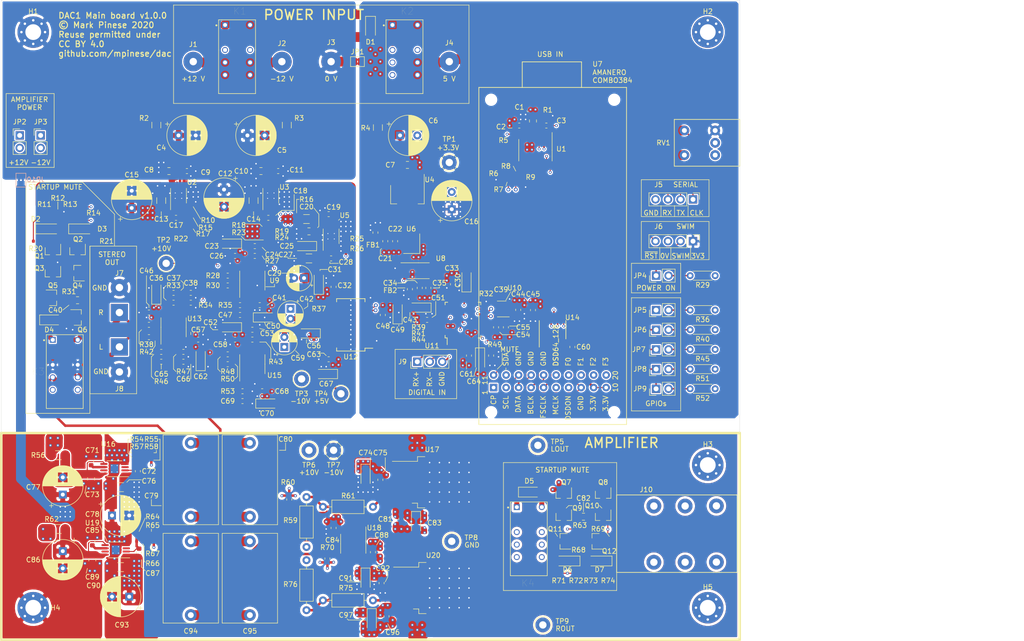
<source format=kicad_pcb>
(kicad_pcb (version 20171130) (host pcbnew "(5.1.5)-3")
  (title_block (title "DAC1 Main board") (date 2020-06-27) (rev 1.0.0) (company "© Mark Pinese 2020") (comment 1 "To view a copy of this license, visit https://creativecommons.org/licenses/by/4.0") (comment 2 "This work is licensed under CC BY 4.0.") (comment 4 "Stackup: JLCPCB controlled impedance (JLC7628), 1.6 mm thickness"))
  (layers (0 F.Cu signal) (1 In1.Cu mixed) (2 In2.Cu mixed) (31 B.Cu mixed) (34 B.Paste user) (35 F.Paste user) (36 B.SilkS user) (37 F.SilkS user) (38 B.Mask user) (39 F.Mask user) (44 Edge.Cuts user))
  (net 0 "")
  (net 1 +10V)
  (net 2 +3V3)
  (net 3 "Net-(C39-Pad1)")
  (net 4 /ASRC/VDD18)
  (net 5 "Net-(C61-Pad2)")
  (net 6 "Net-(C18-Pad2)")
  (net 7 -10V)
  (net 8 "Net-(C80-Pad1)")
  (net 9 /LOUT)
  (net 10 /ROUT)
  (net 11 /DAC/+5V)
  (net 12 "Net-(C59-Pad2)")
  (net 13 "Net-(C42-Pad2)")
  (net 14 /DAC/I2V/IIN-L)
  (net 15 "Net-(C69-Pad2)")
  (net 16 "Net-(C53-Pad2)")
  (net 17 /DAC/I2V/IIN+L)
  (net 18 /DAC/I2V/IIN-R)
  (net 19 "Net-(C47-Pad2)")
  (net 20 "Net-(C24-Pad2)")
  (net 21 /DAC/I2V/IIN+R)
  (net 22 "Net-(C65-Pad2)")
  (net 23 "Net-(C65-Pad1)")
  (net 24 "Net-(C66-Pad1)")
  (net 25 "Net-(C37-Pad1)")
  (net 26 "Net-(C37-Pad2)")
  (net 27 "Net-(C38-Pad1)")
  (net 28 "Net-(C22-Pad2)")
  (net 29 "Net-(C35-Pad2)")
  (net 30 /MCU/NRST)
  (net 31 "Net-(C1-Pad1)")
  (net 32 /PSU/+5V)
  (net 33 /PSU/+12V)
  (net 34 /PSU/-12V)
  (net 35 "Net-(J10-Pad5)")
  (net 36 "Net-(J10-Pad4)")
  (net 37 "/Headphone Amp/ROUT")
  (net 38 "/Headphone Amp/LOUT")
  (net 39 "Net-(J9-Pad2)")
  (net 40 /MCU/BR_MUTE)
  (net 41 /MCU/SWIM)
  (net 42 /MCU/UART_RX)
  (net 43 /MCU/UART_TX)
  (net 44 /MCU/UART_CK)
  (net 45 "Net-(JP5-Pad2)")
  (net 46 "Net-(JP9-Pad2)")
  (net 47 "Net-(JP8-Pad2)")
  (net 48 "Net-(JP7-Pad2)")
  (net 49 "Net-(JP6-Pad2)")
  (net 50 "Net-(K2-Pad10)")
  (net 51 "Net-(K2-Pad3)")
  (net 52 /PSU/POWERON)
  (net 53 "Net-(K1-Pad3)")
  (net 54 "Net-(K1-Pad10)")
  (net 55 /ASRC/I2C_SCL)
  (net 56 /ASRC/I2C_SDA)
  (net 57 /ASRC/~INT)
  (net 58 "Net-(R24-Pad1)")
  (net 59 "Net-(R18-Pad1)")
  (net 60 "Net-(R59-Pad1)")
  (net 61 "Net-(R76-Pad1)")
  (net 62 "Net-(R37-Pad2)")
  (net 63 "Net-(R8-Pad1)")
  (net 64 "Net-(R7-Pad1)")
  (net 65 /MCU/DIAL)
  (net 66 "Net-(U11-Pad11)")
  (net 67 "Net-(U11-Pad12)")
  (net 68 "Net-(U11-Pad13)")
  (net 69 /ASRC/MUTE)
  (net 70 /MCU/~RC_RDY)
  (net 71 /ASRC/MCLK)
  (net 72 "Net-(U11-Pad31)")
  (net 73 "Net-(U11-Pad32)")
  (net 74 "Net-(U11-Pad34)")
  (net 75 "Net-(U11-Pad35)")
  (net 76 "Net-(U11-Pad36)")
  (net 77 /ASRC/BCKIN)
  (net 78 "/USB Bridge/I2S_LRCK")
  (net 79 "/USB Bridge/I2S_SDOUT")
  (net 80 "Net-(U11-Pad40)")
  (net 81 "Net-(U11-Pad41)")
  (net 82 /DAC/SDIN)
  (net 83 "Net-(U11-Pad46)")
  (net 84 /DAC/LRCKIN)
  (net 85 /DAC/BCKIN)
  (net 86 "Net-(U14-Pad7)")
  (net 87 "Net-(U14-Pad10)")
  (net 88 "Net-(U18-Pad1)")
  (net 89 "Net-(U18-Pad7)")
  (net 90 /DAC/MCLK)
  (net 91 GND)
  (net 92 "Net-(U11-Pad3)")
  (net 93 "Net-(U11-Pad4)")
  (net 94 "Net-(U11-Pad5)")
  (net 95 "Net-(U11-Pad6)")
  (net 96 "Net-(U11-Pad7)")
  (net 97 "Net-(U11-Pad8)")
  (net 98 "Net-(U11-Pad26)")
  (net 99 "Net-(U11-Pad27)")
  (net 100 "Net-(U11-Pad28)")
  (net 101 "Net-(U11-Pad29)")
  (net 102 "Net-(U12-Pad1)")
  (net 103 "Net-(U12-Pad2)")
  (net 104 /PSU/+5V_SW)
  (net 105 /PSU/-12V_SW)
  (net 106 /PSU/+12V_SW)
  (net 107 GNDD)
  (net 108 "Net-(C9-Pad2)")
  (net 109 "Net-(C11-Pad1)")
  (net 110 +10V_AMP)
  (net 111 -10V_AMP)
  (net 112 "Net-(C85-Pad2)")
  (net 113 "Net-(C71-Pad1)")
  (net 114 "Net-(C17-Pad1)")
  (net 115 "Net-(C87-Pad1)")
  (net 116 "Net-(C72-Pad2)")
  (net 117 "Net-(R22-Pad1)")
  (net 118 "Net-(R15-Pad1)")
  (net 119 "Net-(R65-Pad1)")
  (net 120 "Net-(R66-Pad1)")
  (net 121 "Net-(R58-Pad1)")
  (net 122 "Net-(R54-Pad1)")
  (net 123 "Net-(U2-Pad7)")
  (net 124 "Net-(U2-Pad3)")
  (net 125 "Net-(U3-Pad7)")
  (net 126 "Net-(U3-Pad3)")
  (net 127 "Net-(U19-Pad7)")
  (net 128 "Net-(U19-Pad3)")
  (net 129 "Net-(U16-Pad7)")
  (net 130 "Net-(U16-Pad3)")
  (net 131 "Net-(C95-Pad1)")
  (net 132 "Net-(J9-Pad1)")
  (net 133 "Net-(C25-Pad1)")
  (net 134 "Net-(C19-Pad2)")
  (net 135 "Net-(C28-Pad1)")
  (net 136 "Net-(U5-Pad7)")
  (net 137 "Net-(U5-Pad3)")
  (net 138 GND_AMP)
  (net 139 "Net-(C6-Pad1)")
  (net 140 "Net-(C4-Pad1)")
  (net 141 "Net-(C5-Pad2)")
  (net 142 "Net-(C89-Pad1)")
  (net 143 "Net-(C73-Pad1)")
  (net 144 "Net-(K2-Pad5)")
  (net 145 "Net-(K2-Pad4)")
  (net 146 "Net-(C60-Pad2)")
  (net 147 "Net-(C60-Pad1)")
  (net 148 "Net-(U7-Pad1)")
  (net 149 "Net-(U7-Pad12)")
  (net 150 "Net-(U7-Pad2)")
  (net 151 "Net-(U7-Pad17)")
  (net 152 "Net-(U7-Pad18)")
  (net 153 "Net-(U7-Pad7)")
  (net 154 "Net-(U7-Pad6)")
  (net 155 "Net-(U7-Pad16)")
  (net 156 "Net-(U7-Pad20)")
  (net 157 "Net-(U7-Pad19)")
  (net 158 "/USB Bridge/C_FSCLK")
  (net 159 "/USB Bridge/C_CLK")
  (net 160 "/USB Bridge/C_DATA")
  (net 161 "/USB Bridge/C_MUTE")
  (net 162 "Net-(D7-Pad2)")
  (net 163 "Net-(D7-Pad1)")
  (net 164 "Net-(D3-Pad1)")
  (net 165 "Net-(D2-Pad1)")
  (net 166 "Net-(D4-Pad2)")
  (net 167 "Net-(D5-Pad2)")
  (net 168 "Net-(K4-Pad8)")
  (net 169 "Net-(K4-Pad5)")
  (net 170 "Net-(K3-Pad8)")
  (net 171 "Net-(K3-Pad5)")
  (net 172 "Net-(C82-Pad1)")
  (net 173 "Net-(C40-Pad1)")
  (net 174 "Net-(D6-Pad2)")
  (net 175 "Net-(D6-Pad1)")
  (net 176 "Net-(D2-Pad2)")
  (net 177 "Net-(D3-Pad2)")
  (net 178 "Net-(Q12-Pad3)")
  (net 179 "Net-(Q11-Pad3)")
  (net 180 "Net-(Q1-Pad3)")
  (net 181 "Net-(Q2-Pad3)")
  (net 182 "Net-(Q5-Pad1)")
  (net 183 "Net-(JP2-Pad2)")
  (net 184 "Net-(JP3-Pad2)")
  (net 185 "Net-(Q10-Pad3)")
  (net 186 "Net-(R39-Pad1)")
  (net 187 "Net-(R41-Pad1)")
  (net 188 "Net-(R44-Pad1)")
  (net 189 /MCU/PA1)
  (net 190 /MCU/PC4)
  (net 191 /MCU/PC5)
  (net 192 /MCU/PC6)
  (net 193 /MCU/PC7)
  (net 194 "Net-(JP4-Pad2)")
  (net 195 "Net-(U6-Pad4)")
  (module Symbol:Symbol_CC-Attribution_CopperTop_Small (layer F.Cu) (at 82 46)
    (fp_text reference REF** hide)
    (fp_text value Symbol_CC-Attribution_CopperTop_Small)
    (fp_line (start 0.59944 -2.4003) (end 0 -2.49936) (layer F.Cu) (width 0.381))
    (fp_line (start 1.00076 -2.30124) (end 0.59944 -2.4003) (layer F.Cu) (width 0.381))
    (fp_line (start 1.50114 -1.99898) (end 1.00076 -2.30124) (layer F.Cu) (width 0.381))
    (fp_line (start 1.99898 -1.50114) (end 1.50114 -1.99898) (layer F.Cu) (width 0.381))
    (fp_line (start 2.30124 -1.00076) (end 1.99898 -1.50114) (layer F.Cu) (width 0.381))
    (fp_line (start 2.49936 -0.39878) (end 2.30124 -1.00076) (layer F.Cu) (width 0.381))
    (fp_line (start 2.49936 0.20066) (end 2.49936 -0.39878) (layer F.Cu) (width 0.381))
    (fp_line (start 2.4003 0.8001) (end 2.49936 0.20066) (layer F.Cu) (width 0.381))
    (fp_line (start 1.99898 1.50114) (end 2.4003 0.8001) (layer F.Cu) (width 0.381))
    (fp_line (start 1.50114 1.99898) (end 1.99898 1.50114) (layer F.Cu) (width 0.381))
    (fp_line (start 0.89916 2.30124) (end 1.50114 1.99898) (layer F.Cu) (width 0.381))
    (fp_line (start 0.29972 2.49936) (end 0.89916 2.30124) (layer F.Cu) (width 0.381))
    (fp_line (start -0.50038 2.49936) (end 0.29972 2.49936) (layer F.Cu) (width 0.381))
    (fp_line (start -1.19888 2.19964) (end -0.50038 2.49936) (layer F.Cu) (width 0.381))
    (fp_line (start -1.69926 1.80086) (end -1.19888 2.19964) (layer F.Cu) (width 0.381))
    (fp_line (start -2.30124 1.09982) (end -1.69926 1.80086) (layer F.Cu) (width 0.381))
    (fp_line (start -2.49936 0.29972) (end -2.30124 1.09982) (layer F.Cu) (width 0.381))
    (fp_line (start -2.49936 -0.29972) (end -2.49936 0.29972) (layer F.Cu) (width 0.381))
    (fp_line (start -2.4003 -0.8001) (end -2.49936 -0.29972) (layer F.Cu) (width 0.381))
    (fp_line (start -2.19964 -1.19888) (end -2.4003 -0.8001) (layer F.Cu) (width 0.381))
    (fp_line (start -1.69926 -1.80086) (end -2.19964 -1.19888) (layer F.Cu) (width 0.381))
    (fp_line (start -1.19888 -2.19964) (end -1.69926 -1.80086) (layer F.Cu) (width 0.381))
    (fp_line (start -0.70104 -2.4003) (end -1.19888 -2.19964) (layer F.Cu) (width 0.381))
    (fp_line (start -0.09906 -2.49936) (end -0.70104 -2.4003) (layer F.Cu) (width 0.381))
    (fp_line (start 0 -2.49936) (end -0.09906 -2.49936) (layer F.Cu) (width 0.381))
    (fp_circle (center 0 -1.69926) (end 0.09906 -1.39954) (layer F.Cu) (width 0.381))
    (fp_line (start -0.8001 0.20066) (end -0.8001 -1.00076) (layer F.Cu) (width 0.381))
    (fp_line (start 0.70104 0.20066) (end -0.8001 0.20066) (layer F.Cu) (width 0.381))
    (fp_line (start 0.70104 -1.00076) (end 0.70104 0.20066) (layer F.Cu) (width 0.381))
    (fp_line (start -0.8001 -1.00076) (end 0.70104 -1.00076) (layer F.Cu) (width 0.381))
    (fp_line (start -0.29972 1.80086) (end 0.20066 1.80086) (layer F.Cu) (width 0.381))
    (fp_line (start -0.29972 0.29972) (end -0.29972 1.80086) (layer F.Cu) (width 0.381))
    (fp_line (start 0.29972 1.80086) (end 0.29972 0.20066) (layer F.Cu) (width 0.381))
    (fp_line (start 0.09906 1.80086) (end 0.29972 1.80086) (layer F.Cu) (width 0.381))
    (fp_line (start 0 0.29972) (end 0 1.6002) (layer F.Cu) (width 0.381))
    (fp_line (start -0.8001 -0.09906) (end 0.50038 -0.09906) (layer F.Cu) (width 0.381))
    (fp_line (start 0.50038 -0.39878) (end -0.70104 -0.39878) (layer F.Cu) (width 0.381))
    (fp_line (start -0.70104 -0.70104) (end 0.59944 -0.70104) (layer F.Cu) (width 0.381))
    (fp_line (start 0 -1.89992) (end 0 -1.50114) (layer F.Cu) (width 0.381))
  )
  (module Symbol:Symbol_CreativeCommons_CopperTop_Type2_Small (layer F.Cu) (at 74.5 46)
    (fp_text reference REF** hide)
    (fp_text value Symbol_CreativeCommons_CopperTop_Type2_Small)
    (fp_line (start 0.74944 -2.5003) (end 0.15 -2.59936) (layer F.Cu) (width 0.381))
    (fp_line (start 1.15076 -2.40124) (end 0.74944 -2.5003) (layer F.Cu) (width 0.381))
    (fp_line (start 1.65114 -2.09898) (end 1.15076 -2.40124) (layer F.Cu) (width 0.381))
    (fp_line (start 2.14898 -1.60114) (end 1.65114 -2.09898) (layer F.Cu) (width 0.381))
    (fp_line (start 2.45124 -1.10076) (end 2.14898 -1.60114) (layer F.Cu) (width 0.381))
    (fp_line (start 2.64936 -0.49878) (end 2.45124 -1.10076) (layer F.Cu) (width 0.381))
    (fp_line (start 2.64936 0.10066) (end 2.64936 -0.49878) (layer F.Cu) (width 0.381))
    (fp_line (start 2.5503 0.7001) (end 2.64936 0.10066) (layer F.Cu) (width 0.381))
    (fp_line (start 2.14898 1.40114) (end 2.5503 0.7001) (layer F.Cu) (width 0.381))
    (fp_line (start 1.65114 1.89898) (end 2.14898 1.40114) (layer F.Cu) (width 0.381))
    (fp_line (start 1.04916 2.20124) (end 1.65114 1.89898) (layer F.Cu) (width 0.381))
    (fp_line (start 0.44972 2.39936) (end 1.04916 2.20124) (layer F.Cu) (width 0.381))
    (fp_line (start -0.35038 2.39936) (end 0.44972 2.39936) (layer F.Cu) (width 0.381))
    (fp_line (start -1.04888 2.09964) (end -0.35038 2.39936) (layer F.Cu) (width 0.381))
    (fp_line (start -1.54926 1.70086) (end -1.04888 2.09964) (layer F.Cu) (width 0.381))
    (fp_line (start -2.15124 0.99982) (end -1.54926 1.70086) (layer F.Cu) (width 0.381))
    (fp_line (start -2.34936 0.19972) (end -2.15124 0.99982) (layer F.Cu) (width 0.381))
    (fp_line (start -2.34936 -0.39972) (end -2.34936 0.19972) (layer F.Cu) (width 0.381))
    (fp_line (start -2.2503 -0.9001) (end -2.34936 -0.39972) (layer F.Cu) (width 0.381))
    (fp_line (start -2.04964 -1.29888) (end -2.2503 -0.9001) (layer F.Cu) (width 0.381))
    (fp_line (start -1.54926 -1.90086) (end -2.04964 -1.29888) (layer F.Cu) (width 0.381))
    (fp_line (start -1.04888 -2.29964) (end -1.54926 -1.90086) (layer F.Cu) (width 0.381))
    (fp_line (start -0.55104 -2.5003) (end -1.04888 -2.29964) (layer F.Cu) (width 0.381))
    (fp_line (start 0.05094 -2.59936) (end -0.55104 -2.5003) (layer F.Cu) (width 0.381))
    (fp_line (start 0.15 -2.59936) (end 0.05094 -2.59936) (layer F.Cu) (width 0.381))
    (fp_line (start -0.44944 0.90076) (end -0.24878 0.7001) (layer F.Cu) (width 0.381))
    (fp_line (start -0.85076 0.90076) (end -0.44944 0.90076) (layer F.Cu) (width 0.381))
    (fp_line (start -1.15048 0.79916) (end -0.85076 0.90076) (layer F.Cu) (width 0.381))
    (fp_line (start -1.35114 0.49944) (end -1.15048 0.79916) (layer F.Cu) (width 0.381))
    (fp_line (start -1.4502 -0.00094) (end -1.35114 0.49944) (layer F.Cu) (width 0.381))
    (fp_line (start -1.4502 -0.39972) (end -1.4502 -0.00094) (layer F.Cu) (width 0.381))
    (fp_line (start -1.35114 -0.80104) (end -1.4502 -0.39972) (layer F.Cu) (width 0.381))
    (fp_line (start -1.04888 -0.99916) (end -1.35114 -0.80104) (layer F.Cu) (width 0.381))
    (fp_line (start -0.6501 -1.10076) (end -1.04888 -0.99916) (layer F.Cu) (width 0.381))
    (fp_line (start -0.35038 -0.99916) (end -0.6501 -1.10076) (layer F.Cu) (width 0.381))
    (fp_line (start -0.24878 -0.9001) (end -0.35038 -0.99916) (layer F.Cu) (width 0.381))
    (fp_line (start 1.65114 0.90076) (end 1.7502 0.7001) (layer F.Cu) (width 0.381))
    (fp_line (start 1.34888 0.90076) (end 1.65114 0.90076) (layer F.Cu) (width 0.381))
    (fp_line (start 1.15076 0.90076) (end 1.34888 0.90076) (layer F.Cu) (width 0.381))
    (fp_line (start 0.74944 0.7001) (end 1.15076 0.90076) (layer F.Cu) (width 0.381))
    (fp_line (start 0.54878 0.29878) (end 0.74944 0.7001) (layer F.Cu) (width 0.381))
    (fp_line (start 0.54878 -0.1) (end 0.54878 0.29878) (layer F.Cu) (width 0.381))
    (fp_line (start 0.65038 -0.60038) (end 0.54878 -0.1) (layer F.Cu) (width 0.381))
    (fp_line (start 0.85104 -0.99916) (end 0.65038 -0.60038) (layer F.Cu) (width 0.381))
    (fp_line (start 1.15076 -1.10076) (end 0.85104 -0.99916) (layer F.Cu) (width 0.381))
    (fp_line (start 1.45048 -1.10076) (end 1.15076 -1.10076) (layer F.Cu) (width 0.381))
    (fp_line (start 1.65114 -0.99916) (end 1.45048 -1.10076) (layer F.Cu) (width 0.381))
    (fp_line (start 1.7502 -0.9001) (end 1.65114 -0.99916) (layer F.Cu) (width 0.381))
  )
  (module Crystal:Crystal_SMD_3225-4Pin_3.2x2.5mm (layer F.Cu) (at 143.35 79.5 90)
    (fp_text reference U6 (at 3 -0.1 180) (layer F.SilkS))
    (fp_text value KC3225K24.5760C1GE00)
    (pad 4 smd rect (at -1.1 -0.85 90) (size 1.4 1.2) (layers F.Cu F.Paste F.Mask) (net 195 "Net-(U6-Pad4)"))
    (pad 3 smd rect (at 1.1 -0.85 90) (size 1.4 1.2) (layers F.Cu F.Paste F.Mask) (net 28 "Net-(C22-Pad2)"))
    (pad 2 smd rect (at 1.1 0.85 90) (size 1.4 1.2) (layers F.Cu F.Paste F.Mask) (net 28 "Net-(C22-Pad2)"))
    (pad 1 smd rect (at -1.1 0.85 90) (size 1.4 1.2) (layers F.Cu F.Paste F.Mask) (net 107 GNDD))
  )
  (module Resistor_THT:R_Axial_DIN0204_L3.6mm_D1.6mm_P5.08mm_Horizontal (layer F.Cu) (at 205 86 180)
    (fp_text reference R29 (at 2.54 -1.92) (layer F.SilkS))
    (fp_text value ~)
    (pad 2 thru_hole oval (at 5.08 0 180) (size 1.4 1.4) (drill 0.7) (layers *.Cu *.Mask) (net 194 "Net-(JP4-Pad2)"))
    (pad 1 thru_hole circle (at 0 0 180) (size 1.4 1.4) (drill 0.7) (layers *.Cu *.Mask) (net 107 GNDD))
  )
  (module Resistor_THT:R_Axial_DIN0204_L3.6mm_D1.6mm_P5.08mm_Horizontal (layer F.Cu) (at 205 97 180)
    (fp_text reference R40 (at 2.54 -1.92) (layer F.SilkS))
    (fp_text value ~)
    (pad 2 thru_hole oval (at 5.08 0 180) (size 1.4 1.4) (drill 0.7) (layers *.Cu *.Mask) (net 49 "Net-(JP6-Pad2)"))
    (pad 1 thru_hole circle (at 0 0 180) (size 1.4 1.4) (drill 0.7) (layers *.Cu *.Mask) (net 107 GNDD))
  )
  (module Resistor_THT:R_Axial_DIN0204_L3.6mm_D1.6mm_P5.08mm_Horizontal (layer F.Cu) (at 205 101 180)
    (fp_text reference R45 (at 2.54 -1.92) (layer F.SilkS))
    (fp_text value ~)
    (pad 2 thru_hole oval (at 5.08 0 180) (size 1.4 1.4) (drill 0.7) (layers *.Cu *.Mask) (net 48 "Net-(JP7-Pad2)"))
    (pad 1 thru_hole circle (at 0 0 180) (size 1.4 1.4) (drill 0.7) (layers *.Cu *.Mask) (net 107 GNDD))
  )
  (module Resistor_THT:R_Axial_DIN0204_L3.6mm_D1.6mm_P5.08mm_Horizontal (layer F.Cu) (at 205 105 180)
    (fp_text reference R51 (at 2.54 -1.92) (layer F.SilkS))
    (fp_text value ~)
    (pad 2 thru_hole oval (at 5.08 0 180) (size 1.4 1.4) (drill 0.7) (layers *.Cu *.Mask) (net 47 "Net-(JP8-Pad2)"))
    (pad 1 thru_hole circle (at 0 0 180) (size 1.4 1.4) (drill 0.7) (layers *.Cu *.Mask) (net 107 GNDD))
  )
  (module Resistor_THT:R_Axial_DIN0204_L3.6mm_D1.6mm_P5.08mm_Horizontal (layer F.Cu) (at 205 109 180)
    (fp_text reference R52 (at 2.54 -1.92) (layer F.SilkS))
    (fp_text value ~)
    (pad 2 thru_hole oval (at 5.08 0 180) (size 1.4 1.4) (drill 0.7) (layers *.Cu *.Mask) (net 46 "Net-(JP9-Pad2)"))
    (pad 1 thru_hole circle (at 0 0 180) (size 1.4 1.4) (drill 0.7) (layers *.Cu *.Mask) (net 107 GNDD))
  )
  (module Resistor_THT:R_Axial_DIN0204_L3.6mm_D1.6mm_P5.08mm_Horizontal (layer F.Cu) (at 205 93 180)
    (fp_text reference R36 (at 2.54 -1.92) (layer F.SilkS))
    (fp_text value ~)
    (pad 2 thru_hole oval (at 5.08 0 180) (size 1.4 1.4) (drill 0.7) (layers *.Cu *.Mask) (net 45 "Net-(JP5-Pad2)"))
    (pad 1 thru_hole circle (at 0 0 180) (size 1.4 1.4) (drill 0.7) (layers *.Cu *.Mask) (net 107 GNDD))
  )
  (module mainboard:RELAY_EC2-5NU (layer F.Cu) (at 73 105.5)
    (fp_text reference K3 (at -5.5 0) (layer F.SilkS) (effects (font (size 1.4 1.4) (thickness 0.015))))
    (fp_text value EC2-12NU)
    (pad 1 thru_hole rect (at -2.54 -6.45) (size 1.2 1.2) (drill 0.8) (layers *.Cu *.Mask) (net 1 +10V))
    (pad 12 thru_hole circle (at 2.54 -6.45) (size 1.2 1.2) (drill 0.8) (layers *.Cu *.Mask) (net 166 "Net-(D4-Pad2)"))
    (pad 3 thru_hole circle (at -2.54 -1.37) (size 1.2 1.2) (drill 0.8) (layers *.Cu *.Mask) (net 91 GND))
    (pad 8 thru_hole circle (at 2.54 3.71) (size 1.2 1.2) (drill 0.8) (layers *.Cu *.Mask) (net 170 "Net-(K3-Pad8)"))
    (pad 4 thru_hole circle (at -2.54 1.17) (size 1.2 1.2) (drill 0.8) (layers *.Cu *.Mask) (net 9 /LOUT))
    (pad 5 thru_hole circle (at -2.54 3.71) (size 1.2 1.2) (drill 0.8) (layers *.Cu *.Mask) (net 171 "Net-(K3-Pad5)"))
    (pad 10 thru_hole circle (at 2.54 -1.37) (size 1.2 1.2) (drill 0.8) (layers *.Cu *.Mask) (net 91 GND))
    (pad 9 thru_hole circle (at 2.54 1.17) (size 1.2 1.2) (drill 0.8) (layers *.Cu *.Mask) (net 10 /ROUT))
  )
  (module mainboard:RELAY_EC2-5NU (layer F.Cu) (at 167.25 139.5)
    (fp_text reference K4 (at -0.25 9) (layer F.SilkS) (effects (font (size 1.4 1.4) (thickness 0.015))))
    (fp_text value EC2-12NU)
    (pad 1 thru_hole rect (at -2.54 -6.45) (size 1.2 1.2) (drill 0.8) (layers *.Cu *.Mask) (net 110 +10V_AMP))
    (pad 12 thru_hole circle (at 2.54 -6.45) (size 1.2 1.2) (drill 0.8) (layers *.Cu *.Mask) (net 167 "Net-(D5-Pad2)"))
    (pad 3 thru_hole circle (at -2.54 -1.37) (size 1.2 1.2) (drill 0.8) (layers *.Cu *.Mask) (net 138 GND_AMP))
    (pad 8 thru_hole circle (at 2.54 3.71) (size 1.2 1.2) (drill 0.8) (layers *.Cu *.Mask) (net 168 "Net-(K4-Pad8)"))
    (pad 4 thru_hole circle (at -2.54 1.17) (size 1.2 1.2) (drill 0.8) (layers *.Cu *.Mask) (net 38 "/Headphone Amp/LOUT"))
    (pad 5 thru_hole circle (at -2.54 3.71) (size 1.2 1.2) (drill 0.8) (layers *.Cu *.Mask) (net 169 "Net-(K4-Pad5)"))
    (pad 10 thru_hole circle (at 2.54 -1.37) (size 1.2 1.2) (drill 0.8) (layers *.Cu *.Mask) (net 138 GND_AMP))
    (pad 9 thru_hole circle (at 2.54 1.17) (size 1.2 1.2) (drill 0.8) (layers *.Cu *.Mask) (net 37 "/Headphone Amp/ROUT"))
  )
  (module Connector_PinHeader_2.54mm:PinHeader_1x02_P2.54mm_Vertical (layer F.Cu) (at 193 86 90)
    (fp_text reference JP4 (at 0 -3.25 180) (layer F.SilkS))
    (fp_text value ~)
    (pad 2 thru_hole oval (at 0 2.54 90) (size 1.7 1.7) (drill 1) (layers *.Cu *.Mask) (net 194 "Net-(JP4-Pad2)"))
    (pad 1 thru_hole rect (at 0 0 90) (size 1.7 1.7) (drill 1) (layers *.Cu *.Mask) (net 52 /PSU/POWERON))
  )
  (module Connector_PinHeader_2.54mm:PinHeader_1x02_P2.54mm_Vertical (layer F.Cu) (at 193 97 90)
    (fp_text reference JP6 (at 0 -3.25 180) (layer F.SilkS))
    (fp_text value ~)
    (pad 2 thru_hole oval (at 0 2.54 90) (size 1.7 1.7) (drill 1) (layers *.Cu *.Mask) (net 49 "Net-(JP6-Pad2)"))
    (pad 1 thru_hole rect (at 0 0 90) (size 1.7 1.7) (drill 1) (layers *.Cu *.Mask) (net 193 /MCU/PC7))
  )
  (module Connector_PinHeader_2.54mm:PinHeader_1x02_P2.54mm_Vertical (layer F.Cu) (at 193 101 90)
    (fp_text reference JP7 (at 0 -3.5 180) (layer F.SilkS))
    (fp_text value ~)
    (pad 2 thru_hole oval (at 0 2.54 90) (size 1.7 1.7) (drill 1) (layers *.Cu *.Mask) (net 48 "Net-(JP7-Pad2)"))
    (pad 1 thru_hole rect (at 0 0 90) (size 1.7 1.7) (drill 1) (layers *.Cu *.Mask) (net 192 /MCU/PC6))
  )
  (module Connector_PinHeader_2.54mm:PinHeader_1x02_P2.54mm_Vertical (layer F.Cu) (at 193 105 90)
    (fp_text reference JP8 (at 0 -3.25 180) (layer F.SilkS))
    (fp_text value ~)
    (pad 2 thru_hole oval (at 0 2.54 90) (size 1.7 1.7) (drill 1) (layers *.Cu *.Mask) (net 47 "Net-(JP8-Pad2)"))
    (pad 1 thru_hole rect (at 0 0 90) (size 1.7 1.7) (drill 1) (layers *.Cu *.Mask) (net 191 /MCU/PC5))
  )
  (module Connector_PinHeader_2.54mm:PinHeader_1x02_P2.54mm_Vertical (layer F.Cu) (at 193 109 90)
    (fp_text reference JP9 (at 0 -3.25 180) (layer F.SilkS))
    (fp_text value ~)
    (pad 2 thru_hole oval (at 0 2.54 90) (size 1.7 1.7) (drill 1) (layers *.Cu *.Mask) (net 46 "Net-(JP9-Pad2)"))
    (pad 1 thru_hole rect (at 0 0 90) (size 1.7 1.7) (drill 1) (layers *.Cu *.Mask) (net 190 /MCU/PC4))
  )
  (module Connector_PinHeader_2.54mm:PinHeader_1x02_P2.54mm_Vertical (layer F.Cu) (at 193 93 90)
    (fp_text reference JP5 (at 0 -3.25 180) (layer F.SilkS))
    (fp_text value ~)
    (pad 2 thru_hole oval (at 0 2.54 90) (size 1.7 1.7) (drill 1) (layers *.Cu *.Mask) (net 45 "Net-(JP5-Pad2)"))
    (pad 1 thru_hole rect (at 0 0 90) (size 1.7 1.7) (drill 1) (layers *.Cu *.Mask) (net 189 /MCU/PA1))
  )
  (module mainboard:AmaneroCombo384 (layer F.Cu) (at 172 82 270)
    (fp_text reference U7 (at -39 -8 180) (layer F.SilkS) (effects (justify left)))
    (fp_text value Combo384)
    (fp_text user SDA (at 22.5 9.5 90) (layer F.SilkS) (effects (justify left)))
    (fp_text user SCL (at 28.305953 9.5 90) (layer F.SilkS) (effects (justify right)))
    (fp_text user F3 (at 22.5 -10.75 90) (layer F.SilkS) (effects (justify left)))
    (fp_text user F2 (at 22.5 -8.222223 90) (layer F.SilkS) (effects (justify left)))
    (fp_text user F1 (at 22.5 -5.694446 90) (layer F.SilkS) (effects (justify left)))
    (fp_text user F0 (at 22.5 -3.166669 90) (layer F.SilkS) (effects (justify left)))
    (fp_text user DSD64_128 (at 22.5 -0.638892 90) (layer F.SilkS) (effects (justify left)))
    (fp_text user GND (at 22.5 1.888885 90) (layer F.SilkS) (effects (justify left)))
    (fp_text user GND (at 22.5 4.416662 90) (layer F.SilkS) (effects (justify left)))
    (fp_text user GND (at 22.5 6.944439 90) (layer F.SilkS) (effects (justify left)))
    (fp_text user MUTE (at 19 10.75 180) (layer F.SilkS) (effects (justify left)))
    (fp_text user CP (at 29.25 12 90) (layer F.SilkS))
    (fp_text user 3.3V (at 30 -8.214286 90) (layer F.SilkS))
    (fp_text user 11 (at 25.25 13.75 90) (layer F.SilkS))
    (fp_text user 1 (at 27.75 13.75 90) (layer F.SilkS))
    (fp_text user 10 (at 26.75 -12.75 90) (layer F.SilkS))
    (fp_text user 20 (at 24.25 -12.75 90) (layer F.SilkS))
    (fp_text user DATA (at 30.119048 7 90) (layer F.SilkS))
    (fp_text user BCLK (at 30.285715 4.464284 90) (layer F.SilkS))
    (fp_text user FSCLK (at 30.690477 1.92857 90) (layer F.SilkS))
    (fp_text user MCLK (at 30.309524 -0.607144 90) (layer F.SilkS))
    (fp_text user DSDON (at 30.904762 -3.142858 90) (layer F.SilkS))
    (fp_text user GND (at 29.904762 -5.678572 90) (layer F.SilkS))
    (fp_text user 3.3V (at 30 -10.75 90) (layer F.SilkS))
    (fp_text user DSD (at 22.5 -0.638892 90) (layer F.SilkS) (effects (justify left)))
    (pad "" np_thru_hole circle (at 31.75 -12.5 270) (size 2 2) (drill 2) (layers *.Cu *.Mask))
    (pad "" np_thru_hole circle (at 31.75 12.5 270) (size 2 2) (drill 2) (layers *.Cu *.Mask))
    (pad "" np_thru_hole circle (at -31.75 12.5 270) (size 2 2) (drill 2) (layers *.Cu *.Mask))
    (pad "" np_thru_hole circle (at -31.75 -12.5 270) (size 2 2) (drill 2) (layers *.Cu *.Mask))
    (pad 9 thru_hole circle (at 26.75 -8.32 270) (size 1.524 1.524) (drill 0.762) (layers *.Cu *.Mask) (net 147 "Net-(C60-Pad1)"))
    (pad 10 thru_hole circle (at 26.75 -10.86 270) (size 1.524 1.524) (drill 0.762) (layers *.Cu *.Mask) (net 147 "Net-(C60-Pad1)"))
    (pad 19 thru_hole circle (at 24.21 -8.32 270) (size 1.524 1.524) (drill 0.762) (layers *.Cu *.Mask) (net 157 "Net-(U7-Pad19)"))
    (pad 20 thru_hole circle (at 24.21 -10.86 270) (size 1.524 1.524) (drill 0.762) (layers *.Cu *.Mask) (net 156 "Net-(U7-Pad20)"))
    (pad 16 thru_hole circle (at 24.21 -0.7 270) (size 1.524 1.524) (drill 0.762) (layers *.Cu *.Mask) (net 155 "Net-(U7-Pad16)"))
    (pad 8 thru_hole circle (at 26.75 -5.78 270) (size 1.524 1.524) (drill 0.762) (layers *.Cu *.Mask) (net 146 "Net-(C60-Pad2)"))
    (pad 6 thru_hole circle (at 26.75 -0.7 270) (size 1.524 1.524) (drill 0.762) (layers *.Cu *.Mask) (net 154 "Net-(U7-Pad6)"))
    (pad 7 thru_hole circle (at 26.75 -3.24 270) (size 1.524 1.524) (drill 0.762) (layers *.Cu *.Mask) (net 153 "Net-(U7-Pad7)"))
    (pad 5 thru_hole circle (at 26.75 1.84 270) (size 1.524 1.524) (drill 0.762) (layers *.Cu *.Mask) (net 158 "/USB Bridge/C_FSCLK"))
    (pad 18 thru_hole circle (at 24.21 -5.78 270) (size 1.524 1.524) (drill 0.762) (layers *.Cu *.Mask) (net 152 "Net-(U7-Pad18)"))
    (pad 17 thru_hole circle (at 24.21 -3.24 270) (size 1.524 1.524) (drill 0.762) (layers *.Cu *.Mask) (net 151 "Net-(U7-Pad17)"))
    (pad 15 thru_hole circle (at 24.21 1.84 270) (size 1.524 1.524) (drill 0.762) (layers *.Cu *.Mask) (net 146 "Net-(C60-Pad2)"))
    (pad 14 thru_hole circle (at 24.21 4.38 270) (size 1.524 1.524) (drill 0.762) (layers *.Cu *.Mask) (net 146 "Net-(C60-Pad2)"))
    (pad 4 thru_hole circle (at 26.75 4.38 270) (size 1.524 1.524) (drill 0.762) (layers *.Cu *.Mask) (net 159 "/USB Bridge/C_CLK"))
    (pad 3 thru_hole circle (at 26.75 6.92 270) (size 1.524 1.524) (drill 0.762) (layers *.Cu *.Mask) (net 160 "/USB Bridge/C_DATA"))
    (pad 13 thru_hole circle (at 24.21 6.92 270) (size 1.524 1.524) (drill 0.762) (layers *.Cu *.Mask) (net 146 "Net-(C60-Pad2)"))
    (pad 2 thru_hole circle (at 26.75 9.46 270) (size 1.524 1.524) (drill 0.762) (layers *.Cu *.Mask) (net 150 "Net-(U7-Pad2)"))
    (pad 12 thru_hole circle (at 24.21 9.46 270) (size 1.524 1.524) (drill 0.762) (layers *.Cu *.Mask) (net 149 "Net-(U7-Pad12)"))
    (pad 11 thru_hole circle (at 24.21 12 270) (size 1.524 1.524) (drill 0.762) (layers *.Cu *.Mask) (net 161 "/USB Bridge/C_MUTE"))
    (pad 1 thru_hole rect (at 26.75 12 270) (size 1.524 1.524) (drill 0.762) (layers *.Cu *.Mask) (net 148 "Net-(U7-Pad1)"))
  )
  (module Resistor_SMD:R_0402_1005Metric (layer F.Cu) (at 147.25 98.5 180)
    (fp_text reference R44 (at 2.5 -0.5) (layer F.SilkS))
    (fp_text value 50)
    (pad 2 smd roundrect (at 0.485 0 180) (size 0.59 0.64) (layers F.Cu F.Paste F.Mask) (net 85 /DAC/BCKIN))
    (pad 1 smd roundrect (at -0.485 0 180) (size 0.59 0.64) (layers F.Cu F.Paste F.Mask) (net 188 "Net-(R44-Pad1)"))
  )
  (module Resistor_SMD:R_0402_1005Metric (layer F.Cu) (at 147.265 97.5 180)
    (fp_text reference R41 (at 2.515 -0.25) (layer F.SilkS))
    (fp_text value 50)
    (pad 2 smd roundrect (at 0.485 0 180) (size 0.59 0.64) (layers F.Cu F.Paste F.Mask) (net 84 /DAC/LRCKIN))
    (pad 1 smd roundrect (at -0.485 0 180) (size 0.59 0.64) (layers F.Cu F.Paste F.Mask) (net 187 "Net-(R41-Pad1)"))
  )
  (module Resistor_SMD:R_0402_1005Metric (layer F.Cu) (at 147.25 96.5 180)
    (fp_text reference R39 (at 2.5 0) (layer F.SilkS))
    (fp_text value 50)
    (pad 2 smd roundrect (at 0.485 0 180) (size 0.59 0.64) (layers F.Cu F.Paste F.Mask) (net 82 /DAC/SDIN))
    (pad 1 smd roundrect (at -0.485 0 180) (size 0.59 0.64) (layers F.Cu F.Paste F.Mask) (net 186 "Net-(R39-Pad1)"))
  )
  (module mainboard:RELAY_EC2-5NU (layer F.Cu) (at 142 41.5)
    (fp_text reference K2 (at 0.445 -9.259) (layer F.SilkS) (effects (font (size 1.4 1.4) (thickness 0.015))))
    (fp_text value EC2-5NU)
    (pad 1 thru_hole rect (at -2.54 -6.45) (size 1.2 1.2) (drill 0.8) (layers *.Cu *.Mask) (net 52 /PSU/POWERON))
    (pad 12 thru_hole circle (at 2.54 -6.45) (size 1.2 1.2) (drill 0.8) (layers *.Cu *.Mask) (net 107 GNDD))
    (pad 3 thru_hole circle (at -2.54 -1.37) (size 1.2 1.2) (drill 0.8) (layers *.Cu *.Mask) (net 51 "Net-(K2-Pad3)"))
    (pad 8 thru_hole circle (at 2.54 3.71) (size 1.2 1.2) (drill 0.8) (layers *.Cu *.Mask) (net 104 /PSU/+5V_SW))
    (pad 4 thru_hole circle (at -2.54 1.17) (size 1.2 1.2) (drill 0.8) (layers *.Cu *.Mask) (net 145 "Net-(K2-Pad4)"))
    (pad 5 thru_hole circle (at -2.54 3.71) (size 1.2 1.2) (drill 0.8) (layers *.Cu *.Mask) (net 144 "Net-(K2-Pad5)"))
    (pad 10 thru_hole circle (at 2.54 -1.37) (size 1.2 1.2) (drill 0.8) (layers *.Cu *.Mask) (net 50 "Net-(K2-Pad10)"))
    (pad 9 thru_hole circle (at 2.54 1.17) (size 1.2 1.2) (drill 0.8) (layers *.Cu *.Mask) (net 32 /PSU/+5V))
  )
  (module mainboard:RELAY_EC2-5NU (layer F.Cu) (at 108 41.5)
    (fp_text reference K1 (at 0.445 -9.259) (layer F.SilkS) (effects (font (size 1.4 1.4) (thickness 0.015))))
    (fp_text value EC2-5NU)
    (pad 1 thru_hole rect (at -2.54 -6.45) (size 1.2 1.2) (drill 0.8) (layers *.Cu *.Mask) (net 52 /PSU/POWERON))
    (pad 12 thru_hole circle (at 2.54 -6.45) (size 1.2 1.2) (drill 0.8) (layers *.Cu *.Mask) (net 107 GNDD))
    (pad 3 thru_hole circle (at -2.54 -1.37) (size 1.2 1.2) (drill 0.8) (layers *.Cu *.Mask) (net 53 "Net-(K1-Pad3)"))
    (pad 8 thru_hole circle (at 2.54 3.71) (size 1.2 1.2) (drill 0.8) (layers *.Cu *.Mask) (net 105 /PSU/-12V_SW))
    (pad 4 thru_hole circle (at -2.54 1.17) (size 1.2 1.2) (drill 0.8) (layers *.Cu *.Mask) (net 33 /PSU/+12V))
    (pad 5 thru_hole circle (at -2.54 3.71) (size 1.2 1.2) (drill 0.8) (layers *.Cu *.Mask) (net 106 /PSU/+12V_SW))
    (pad 10 thru_hole circle (at 2.54 -1.37) (size 1.2 1.2) (drill 0.8) (layers *.Cu *.Mask) (net 54 "Net-(K1-Pad10)"))
    (pad 9 thru_hole circle (at 2.54 1.17) (size 1.2 1.2) (drill 0.8) (layers *.Cu *.Mask) (net 34 /PSU/-12V))
  )
  (module mainboard:P091S-FC20BR10K (layer F.Cu) (at 210 59 180)
    (fp_text reference RV1 (at 15.5 0) (layer F.SilkS))
    (fp_text value P091S-FC20BR10K)
    (pad 5 thru_hole circle (at 11.25 2.5 180) (size 2 2) (drill 1) (layers *.Cu *.Mask) (net 52 /PSU/POWERON))
    (pad 3 thru_hole circle (at 5 2.5 180) (size 2 2) (drill 1) (layers *.Cu *.Mask) (net 2 +3V3))
    (pad 2 thru_hole circle (at 5 0 180) (size 2 2) (drill 1) (layers *.Cu *.Mask) (net 65 /MCU/DIAL))
    (pad 4 thru_hole circle (at 11.25 -2.5 180) (size 2 2) (drill 1) (layers *.Cu *.Mask) (net 32 /PSU/+5V))
    (pad 1 thru_hole circle (at 5 -2.5 180) (size 2 2) (drill 1) (layers *.Cu *.Mask) (net 107 GNDD))
  )
  (module mainboard:Amphenol_ACJS-MHOM (layer F.Cu) (at 210 137 180)
    (fp_text reference J10 (at 19 7.5) (layer F.SilkS))
    (fp_text value AudioJackSw)
    (pad 3 thru_hole circle (at 17.45 -7.255 180) (size 3 3) (drill 1.5) (layers *.Cu *.Mask) (net 38 "/Headphone Amp/LOUT"))
    (pad 2 thru_hole circle (at 11.1 -7.255 180) (size 3 3) (drill 1.5) (layers *.Cu *.Mask) (net 37 "/Headphone Amp/ROUT"))
    (pad 1 thru_hole circle (at 4.75 -7.23 180) (size 3 3) (drill 1.5) (layers *.Cu *.Mask) (net 138 GND_AMP))
    (pad 4 thru_hole circle (at 17.45 4.175 180) (size 3 3) (drill 1.5) (layers *.Cu *.Mask) (net 36 "Net-(J10-Pad4)"))
    (pad 5 thru_hole circle (at 11.1 4.175 180) (size 3 3) (drill 1.5) (layers *.Cu *.Mask) (net 35 "Net-(J10-Pad5)"))
    (pad 6 thru_hole circle (at 4.75 4.2 180) (size 3 3) (drill 1.5) (layers *.Cu *.Mask) (net 138 GND_AMP))
  )
  (module Connector_PinHeader_2.54mm:PinHeader_1x02_P2.54mm_Vertical (layer F.Cu) (at 68 57.5)
    (fp_text reference JP3 (at 0 -2.75) (layer F.SilkS))
    (fp_text value Jumper)
    (pad 2 thru_hole oval (at 0 2.54) (size 1.7 1.7) (drill 1) (layers *.Cu *.Mask) (net 184 "Net-(JP3-Pad2)"))
    (pad 1 thru_hole rect (at 0 0) (size 1.7 1.7) (drill 1) (layers *.Cu *.Mask) (net 105 /PSU/-12V_SW))
  )
  (module Jumper:SolderJumper-2_P1.3mm_Bridged2Bar_Pad1.0x1.5mm (layer B.Cu) (at 64 66.6 270)
    (fp_text reference JP10 (at -0.1 -3) (layer B.SilkS) (effects (justify mirror)))
    (fp_text value Jumper)
    (fp_poly (pts (xy -0.25 0.6) (xy 0.25 0.6) (xy 0.25 0.2) (xy -0.25 0.2)) (layer B.Cu) (width 0))
    (fp_poly (pts (xy -0.25 -0.2) (xy 0.25 -0.2) (xy 0.25 -0.6) (xy -0.25 -0.6)) (layer B.Cu) (width 0))
    (pad 2 smd rect (at 0.65 0 270) (size 1 1.5) (layers B.Cu B.Mask) (net 138 GND_AMP))
    (pad 1 smd rect (at -0.65 0 270) (size 1 1.5) (layers B.Cu B.Mask) (net 91 GND))
  )
  (module Diode_SMD:D_SOD-123F (layer F.Cu) (at 135 35.5 270)
    (fp_text reference D1 (at 3 0 180) (layer F.SilkS))
    (fp_text value M7)
    (pad 2 smd rect (at 1.4 0 270) (size 1.1 1.1) (layers F.Cu F.Paste F.Mask) (net 107 GNDD))
    (pad 1 smd rect (at -1.4 0 270) (size 1.1 1.1) (layers F.Cu F.Paste F.Mask) (net 52 /PSU/POWERON))
  )
  (module Package_TO_SOT_SMD:SOT-23 (layer F.Cu) (at 70.5 85.5 270)
    (fp_text reference Q3 (at -1 2.75 180) (layer F.SilkS))
    (fp_text value SS8550)
    (pad 3 smd rect (at 1 0 270) (size 0.9 0.8) (layers F.Cu F.Paste F.Mask) (net 182 "Net-(Q5-Pad1)"))
    (pad 2 smd rect (at -1 0.95 270) (size 0.9 0.8) (layers F.Cu F.Paste F.Mask) (net 180 "Net-(Q1-Pad3)"))
    (pad 1 smd rect (at -1 -0.95 270) (size 0.9 0.8) (layers F.Cu F.Paste F.Mask) (net 91 GND))
  )
  (module Connector_PinHeader_2.54mm:PinHeader_1x02_P2.54mm_Vertical (layer F.Cu) (at 63.75 57.5)
    (fp_text reference JP2 (at 0 -2.75) (layer F.SilkS))
    (fp_text value Jumper)
    (pad 2 thru_hole oval (at 0 2.54) (size 1.7 1.7) (drill 1) (layers *.Cu *.Mask) (net 183 "Net-(JP2-Pad2)"))
    (pad 1 thru_hole rect (at 0 0) (size 1.7 1.7) (drill 1) (layers *.Cu *.Mask) (net 106 /PSU/+12V_SW))
  )
  (module Resistor_SMD:R_0402_1005Metric (layer F.Cu) (at 177.5 138 180)
    (fp_text reference R63 (at 0 1.25) (layer F.SilkS))
    (fp_text value 22k)
    (pad 1 smd roundrect (at -0.485 0 180) (size 0.59 0.64) (layers F.Cu F.Paste F.Mask) (net 172 "Net-(C82-Pad1)"))
    (pad 2 smd roundrect (at 0.485 0 180) (size 0.59 0.64) (layers F.Cu F.Paste F.Mask) (net 110 +10V_AMP))
  )
  (module Package_TO_SOT_SMD:SOT-23 (layer F.Cu) (at 180.75 140 180)
    (fp_text reference Q12 (at -2.75 -2) (layer F.SilkS))
    (fp_text value SS8050)
    (pad 1 smd rect (at -1 -0.95 180) (size 0.9 0.8) (layers F.Cu F.Paste F.Mask) (net 162 "Net-(D7-Pad2)"))
    (pad 2 smd rect (at -1 0.95 180) (size 0.9 0.8) (layers F.Cu F.Paste F.Mask) (net 138 GND_AMP))
    (pad 3 smd rect (at 1 0 180) (size 0.9 0.8) (layers F.Cu F.Paste F.Mask) (net 178 "Net-(Q12-Pad3)"))
  )
  (module Diode_SMD:D_MiniMELF (layer F.Cu) (at 181.5 144 180)
    (fp_text reference D7 (at 0 -1.75) (layer F.SilkS))
    (fp_text value 5V6)
    (pad 1 smd rect (at -1.75 0 180) (size 1.3 1.7) (layers F.Cu F.Paste F.Mask) (net 163 "Net-(D7-Pad1)"))
    (pad 2 smd rect (at 1.75 0 180) (size 1.3 1.7) (layers F.Cu F.Paste F.Mask) (net 162 "Net-(D7-Pad2)"))
  )
  (module Resistor_SMD:R_0402_1005Metric (layer F.Cu) (at 76.015 89.25)
    (fp_text reference R31 (at -2.265 0) (layer F.SilkS))
    (fp_text value 22k)
    (pad 2 smd roundrect (at 0.485 0) (size 0.59 0.64) (layers F.Cu F.Paste F.Mask) (net 1 +10V))
    (pad 1 smd roundrect (at -0.485 0) (size 0.59 0.64) (layers F.Cu F.Paste F.Mask) (net 173 "Net-(C40-Pad1)"))
  )
  (module Resistor_SMD:R_0402_1005Metric (layer F.Cu) (at 78.985 79 180)
    (fp_text reference R21 (at -2.415 0) (layer F.SilkS))
    (fp_text value 10k)
    (pad 2 smd roundrect (at 0.485 0 180) (size 0.59 0.64) (layers F.Cu F.Paste F.Mask) (net 181 "Net-(Q2-Pad3)"))
    (pad 1 smd roundrect (at -0.485 0 180) (size 0.59 0.64) (layers F.Cu F.Paste F.Mask) (net 91 GND))
  )
  (module Resistor_SMD:R_0402_1005Metric (layer F.Cu) (at 67.015 79)
    (fp_text reference R20 (at -0.015 1.5) (layer F.SilkS))
    (fp_text value 15k)
    (pad 2 smd roundrect (at 0.485 0) (size 0.59 0.64) (layers F.Cu F.Paste F.Mask) (net 180 "Net-(Q1-Pad3)"))
    (pad 1 smd roundrect (at -0.485 0) (size 0.59 0.64) (layers F.Cu F.Paste F.Mask) (net 1 +10V))
  )
  (module Resistor_SMD:R_0402_1005Metric (layer F.Cu) (at 173.25 146.5 180)
    (fp_text reference R71 (at 0 -1.5) (layer F.SilkS))
    (fp_text value 10k)
    (pad 1 smd roundrect (at -0.485 0 180) (size 0.59 0.64) (layers F.Cu F.Paste F.Mask) (net 138 GND_AMP))
    (pad 2 smd roundrect (at 0.485 0 180) (size 0.59 0.64) (layers F.Cu F.Paste F.Mask) (net 179 "Net-(Q11-Pad3)"))
  )
  (module Resistor_SMD:R_0402_1005Metric (layer F.Cu) (at 179.75 146.5 180)
    (fp_text reference R73 (at 0 -1.5) (layer F.SilkS))
    (fp_text value 15k)
    (pad 1 smd roundrect (at -0.485 0 180) (size 0.59 0.64) (layers F.Cu F.Paste F.Mask) (net 110 +10V_AMP))
    (pad 2 smd roundrect (at 0.485 0 180) (size 0.59 0.64) (layers F.Cu F.Paste F.Mask) (net 178 "Net-(Q12-Pad3)"))
  )
  (module Resistor_SMD:R_0402_1005Metric (layer F.Cu) (at 76.5 73.5 90)
    (fp_text reference R14 (at 0.25 2.25 180) (layer F.SilkS))
    (fp_text value 5.6k)
    (pad 2 smd roundrect (at 0.485 0 90) (size 0.59 0.64) (layers F.Cu F.Paste F.Mask) (net 7 -10V))
    (pad 1 smd roundrect (at -0.485 0 90) (size 0.59 0.64) (layers F.Cu F.Paste F.Mask) (net 164 "Net-(D3-Pad1)"))
  )
  (module Resistor_SMD:R_0402_1005Metric (layer F.Cu) (at 74 73.5 270)
    (fp_text reference R13 (at -2 0 180) (layer F.SilkS))
    (fp_text value 2.2k)
    (pad 2 smd roundrect (at 0.485 0 270) (size 0.59 0.64) (layers F.Cu F.Paste F.Mask) (net 164 "Net-(D3-Pad1)"))
    (pad 1 smd roundrect (at -0.485 0 270) (size 0.59 0.64) (layers F.Cu F.Paste F.Mask) (net 91 GND))
  )
  (module Resistor_SMD:R_0402_1005Metric (layer F.Cu) (at 71.5 73.5 90)
    (fp_text reference R12 (at 3.25 0 180) (layer F.SilkS))
    (fp_text value 5.6k)
    (pad 2 smd roundrect (at 0.485 0 90) (size 0.59 0.64) (layers F.Cu F.Paste F.Mask) (net 91 GND))
    (pad 1 smd roundrect (at -0.485 0 90) (size 0.59 0.64) (layers F.Cu F.Paste F.Mask) (net 165 "Net-(D2-Pad1)"))
  )
  (module Resistor_SMD:R_0402_1005Metric (layer F.Cu) (at 69 73.515 270)
    (fp_text reference R11 (at -2.015 0.25 180) (layer F.SilkS))
    (fp_text value 2.2k)
    (pad 2 smd roundrect (at 0.485 0 270) (size 0.59 0.64) (layers F.Cu F.Paste F.Mask) (net 165 "Net-(D2-Pad1)"))
    (pad 1 smd roundrect (at -0.485 0 270) (size 0.59 0.64) (layers F.Cu F.Paste F.Mask) (net 1 +10V))
  )
  (module Resistor_SMD:R_0402_1005Metric (layer F.Cu) (at 177.25 140 90)
    (fp_text reference R68 (at -1.75 0 180) (layer F.SilkS))
    (fp_text value 5.6k)
    (pad 1 smd roundrect (at -0.485 0 90) (size 0.59 0.64) (layers F.Cu F.Paste F.Mask) (net 175 "Net-(D6-Pad1)"))
    (pad 2 smd roundrect (at 0.485 0 90) (size 0.59 0.64) (layers F.Cu F.Paste F.Mask) (net 111 -10V_AMP))
  )
  (module Resistor_SMD:R_0402_1005Metric (layer F.Cu) (at 176.735 146.5)
    (fp_text reference R72 (at 0 1.5) (layer F.SilkS))
    (fp_text value 2.2k)
    (pad 1 smd roundrect (at -0.485 0) (size 0.59 0.64) (layers F.Cu F.Paste F.Mask) (net 138 GND_AMP))
    (pad 2 smd roundrect (at 0.485 0) (size 0.59 0.64) (layers F.Cu F.Paste F.Mask) (net 175 "Net-(D6-Pad1)"))
  )
  (module Resistor_SMD:R_0402_1005Metric (layer F.Cu) (at 183.75 140 90)
    (fp_text reference R69 (at 2.5 -2.5 180) (layer F.SilkS))
    (fp_text value 5.6k)
    (pad 1 smd roundrect (at -0.485 0 90) (size 0.59 0.64) (layers F.Cu F.Paste F.Mask) (net 163 "Net-(D7-Pad1)"))
    (pad 2 smd roundrect (at 0.485 0 90) (size 0.59 0.64) (layers F.Cu F.Paste F.Mask) (net 138 GND_AMP))
  )
  (module Resistor_SMD:R_0402_1005Metric (layer F.Cu) (at 183.25 146.5)
    (fp_text reference R74 (at 0 1.5) (layer F.SilkS))
    (fp_text value 2.2k)
    (pad 1 smd roundrect (at -0.485 0) (size 0.59 0.64) (layers F.Cu F.Paste F.Mask) (net 110 +10V_AMP))
    (pad 2 smd roundrect (at 0.485 0) (size 0.59 0.64) (layers F.Cu F.Paste F.Mask) (net 163 "Net-(D7-Pad1)"))
  )
  (module Package_TO_SOT_SMD:SOT-23 (layer F.Cu) (at 75.5 94.5)
    (fp_text reference Q6 (at 1 2.5) (layer F.SilkS))
    (fp_text value SS8050)
    (pad 3 smd rect (at 1 0) (size 0.9 0.8) (layers F.Cu F.Paste F.Mask) (net 166 "Net-(D4-Pad2)"))
    (pad 2 smd rect (at -1 0.95) (size 0.9 0.8) (layers F.Cu F.Paste F.Mask) (net 91 GND))
    (pad 1 smd rect (at -1 -0.95) (size 0.9 0.8) (layers F.Cu F.Paste F.Mask) (net 173 "Net-(C40-Pad1)"))
  )
  (module Package_TO_SOT_SMD:SOT-23 (layer F.Cu) (at 174.25 130.5 270)
    (fp_text reference Q7 (at -2.5 -0.5 180) (layer F.SilkS))
    (fp_text value SS8050)
    (pad 1 smd rect (at -1 -0.95 270) (size 0.9 0.8) (layers F.Cu F.Paste F.Mask) (net 172 "Net-(C82-Pad1)"))
    (pad 2 smd rect (at -1 0.95 270) (size 0.9 0.8) (layers F.Cu F.Paste F.Mask) (net 138 GND_AMP))
    (pad 3 smd rect (at 1 0 270) (size 0.9 0.8) (layers F.Cu F.Paste F.Mask) (net 167 "Net-(D5-Pad2)"))
  )
  (module Package_TO_SOT_SMD:SOT-23 (layer F.Cu) (at 70.5 90.5)
    (fp_text reference Q5 (at 0 -2.5) (layer F.SilkS))
    (fp_text value SS8050)
    (pad 3 smd rect (at 1 0) (size 0.9 0.8) (layers F.Cu F.Paste F.Mask) (net 173 "Net-(C40-Pad1)"))
    (pad 2 smd rect (at -1 0.95) (size 0.9 0.8) (layers F.Cu F.Paste F.Mask) (net 7 -10V))
    (pad 1 smd rect (at -1 -0.95) (size 0.9 0.8) (layers F.Cu F.Paste F.Mask) (net 182 "Net-(Q5-Pad1)"))
  )
  (module Package_TO_SOT_SMD:SOT-23 (layer F.Cu) (at 182.25 130.5 270)
    (fp_text reference Q8 (at -2.5 0 180) (layer F.SilkS))
    (fp_text value SS8050)
    (pad 1 smd rect (at -1 -0.95 270) (size 0.9 0.8) (layers F.Cu F.Paste F.Mask) (net 185 "Net-(Q10-Pad3)"))
    (pad 2 smd rect (at -1 0.95 270) (size 0.9 0.8) (layers F.Cu F.Paste F.Mask) (net 111 -10V_AMP))
    (pad 3 smd rect (at 1 0 270) (size 0.9 0.8) (layers F.Cu F.Paste F.Mask) (net 172 "Net-(C82-Pad1)"))
  )
  (module Package_TO_SOT_SMD:SOT-23 (layer F.Cu) (at 75.5 85.5 180)
    (fp_text reference Q4 (at 0 -2.5) (layer F.SilkS))
    (fp_text value SS8050)
    (pad 3 smd rect (at 1 0 180) (size 0.9 0.8) (layers F.Cu F.Paste F.Mask) (net 173 "Net-(C40-Pad1)"))
    (pad 2 smd rect (at -1 0.95 180) (size 0.9 0.8) (layers F.Cu F.Paste F.Mask) (net 7 -10V))
    (pad 1 smd rect (at -1 -0.95 180) (size 0.9 0.8) (layers F.Cu F.Paste F.Mask) (net 181 "Net-(Q2-Pad3)"))
  )
  (module Package_TO_SOT_SMD:SOT-23 (layer F.Cu) (at 174.25 135 270)
    (fp_text reference Q9 (at -1.75 -2.75 180) (layer F.SilkS))
    (fp_text value SS8050)
    (pad 1 smd rect (at -1 -0.95 270) (size 0.9 0.8) (layers F.Cu F.Paste F.Mask) (net 179 "Net-(Q11-Pad3)"))
    (pad 2 smd rect (at -1 0.95 270) (size 0.9 0.8) (layers F.Cu F.Paste F.Mask) (net 111 -10V_AMP))
    (pad 3 smd rect (at 1 0 270) (size 0.9 0.8) (layers F.Cu F.Paste F.Mask) (net 172 "Net-(C82-Pad1)"))
  )
  (module Package_TO_SOT_SMD:SOT-23 (layer F.Cu) (at 182.25 135 270)
    (fp_text reference Q10 (at -2.25 2.25 180) (layer F.SilkS))
    (fp_text value SS8550)
    (pad 1 smd rect (at -1 -0.95 270) (size 0.9 0.8) (layers F.Cu F.Paste F.Mask) (net 138 GND_AMP))
    (pad 2 smd rect (at -1 0.95 270) (size 0.9 0.8) (layers F.Cu F.Paste F.Mask) (net 178 "Net-(Q12-Pad3)"))
    (pad 3 smd rect (at 1 0 270) (size 0.9 0.8) (layers F.Cu F.Paste F.Mask) (net 185 "Net-(Q10-Pad3)"))
  )
  (module Package_TO_SOT_SMD:SOT-23 (layer F.Cu) (at 75.5 81 270)
    (fp_text reference Q2 (at -2.4 -0.1 180) (layer F.SilkS))
    (fp_text value SS8050)
    (pad 3 smd rect (at 1 0 270) (size 0.9 0.8) (layers F.Cu F.Paste F.Mask) (net 181 "Net-(Q2-Pad3)"))
    (pad 2 smd rect (at -1 0.95 270) (size 0.9 0.8) (layers F.Cu F.Paste F.Mask) (net 7 -10V))
    (pad 1 smd rect (at -1 -0.95 270) (size 0.9 0.8) (layers F.Cu F.Paste F.Mask) (net 177 "Net-(D3-Pad2)"))
  )
  (module Package_TO_SOT_SMD:SOT-23 (layer F.Cu) (at 70.5 81 270)
    (fp_text reference Q1 (at 1 2.75 180) (layer F.SilkS))
    (fp_text value SS8050)
    (pad 3 smd rect (at 1 0 270) (size 0.9 0.8) (layers F.Cu F.Paste F.Mask) (net 180 "Net-(Q1-Pad3)"))
    (pad 2 smd rect (at -1 0.95 270) (size 0.9 0.8) (layers F.Cu F.Paste F.Mask) (net 91 GND))
    (pad 1 smd rect (at -1 -0.95 270) (size 0.9 0.8) (layers F.Cu F.Paste F.Mask) (net 176 "Net-(D2-Pad2)"))
  )
  (module Package_TO_SOT_SMD:SOT-23 (layer F.Cu) (at 174.25 140 180)
    (fp_text reference Q11 (at 1.75 2.5) (layer F.SilkS))
    (fp_text value SS8050)
    (pad 1 smd rect (at -1 -0.95 180) (size 0.9 0.8) (layers F.Cu F.Paste F.Mask) (net 174 "Net-(D6-Pad2)"))
    (pad 2 smd rect (at -1 0.95 180) (size 0.9 0.8) (layers F.Cu F.Paste F.Mask) (net 111 -10V_AMP))
    (pad 3 smd rect (at 1 0 180) (size 0.9 0.8) (layers F.Cu F.Paste F.Mask) (net 179 "Net-(Q11-Pad3)"))
  )
  (module Diode_SMD:D_SOD-123F (layer F.Cu) (at 70 95)
    (fp_text reference D4 (at -0.25 2) (layer F.SilkS))
    (fp_text value D)
    (pad 2 smd rect (at 1.4 0) (size 1.1 1.1) (layers F.Cu F.Paste F.Mask) (net 166 "Net-(D4-Pad2)"))
    (pad 1 smd rect (at -1.4 0) (size 1.1 1.1) (layers F.Cu F.Paste F.Mask) (net 1 +10V))
  )
  (module Diode_SMD:D_MiniMELF (layer F.Cu) (at 76.25 76.5)
    (fp_text reference D3 (at 4.25 0) (layer F.SilkS))
    (fp_text value 5V6)
    (pad 2 smd rect (at 1.75 0) (size 1.3 1.7) (layers F.Cu F.Paste F.Mask) (net 177 "Net-(D3-Pad2)"))
    (pad 1 smd rect (at -1.75 0) (size 1.3 1.7) (layers F.Cu F.Paste F.Mask) (net 164 "Net-(D3-Pad1)"))
  )
  (module Diode_SMD:D_MiniMELF (layer F.Cu) (at 69.5 76.5)
    (fp_text reference D2 (at -2.5 -2) (layer F.SilkS))
    (fp_text value 5V6)
    (pad 2 smd rect (at 1.75 0) (size 1.3 1.7) (layers F.Cu F.Paste F.Mask) (net 176 "Net-(D2-Pad2)"))
    (pad 1 smd rect (at -1.75 0) (size 1.3 1.7) (layers F.Cu F.Paste F.Mask) (net 165 "Net-(D2-Pad1)"))
  )
  (module Diode_SMD:D_MiniMELF (layer F.Cu) (at 175 144 180)
    (fp_text reference D6 (at 0 -1.75) (layer F.SilkS))
    (fp_text value 5V6)
    (pad 1 smd rect (at -1.75 0 180) (size 1.3 1.7) (layers F.Cu F.Paste F.Mask) (net 175 "Net-(D6-Pad1)"))
    (pad 2 smd rect (at 1.75 0 180) (size 1.3 1.7) (layers F.Cu F.Paste F.Mask) (net 174 "Net-(D6-Pad2)"))
  )
  (module Capacitor_SMD:C_0805_2012Metric (layer F.Cu) (at 75.5 91)
    (fp_text reference C40 (at -4.5 2) (layer F.SilkS))
    (fp_text value 22u)
    (pad 2 smd roundrect (at 0.9375 0) (size 0.975 1.4) (layers F.Cu F.Paste F.Mask) (net 7 -10V))
    (pad 1 smd roundrect (at -0.9375 0) (size 0.975 1.4) (layers F.Cu F.Paste F.Mask) (net 173 "Net-(C40-Pad1)"))
  )
  (module Capacitor_SMD:C_0805_2012Metric (layer F.Cu) (at 178.25 135 180)
    (fp_text reference C82 (at 0 3.75) (layer F.SilkS))
    (fp_text value 22u)
    (pad 1 smd roundrect (at -0.9375 0 180) (size 0.975 1.4) (layers F.Cu F.Paste F.Mask) (net 172 "Net-(C82-Pad1)"))
    (pad 2 smd roundrect (at 0.9375 0 180) (size 0.975 1.4) (layers F.Cu F.Paste F.Mask) (net 111 -10V_AMP))
  )
  (module Diode_SMD:D_SOD-123F (layer F.Cu) (at 167.25 130)
    (fp_text reference D5 (at 0 -2.25) (layer F.SilkS))
    (fp_text value D)
    (pad 1 smd rect (at -1.4 0) (size 1.1 1.1) (layers F.Cu F.Paste F.Mask) (net 110 +10V_AMP))
    (pad 2 smd rect (at 1.4 0) (size 1.1 1.1) (layers F.Cu F.Paste F.Mask) (net 167 "Net-(D5-Pad2)"))
  )
  (module MountingHole:MountingHole_3.2mm_M3_Pad_Via (layer F.Cu) (at 203.5 124.5)
    (fp_text reference H3 (at 0 -4.2) (layer F.SilkS))
    (fp_text value MountingHole)
    (pad 1 thru_hole circle (at 1.697056 -1.697056) (size 0.8 0.8) (drill 0.5) (layers *.Cu *.Mask) (net 138 GND_AMP))
    (pad 1 thru_hole circle (at 0 -2.4) (size 0.8 0.8) (drill 0.5) (layers *.Cu *.Mask) (net 138 GND_AMP))
    (pad 1 thru_hole circle (at -1.697056 -1.697056) (size 0.8 0.8) (drill 0.5) (layers *.Cu *.Mask) (net 138 GND_AMP))
    (pad 1 thru_hole circle (at -2.4 0) (size 0.8 0.8) (drill 0.5) (layers *.Cu *.Mask) (net 138 GND_AMP))
    (pad 1 thru_hole circle (at -1.697056 1.697056) (size 0.8 0.8) (drill 0.5) (layers *.Cu *.Mask) (net 138 GND_AMP))
    (pad 1 thru_hole circle (at 0 2.4) (size 0.8 0.8) (drill 0.5) (layers *.Cu *.Mask) (net 138 GND_AMP))
    (pad 1 thru_hole circle (at 1.697056 1.697056) (size 0.8 0.8) (drill 0.5) (layers *.Cu *.Mask) (net 138 GND_AMP))
    (pad 1 thru_hole circle (at 2.4 0) (size 0.8 0.8) (drill 0.5) (layers *.Cu *.Mask) (net 138 GND_AMP))
    (pad 1 thru_hole circle (at 0 0) (size 6.4 6.4) (drill 3.2) (layers *.Cu *.Mask) (net 138 GND_AMP))
  )
  (module MountingHole:MountingHole_3.2mm_M3_Pad_Via (layer F.Cu) (at 203.5 153.5)
    (fp_text reference H5 (at 0 -4.2) (layer F.SilkS))
    (fp_text value MountingHole)
    (pad 1 thru_hole circle (at 1.697056 -1.697056) (size 0.8 0.8) (drill 0.5) (layers *.Cu *.Mask) (net 138 GND_AMP))
    (pad 1 thru_hole circle (at 0 -2.4) (size 0.8 0.8) (drill 0.5) (layers *.Cu *.Mask) (net 138 GND_AMP))
    (pad 1 thru_hole circle (at -1.697056 -1.697056) (size 0.8 0.8) (drill 0.5) (layers *.Cu *.Mask) (net 138 GND_AMP))
    (pad 1 thru_hole circle (at -2.4 0) (size 0.8 0.8) (drill 0.5) (layers *.Cu *.Mask) (net 138 GND_AMP))
    (pad 1 thru_hole circle (at -1.697056 1.697056) (size 0.8 0.8) (drill 0.5) (layers *.Cu *.Mask) (net 138 GND_AMP))
    (pad 1 thru_hole circle (at 0 2.4) (size 0.8 0.8) (drill 0.5) (layers *.Cu *.Mask) (net 138 GND_AMP))
    (pad 1 thru_hole circle (at 1.697056 1.697056) (size 0.8 0.8) (drill 0.5) (layers *.Cu *.Mask) (net 138 GND_AMP))
    (pad 1 thru_hole circle (at 2.4 0) (size 0.8 0.8) (drill 0.5) (layers *.Cu *.Mask) (net 138 GND_AMP))
    (pad 1 thru_hole circle (at 0 0) (size 6.4 6.4) (drill 3.2) (layers *.Cu *.Mask) (net 138 GND_AMP))
  )
  (module MountingHole:MountingHole_3.2mm_M3_Pad_Via (layer F.Cu) (at 66.5 153.5)
    (fp_text reference H4 (at 4.5 0) (layer F.SilkS))
    (fp_text value MountingHole)
    (pad 1 thru_hole circle (at 1.697056 -1.697056) (size 0.8 0.8) (drill 0.5) (layers *.Cu *.Mask) (net 138 GND_AMP))
    (pad 1 thru_hole circle (at 0 -2.4) (size 0.8 0.8) (drill 0.5) (layers *.Cu *.Mask) (net 138 GND_AMP))
    (pad 1 thru_hole circle (at -1.697056 -1.697056) (size 0.8 0.8) (drill 0.5) (layers *.Cu *.Mask) (net 138 GND_AMP))
    (pad 1 thru_hole circle (at -2.4 0) (size 0.8 0.8) (drill 0.5) (layers *.Cu *.Mask) (net 138 GND_AMP))
    (pad 1 thru_hole circle (at -1.697056 1.697056) (size 0.8 0.8) (drill 0.5) (layers *.Cu *.Mask) (net 138 GND_AMP))
    (pad 1 thru_hole circle (at 0 2.4) (size 0.8 0.8) (drill 0.5) (layers *.Cu *.Mask) (net 138 GND_AMP))
    (pad 1 thru_hole circle (at 1.697056 1.697056) (size 0.8 0.8) (drill 0.5) (layers *.Cu *.Mask) (net 138 GND_AMP))
    (pad 1 thru_hole circle (at 2.4 0) (size 0.8 0.8) (drill 0.5) (layers *.Cu *.Mask) (net 138 GND_AMP))
    (pad 1 thru_hole circle (at 0 0) (size 6.4 6.4) (drill 3.2) (layers *.Cu *.Mask) (net 138 GND_AMP))
  )
  (module MountingHole:MountingHole_3.2mm_M3_Pad_Via (layer F.Cu) (at 203.5 36.5)
    (fp_text reference H2 (at 0 -4.2) (layer F.SilkS))
    (fp_text value MountingHole)
    (pad 1 thru_hole circle (at 1.697056 -1.697056) (size 0.8 0.8) (drill 0.5) (layers *.Cu *.Mask) (net 107 GNDD))
    (pad 1 thru_hole circle (at 0 -2.4) (size 0.8 0.8) (drill 0.5) (layers *.Cu *.Mask) (net 107 GNDD))
    (pad 1 thru_hole circle (at -1.697056 -1.697056) (size 0.8 0.8) (drill 0.5) (layers *.Cu *.Mask) (net 107 GNDD))
    (pad 1 thru_hole circle (at -2.4 0) (size 0.8 0.8) (drill 0.5) (layers *.Cu *.Mask) (net 107 GNDD))
    (pad 1 thru_hole circle (at -1.697056 1.697056) (size 0.8 0.8) (drill 0.5) (layers *.Cu *.Mask) (net 107 GNDD))
    (pad 1 thru_hole circle (at 0 2.4) (size 0.8 0.8) (drill 0.5) (layers *.Cu *.Mask) (net 107 GNDD))
    (pad 1 thru_hole circle (at 1.697056 1.697056) (size 0.8 0.8) (drill 0.5) (layers *.Cu *.Mask) (net 107 GNDD))
    (pad 1 thru_hole circle (at 2.4 0) (size 0.8 0.8) (drill 0.5) (layers *.Cu *.Mask) (net 107 GNDD))
    (pad 1 thru_hole circle (at 0 0) (size 6.4 6.4) (drill 3.2) (layers *.Cu *.Mask) (net 107 GNDD))
  )
  (module MountingHole:MountingHole_3.2mm_M3_Pad_Via (layer F.Cu) (at 66.5 36.5)
    (fp_text reference H1 (at 0 -4.2) (layer F.SilkS))
    (fp_text value MountingHole)
    (pad 1 thru_hole circle (at 1.697056 -1.697056) (size 0.8 0.8) (drill 0.5) (layers *.Cu *.Mask) (net 91 GND))
    (pad 1 thru_hole circle (at 0 -2.4) (size 0.8 0.8) (drill 0.5) (layers *.Cu *.Mask) (net 91 GND))
    (pad 1 thru_hole circle (at -1.697056 -1.697056) (size 0.8 0.8) (drill 0.5) (layers *.Cu *.Mask) (net 91 GND))
    (pad 1 thru_hole circle (at -2.4 0) (size 0.8 0.8) (drill 0.5) (layers *.Cu *.Mask) (net 91 GND))
    (pad 1 thru_hole circle (at -1.697056 1.697056) (size 0.8 0.8) (drill 0.5) (layers *.Cu *.Mask) (net 91 GND))
    (pad 1 thru_hole circle (at 0 2.4) (size 0.8 0.8) (drill 0.5) (layers *.Cu *.Mask) (net 91 GND))
    (pad 1 thru_hole circle (at 1.697056 1.697056) (size 0.8 0.8) (drill 0.5) (layers *.Cu *.Mask) (net 91 GND))
    (pad 1 thru_hole circle (at 2.4 0) (size 0.8 0.8) (drill 0.5) (layers *.Cu *.Mask) (net 91 GND))
    (pad 1 thru_hole circle (at 0 0) (size 6.4 6.4) (drill 3.2) (layers *.Cu *.Mask) (net 91 GND))
  )
  (module Capacitor_SMD:C_0603_1608Metric (layer F.Cu) (at 168 93 270)
    (fp_text reference C45 (at -3.25 0 180) (layer F.SilkS))
    (fp_text value 0.1u)
    (pad 1 smd roundrect (at -0.7875 0 270) (size 0.875 0.95) (layers F.Cu F.Paste F.Mask) (net 107 GNDD))
    (pad 2 smd roundrect (at 0.7875 0 270) (size 0.875 0.95) (layers F.Cu F.Paste F.Mask) (net 2 +3V3))
  )
  (module Resistor_SMD:R_1206_3216Metric (layer F.Cu) (at 71.6 122.5 180)
    (fp_text reference R56 (at 4.1 0) (layer F.SilkS))
    (fp_text value 1)
    (pad 2 smd roundrect (at 1.4 0 180) (size 1.25 1.75) (layers F.Cu F.Paste F.Mask) (roundrect_rratio 0.2) (net 184 "Net-(JP3-Pad2)"))
    (pad 1 smd roundrect (at -1.4 0 180) (size 1.25 1.75) (layers F.Cu F.Paste F.Mask) (roundrect_rratio 0.2) (net 143 "Net-(C73-Pad1)"))
  )
  (module Resistor_SMD:R_1206_3216Metric (layer F.Cu) (at 71.6 137.5 180)
    (fp_text reference R62 (at 1.35 2) (layer F.SilkS))
    (fp_text value 1)
    (pad 2 smd roundrect (at 1.4 0 180) (size 1.25 1.75) (layers F.Cu F.Paste F.Mask) (roundrect_rratio 0.2) (net 183 "Net-(JP2-Pad2)"))
    (pad 1 smd roundrect (at -1.4 0 180) (size 1.25 1.75) (layers F.Cu F.Paste F.Mask) (roundrect_rratio 0.2) (net 142 "Net-(C89-Pad1)"))
  )
  (module Connector_Wire:SolderWirePad_1x01_Drill1.5mm (layer F.Cu) (at 151 42.5)
    (fp_text reference J4 (at 0 -3.81) (layer F.SilkS))
    (fp_text value Conn_01x01)
    (pad 1 thru_hole circle (at 0 0) (size 4.0005 4.0005) (drill 1.50114) (layers *.Cu *.Mask) (net 32 /PSU/+5V))
  )
  (module Connector_Wire:SolderWirePad_1x01_Drill1.5mm (layer F.Cu) (at 127 42.5)
    (fp_text reference J3 (at 0 -3.9) (layer F.SilkS))
    (fp_text value Conn_01x01)
    (pad 1 thru_hole circle (at 0 0) (size 4.0005 4.0005) (drill 1.50114) (layers *.Cu *.Mask) (net 91 GND))
  )
  (module Connector_Wire:SolderWirePad_1x01_Drill1.5mm (layer F.Cu) (at 99 42.5)
    (fp_text reference J1 (at 0 -3.5) (layer F.SilkS))
    (fp_text value Conn_01x01)
    (pad 1 thru_hole circle (at 0 0) (size 4.0005 4.0005) (drill 1.50114) (layers *.Cu *.Mask) (net 33 /PSU/+12V))
  )
  (module Connector_Wire:SolderWirePad_1x01_Drill1.5mm (layer F.Cu) (at 117 42.5)
    (fp_text reference J2 (at 0 -3.7) (layer F.SilkS))
    (fp_text value Conn_01x01)
    (pad 1 thru_hole circle (at 0 0) (size 4.0005 4.0005) (drill 1.50114) (layers *.Cu *.Mask) (net 34 /PSU/-12V))
  )
  (module Resistor_SMD:R_0402_1005Metric (layer F.Cu) (at 130 80.5 270)
    (fp_text reference R26 (at 0 -2.25 180) (layer F.SilkS))
    (fp_text value 220k)
    (pad 2 smd roundrect (at 0.485 0 270) (size 0.59 0.64) (layers F.Cu F.Paste F.Mask) (net 11 /DAC/+5V))
    (pad 1 smd roundrect (at -0.485 0 270) (size 0.59 0.64) (layers F.Cu F.Paste F.Mask) (net 135 "Net-(C28-Pad1)"))
  )
  (module TestPoint:TestPoint_THTPad_D3.0mm_Drill1.5mm (layer F.Cu) (at 129 110)
    (fp_text reference TP4 (at -4 0) (layer F.SilkS))
    (fp_text value TestPoint)
    (pad 1 thru_hole circle (at 0 0) (size 3 3) (drill 1.5) (layers *.Cu *.Mask) (net 11 /DAC/+5V))
  )
  (module Package_SO:MSOP-8-1EP_3x3mm_P0.65mm_EP1.68x1.88mm_ThermalVias (layer F.Cu) (at 127 78 90)
    (fp_text reference U5 (at 4.25 2.75 180) (layer F.SilkS))
    (fp_text value TPS7A49)
    (pad 9 smd rect (at 0 0 90) (size 1.6 1.8) (layers B.Cu) (net 91 GND))
    (pad 9 thru_hole circle (at 0.55 0.65 90) (size 0.5 0.5) (drill 0.2) (layers *.Cu) (net 91 GND))
    (pad 9 thru_hole circle (at -0.55 0.65 90) (size 0.5 0.5) (drill 0.2) (layers *.Cu) (net 91 GND))
    (pad 9 thru_hole circle (at 0.55 -0.65 90) (size 0.5 0.5) (drill 0.2) (layers *.Cu) (net 91 GND))
    (pad 9 thru_hole circle (at -0.55 -0.65 90) (size 0.5 0.5) (drill 0.2) (layers *.Cu) (net 91 GND))
    (pad 9 smd rect (at 0 0 90) (size 1.68 1.88) (layers F.Cu F.Mask) (net 91 GND))
    (pad 8 smd roundrect (at 2.15 -0.975 90) (size 1.45 0.4) (layers F.Cu F.Paste F.Mask) (net 133 "Net-(C25-Pad1)"))
    (pad 7 smd roundrect (at 2.15 -0.325 90) (size 1.45 0.4) (layers F.Cu F.Paste F.Mask) (net 136 "Net-(U5-Pad7)"))
    (pad 6 smd roundrect (at 2.15 0.325 90) (size 1.45 0.4) (layers F.Cu F.Paste F.Mask) (net 134 "Net-(C19-Pad2)"))
    (pad 5 smd roundrect (at 2.15 0.975 90) (size 1.45 0.4) (layers F.Cu F.Paste F.Mask) (net 133 "Net-(C25-Pad1)"))
    (pad 4 smd roundrect (at -2.15 0.975 90) (size 1.45 0.4) (layers F.Cu F.Paste F.Mask) (net 91 GND))
    (pad 3 smd roundrect (at -2.15 0.325 90) (size 1.45 0.4) (layers F.Cu F.Paste F.Mask) (net 137 "Net-(U5-Pad3)"))
    (pad 2 smd roundrect (at -2.15 -0.325 90) (size 1.45 0.4) (layers F.Cu F.Paste F.Mask) (net 135 "Net-(C28-Pad1)"))
    (pad 1 smd roundrect (at -2.15 -0.975 90) (size 1.45 0.4) (layers F.Cu F.Paste F.Mask) (net 11 /DAC/+5V))
  )
  (module Resistor_SMD:R_0402_1005Metric (layer F.Cu) (at 130 78.5 270)
    (fp_text reference R25 (at 0 -2.25 180) (layer F.SilkS))
    (fp_text value 68k)
    (pad 2 smd roundrect (at 0.485 0 270) (size 0.59 0.64) (layers F.Cu F.Paste F.Mask) (net 135 "Net-(C28-Pad1)"))
    (pad 1 smd roundrect (at -0.485 0 270) (size 0.59 0.64) (layers F.Cu F.Paste F.Mask) (net 91 GND))
  )
  (module Resistor_SMD:R_1206_3216Metric (layer F.Cu) (at 122 74.5 180)
    (fp_text reference R16 (at 0 4) (layer F.SilkS))
    (fp_text value 75)
    (pad 2 smd roundrect (at 1.4 0 180) (size 1.25 1.75) (layers F.Cu F.Paste F.Mask) (roundrect_rratio 0.2) (net 1 +10V))
    (pad 1 smd roundrect (at -1.4 0 180) (size 1.25 1.75) (layers F.Cu F.Paste F.Mask) (roundrect_rratio 0.2) (net 133 "Net-(C25-Pad1)"))
  )
  (module Capacitor_SMD:C_1206_3216Metric (layer F.Cu) (at 122.5 82.5)
    (fp_text reference C27 (at -4.75 -0.75) (layer F.SilkS))
    (fp_text value 2.2u)
    (pad 2 smd roundrect (at 1.4 0) (size 1.25 1.75) (layers F.Cu F.Paste F.Mask) (roundrect_rratio 0.2) (net 11 /DAC/+5V))
    (pad 1 smd roundrect (at -1.4 0) (size 1.25 1.75) (layers F.Cu F.Paste F.Mask) (roundrect_rratio 0.2) (net 91 GND))
  )
  (module Capacitor_SMD:C_0603_1608Metric (layer F.Cu) (at 127 82.5 180)
    (fp_text reference C28 (at -3 -0.75) (layer F.SilkS))
    (fp_text value 10n)
    (pad 2 smd roundrect (at 0.7875 0 180) (size 0.875 0.95) (layers F.Cu F.Paste F.Mask) (net 11 /DAC/+5V))
    (pad 1 smd roundrect (at -0.7875 0 180) (size 0.875 0.95) (layers F.Cu F.Paste F.Mask) (net 135 "Net-(C28-Pad1)"))
  )
  (module Capacitor_SMD:C_0603_1608Metric (layer F.Cu) (at 126.5 73.5)
    (fp_text reference C19 (at 1 -1.43) (layer F.SilkS))
    (fp_text value 10n)
    (pad 2 smd roundrect (at 0.7875 0) (size 0.875 0.95) (layers F.Cu F.Paste F.Mask) (net 134 "Net-(C19-Pad2)"))
    (pad 1 smd roundrect (at -0.7875 0) (size 0.875 0.95) (layers F.Cu F.Paste F.Mask) (net 91 GND))
  )
  (module Connector_PinHeader_2.54mm:PinHeader_1x03_P2.54mm_Vertical (layer F.Cu) (at 144.5 103.5 90)
    (fp_text reference J9 (at 0 -3 180) (layer F.SilkS))
    (fp_text value Conn_01x03)
    (pad 3 thru_hole oval (at 0 5.08 90) (size 1.7 1.7) (drill 1) (layers *.Cu *.Mask) (net 107 GNDD))
    (pad 2 thru_hole oval (at 0 2.54 90) (size 1.7 1.7) (drill 1) (layers *.Cu *.Mask) (net 39 "Net-(J9-Pad2)"))
    (pad 1 thru_hole rect (at 0 0 90) (size 1.7 1.7) (drill 1) (layers *.Cu *.Mask) (net 132 "Net-(J9-Pad1)"))
  )
  (module Resistor_THT:R_Axial_DIN0207_L6.3mm_D2.5mm_P10.16mm_Horizontal (layer F.Cu) (at 135.5 133 180)
    (fp_text reference R61 (at 5 2.25) (layer F.SilkS))
    (fp_text value 0)
    (pad 2 thru_hole oval (at 10.16 0 180) (size 1.6 1.6) (drill 0.8) (layers *.Cu *.Mask) (net 60 "Net-(R59-Pad1)"))
    (pad 1 thru_hole circle (at 0 0 180) (size 1.6 1.6) (drill 0.8) (layers *.Cu *.Mask) (net 38 "/Headphone Amp/LOUT"))
  )
  (module Resistor_THT:R_Axial_DIN0207_L6.3mm_D2.5mm_P10.16mm_Horizontal (layer F.Cu) (at 122 131 270)
    (fp_text reference R59 (at 4.75 3.25 180) (layer F.SilkS))
    (fp_text value Open)
    (pad 2 thru_hole oval (at 10.16 0 270) (size 1.6 1.6) (drill 0.8) (layers *.Cu *.Mask) (net 138 GND_AMP))
    (pad 1 thru_hole circle (at 0 0 270) (size 1.6 1.6) (drill 0.8) (layers *.Cu *.Mask) (net 60 "Net-(R59-Pad1)"))
  )
  (module TestPoint:TestPoint_THTPad_D3.0mm_Drill1.5mm (layer F.Cu) (at 127.5 121.5 180)
    (fp_text reference TP7 (at 0 -3) (layer F.SilkS))
    (fp_text value TestPoint)
    (pad 1 thru_hole circle (at 0 0 180) (size 3 3) (drill 1.5) (layers *.Cu *.Mask) (net 111 -10V_AMP))
  )
  (module TestPoint:TestPoint_THTPad_D3.0mm_Drill1.5mm (layer F.Cu) (at 122.5 121.5 180)
    (fp_text reference TP6 (at 0 -3) (layer F.SilkS))
    (fp_text value TestPoint)
    (pad 1 thru_hole circle (at 0 0 180) (size 3 3) (drill 1.5) (layers *.Cu *.Mask) (net 110 +10V_AMP))
  )
  (module TestPoint:TestPoint_THTPad_D3.0mm_Drill1.5mm (layer F.Cu) (at 151 63)
    (fp_text reference TP1 (at 0 -4.75) (layer F.SilkS))
    (fp_text value TestPoint)
    (pad 1 thru_hole circle (at 0 0) (size 3 3) (drill 1.5) (layers *.Cu *.Mask) (net 2 +3V3))
  )
  (module TestPoint:TestPoint_THTPad_D3.0mm_Drill1.5mm (layer F.Cu) (at 121 107)
    (fp_text reference TP3 (at 0 3) (layer F.SilkS))
    (fp_text value TestPoint)
    (pad 1 thru_hole circle (at 0 0) (size 3 3) (drill 1.5) (layers *.Cu *.Mask) (net 7 -10V))
  )
  (module TestPoint:TestPoint_THTPad_D3.0mm_Drill1.5mm (layer F.Cu) (at 93.5 83.5)
    (fp_text reference TP2 (at -0.5 -4.75) (layer F.SilkS))
    (fp_text value TestPoint)
    (pad 1 thru_hole circle (at 0 0) (size 3 3) (drill 1.5) (layers *.Cu *.Mask) (net 1 +10V))
  )
  (module TestPoint:TestPoint_THTPad_D3.0mm_Drill1.5mm (layer F.Cu) (at 170 157)
    (fp_text reference TP9 (at 2.5 -0.75) (layer F.SilkS) (effects (justify left)))
    (fp_text value TestPoint)
    (pad 1 thru_hole circle (at 0 0) (size 3 3) (drill 1.5) (layers *.Cu *.Mask) (net 37 "/Headphone Amp/ROUT"))
  )
  (module TestPoint:TestPoint_THTPad_D3.0mm_Drill1.5mm (layer F.Cu) (at 151.5 140)
    (fp_text reference TP8 (at 2.5 -0.75) (layer F.SilkS) (effects (justify left)))
    (fp_text value TestPoint)
    (pad 1 thru_hole circle (at 0 0) (size 3 3) (drill 1.5) (layers *.Cu *.Mask) (net 138 GND_AMP))
  )
  (module TestPoint:TestPoint_THTPad_D3.0mm_Drill1.5mm (layer F.Cu) (at 169 120.5)
    (fp_text reference TP5 (at 2.5 -0.75) (layer F.SilkS) (effects (justify left)))
    (fp_text value TestPoint)
    (pad 1 thru_hole circle (at 0 0) (size 3 3) (drill 1.5) (layers *.Cu *.Mask) (net 38 "/Headphone Amp/LOUT"))
  )
  (module Resistor_THT:R_Axial_DIN0207_L6.3mm_D2.5mm_P10.16mm_Horizontal (layer F.Cu) (at 135.5 152 180)
    (fp_text reference R75 (at 5.5 2.5) (layer F.SilkS))
    (fp_text value 0)
    (pad 2 thru_hole oval (at 10.16 0 180) (size 1.6 1.6) (drill 0.8) (layers *.Cu *.Mask) (net 61 "Net-(R76-Pad1)"))
    (pad 1 thru_hole circle (at 0 0 180) (size 1.6 1.6) (drill 0.8) (layers *.Cu *.Mask) (net 37 "/Headphone Amp/ROUT"))
  )
  (module Resistor_THT:R_Axial_DIN0207_L6.3mm_D2.5mm_P10.16mm_Horizontal (layer F.Cu) (at 122 154 90)
    (fp_text reference R76 (at 5.25 -3.25 180) (layer F.SilkS))
    (fp_text value Open)
    (pad 2 thru_hole oval (at 10.16 0 90) (size 1.6 1.6) (drill 0.8) (layers *.Cu *.Mask) (net 138 GND_AMP))
    (pad 1 thru_hole circle (at 0 0 90) (size 1.6 1.6) (drill 0.8) (layers *.Cu *.Mask) (net 61 "Net-(R76-Pad1)"))
  )
  (module Capacitor_THT:CP_Radial_D8.0mm_P3.50mm (layer F.Cu) (at 72.5 130.5 90)
    (fp_text reference C77 (at 1.5 -6 180) (layer F.SilkS))
    (fp_text value 47u)
    (pad 2 thru_hole circle (at 3.5 0 90) (size 1.6 1.6) (drill 0.8) (layers *.Cu *.Mask) (net 143 "Net-(C73-Pad1)"))
    (pad 1 thru_hole rect (at 0 0 90) (size 1.6 1.6) (drill 0.8) (layers *.Cu *.Mask) (net 138 GND_AMP))
  )
  (module Capacitor_THT:CP_Radial_D8.0mm_P3.50mm (layer F.Cu) (at 72.5 142 270)
    (fp_text reference C86 (at 1.75 6 180) (layer F.SilkS))
    (fp_text value 47u)
    (pad 2 thru_hole circle (at 3.5 0 270) (size 1.6 1.6) (drill 0.8) (layers *.Cu *.Mask) (net 138 GND_AMP))
    (pad 1 thru_hole rect (at 0 0 270) (size 1.6 1.6) (drill 0.8) (layers *.Cu *.Mask) (net 142 "Net-(C89-Pad1)"))
  )
  (module Resistor_SMD:R_0402_1005Metric (layer F.Cu) (at 98.5 71.765 270)
    (fp_text reference R10 (at 2.985 -3.5 180) (layer F.SilkS))
    (fp_text value 27k)
    (pad 2 smd roundrect (at 0.485 0 270) (size 0.59 0.64) (layers F.Cu F.Paste F.Mask) (net 118 "Net-(R15-Pad1)"))
    (pad 1 smd roundrect (at -0.485 0 270) (size 0.59 0.64) (layers F.Cu F.Paste F.Mask) (net 91 GND))
  )
  (module Resistor_SMD:R_0402_1005Metric (layer F.Cu) (at 98.5 76.265 270)
    (fp_text reference R17 (at 1.235 -2.5 180) (layer F.SilkS))
    (fp_text value 330k)
    (pad 2 smd roundrect (at 0.485 0 270) (size 0.59 0.64) (layers F.Cu F.Paste F.Mask) (net 117 "Net-(R22-Pad1)"))
    (pad 1 smd roundrect (at -0.485 0 270) (size 0.59 0.64) (layers F.Cu F.Paste F.Mask) (net 114 "Net-(C17-Pad1)"))
  )
  (module Resistor_SMD:R_0402_1005Metric (layer F.Cu) (at 98.5 74 270)
    (fp_text reference R15 (at 2.25 -3 180) (layer F.SilkS))
    (fp_text value 33k)
    (pad 2 smd roundrect (at 0.485 0 270) (size 0.59 0.64) (layers F.Cu F.Paste F.Mask) (net 114 "Net-(C17-Pad1)"))
    (pad 1 smd roundrect (at -0.485 0 270) (size 0.59 0.64) (layers F.Cu F.Paste F.Mask) (net 118 "Net-(R15-Pad1)"))
  )
  (module Resistor_SMD:R_0402_1005Metric (layer F.Cu) (at 98.5 78.5 270)
    (fp_text reference R22 (at 0 2 180) (layer F.SilkS))
    (fp_text value 120k)
    (pad 2 smd roundrect (at 0.485 0 270) (size 0.59 0.64) (layers F.Cu F.Paste F.Mask) (net 1 +10V))
    (pad 1 smd roundrect (at -0.485 0 270) (size 0.59 0.64) (layers F.Cu F.Paste F.Mask) (net 117 "Net-(R22-Pad1)"))
  )
  (module Package_SO:MSOP-8-1EP_3x3mm_P0.65mm_EP1.68x1.88mm_ThermalVias (layer F.Cu) (at 83 125.25 180)
    (fp_text reference U16 (at 1.25 5) (layer F.SilkS))
    (fp_text value TPS7A30)
    (pad 9 smd rect (at 0 0 180) (size 1.6 1.8) (layers B.Cu) (net 138 GND_AMP))
    (pad 9 thru_hole circle (at 0.55 0.65 180) (size 0.5 0.5) (drill 0.2) (layers *.Cu) (net 138 GND_AMP))
    (pad 9 thru_hole circle (at -0.55 0.65 180) (size 0.5 0.5) (drill 0.2) (layers *.Cu) (net 138 GND_AMP))
    (pad 9 thru_hole circle (at 0.55 -0.65 180) (size 0.5 0.5) (drill 0.2) (layers *.Cu) (net 138 GND_AMP))
    (pad 9 thru_hole circle (at -0.55 -0.65 180) (size 0.5 0.5) (drill 0.2) (layers *.Cu) (net 138 GND_AMP))
    (pad 9 smd rect (at 0 0 180) (size 1.68 1.88) (layers F.Cu F.Mask) (net 138 GND_AMP))
    (pad 8 smd roundrect (at 2.15 -0.975 180) (size 1.45 0.4) (layers F.Cu F.Paste F.Mask) (net 143 "Net-(C73-Pad1)"))
    (pad 7 smd roundrect (at 2.15 -0.325 180) (size 1.45 0.4) (layers F.Cu F.Paste F.Mask) (net 129 "Net-(U16-Pad7)"))
    (pad 6 smd roundrect (at 2.15 0.325 180) (size 1.45 0.4) (layers F.Cu F.Paste F.Mask) (net 113 "Net-(C71-Pad1)"))
    (pad 5 smd roundrect (at 2.15 0.975 180) (size 1.45 0.4) (layers F.Cu F.Paste F.Mask) (net 143 "Net-(C73-Pad1)"))
    (pad 4 smd roundrect (at -2.15 0.975 180) (size 1.45 0.4) (layers F.Cu F.Paste F.Mask) (net 138 GND_AMP))
    (pad 3 smd roundrect (at -2.15 0.325 180) (size 1.45 0.4) (layers F.Cu F.Paste F.Mask) (net 130 "Net-(U16-Pad3)"))
    (pad 2 smd roundrect (at -2.15 -0.325 180) (size 1.45 0.4) (layers F.Cu F.Paste F.Mask) (net 116 "Net-(C72-Pad2)"))
    (pad 1 smd roundrect (at -2.15 -0.975 180) (size 1.45 0.4) (layers F.Cu F.Paste F.Mask) (net 111 -10V_AMP))
  )
  (module Package_SO:MSOP-8-1EP_3x3mm_P0.65mm_EP1.68x1.88mm_ThermalVias (layer F.Cu) (at 83.25 141.75 180)
    (fp_text reference U19 (at 4.75 5.5) (layer F.SilkS))
    (fp_text value TPS7A49)
    (pad 9 smd rect (at 0 0 180) (size 1.6 1.8) (layers B.Cu) (net 138 GND_AMP))
    (pad 9 thru_hole circle (at 0.55 0.65 180) (size 0.5 0.5) (drill 0.2) (layers *.Cu) (net 138 GND_AMP))
    (pad 9 thru_hole circle (at -0.55 0.65 180) (size 0.5 0.5) (drill 0.2) (layers *.Cu) (net 138 GND_AMP))
    (pad 9 thru_hole circle (at 0.55 -0.65 180) (size 0.5 0.5) (drill 0.2) (layers *.Cu) (net 138 GND_AMP))
    (pad 9 thru_hole circle (at -0.55 -0.65 180) (size 0.5 0.5) (drill 0.2) (layers *.Cu) (net 138 GND_AMP))
    (pad 9 smd rect (at 0 0 180) (size 1.68 1.88) (layers F.Cu F.Mask) (net 138 GND_AMP))
    (pad 8 smd roundrect (at 2.15 -0.975 180) (size 1.45 0.4) (layers F.Cu F.Paste F.Mask) (net 142 "Net-(C89-Pad1)"))
    (pad 7 smd roundrect (at 2.15 -0.325 180) (size 1.45 0.4) (layers F.Cu F.Paste F.Mask) (net 127 "Net-(U19-Pad7)"))
    (pad 6 smd roundrect (at 2.15 0.325 180) (size 1.45 0.4) (layers F.Cu F.Paste F.Mask) (net 112 "Net-(C85-Pad2)"))
    (pad 5 smd roundrect (at 2.15 0.975 180) (size 1.45 0.4) (layers F.Cu F.Paste F.Mask) (net 142 "Net-(C89-Pad1)"))
    (pad 4 smd roundrect (at -2.15 0.975 180) (size 1.45 0.4) (layers F.Cu F.Paste F.Mask) (net 138 GND_AMP))
    (pad 3 smd roundrect (at -2.15 0.325 180) (size 1.45 0.4) (layers F.Cu F.Paste F.Mask) (net 128 "Net-(U19-Pad3)"))
    (pad 2 smd roundrect (at -2.15 -0.325 180) (size 1.45 0.4) (layers F.Cu F.Paste F.Mask) (net 115 "Net-(C87-Pad1)"))
    (pad 1 smd roundrect (at -2.15 -0.975 180) (size 1.45 0.4) (layers F.Cu F.Paste F.Mask) (net 110 +10V_AMP))
  )
  (module Package_SO:MSOP-8-1EP_3x3mm_P0.65mm_EP1.68x1.88mm_ThermalVias (layer F.Cu) (at 114.75 69.75 90)
    (fp_text reference U3 (at 1.75 2.75 180) (layer F.SilkS))
    (fp_text value TPS7A30)
    (pad 9 smd rect (at 0 0 90) (size 1.6 1.8) (layers B.Cu) (net 91 GND))
    (pad 9 thru_hole circle (at 0.55 0.65 90) (size 0.5 0.5) (drill 0.2) (layers *.Cu) (net 91 GND))
    (pad 9 thru_hole circle (at -0.55 0.65 90) (size 0.5 0.5) (drill 0.2) (layers *.Cu) (net 91 GND))
    (pad 9 thru_hole circle (at 0.55 -0.65 90) (size 0.5 0.5) (drill 0.2) (layers *.Cu) (net 91 GND))
    (pad 9 thru_hole circle (at -0.55 -0.65 90) (size 0.5 0.5) (drill 0.2) (layers *.Cu) (net 91 GND))
    (pad 9 smd rect (at 0 0 90) (size 1.68 1.88) (layers F.Cu F.Mask) (net 91 GND))
    (pad 8 smd roundrect (at 2.15 -0.975 90) (size 1.45 0.4) (layers F.Cu F.Paste F.Mask) (net 141 "Net-(C5-Pad2)"))
    (pad 7 smd roundrect (at 2.15 -0.325 90) (size 1.45 0.4) (layers F.Cu F.Paste F.Mask) (net 125 "Net-(U3-Pad7)"))
    (pad 6 smd roundrect (at 2.15 0.325 90) (size 1.45 0.4) (layers F.Cu F.Paste F.Mask) (net 109 "Net-(C11-Pad1)"))
    (pad 5 smd roundrect (at 2.15 0.975 90) (size 1.45 0.4) (layers F.Cu F.Paste F.Mask) (net 141 "Net-(C5-Pad2)"))
    (pad 4 smd roundrect (at -2.15 0.975 90) (size 1.45 0.4) (layers F.Cu F.Paste F.Mask) (net 91 GND))
    (pad 3 smd roundrect (at -2.15 0.325 90) (size 1.45 0.4) (layers F.Cu F.Paste F.Mask) (net 126 "Net-(U3-Pad3)"))
    (pad 2 smd roundrect (at -2.15 -0.325 90) (size 1.45 0.4) (layers F.Cu F.Paste F.Mask) (net 6 "Net-(C18-Pad2)"))
    (pad 1 smd roundrect (at -2.15 -0.975 90) (size 1.45 0.4) (layers F.Cu F.Paste F.Mask) (net 7 -10V))
  )
  (module Package_SO:MSOP-8-1EP_3x3mm_P0.65mm_EP1.68x1.88mm_ThermalVias (layer F.Cu) (at 96 69.75 90)
    (fp_text reference U2 (at 2.75 2.75 180) (layer F.SilkS))
    (fp_text value TPS7A49)
    (pad 9 smd rect (at 0 0 90) (size 1.6 1.8) (layers B.Cu) (net 91 GND))
    (pad 9 thru_hole circle (at 0.55 0.65 90) (size 0.5 0.5) (drill 0.2) (layers *.Cu) (net 91 GND))
    (pad 9 thru_hole circle (at -0.55 0.65 90) (size 0.5 0.5) (drill 0.2) (layers *.Cu) (net 91 GND))
    (pad 9 thru_hole circle (at 0.55 -0.65 90) (size 0.5 0.5) (drill 0.2) (layers *.Cu) (net 91 GND))
    (pad 9 thru_hole circle (at -0.55 -0.65 90) (size 0.5 0.5) (drill 0.2) (layers *.Cu) (net 91 GND))
    (pad 9 smd rect (at 0 0 90) (size 1.68 1.88) (layers F.Cu F.Mask) (net 91 GND))
    (pad 8 smd roundrect (at 2.15 -0.975 90) (size 1.45 0.4) (layers F.Cu F.Paste F.Mask) (net 140 "Net-(C4-Pad1)"))
    (pad 7 smd roundrect (at 2.15 -0.325 90) (size 1.45 0.4) (layers F.Cu F.Paste F.Mask) (net 123 "Net-(U2-Pad7)"))
    (pad 6 smd roundrect (at 2.15 0.325 90) (size 1.45 0.4) (layers F.Cu F.Paste F.Mask) (net 108 "Net-(C9-Pad2)"))
    (pad 5 smd roundrect (at 2.15 0.975 90) (size 1.45 0.4) (layers F.Cu F.Paste F.Mask) (net 140 "Net-(C4-Pad1)"))
    (pad 4 smd roundrect (at -2.15 0.975 90) (size 1.45 0.4) (layers F.Cu F.Paste F.Mask) (net 91 GND))
    (pad 3 smd roundrect (at -2.15 0.325 90) (size 1.45 0.4) (layers F.Cu F.Paste F.Mask) (net 124 "Net-(U2-Pad3)"))
    (pad 2 smd roundrect (at -2.15 -0.325 90) (size 1.45 0.4) (layers F.Cu F.Paste F.Mask) (net 114 "Net-(C17-Pad1)"))
    (pad 1 smd roundrect (at -2.15 -0.975 90) (size 1.45 0.4) (layers F.Cu F.Paste F.Mask) (net 1 +10V))
  )
  (module Resistor_SMD:R_0402_1005Metric (layer F.Cu) (at 89.985 122 180)
    (fp_text reference R55 (at -0.515 2.75) (layer F.SilkS))
    (fp_text value 120k)
    (pad 2 smd roundrect (at 0.485 0 180) (size 0.59 0.64) (layers F.Cu F.Paste F.Mask) (net 122 "Net-(R54-Pad1)"))
    (pad 1 smd roundrect (at -0.485 0 180) (size 0.59 0.64) (layers F.Cu F.Paste F.Mask) (net 111 -10V_AMP))
  )
  (module Resistor_SMD:R_0402_1005Metric (layer F.Cu) (at 87.5 122 180)
    (fp_text reference R54 (at 0 2.75) (layer F.SilkS))
    (fp_text value 330k)
    (pad 2 smd roundrect (at 0.485 0 180) (size 0.59 0.64) (layers F.Cu F.Paste F.Mask) (net 116 "Net-(C72-Pad2)"))
    (pad 1 smd roundrect (at -0.485 0 180) (size 0.59 0.64) (layers F.Cu F.Paste F.Mask) (net 122 "Net-(R54-Pad1)"))
  )
  (module Resistor_SMD:R_0402_1005Metric (layer F.Cu) (at 87.5 123.5)
    (fp_text reference R57 (at 0 -2.75) (layer F.SilkS))
    (fp_text value 33k)
    (pad 2 smd roundrect (at 0.485 0) (size 0.59 0.64) (layers F.Cu F.Paste F.Mask) (net 121 "Net-(R58-Pad1)"))
    (pad 1 smd roundrect (at -0.485 0) (size 0.59 0.64) (layers F.Cu F.Paste F.Mask) (net 116 "Net-(C72-Pad2)"))
  )
  (module Resistor_SMD:R_0402_1005Metric (layer F.Cu) (at 90 123.5)
    (fp_text reference R58 (at 0.5 -2.75) (layer F.SilkS))
    (fp_text value 27k)
    (pad 2 smd roundrect (at 0.485 0) (size 0.59 0.64) (layers F.Cu F.Paste F.Mask) (net 138 GND_AMP))
    (pad 1 smd roundrect (at -0.485 0) (size 0.59 0.64) (layers F.Cu F.Paste F.Mask) (net 121 "Net-(R58-Pad1)"))
  )
  (module Resistor_SMD:R_0402_1005Metric (layer F.Cu) (at 90.5 140 180)
    (fp_text reference R67 (at -0.25 -2.5) (layer F.SilkS))
    (fp_text value 27k)
    (pad 2 smd roundrect (at 0.485 0 180) (size 0.59 0.64) (layers F.Cu F.Paste F.Mask) (net 120 "Net-(R66-Pad1)"))
    (pad 1 smd roundrect (at -0.485 0 180) (size 0.59 0.64) (layers F.Cu F.Paste F.Mask) (net 138 GND_AMP))
  )
  (module Resistor_SMD:R_0402_1005Metric (layer F.Cu) (at 87.985 140 180)
    (fp_text reference R66 (at -2.765 -4.5) (layer F.SilkS))
    (fp_text value 33k)
    (pad 2 smd roundrect (at 0.485 0 180) (size 0.59 0.64) (layers F.Cu F.Paste F.Mask) (net 115 "Net-(C87-Pad1)"))
    (pad 1 smd roundrect (at -0.485 0 180) (size 0.59 0.64) (layers F.Cu F.Paste F.Mask) (net 120 "Net-(R66-Pad1)"))
  )
  (module Resistor_SMD:R_0402_1005Metric (layer F.Cu) (at 88 138.5)
    (fp_text reference R64 (at 2.75 -3.5) (layer F.SilkS))
    (fp_text value 330k)
    (pad 2 smd roundrect (at 0.485 0) (size 0.59 0.64) (layers F.Cu F.Paste F.Mask) (net 119 "Net-(R65-Pad1)"))
    (pad 1 smd roundrect (at -0.485 0) (size 0.59 0.64) (layers F.Cu F.Paste F.Mask) (net 115 "Net-(C87-Pad1)"))
  )
  (module Resistor_SMD:R_0402_1005Metric (layer F.Cu) (at 90.485 138.5)
    (fp_text reference R65 (at 0.265 -1.75) (layer F.SilkS))
    (fp_text value 120k)
    (pad 2 smd roundrect (at 0.485 0) (size 0.59 0.64) (layers F.Cu F.Paste F.Mask) (net 110 +10V_AMP))
    (pad 1 smd roundrect (at -0.485 0) (size 0.59 0.64) (layers F.Cu F.Paste F.Mask) (net 119 "Net-(R65-Pad1)"))
  )
  (module Capacitor_THT:CP_Radial_D8.0mm_P3.50mm (layer F.Cu) (at 82.5 134.75)
    (fp_text reference C78 (at -4 -0.25) (layer F.SilkS))
    (fp_text value 47u)
    (pad 2 thru_hole circle (at 3.5 0) (size 1.6 1.6) (drill 0.8) (layers *.Cu *.Mask) (net 111 -10V_AMP))
    (pad 1 thru_hole rect (at 0 0) (size 1.6 1.6) (drill 0.8) (layers *.Cu *.Mask) (net 138 GND_AMP))
  )
  (module Capacitor_THT:CP_Radial_D8.0mm_P3.50mm (layer F.Cu) (at 86 151.25 180)
    (fp_text reference C93 (at 1.5 -5.75) (layer F.SilkS))
    (fp_text value 47u)
    (pad 2 thru_hole circle (at 3.5 0 180) (size 1.6 1.6) (drill 0.8) (layers *.Cu *.Mask) (net 138 GND_AMP))
    (pad 1 thru_hole rect (at 0 0 180) (size 1.6 1.6) (drill 0.8) (layers *.Cu *.Mask) (net 110 +10V_AMP))
  )
  (module Capacitor_SMD:C_1206_3216Metric (layer F.Cu) (at 84.25 129)
    (fp_text reference C76 (at 5.75 -1.25) (layer F.SilkS))
    (fp_text value 2.2u)
    (pad 2 smd roundrect (at 1.4 0) (size 1.25 1.75) (layers F.Cu F.Paste F.Mask) (roundrect_rratio 0.2) (net 111 -10V_AMP))
    (pad 1 smd roundrect (at -1.4 0) (size 1.25 1.75) (layers F.Cu F.Paste F.Mask) (roundrect_rratio 0.2) (net 138 GND_AMP))
  )
  (module Capacitor_SMD:C_1206_3216Metric (layer F.Cu) (at 84.25 145.25)
    (fp_text reference C90 (at -5.5 3.75) (layer F.SilkS))
    (fp_text value 2.2u)
    (pad 2 smd roundrect (at 1.4 0) (size 1.25 1.75) (layers F.Cu F.Paste F.Mask) (roundrect_rratio 0.2) (net 110 +10V_AMP))
    (pad 1 smd roundrect (at -1.4 0) (size 1.25 1.75) (layers F.Cu F.Paste F.Mask) (roundrect_rratio 0.2) (net 138 GND_AMP))
  )
  (module Capacitor_SMD:C_1206_3216Metric (layer F.Cu) (at 111.25 70.75 270)
    (fp_text reference C14 (at 3.75 0 180) (layer F.SilkS))
    (fp_text value 2.2u)
    (pad 2 smd roundrect (at 1.4 0 270) (size 1.25 1.75) (layers F.Cu F.Paste F.Mask) (roundrect_rratio 0.2) (net 7 -10V))
    (pad 1 smd roundrect (at -1.4 0 270) (size 1.25 1.75) (layers F.Cu F.Paste F.Mask) (roundrect_rratio 0.2) (net 91 GND))
  )
  (module Capacitor_SMD:C_1206_3216Metric (layer F.Cu) (at 92.5 70.75 270)
    (fp_text reference C13 (at 3.75 0 180) (layer F.SilkS))
    (fp_text value 2.2u)
    (pad 2 smd roundrect (at 1.4 0 270) (size 1.25 1.75) (layers F.Cu F.Paste F.Mask) (roundrect_rratio 0.2) (net 1 +10V))
    (pad 1 smd roundrect (at -1.4 0 270) (size 1.25 1.75) (layers F.Cu F.Paste F.Mask) (roundrect_rratio 0.2) (net 91 GND))
  )
  (module Capacitor_SMD:C_0603_1608Metric (layer F.Cu) (at 87.75 125.75 90)
    (fp_text reference C72 (at 0 2.25 180) (layer F.SilkS))
    (fp_text value 10n)
    (pad 2 smd roundrect (at 0.7875 0 90) (size 0.875 0.95) (layers F.Cu F.Paste F.Mask) (net 116 "Net-(C72-Pad2)"))
    (pad 1 smd roundrect (at -0.7875 0 90) (size 0.875 0.95) (layers F.Cu F.Paste F.Mask) (net 111 -10V_AMP))
  )
  (module Capacitor_SMD:C_0603_1608Metric (layer F.Cu) (at 88 142.2875 270)
    (fp_text reference C87 (at 4.2125 -2.75 180) (layer F.SilkS))
    (fp_text value 10n)
    (pad 2 smd roundrect (at 0.7875 0 270) (size 0.875 0.95) (layers F.Cu F.Paste F.Mask) (net 110 +10V_AMP))
    (pad 1 smd roundrect (at -0.7875 0 270) (size 0.875 0.95) (layers F.Cu F.Paste F.Mask) (net 115 "Net-(C87-Pad1)"))
  )
  (module Capacitor_SMD:C_0603_1608Metric (layer F.Cu) (at 95.5 74.25 180)
    (fp_text reference C17 (at 0 -1.5) (layer F.SilkS))
    (fp_text value 10n)
    (pad 2 smd roundrect (at 0.7875 0 180) (size 0.875 0.95) (layers F.Cu F.Paste F.Mask) (net 1 +10V))
    (pad 1 smd roundrect (at -0.7875 0 180) (size 0.875 0.95) (layers F.Cu F.Paste F.Mask) (net 114 "Net-(C17-Pad1)"))
  )
  (module Capacitor_SMD:C_0603_1608Metric (layer F.Cu) (at 78.25 123.75 90)
    (fp_text reference C71 (at 2.25 0.25 180) (layer F.SilkS))
    (fp_text value 10n)
    (pad 2 smd roundrect (at 0.7875 0 90) (size 0.875 0.95) (layers F.Cu F.Paste F.Mask) (net 138 GND_AMP))
    (pad 1 smd roundrect (at -0.7875 0 90) (size 0.875 0.95) (layers F.Cu F.Paste F.Mask) (net 113 "Net-(C71-Pad1)"))
  )
  (module Capacitor_SMD:C_0603_1608Metric (layer F.Cu) (at 78.5 140.0375 270)
    (fp_text reference C85 (at -2.2875 0 180) (layer F.SilkS))
    (fp_text value 10n)
    (pad 2 smd roundrect (at 0.7875 0 270) (size 0.875 0.95) (layers F.Cu F.Paste F.Mask) (net 112 "Net-(C85-Pad2)"))
    (pad 1 smd roundrect (at -0.7875 0 270) (size 0.875 0.95) (layers F.Cu F.Paste F.Mask) (net 138 GND_AMP))
  )
  (module Capacitor_SMD:C_0603_1608Metric (layer F.Cu) (at 116.25 64.75)
    (fp_text reference C11 (at 3.75 -0.25) (layer F.SilkS))
    (fp_text value 10n)
    (pad 2 smd roundrect (at 0.7875 0) (size 0.875 0.95) (layers F.Cu F.Paste F.Mask) (net 91 GND))
    (pad 1 smd roundrect (at -0.7875 0) (size 0.875 0.95) (layers F.Cu F.Paste F.Mask) (net 109 "Net-(C11-Pad1)"))
  )
  (module Capacitor_SMD:C_0603_1608Metric (layer F.Cu) (at 97.7125 64.75 180)
    (fp_text reference C9 (at -3.7875 -0.25) (layer F.SilkS))
    (fp_text value 10n)
    (pad 2 smd roundrect (at 0.7875 0 180) (size 0.875 0.95) (layers F.Cu F.Paste F.Mask) (net 108 "Net-(C9-Pad2)"))
    (pad 1 smd roundrect (at -0.7875 0 180) (size 0.875 0.95) (layers F.Cu F.Paste F.Mask) (net 91 GND))
  )
  (module Package_SO:SSOP-28_5.3x10.2mm_P0.65mm (layer F.Cu) (at 131 96 180)
    (fp_text reference U12 (at 0 -6.5) (layer F.SilkS))
    (fp_text value PCM1792A)
    (pad 1 smd rect (at -3.6 -4.225 180) (size 1.75 0.45) (layers F.Cu F.Paste F.Mask) (net 102 "Net-(U12-Pad1)"))
    (pad 2 smd rect (at -3.6 -3.575 180) (size 1.75 0.45) (layers F.Cu F.Paste F.Mask) (net 103 "Net-(U12-Pad2)"))
    (pad 3 smd rect (at -3.6 -2.925 180) (size 1.75 0.45) (layers F.Cu F.Paste F.Mask) (net 2 +3V3))
    (pad 4 smd rect (at -3.6 -2.275 180) (size 1.75 0.45) (layers F.Cu F.Paste F.Mask) (net 84 /DAC/LRCKIN))
    (pad 5 smd rect (at -3.6 -1.625 180) (size 1.75 0.45) (layers F.Cu F.Paste F.Mask) (net 82 /DAC/SDIN))
    (pad 6 smd rect (at -3.6 -0.975 180) (size 1.75 0.45) (layers F.Cu F.Paste F.Mask) (net 85 /DAC/BCKIN))
    (pad 7 smd rect (at -3.6 -0.325 180) (size 1.75 0.45) (layers F.Cu F.Paste F.Mask) (net 90 /DAC/MCLK))
    (pad 8 smd rect (at -3.6 0.325 180) (size 1.75 0.45) (layers F.Cu F.Paste F.Mask) (net 107 GNDD))
    (pad 9 smd rect (at -3.6 0.975 180) (size 1.75 0.45) (layers F.Cu F.Paste F.Mask) (net 2 +3V3))
    (pad 10 smd rect (at -3.6 1.625 180) (size 1.75 0.45) (layers F.Cu F.Paste F.Mask) (net 107 GNDD))
    (pad 11 smd rect (at -3.6 2.275 180) (size 1.75 0.45) (layers F.Cu F.Paste F.Mask) (net 107 GNDD))
    (pad 12 smd rect (at -3.6 2.925 180) (size 1.75 0.45) (layers F.Cu F.Paste F.Mask) (net 55 /ASRC/I2C_SCL))
    (pad 13 smd rect (at -3.6 3.575 180) (size 1.75 0.45) (layers F.Cu F.Paste F.Mask) (net 56 /ASRC/I2C_SDA))
    (pad 14 smd rect (at -3.6 4.225 180) (size 1.75 0.45) (layers F.Cu F.Paste F.Mask) (net 2 +3V3))
    (pad 15 smd rect (at 3.6 4.225 180) (size 1.75 0.45) (layers F.Cu F.Paste F.Mask) (net 11 /DAC/+5V))
    (pad 16 smd rect (at 3.6 3.575 180) (size 1.75 0.45) (layers F.Cu F.Paste F.Mask) (net 91 GND))
    (pad 17 smd rect (at 3.6 2.925 180) (size 1.75 0.45) (layers F.Cu F.Paste F.Mask) (net 21 /DAC/I2V/IIN+R))
    (pad 18 smd rect (at 3.6 2.275 180) (size 1.75 0.45) (layers F.Cu F.Paste F.Mask) (net 18 /DAC/I2V/IIN-R))
    (pad 19 smd rect (at 3.6 1.625 180) (size 1.75 0.45) (layers F.Cu F.Paste F.Mask) (net 91 GND))
    (pad 20 smd rect (at 3.6 0.975 180) (size 1.75 0.45) (layers F.Cu F.Paste F.Mask) (net 62 "Net-(R37-Pad2)"))
    (pad 21 smd rect (at 3.6 0.325 180) (size 1.75 0.45) (layers F.Cu F.Paste F.Mask) (net 13 "Net-(C42-Pad2)"))
    (pad 22 smd rect (at 3.6 -0.325 180) (size 1.75 0.45) (layers F.Cu F.Paste F.Mask) (net 12 "Net-(C59-Pad2)"))
    (pad 23 smd rect (at 3.6 -0.975 180) (size 1.75 0.45) (layers F.Cu F.Paste F.Mask) (net 11 /DAC/+5V))
    (pad 24 smd rect (at 3.6 -1.625 180) (size 1.75 0.45) (layers F.Cu F.Paste F.Mask) (net 91 GND))
    (pad 25 smd rect (at 3.6 -2.275 180) (size 1.75 0.45) (layers F.Cu F.Paste F.Mask) (net 17 /DAC/I2V/IIN+L))
    (pad 26 smd rect (at 3.6 -2.925 180) (size 1.75 0.45) (layers F.Cu F.Paste F.Mask) (net 14 /DAC/I2V/IIN-L))
    (pad 27 smd rect (at 3.6 -3.575 180) (size 1.75 0.45) (layers F.Cu F.Paste F.Mask) (net 91 GND))
    (pad 28 smd rect (at 3.6 -4.225 180) (size 1.75 0.45) (layers F.Cu F.Paste F.Mask) (net 11 /DAC/+5V))
  )
  (module Resistor_SMD:R_0402_1005Metric (layer F.Cu) (at 124.5 94.5 270)
    (fp_text reference R37 (at -1.75 0 180) (layer F.SilkS))
    (fp_text value 10k)
    (pad 2 smd roundrect (at 0.485 0 270) (size 0.59 0.64) (layers F.Cu F.Paste F.Mask) (net 62 "Net-(R37-Pad2)"))
    (pad 1 smd roundrect (at -0.485 0 270) (size 0.59 0.64) (layers F.Cu F.Paste F.Mask) (net 91 GND))
  )
  (module Capacitor_THT:CP_Radial_D5.0mm_P2.00mm (layer F.Cu) (at 118.75 92.75 270)
    (fp_text reference C42 (at -2 -3.25 180) (layer F.SilkS))
    (fp_text value 47u)
    (pad 2 thru_hole circle (at 2 0 270) (size 1.6 1.6) (drill 0.8) (layers *.Cu *.Mask) (net 13 "Net-(C42-Pad2)"))
    (pad 1 thru_hole rect (at 0 0 270) (size 1.6 1.6) (drill 0.8) (layers *.Cu *.Mask) (net 11 /DAC/+5V))
  )
  (module Capacitor_THT:CP_Radial_D5.0mm_P2.00mm (layer F.Cu) (at 117.5 100.5 90)
    (fp_text reference C59 (at -2.25 2.75 180) (layer F.SilkS))
    (fp_text value 47u)
    (pad 2 thru_hole circle (at 2 0 90) (size 1.6 1.6) (drill 0.8) (layers *.Cu *.Mask) (net 12 "Net-(C59-Pad2)"))
    (pad 1 thru_hole rect (at 0 0 90) (size 1.6 1.6) (drill 0.8) (layers *.Cu *.Mask) (net 11 /DAC/+5V))
  )
  (module Resistor_SMD:R_0603_1608Metric (layer F.Cu) (at 97 101.5 180)
    (fp_text reference R47 (at 0 -4) (layer F.SilkS))
    (fp_text value 270)
    (pad 1 smd roundrect (at -0.7875 0 180) (size 0.875 0.95) (layers F.Cu F.Paste F.Mask) (net 91 GND))
    (pad 2 smd roundrect (at 0.7875 0 180) (size 0.875 0.95) (layers F.Cu F.Paste F.Mask) (net 24 "Net-(C66-Pad1)"))
  )
  (module Capacitor_SMD:C_0603_1608Metric (layer F.Cu) (at 97 103.5)
    (fp_text reference C66 (at 0 3.5) (layer F.SilkS))
    (fp_text value 1.2n)
    (pad 2 smd roundrect (at 0.7875 0) (size 0.875 0.95) (layers F.Cu F.Paste F.Mask) (net 91 GND))
    (pad 1 smd roundrect (at -0.7875 0) (size 0.875 0.95) (layers F.Cu F.Paste F.Mask) (net 24 "Net-(C66-Pad1)"))
  )
  (module Package_SO:SOIC-8_3.9x4.9mm_P1.27mm (layer F.Cu) (at 111 87 90)
    (fp_text reference U9 (at 0 4.5 180) (layer F.SilkS))
    (fp_text value OPA1612AxD)
    (pad 8 smd roundrect (at 2.475 -1.905 90) (size 1.95 0.6) (layers F.Cu F.Paste F.Mask) (net 1 +10V))
    (pad 7 smd roundrect (at 2.475 -0.635 90) (size 1.95 0.6) (layers F.Cu F.Paste F.Mask) (net 20 "Net-(C24-Pad2)"))
    (pad 6 smd roundrect (at 2.475 0.635 90) (size 1.95 0.6) (layers F.Cu F.Paste F.Mask) (net 21 /DAC/I2V/IIN+R))
    (pad 5 smd roundrect (at 2.475 1.905 90) (size 1.95 0.6) (layers F.Cu F.Paste F.Mask) (net 91 GND))
    (pad 4 smd roundrect (at -2.475 1.905 90) (size 1.95 0.6) (layers F.Cu F.Paste F.Mask) (net 7 -10V))
    (pad 3 smd roundrect (at -2.475 0.635 90) (size 1.95 0.6) (layers F.Cu F.Paste F.Mask) (net 91 GND))
    (pad 2 smd roundrect (at -2.475 -0.635 90) (size 1.95 0.6) (layers F.Cu F.Paste F.Mask) (net 18 /DAC/I2V/IIN-R))
    (pad 1 smd roundrect (at -2.475 -1.905 90) (size 1.95 0.6) (layers F.Cu F.Paste F.Mask) (net 19 "Net-(C47-Pad2)"))
  )
  (module Capacitor_SMD:C_0603_1608Metric (layer F.Cu) (at 165 92.9625 90)
    (fp_text reference C44 (at 3.2125 0 180) (layer F.SilkS))
    (fp_text value 0.1u)
    (pad 1 smd roundrect (at -0.7875 0 90) (size 0.875 0.95) (layers F.Cu F.Paste F.Mask) (net 2 +3V3))
    (pad 2 smd roundrect (at 0.7875 0 90) (size 0.875 0.95) (layers F.Cu F.Paste F.Mask) (net 107 GNDD))
  )
  (module Capacitor_SMD:C_0402_1005Metric (layer F.Cu) (at 161.5 90)
    (fp_text reference C39 (at 0 -1.17) (layer F.SilkS))
    (fp_text value 10n)
    (pad 1 smd roundrect (at -0.485 0) (size 0.59 0.64) (layers F.Cu F.Paste F.Mask) (net 3 "Net-(C39-Pad1)"))
    (pad 2 smd roundrect (at 0.485 0) (size 0.59 0.64) (layers F.Cu F.Paste F.Mask) (net 107 GNDD))
  )
  (module Capacitor_SMD:C_0603_1608Metric (layer F.Cu) (at 162.5 96.5 270)
    (fp_text reference C55 (at 0 -3.5 180) (layer F.SilkS))
    (fp_text value 2.2u)
    (pad 2 smd roundrect (at 0.7875 0 270) (size 0.875 0.95) (layers F.Cu F.Paste F.Mask) (net 107 GNDD))
    (pad 1 smd roundrect (at -0.7875 0 270) (size 0.875 0.95) (layers F.Cu F.Paste F.Mask) (net 4 /ASRC/VDD18))
  )
  (module Capacitor_SMD:C_0603_1608Metric (layer F.Cu) (at 160.5 96.5 270)
    (fp_text reference C54 (at 1.5 -5.5 180) (layer F.SilkS))
    (fp_text value 0.1u)
    (pad 2 smd roundrect (at 0.7875 0 270) (size 0.875 0.95) (layers F.Cu F.Paste F.Mask) (net 107 GNDD))
    (pad 1 smd roundrect (at -0.7875 0 270) (size 0.875 0.95) (layers F.Cu F.Paste F.Mask) (net 4 /ASRC/VDD18))
  )
  (module Capacitor_Tantalum_SMD:CP_EIA-3216-18_Kemet-A (layer F.Cu) (at 154.5 87 90)
    (fp_text reference C30 (at 0 -1.75 90) (layer F.SilkS))
    (fp_text value 10u)
    (pad 2 smd roundrect (at 1.35 0 90) (size 1.4 1.35) (layers F.Cu F.Paste F.Mask) (roundrect_rratio 0.185185) (net 107 GNDD))
    (pad 1 smd roundrect (at -1.35 0 90) (size 1.4 1.35) (layers F.Cu F.Paste F.Mask) (roundrect_rratio 0.185185) (net 2 +3V3))
  )
  (module Capacitor_SMD:C_0603_1608Metric (layer F.Cu) (at 151.75 87.75 90)
    (fp_text reference C33 (at 3.25 -0.25 180) (layer F.SilkS))
    (fp_text value 0.1u)
    (pad 1 smd roundrect (at -0.7875 0 90) (size 0.875 0.95) (layers F.Cu F.Paste F.Mask) (net 2 +3V3))
    (pad 2 smd roundrect (at 0.7875 0 90) (size 0.875 0.95) (layers F.Cu F.Paste F.Mask) (net 107 GNDD))
  )
  (module Capacitor_Tantalum_SMD:CP_EIA-3216-18_Kemet-A (layer F.Cu) (at 145 92.5 180)
    (fp_text reference C43 (at 2 -2.5) (layer F.SilkS))
    (fp_text value 10u)
    (pad 1 smd roundrect (at -1.35 0 180) (size 1.4 1.35) (layers F.Cu F.Paste F.Mask) (roundrect_rratio 0.185185) (net 2 +3V3))
    (pad 2 smd roundrect (at 1.35 0 180) (size 1.4 1.35) (layers F.Cu F.Paste F.Mask) (roundrect_rratio 0.185185) (net 107 GNDD))
  )
  (module Capacitor_SMD:C_0603_1608Metric (layer F.Cu) (at 146.5 95 180)
    (fp_text reference C51 (at -2.25 4.5) (layer F.SilkS))
    (fp_text value 0.1u)
    (pad 1 smd roundrect (at -0.7875 0 180) (size 0.875 0.95) (layers F.Cu F.Paste F.Mask) (net 2 +3V3))
    (pad 2 smd roundrect (at 0.7875 0 180) (size 0.875 0.95) (layers F.Cu F.Paste F.Mask) (net 107 GNDD))
  )
  (module Capacitor_Tantalum_SMD:CP_EIA-3216-18_Kemet-A (layer F.Cu) (at 157.25 103 270)
    (fp_text reference C64 (at 4.5 1.25 180) (layer F.SilkS))
    (fp_text value 10u)
    (pad 2 smd roundrect (at 1.35 0 270) (size 1.4 1.35) (layers F.Cu F.Paste F.Mask) (roundrect_rratio 0.185185) (net 107 GNDD))
    (pad 1 smd roundrect (at -1.35 0 270) (size 1.4 1.35) (layers F.Cu F.Paste F.Mask) (roundrect_rratio 0.185185) (net 5 "Net-(C61-Pad2)"))
  )
  (module Capacitor_SMD:C_0603_1608Metric (layer F.Cu) (at 155 102.25 90)
    (fp_text reference C61 (at -3.75 -0.5 180) (layer F.SilkS))
    (fp_text value 0.1u)
    (pad 1 smd roundrect (at -0.7875 0 90) (size 0.875 0.95) (layers F.Cu F.Paste F.Mask) (net 107 GNDD))
    (pad 2 smd roundrect (at 0.7875 0 90) (size 0.875 0.95) (layers F.Cu F.Paste F.Mask) (net 5 "Net-(C61-Pad2)"))
  )
  (module Capacitor_THT:CP_Radial_D8.0mm_P3.50mm (layer F.Cu) (at 141 57.5)
    (fp_text reference C6 (at 6.75 -3) (layer F.SilkS))
    (fp_text value 47u)
    (pad 2 thru_hole circle (at 3.5 0) (size 1.6 1.6) (drill 0.8) (layers *.Cu *.Mask) (net 107 GNDD))
    (pad 1 thru_hole rect (at 0 0) (size 1.6 1.6) (drill 0.8) (layers *.Cu *.Mask) (net 139 "Net-(C6-Pad1)"))
  )
  (module Capacitor_THT:CP_Radial_D8.0mm_P3.50mm (layer F.Cu) (at 96 57.5)
    (fp_text reference C4 (at -3.5 2.5) (layer F.SilkS))
    (fp_text value 47u)
    (pad 2 thru_hole circle (at 3.5 0) (size 1.6 1.6) (drill 0.8) (layers *.Cu *.Mask) (net 91 GND))
    (pad 1 thru_hole rect (at 0 0) (size 1.6 1.6) (drill 0.8) (layers *.Cu *.Mask) (net 140 "Net-(C4-Pad1)"))
  )
  (module Capacitor_THT:CP_Radial_D8.0mm_P3.50mm (layer F.Cu) (at 110 57.5)
    (fp_text reference C5 (at 7 3) (layer F.SilkS))
    (fp_text value 47u)
    (pad 1 thru_hole rect (at 0 0) (size 1.6 1.6) (drill 0.8) (layers *.Cu *.Mask) (net 91 GND))
    (pad 2 thru_hole circle (at 3.5 0) (size 1.6 1.6) (drill 0.8) (layers *.Cu *.Mask) (net 141 "Net-(C5-Pad2)"))
  )
  (module Capacitor_SMD:C_0805_2012Metric (layer F.Cu) (at 94.0625 64.75 180)
    (fp_text reference C8 (at 4.0625 0.25) (layer F.SilkS))
    (fp_text value 1u)
    (pad 2 smd roundrect (at 0.9375 0 180) (size 0.975 1.4) (layers F.Cu F.Paste F.Mask) (net 91 GND))
    (pad 1 smd roundrect (at -0.9375 0 180) (size 0.975 1.4) (layers F.Cu F.Paste F.Mask) (net 140 "Net-(C4-Pad1)"))
  )
  (module Capacitor_SMD:C_0805_2012Metric (layer F.Cu) (at 112.75 64.75 180)
    (fp_text reference C10 (at 4 0) (layer F.SilkS))
    (fp_text value 1u)
    (pad 1 smd roundrect (at -0.9375 0 180) (size 0.975 1.4) (layers F.Cu F.Paste F.Mask) (net 141 "Net-(C5-Pad2)"))
    (pad 2 smd roundrect (at 0.9375 0 180) (size 0.975 1.4) (layers F.Cu F.Paste F.Mask) (net 91 GND))
  )
  (module Capacitor_SMD:C_0805_2012Metric (layer F.Cu) (at 142.5 63.5)
    (fp_text reference C7 (at -3.5 0) (layer F.SilkS))
    (fp_text value 1u)
    (pad 1 smd roundrect (at -0.9375 0) (size 0.975 1.4) (layers F.Cu F.Paste F.Mask) (net 139 "Net-(C6-Pad1)"))
    (pad 2 smd roundrect (at 0.9375 0) (size 0.975 1.4) (layers F.Cu F.Paste F.Mask) (net 107 GNDD))
  )
  (module Capacitor_SMD:C_0805_2012Metric (layer F.Cu) (at 78.5 143.75 270)
    (fp_text reference C89 (at 3.5 0 180) (layer F.SilkS))
    (fp_text value 1u)
    (pad 2 smd roundrect (at 0.9375 0 270) (size 0.975 1.4) (layers F.Cu F.Paste F.Mask) (net 138 GND_AMP))
    (pad 1 smd roundrect (at -0.9375 0 270) (size 0.975 1.4) (layers F.Cu F.Paste F.Mask) (net 142 "Net-(C89-Pad1)"))
  )
  (module Capacitor_SMD:C_0805_2012Metric (layer F.Cu) (at 78.25 127.3125 270)
    (fp_text reference C73 (at 3.1875 -0.25 180) (layer F.SilkS))
    (fp_text value 1u)
    (pad 2 smd roundrect (at 0.9375 0 270) (size 0.975 1.4) (layers F.Cu F.Paste F.Mask) (net 138 GND_AMP))
    (pad 1 smd roundrect (at -0.9375 0 270) (size 0.975 1.4) (layers F.Cu F.Paste F.Mask) (net 143 "Net-(C73-Pad1)"))
  )
  (module Capacitor_SMD:C_0603_1608Metric (layer F.Cu) (at 114.25 74.25)
    (fp_text reference C18 (at 6.5 -5.5) (layer F.SilkS))
    (fp_text value 10n)
    (pad 2 smd roundrect (at 0.7875 0) (size 0.875 0.95) (layers F.Cu F.Paste F.Mask) (net 6 "Net-(C18-Pad2)"))
    (pad 1 smd roundrect (at -0.7875 0) (size 0.875 0.95) (layers F.Cu F.Paste F.Mask) (net 7 -10V))
  )
  (module Capacitor_THT:CP_Radial_D8.0mm_P3.50mm (layer F.Cu) (at 86.5 72.25 90)
    (fp_text reference C15 (at 6.75 0 180) (layer F.SilkS))
    (fp_text value 47u)
    (pad 1 thru_hole rect (at 0 0 90) (size 1.6 1.6) (drill 0.8) (layers *.Cu *.Mask) (net 1 +10V))
    (pad 2 thru_hole circle (at 3.5 0 90) (size 1.6 1.6) (drill 0.8) (layers *.Cu *.Mask) (net 91 GND))
  )
  (module Capacitor_THT:CP_Radial_D8.0mm_P3.50mm (layer F.Cu) (at 105.25 68.5 270)
    (fp_text reference C12 (at -3.25 -0.25 180) (layer F.SilkS))
    (fp_text value 47u)
    (pad 1 thru_hole rect (at 0 0 270) (size 1.6 1.6) (drill 0.8) (layers *.Cu *.Mask) (net 91 GND))
    (pad 2 thru_hole circle (at 3.5 0 270) (size 1.6 1.6) (drill 0.8) (layers *.Cu *.Mask) (net 7 -10V))
  )
  (module Capacitor_THT:CP_Radial_D8.0mm_P3.50mm (layer F.Cu) (at 151.5 72.5 90)
    (fp_text reference C16 (at -2.5 4 180) (layer F.SilkS))
    (fp_text value 100u)
    (pad 2 thru_hole circle (at 3.5 0 90) (size 1.6 1.6) (drill 0.8) (layers *.Cu *.Mask) (net 107 GNDD))
    (pad 1 thru_hole rect (at 0 0 90) (size 1.6 1.6) (drill 0.8) (layers *.Cu *.Mask) (net 2 +3V3))
  )
  (module Capacitor_SMD:C_0603_1608Metric (layer F.Cu) (at 176 100.5 270)
    (fp_text reference C60 (at 0 -2.25 180) (layer F.SilkS))
    (fp_text value 0.1u)
    (pad 2 smd roundrect (at 0.7875 0 270) (size 0.875 0.95) (layers F.Cu F.Paste F.Mask) (net 146 "Net-(C60-Pad2)"))
    (pad 1 smd roundrect (at -0.7875 0 270) (size 0.875 0.95) (layers F.Cu F.Paste F.Mask) (net 147 "Net-(C60-Pad1)"))
  )
  (module Capacitor_SMD:C_0603_1608Metric (layer F.Cu) (at 135.5 142.2125 270)
    (fp_text reference C88 (at -3.4625 -1.75 180) (layer F.SilkS))
    (fp_text value 0.1u)
    (pad 1 smd roundrect (at -0.7875 0 270) (size 0.875 0.95) (layers F.Cu F.Paste F.Mask) (net 138 GND_AMP))
    (pad 2 smd roundrect (at 0.7875 0 270) (size 0.875 0.95) (layers F.Cu F.Paste F.Mask) (net 110 +10V_AMP))
  )
  (module Capacitor_SMD:C_0603_1608Metric (layer F.Cu) (at 127.5 137.2875 270)
    (fp_text reference C84 (at 2.4625 0.25 180) (layer F.SilkS))
    (fp_text value 0.1u)
    (pad 2 smd roundrect (at 0.7875 0 270) (size 0.875 0.95) (layers F.Cu F.Paste F.Mask) (net 111 -10V_AMP))
    (pad 1 smd roundrect (at -0.7875 0 270) (size 0.875 0.95) (layers F.Cu F.Paste F.Mask) (net 138 GND_AMP))
  )
  (module Capacitor_SMD:C_0603_1608Metric (layer F.Cu) (at 137 127.5 270)
    (fp_text reference C75 (at -5.5 0 180) (layer F.SilkS))
    (fp_text value 0.1u)
    (pad 1 smd roundrect (at -0.7875 0 270) (size 0.875 0.95) (layers F.Cu F.Paste F.Mask) (net 138 GND_AMP))
    (pad 2 smd roundrect (at 0.7875 0 270) (size 0.875 0.95) (layers F.Cu F.Paste F.Mask) (net 111 -10V_AMP))
  )
  (module Capacitor_Tantalum_SMD:CP_EIA-3216-18_Kemet-A (layer F.Cu) (at 134 126.65 270)
    (fp_text reference C74 (at -4.65 0 180) (layer F.SilkS))
    (fp_text value 10u)
    (pad 1 smd roundrect (at -1.35 0 270) (size 1.4 1.35) (layers F.Cu F.Paste F.Mask) (roundrect_rratio 0.185185) (net 138 GND_AMP))
    (pad 2 smd roundrect (at 1.35 0 270) (size 1.4 1.35) (layers F.Cu F.Paste F.Mask) (roundrect_rratio 0.185185) (net 111 -10V_AMP))
  )
  (module Capacitor_SMD:C_0603_1608Metric (layer F.Cu) (at 137.25 148.5 270)
    (fp_text reference C92 (at -3 -0.25 180) (layer F.SilkS))
    (fp_text value 0.1u)
    (pad 1 smd roundrect (at -0.7875 0 270) (size 0.875 0.95) (layers F.Cu F.Paste F.Mask) (net 138 GND_AMP))
    (pad 2 smd roundrect (at 0.7875 0 270) (size 0.875 0.95) (layers F.Cu F.Paste F.Mask) (net 111 -10V_AMP))
  )
  (module Capacitor_Tantalum_SMD:CP_EIA-3216-18_Kemet-A (layer F.Cu) (at 134 147.75 270)
    (fp_text reference C91 (at -0.25 4 180) (layer F.SilkS))
    (fp_text value 10u)
    (pad 1 smd roundrect (at -1.35 0 270) (size 1.4 1.35) (layers F.Cu F.Paste F.Mask) (roundrect_rratio 0.185185) (net 138 GND_AMP))
    (pad 2 smd roundrect (at 1.35 0 270) (size 1.4 1.35) (layers F.Cu F.Paste F.Mask) (roundrect_rratio 0.185185) (net 111 -10V_AMP))
  )
  (module Capacitor_Tantalum_SMD:CP_EIA-3216-18_Kemet-A (layer F.Cu) (at 144.25 136.25 270)
    (fp_text reference C83 (at 0 -3.75 180) (layer F.SilkS))
    (fp_text value 10u)
    (pad 2 smd roundrect (at 1.35 0 270) (size 1.4 1.35) (layers F.Cu F.Paste F.Mask) (roundrect_rratio 0.185185) (net 138 GND_AMP))
    (pad 1 smd roundrect (at -1.35 0 270) (size 1.4 1.35) (layers F.Cu F.Paste F.Mask) (roundrect_rratio 0.185185) (net 110 +10V_AMP))
  )
  (module Capacitor_SMD:C_0603_1608Metric (layer F.Cu) (at 141.25 135.4625 90)
    (fp_text reference C81 (at -0.0375 -3.25 180) (layer F.SilkS))
    (fp_text value 0.1u)
    (pad 2 smd roundrect (at 0.7875 0 90) (size 0.875 0.95) (layers F.Cu F.Paste F.Mask) (net 110 +10V_AMP))
    (pad 1 smd roundrect (at -0.7875 0 90) (size 0.875 0.95) (layers F.Cu F.Paste F.Mask) (net 138 GND_AMP))
  )
  (module Capacitor_Tantalum_SMD:CP_EIA-3216-18_Kemet-A (layer F.Cu) (at 135.25 156 270)
    (fp_text reference C97 (at -1 5.25 180) (layer F.SilkS))
    (fp_text value 10u)
    (pad 2 smd roundrect (at 1.35 0 270) (size 1.4 1.35) (layers F.Cu F.Paste F.Mask) (roundrect_rratio 0.185185) (net 138 GND_AMP))
    (pad 1 smd roundrect (at -1.35 0 270) (size 1.4 1.35) (layers F.Cu F.Paste F.Mask) (roundrect_rratio 0.185185) (net 110 +10V_AMP))
  )
  (module Capacitor_SMD:C_0603_1608Metric (layer F.Cu) (at 138.25 155.25 90)
    (fp_text reference C96 (at -3.25 1.25 180) (layer F.SilkS))
    (fp_text value 0.1u)
    (pad 1 smd roundrect (at -0.7875 0 90) (size 0.875 0.95) (layers F.Cu F.Paste F.Mask) (net 138 GND_AMP))
    (pad 2 smd roundrect (at 0.7875 0 90) (size 0.875 0.95) (layers F.Cu F.Paste F.Mask) (net 110 +10V_AMP))
  )
  (module Capacitor_Tantalum_SMD:CP_EIA-3216-18_Kemet-A (layer F.Cu) (at 121.75 80 180)
    (fp_text reference C25 (at 3.75 0) (layer F.SilkS))
    (fp_text value 10u)
    (pad 1 smd roundrect (at -1.35 0 180) (size 1.4 1.35) (layers F.Cu F.Paste F.Mask) (roundrect_rratio 0.185185) (net 133 "Net-(C25-Pad1)"))
    (pad 2 smd roundrect (at 1.35 0 180) (size 1.4 1.35) (layers F.Cu F.Paste F.Mask) (roundrect_rratio 0.185185) (net 91 GND))
  )
  (module Capacitor_SMD:C_0805_2012Metric (layer F.Cu) (at 122.5 77 180)
    (fp_text reference C20 (at 0.5 5) (layer F.SilkS))
    (fp_text value 1u)
    (pad 1 smd roundrect (at -0.9375 0 180) (size 0.975 1.4) (layers F.Cu F.Paste F.Mask) (net 133 "Net-(C25-Pad1)"))
    (pad 2 smd roundrect (at 0.9375 0 180) (size 0.975 1.4) (layers F.Cu F.Paste F.Mask) (net 91 GND))
  )
  (module Capacitor_Tantalum_SMD:CP_EIA-3216-18_Kemet-A (layer F.Cu) (at 140.5 93.5 90)
    (fp_text reference C49 (at -3.5 0 180) (layer F.SilkS))
    (fp_text value 10u)
    (pad 2 smd roundrect (at 1.35 0 90) (size 1.4 1.35) (layers F.Cu F.Paste F.Mask) (roundrect_rratio 0.185185) (net 107 GNDD))
    (pad 1 smd roundrect (at -1.35 0 90) (size 1.4 1.35) (layers F.Cu F.Paste F.Mask) (roundrect_rratio 0.185185) (net 2 +3V3))
  )
  (module Capacitor_SMD:C_0603_1608Metric (layer F.Cu) (at 137.5 94 90)
    (fp_text reference C48 (at -2.25 0 180) (layer F.SilkS))
    (fp_text value 0.1u)
    (pad 2 smd roundrect (at 0.7875 0 90) (size 0.875 0.95) (layers F.Cu F.Paste F.Mask) (net 107 GNDD))
    (pad 1 smd roundrect (at -0.7875 0 90) (size 0.875 0.95) (layers F.Cu F.Paste F.Mask) (net 2 +3V3))
  )
  (module Capacitor_Tantalum_SMD:CP_EIA-3216-18_Kemet-A (layer F.Cu) (at 122.5 97.75 180)
    (fp_text reference C56 (at -1 -2.5) (layer F.SilkS))
    (fp_text value 10u)
    (pad 2 smd roundrect (at 1.35 0 180) (size 1.4 1.35) (layers F.Cu F.Paste F.Mask) (roundrect_rratio 0.185185) (net 91 GND))
    (pad 1 smd roundrect (at -1.35 0 180) (size 1.4 1.35) (layers F.Cu F.Paste F.Mask) (roundrect_rratio 0.185185) (net 11 /DAC/+5V))
  )
  (module Capacitor_Tantalum_SMD:CP_EIA-3216-18_Kemet-A (layer F.Cu) (at 126 106 180)
    (fp_text reference C67 (at 0 -2) (layer F.SilkS))
    (fp_text value 10u)
    (pad 1 smd roundrect (at -1.35 0 180) (size 1.4 1.35) (layers F.Cu F.Paste F.Mask) (roundrect_rratio 0.185185) (net 11 /DAC/+5V))
    (pad 2 smd roundrect (at 1.35 0 180) (size 1.4 1.35) (layers F.Cu F.Paste F.Mask) (roundrect_rratio 0.185185) (net 91 GND))
  )
  (module Capacitor_SMD:C_0603_1608Metric (layer F.Cu) (at 126.5 103)
    (fp_text reference C63 (at -3 -1) (layer F.SilkS))
    (fp_text value 0.1u)
    (pad 1 smd roundrect (at -0.7875 0) (size 0.875 0.95) (layers F.Cu F.Paste F.Mask) (net 91 GND))
    (pad 2 smd roundrect (at 0.7875 0) (size 0.875 0.95) (layers F.Cu F.Paste F.Mask) (net 11 /DAC/+5V))
  )
  (module Capacitor_Tantalum_SMD:CP_EIA-3216-18_Kemet-A (layer F.Cu) (at 124.5 87.5 90)
    (fp_text reference C31 (at 2.75 3.25 180) (layer F.SilkS))
    (fp_text value 10u)
    (pad 1 smd roundrect (at -1.35 0 90) (size 1.4 1.35) (layers F.Cu F.Paste F.Mask) (roundrect_rratio 0.185185) (net 11 /DAC/+5V))
    (pad 2 smd roundrect (at 1.35 0 90) (size 1.4 1.35) (layers F.Cu F.Paste F.Mask) (roundrect_rratio 0.185185) (net 91 GND))
  )
  (module Capacitor_SMD:C_0603_1608Metric (layer F.Cu) (at 127.5 88.2875 270)
    (fp_text reference C32 (at -0.2875 -2.25 180) (layer F.SilkS))
    (fp_text value 0.1u)
    (pad 2 smd roundrect (at 0.7875 0 270) (size 0.875 0.95) (layers F.Cu F.Paste F.Mask) (net 11 /DAC/+5V))
    (pad 1 smd roundrect (at -0.7875 0 270) (size 0.875 0.95) (layers F.Cu F.Paste F.Mask) (net 91 GND))
  )
  (module Capacitor_Tantalum_SMD:CP_EIA-3216-18_Kemet-A (layer F.Cu) (at 106.5 96.5 180)
    (fp_text reference C52 (at 4 1) (layer F.SilkS))
    (fp_text value 10u)
    (pad 2 smd roundrect (at 1.35 0 180) (size 1.4 1.35) (layers F.Cu F.Paste F.Mask) (roundrect_rratio 0.185185) (net 91 GND))
    (pad 1 smd roundrect (at -1.35 0 180) (size 1.4 1.35) (layers F.Cu F.Paste F.Mask) (roundrect_rratio 0.185185) (net 1 +10V))
  )
  (module Capacitor_SMD:C_0603_1608Metric (layer F.Cu) (at 107.5 99 180)
    (fp_text reference C58 (at 3 -1) (layer F.SilkS))
    (fp_text value 0.1u)
    (pad 2 smd roundrect (at 0.7875 0 180) (size 0.875 0.95) (layers F.Cu F.Paste F.Mask) (net 91 GND))
    (pad 1 smd roundrect (at -0.7875 0 180) (size 0.875 0.95) (layers F.Cu F.Paste F.Mask) (net 1 +10V))
  )
  (module Capacitor_SMD:C_0603_1608Metric (layer F.Cu) (at 113 109.5)
    (fp_text reference C68 (at 4 0) (layer F.SilkS))
    (fp_text value 0.1u)
    (pad 1 smd roundrect (at -0.7875 0) (size 0.875 0.95) (layers F.Cu F.Paste F.Mask) (net 91 GND))
    (pad 2 smd roundrect (at 0.7875 0) (size 0.875 0.95) (layers F.Cu F.Paste F.Mask) (net 7 -10V))
  )
  (module Capacitor_Tantalum_SMD:CP_EIA-3216-18_Kemet-A (layer F.Cu) (at 114 112)
    (fp_text reference C70 (at 0 2) (layer F.SilkS))
    (fp_text value 10u)
    (pad 1 smd roundrect (at -1.35 0) (size 1.4 1.35) (layers F.Cu F.Paste F.Mask) (roundrect_rratio 0.185185) (net 91 GND))
    (pad 2 smd roundrect (at 1.35 0) (size 1.4 1.35) (layers F.Cu F.Paste F.Mask) (roundrect_rratio 0.185185) (net 7 -10V))
  )
  (module Capacitor_Tantalum_SMD:CP_EIA-3216-18_Kemet-A (layer F.Cu) (at 106.5 79.5 180)
    (fp_text reference C23 (at 3.75 -0.5) (layer F.SilkS))
    (fp_text value 10u)
    (pad 1 smd roundrect (at -1.35 0 180) (size 1.4 1.35) (layers F.Cu F.Paste F.Mask) (roundrect_rratio 0.185185) (net 1 +10V))
    (pad 2 smd roundrect (at 1.35 0 180) (size 1.4 1.35) (layers F.Cu F.Paste F.Mask) (roundrect_rratio 0.185185) (net 91 GND))
  )
  (module Capacitor_SMD:C_0603_1608Metric (layer F.Cu) (at 107.5 82 180)
    (fp_text reference C26 (at 3.75 0) (layer F.SilkS))
    (fp_text value 0.1u)
    (pad 1 smd roundrect (at -0.7875 0 180) (size 0.875 0.95) (layers F.Cu F.Paste F.Mask) (net 1 +10V))
    (pad 2 smd roundrect (at 0.7875 0 180) (size 0.875 0.95) (layers F.Cu F.Paste F.Mask) (net 91 GND))
  )
  (module Capacitor_SMD:C_0603_1608Metric (layer F.Cu) (at 112.5 92)
    (fp_text reference C41 (at 4 -1.5) (layer F.SilkS))
    (fp_text value 0.1u)
    (pad 2 smd roundrect (at 0.7875 0) (size 0.875 0.95) (layers F.Cu F.Paste F.Mask) (net 7 -10V))
    (pad 1 smd roundrect (at -0.7875 0) (size 0.875 0.95) (layers F.Cu F.Paste F.Mask) (net 91 GND))
  )
  (module Capacitor_Tantalum_SMD:CP_EIA-3216-18_Kemet-A (layer F.Cu) (at 113.5 94.5)
    (fp_text reference C50 (at 1.75 1.75) (layer F.SilkS))
    (fp_text value 10u)
    (pad 1 smd roundrect (at -1.35 0) (size 1.4 1.35) (layers F.Cu F.Paste F.Mask) (roundrect_rratio 0.185185) (net 91 GND))
    (pad 2 smd roundrect (at 1.35 0) (size 1.4 1.35) (layers F.Cu F.Paste F.Mask) (roundrect_rratio 0.185185) (net 7 -10V))
  )
  (module Capacitor_Tantalum_SMD:CP_EIA-3216-18_Kemet-A (layer F.Cu) (at 91.5 89.5 90)
    (fp_text reference C36 (at 3 0 180) (layer F.SilkS))
    (fp_text value 10u)
    (pad 2 smd roundrect (at 1.35 0 90) (size 1.4 1.35) (layers F.Cu F.Paste F.Mask) (roundrect_rratio 0.185185) (net 91 GND))
    (pad 1 smd roundrect (at -1.35 0 90) (size 1.4 1.35) (layers F.Cu F.Paste F.Mask) (roundrect_rratio 0.185185) (net 1 +10V))
  )
  (module Capacitor_SMD:C_0603_1608Metric (layer F.Cu) (at 90 93.5 180)
    (fp_text reference C46 (at 0.5 8.5) (layer F.SilkS))
    (fp_text value 0.1u)
    (pad 1 smd roundrect (at -0.7875 0 180) (size 0.875 0.95) (layers F.Cu F.Paste F.Mask) (net 1 +10V))
    (pad 2 smd roundrect (at 0.7875 0 180) (size 0.875 0.95) (layers F.Cu F.Paste F.Mask) (net 91 GND))
  )
  (module Capacitor_SMD:C_0603_1608Metric (layer F.Cu) (at 100 99 180)
    (fp_text reference C57 (at 0 2) (layer F.SilkS))
    (fp_text value 0.1u)
    (pad 2 smd roundrect (at 0.7875 0 180) (size 0.875 0.95) (layers F.Cu F.Paste F.Mask) (net 7 -10V))
    (pad 1 smd roundrect (at -0.7875 0 180) (size 0.875 0.95) (layers F.Cu F.Paste F.Mask) (net 91 GND))
  )
  (module Capacitor_Tantalum_SMD:CP_EIA-3216-18_Kemet-A (layer F.Cu) (at 100.5 103 90)
    (fp_text reference C62 (at -3.5 0 180) (layer F.SilkS))
    (fp_text value 10u)
    (pad 2 smd roundrect (at 1.35 0 90) (size 1.4 1.35) (layers F.Cu F.Paste F.Mask) (roundrect_rratio 0.185185) (net 7 -10V))
    (pad 1 smd roundrect (at -1.35 0 90) (size 1.4 1.35) (layers F.Cu F.Paste F.Mask) (roundrect_rratio 0.185185) (net 91 GND))
  )
  (module Capacitor_SMD:C_0603_1608Metric (layer F.Cu) (at 109 111.5 180)
    (fp_text reference C69 (at 3 0) (layer F.SilkS))
    (fp_text value 430p)
    (pad 1 smd roundrect (at -0.7875 0 180) (size 0.875 0.95) (layers F.Cu F.Paste F.Mask) (net 14 /DAC/I2V/IIN-L))
    (pad 2 smd roundrect (at 0.7875 0 180) (size 0.875 0.95) (layers F.Cu F.Paste F.Mask) (net 15 "Net-(C69-Pad2)"))
  )
  (module Capacitor_SMD:C_0603_1608Metric (layer F.Cu) (at 111 97 180)
    (fp_text reference C53 (at -3 -0.75) (layer F.SilkS))
    (fp_text value 430p)
    (pad 2 smd roundrect (at 0.7875 0 180) (size 0.875 0.95) (layers F.Cu F.Paste F.Mask) (net 16 "Net-(C53-Pad2)"))
    (pad 1 smd roundrect (at -0.7875 0 180) (size 0.875 0.95) (layers F.Cu F.Paste F.Mask) (net 17 /DAC/I2V/IIN+L))
  )
  (module Capacitor_SMD:C_0603_1608Metric (layer F.Cu) (at 108.5 94 180)
    (fp_text reference C47 (at 3 0) (layer F.SilkS))
    (fp_text value 430p)
    (pad 1 smd roundrect (at -0.7875 0 180) (size 0.875 0.95) (layers F.Cu F.Paste F.Mask) (net 18 /DAC/I2V/IIN-R))
    (pad 2 smd roundrect (at 0.7875 0 180) (size 0.875 0.95) (layers F.Cu F.Paste F.Mask) (net 19 "Net-(C47-Pad2)"))
  )
  (module Capacitor_SMD:C_0603_1608Metric (layer F.Cu) (at 111.5 80 180)
    (fp_text reference C24 (at -3.5 -1.75) (layer F.SilkS))
    (fp_text value 430p)
    (pad 2 smd roundrect (at 0.7875 0 180) (size 0.875 0.95) (layers F.Cu F.Paste F.Mask) (net 20 "Net-(C24-Pad2)"))
    (pad 1 smd roundrect (at -0.7875 0 180) (size 0.875 0.95) (layers F.Cu F.Paste F.Mask) (net 21 /DAC/I2V/IIN+R))
  )
  (module Capacitor_SMD:C_0603_1608Metric (layer F.Cu) (at 92.5 103.5)
    (fp_text reference C65 (at 0 2.5) (layer F.SilkS))
    (fp_text value 1.2n)
    (pad 2 smd roundrect (at 0.7875 0) (size 0.875 0.95) (layers F.Cu F.Paste F.Mask) (net 22 "Net-(C65-Pad2)"))
    (pad 1 smd roundrect (at -0.7875 0) (size 0.875 0.95) (layers F.Cu F.Paste F.Mask) (net 23 "Net-(C65-Pad1)"))
  )
  (module Capacitor_SMD:C_0603_1608Metric (layer F.Cu) (at 95 89.5)
    (fp_text reference C37 (at 0 -3) (layer F.SilkS))
    (fp_text value 1.2n)
    (pad 1 smd roundrect (at -0.7875 0) (size 0.875 0.95) (layers F.Cu F.Paste F.Mask) (net 25 "Net-(C37-Pad1)"))
    (pad 2 smd roundrect (at 0.7875 0) (size 0.875 0.95) (layers F.Cu F.Paste F.Mask) (net 26 "Net-(C37-Pad2)"))
  )
  (module Capacitor_SMD:C_0603_1608Metric (layer F.Cu) (at 98.5 89.5)
    (fp_text reference C38 (at 0 -2) (layer F.SilkS))
    (fp_text value 1.2n)
    (pad 1 smd roundrect (at -0.7875 0) (size 0.875 0.95) (layers F.Cu F.Paste F.Mask) (net 27 "Net-(C38-Pad1)"))
    (pad 2 smd roundrect (at 0.7875 0) (size 0.875 0.95) (layers F.Cu F.Paste F.Mask) (net 91 GND))
  )
  (module Capacitor_SMD:C_0603_1608Metric (layer F.Cu) (at 140 79 90)
    (fp_text reference C22 (at 2.5 0) (layer F.SilkS))
    (fp_text value 10n)
    (pad 1 smd roundrect (at -0.7875 0 90) (size 0.875 0.95) (layers F.Cu F.Paste F.Mask) (net 107 GNDD))
    (pad 2 smd roundrect (at 0.7875 0 90) (size 0.875 0.95) (layers F.Cu F.Paste F.Mask) (net 28 "Net-(C22-Pad2)"))
  )
  (module Capacitor_SMD:C_0603_1608Metric (layer F.Cu) (at 138 79 90)
    (fp_text reference C21 (at -3.5 0 180) (layer F.SilkS))
    (fp_text value 10n)
    (pad 2 smd roundrect (at 0.7875 0 90) (size 0.875 0.95) (layers F.Cu F.Paste F.Mask) (net 28 "Net-(C22-Pad2)"))
    (pad 1 smd roundrect (at -0.7875 0 90) (size 0.875 0.95) (layers F.Cu F.Paste F.Mask) (net 107 GNDD))
  )
  (module Capacitor_SMD:C_0603_1608Metric (layer F.Cu) (at 146.75 88.5 90)
    (fp_text reference C35 (at 1 2.25 180) (layer F.SilkS))
    (fp_text value 10n)
    (pad 2 smd roundrect (at 0.7875 0 90) (size 0.875 0.95) (layers F.Cu F.Paste F.Mask) (net 29 "Net-(C35-Pad2)"))
    (pad 1 smd roundrect (at -0.7875 0 90) (size 0.875 0.95) (layers F.Cu F.Paste F.Mask) (net 107 GNDD))
  )
  (module Capacitor_SMD:C_0603_1608Metric (layer F.Cu) (at 145 88.5 90)
    (fp_text reference C34 (at 1 -6 180) (layer F.SilkS))
    (fp_text value 10n)
    (pad 1 smd roundrect (at -0.7875 0 90) (size 0.875 0.95) (layers F.Cu F.Paste F.Mask) (net 107 GNDD))
    (pad 2 smd roundrect (at 0.7875 0 90) (size 0.875 0.95) (layers F.Cu F.Paste F.Mask) (net 29 "Net-(C35-Pad2)"))
  )
  (module Capacitor_SMD:C_0603_1608Metric (layer F.Cu) (at 170.7125 55.5)
    (fp_text reference C3 (at 3.0375 -1) (layer F.SilkS))
    (fp_text value 0.1u)
    (pad 2 smd roundrect (at 0.7875 0) (size 0.875 0.95) (layers F.Cu F.Paste F.Mask) (net 107 GNDD))
    (pad 1 smd roundrect (at -0.7875 0) (size 0.875 0.95) (layers F.Cu F.Paste F.Mask) (net 30 /MCU/NRST))
  )
  (module Capacitor_SMD:C_0805_2012Metric (layer F.Cu) (at 168 54.5625 90)
    (fp_text reference C1 (at 2.8125 -2.75 180) (layer F.SilkS))
    (fp_text value 1u)
    (pad 1 smd roundrect (at -0.9375 0 90) (size 0.975 1.4) (layers F.Cu F.Paste F.Mask) (net 31 "Net-(C1-Pad1)"))
    (pad 2 smd roundrect (at 0.9375 0 90) (size 0.975 1.4) (layers F.Cu F.Paste F.Mask) (net 107 GNDD))
  )
  (module Capacitor_SMD:C_0603_1608Metric (layer F.Cu) (at 165.2125 55.5 180)
    (fp_text reference C2 (at 3.7125 -0.25) (layer F.SilkS))
    (fp_text value 0.1u)
    (pad 1 smd roundrect (at -0.7875 0 180) (size 0.875 0.95) (layers F.Cu F.Paste F.Mask) (net 2 +3V3))
    (pad 2 smd roundrect (at 0.7875 0 180) (size 0.875 0.95) (layers F.Cu F.Paste F.Mask) (net 107 GNDD))
  )
  (module Resistor_SMD:R_0603_1608Metric_Pad1.05x0.95mm_HandSolder (layer F.Cu) (at 136 77.25 270)
    (fp_text reference FB1 (at 2.5 0.5 180) (layer F.SilkS))
    (fp_text value Optional)
    (pad 1 smd roundrect (at -0.875 0 270) (size 1.05 0.95) (layers F.Cu F.Paste F.Mask) (net 2 +3V3))
    (pad 2 smd roundrect (at 0.875 0 270) (size 1.05 0.95) (layers F.Cu F.Paste F.Mask) (net 28 "Net-(C22-Pad2)"))
  )
  (module Resistor_SMD:R_0603_1608Metric_Pad1.05x0.95mm_HandSolder (layer F.Cu) (at 143 88.75 90)
    (fp_text reference FB2 (at -0.25 -4 180) (layer F.SilkS))
    (fp_text value Optional)
    (pad 2 smd roundrect (at 0.875 0 90) (size 1.05 0.95) (layers F.Cu F.Paste F.Mask) (net 29 "Net-(C35-Pad2)"))
    (pad 1 smd roundrect (at -0.875 0 90) (size 1.05 0.95) (layers F.Cu F.Paste F.Mask) (net 2 +3V3))
  )
  (module Connector_Wire:SolderWirePad_1x02_P5.08mm_Drill1.5mm (layer F.Cu) (at 84 100.5 270)
    (fp_text reference J8 (at 8.5 0 180) (layer F.SilkS))
    (fp_text value Conn_Coaxial)
    (pad 2 thru_hole circle (at 5.08 0 270) (size 3.50012 3.50012) (drill 1.50114) (layers *.Cu *.Mask) (net 91 GND))
    (pad 1 thru_hole rect (at 0 0 270) (size 3.50012 3.50012) (drill 1.50114) (layers *.Cu *.Mask) (net 9 /LOUT))
  )
  (module Connector_Wire:SolderWirePad_1x02_P5.08mm_Drill1.5mm (layer F.Cu) (at 84 93.5 90)
    (fp_text reference J7 (at 8 0 180) (layer F.SilkS))
    (fp_text value Conn_Coaxial)
    (pad 1 thru_hole rect (at 0 0 90) (size 3.50012 3.50012) (drill 1.50114) (layers *.Cu *.Mask) (net 10 /ROUT))
    (pad 2 thru_hole circle (at 5.08 0 90) (size 3.50012 3.50012) (drill 1.50114) (layers *.Cu *.Mask) (net 91 GND))
  )
  (module Connector_PinHeader_2.54mm:PinHeader_1x04_P2.54mm_Vertical (layer F.Cu) (at 200.5 79 270)
    (fp_text reference J6 (at -3 7 180) (layer F.SilkS))
    (fp_text value Conn_01x04)
    (pad 1 thru_hole rect (at 0 0 270) (size 1.7 1.7) (drill 1) (layers *.Cu *.Mask) (net 2 +3V3))
    (pad 2 thru_hole oval (at 0 2.54 270) (size 1.7 1.7) (drill 1) (layers *.Cu *.Mask) (net 41 /MCU/SWIM))
    (pad 3 thru_hole oval (at 0 5.08 270) (size 1.7 1.7) (drill 1) (layers *.Cu *.Mask) (net 107 GNDD))
    (pad 4 thru_hole oval (at 0 7.62 270) (size 1.7 1.7) (drill 1) (layers *.Cu *.Mask) (net 30 /MCU/NRST))
  )
  (module Connector_PinHeader_2.54mm:PinHeader_1x04_P2.54mm_Vertical (layer F.Cu) (at 200.5 70.5 270)
    (fp_text reference J5 (at -3 7 180) (layer F.SilkS))
    (fp_text value Conn_01x04)
    (pad 4 thru_hole oval (at 0 7.62 270) (size 1.7 1.7) (drill 1) (layers *.Cu *.Mask) (net 107 GNDD))
    (pad 3 thru_hole oval (at 0 5.08 270) (size 1.7 1.7) (drill 1) (layers *.Cu *.Mask) (net 42 /MCU/UART_RX))
    (pad 2 thru_hole oval (at 0 2.54 270) (size 1.7 1.7) (drill 1) (layers *.Cu *.Mask) (net 43 /MCU/UART_TX))
    (pad 1 thru_hole rect (at 0 0 270) (size 1.7 1.7) (drill 1) (layers *.Cu *.Mask) (net 44 /MCU/UART_CK))
  )
  (module Resistor_SMD:R_0402_1005Metric (layer F.Cu) (at 166 66 270)
    (fp_text reference R9 (at 0 -1.5 180) (layer F.SilkS))
    (fp_text value 2.7k)
    (pad 2 smd roundrect (at 0.485 0 270) (size 0.59 0.64) (layers F.Cu F.Paste F.Mask) (net 2 +3V3))
    (pad 1 smd roundrect (at -0.485 0 270) (size 0.59 0.64) (layers F.Cu F.Paste F.Mask) (net 55 /ASRC/I2C_SCL))
  )
  (module Resistor_SMD:R_0402_1005Metric (layer F.Cu) (at 161.5 65.985 270)
    (fp_text reference R6 (at -0.735 1.5 180) (layer F.SilkS))
    (fp_text value 2.7k)
    (pad 1 smd roundrect (at -0.485 0 270) (size 0.59 0.64) (layers F.Cu F.Paste F.Mask) (net 56 /ASRC/I2C_SDA))
    (pad 2 smd roundrect (at 0.485 0 270) (size 0.59 0.64) (layers F.Cu F.Paste F.Mask) (net 2 +3V3))
  )
  (module Resistor_SMD:R_0402_1005Metric (layer F.Cu) (at 158.5 88.5 180)
    (fp_text reference R32 (at 0 -1.17) (layer F.SilkS))
    (fp_text value 10k)
    (pad 1 smd roundrect (at -0.485 0 180) (size 0.59 0.64) (layers F.Cu F.Paste F.Mask) (net 57 /ASRC/~INT))
    (pad 2 smd roundrect (at 0.485 0 180) (size 0.59 0.64) (layers F.Cu F.Paste F.Mask) (net 2 +3V3))
  )
  (module Resistor_SMD:R_0603_1608Metric (layer F.Cu) (at 159.5 102.25 270)
    (fp_text reference R49 (at -2.25 -0.75 180) (layer F.SilkS))
    (fp_text value 4.7)
    (pad 1 smd roundrect (at -0.7875 0 270) (size 0.875 0.95) (layers F.Cu F.Paste F.Mask) (net 5 "Net-(C61-Pad2)"))
    (pad 2 smd roundrect (at 0.7875 0 270) (size 0.875 0.95) (layers F.Cu F.Paste F.Mask) (net 2 +3V3))
  )
  (module Resistor_SMD:R_1206_3216Metric (layer F.Cu) (at 91.5 55.4 90)
    (fp_text reference R2 (at 1.4 -2.5 180) (layer F.SilkS))
    (fp_text value 1)
    (pad 1 smd roundrect (at -1.4 0 90) (size 1.25 1.75) (layers F.Cu F.Paste F.Mask) (roundrect_rratio 0.2) (net 140 "Net-(C4-Pad1)"))
    (pad 2 smd roundrect (at 1.4 0 90) (size 1.25 1.75) (layers F.Cu F.Paste F.Mask) (roundrect_rratio 0.2) (net 106 /PSU/+12V_SW))
  )
  (module Resistor_SMD:R_1206_3216Metric (layer F.Cu) (at 118 55.4 90)
    (fp_text reference R3 (at 1.4 2.5 180) (layer F.SilkS))
    (fp_text value 1)
    (pad 2 smd roundrect (at 1.4 0 90) (size 1.25 1.75) (layers F.Cu F.Paste F.Mask) (roundrect_rratio 0.2) (net 105 /PSU/-12V_SW))
    (pad 1 smd roundrect (at -1.4 0 90) (size 1.25 1.75) (layers F.Cu F.Paste F.Mask) (roundrect_rratio 0.2) (net 141 "Net-(C5-Pad2)"))
  )
  (module Resistor_SMD:R_1206_3216Metric (layer F.Cu) (at 136.5 55.9 90)
    (fp_text reference R4 (at -0.1 -2.5 180) (layer F.SilkS))
    (fp_text value 1)
    (pad 1 smd roundrect (at -1.4 0 90) (size 1.25 1.75) (layers F.Cu F.Paste F.Mask) (roundrect_rratio 0.2) (net 139 "Net-(C6-Pad1)"))
    (pad 2 smd roundrect (at 1.4 0 90) (size 1.25 1.75) (layers F.Cu F.Paste F.Mask) (roundrect_rratio 0.2) (net 104 /PSU/+5V_SW))
  )
  (module Resistor_SMD:R_0402_1005Metric (layer F.Cu) (at 115.25 78.75 270)
    (fp_text reference R24 (at -0.5 -1.75 180) (layer F.SilkS))
    (fp_text value 27k)
    (pad 1 smd roundrect (at -0.485 0 270) (size 0.59 0.64) (layers F.Cu F.Paste F.Mask) (net 58 "Net-(R24-Pad1)"))
    (pad 2 smd roundrect (at 0.485 0 270) (size 0.59 0.64) (layers F.Cu F.Paste F.Mask) (net 91 GND))
  )
  (module Resistor_SMD:R_0402_1005Metric (layer F.Cu) (at 115.25 76.5 270)
    (fp_text reference R19 (at 0.5 -1.75 180) (layer F.SilkS))
    (fp_text value 33k)
    (pad 1 smd roundrect (at -0.485 0 270) (size 0.59 0.64) (layers F.Cu F.Paste F.Mask) (net 6 "Net-(C18-Pad2)"))
    (pad 2 smd roundrect (at 0.485 0 270) (size 0.59 0.64) (layers F.Cu F.Paste F.Mask) (net 58 "Net-(R24-Pad1)"))
  )
  (module Resistor_SMD:R_0402_1005Metric (layer F.Cu) (at 113.75 76.5 90)
    (fp_text reference R18 (at 0.75 -5.5 180) (layer F.SilkS))
    (fp_text value 330k)
    (pad 2 smd roundrect (at 0.485 0 90) (size 0.59 0.64) (layers F.Cu F.Paste F.Mask) (net 6 "Net-(C18-Pad2)"))
    (pad 1 smd roundrect (at -0.485 0 90) (size 0.59 0.64) (layers F.Cu F.Paste F.Mask) (net 59 "Net-(R18-Pad1)"))
  )
  (module Resistor_SMD:R_0402_1005Metric (layer F.Cu) (at 113.75 78.75 90)
    (fp_text reference R23 (at 1.5 -5.5 180) (layer F.SilkS))
    (fp_text value 120k)
    (pad 2 smd roundrect (at 0.485 0 90) (size 0.59 0.64) (layers F.Cu F.Paste F.Mask) (net 59 "Net-(R18-Pad1)"))
    (pad 1 smd roundrect (at -0.485 0 90) (size 0.59 0.64) (layers F.Cu F.Paste F.Mask) (net 7 -10V))
  )
  (module Resistor_SMD:R_0603_1608Metric (layer F.Cu) (at 118.5 131.5 270)
    (fp_text reference R60 (at -3.5 0.25 180) (layer F.SilkS))
    (fp_text value 4.7k)
    (pad 2 smd roundrect (at 0.7875 0 270) (size 0.875 0.95) (layers F.Cu F.Paste F.Mask) (net 8 "Net-(C80-Pad1)"))
    (pad 1 smd roundrect (at -0.7875 0 270) (size 0.875 0.95) (layers F.Cu F.Paste F.Mask) (net 138 GND_AMP))
  )
  (module Resistor_SMD:R_0603_1608Metric (layer F.Cu) (at 126.25 143.5 90)
    (fp_text reference R70 (at 2.25 0 180) (layer F.SilkS))
    (fp_text value 4.7k)
    (pad 1 smd roundrect (at -0.7875 0 90) (size 0.875 0.95) (layers F.Cu F.Paste F.Mask) (net 138 GND_AMP))
    (pad 2 smd roundrect (at 0.7875 0 90) (size 0.875 0.95) (layers F.Cu F.Paste F.Mask) (net 131 "Net-(C95-Pad1)"))
  )
  (module Resistor_SMD:R_0603_1608Metric (layer F.Cu) (at 109 109.5)
    (fp_text reference R53 (at -3 0) (layer F.SilkS))
    (fp_text value 820)
    (pad 2 smd roundrect (at 0.7875 0) (size 0.875 0.95) (layers F.Cu F.Paste F.Mask) (net 14 /DAC/I2V/IIN-L))
    (pad 1 smd roundrect (at -0.7875 0) (size 0.875 0.95) (layers F.Cu F.Paste F.Mask) (net 15 "Net-(C69-Pad2)"))
  )
  (module Resistor_SMD:R_0603_1608Metric (layer F.Cu) (at 111 99)
    (fp_text reference R43 (at 4.75 4.5) (layer F.SilkS))
    (fp_text value 820)
    (pad 1 smd roundrect (at -0.7875 0) (size 0.875 0.95) (layers F.Cu F.Paste F.Mask) (net 16 "Net-(C53-Pad2)"))
    (pad 2 smd roundrect (at 0.7875 0) (size 0.875 0.95) (layers F.Cu F.Paste F.Mask) (net 17 /DAC/I2V/IIN+L))
  )
  (module Resistor_SMD:R_0603_1608Metric (layer F.Cu) (at 108.5 92)
    (fp_text reference R35 (at -3 0) (layer F.SilkS))
    (fp_text value 820)
    (pad 2 smd roundrect (at 0.7875 0) (size 0.875 0.95) (layers F.Cu F.Paste F.Mask) (net 18 /DAC/I2V/IIN-R))
    (pad 1 smd roundrect (at -0.7875 0) (size 0.875 0.95) (layers F.Cu F.Paste F.Mask) (net 19 "Net-(C47-Pad2)"))
  )
  (module Resistor_SMD:R_0603_1608Metric (layer F.Cu) (at 111.5 82)
    (fp_text reference R27 (at 3.5 1) (layer F.SilkS))
    (fp_text value 820)
    (pad 1 smd roundrect (at -0.7875 0) (size 0.875 0.95) (layers F.Cu F.Paste F.Mask) (net 20 "Net-(C24-Pad2)"))
    (pad 2 smd roundrect (at 0.7875 0) (size 0.875 0.95) (layers F.Cu F.Paste F.Mask) (net 21 /DAC/I2V/IIN+R))
  )
  (module Resistor_SMD:R_0603_1608Metric (layer F.Cu) (at 106 104)
    (fp_text reference R50 (at 0 3) (layer F.SilkS))
    (fp_text value 1k)
    (pad 1 smd roundrect (at -0.7875 0) (size 0.875 0.95) (layers F.Cu F.Paste F.Mask) (net 22 "Net-(C65-Pad2)"))
    (pad 2 smd roundrect (at 0.7875 0) (size 0.875 0.95) (layers F.Cu F.Paste F.Mask) (net 15 "Net-(C69-Pad2)"))
  )
  (module Resistor_SMD:R_0603_1608Metric (layer F.Cu) (at 106 102)
    (fp_text reference R48 (at 0 3.5) (layer F.SilkS))
    (fp_text value 1k)
    (pad 2 smd roundrect (at 0.7875 0) (size 0.875 0.95) (layers F.Cu F.Paste F.Mask) (net 16 "Net-(C53-Pad2)"))
    (pad 1 smd roundrect (at -0.7875 0) (size 0.875 0.95) (layers F.Cu F.Paste F.Mask) (net 24 "Net-(C66-Pad1)"))
  )
  (module Resistor_SMD:R_0603_1608Metric (layer F.Cu) (at 106 88)
    (fp_text reference R30 (at -3 0) (layer F.SilkS))
    (fp_text value 1k)
    (pad 1 smd roundrect (at -0.7875 0) (size 0.875 0.95) (layers F.Cu F.Paste F.Mask) (net 26 "Net-(C37-Pad2)"))
    (pad 2 smd roundrect (at 0.7875 0) (size 0.875 0.95) (layers F.Cu F.Paste F.Mask) (net 19 "Net-(C47-Pad2)"))
  )
  (module Resistor_SMD:R_0603_1608Metric (layer F.Cu) (at 106 86)
    (fp_text reference R28 (at -3 0) (layer F.SilkS))
    (fp_text value 1k)
    (pad 2 smd roundrect (at 0.7875 0) (size 0.875 0.95) (layers F.Cu F.Paste F.Mask) (net 20 "Net-(C24-Pad2)"))
    (pad 1 smd roundrect (at -0.7875 0) (size 0.875 0.95) (layers F.Cu F.Paste F.Mask) (net 27 "Net-(C38-Pad1)"))
  )
  (module Resistor_SMD:R_0603_1608Metric (layer F.Cu) (at 92.5 101.5 180)
    (fp_text reference R46 (at 0 -6) (layer F.SilkS))
    (fp_text value 270)
    (pad 2 smd roundrect (at 0.7875 0 180) (size 0.875 0.95) (layers F.Cu F.Paste F.Mask) (net 23 "Net-(C65-Pad1)"))
    (pad 1 smd roundrect (at -0.7875 0 180) (size 0.875 0.95) (layers F.Cu F.Paste F.Mask) (net 22 "Net-(C65-Pad2)"))
  )
  (module Resistor_SMD:R_0603_1608Metric (layer F.Cu) (at 95 91.5 180)
    (fp_text reference R33 (at 0 3.5) (layer F.SilkS))
    (fp_text value 270)
    (pad 2 smd roundrect (at 0.7875 0 180) (size 0.875 0.95) (layers F.Cu F.Paste F.Mask) (net 25 "Net-(C37-Pad1)"))
    (pad 1 smd roundrect (at -0.7875 0 180) (size 0.875 0.95) (layers F.Cu F.Paste F.Mask) (net 26 "Net-(C37-Pad2)"))
  )
  (module Resistor_SMD:R_0603_1608Metric (layer F.Cu) (at 98.5 91.5 180)
    (fp_text reference R34 (at -3 -0.5) (layer F.SilkS))
    (fp_text value 270)
    (pad 1 smd roundrect (at -0.7875 0 180) (size 0.875 0.95) (layers F.Cu F.Paste F.Mask) (net 91 GND))
    (pad 2 smd roundrect (at 0.7875 0 180) (size 0.875 0.95) (layers F.Cu F.Paste F.Mask) (net 27 "Net-(C38-Pad1)"))
  )
  (module Resistor_SMD:R_0603_1608Metric (layer F.Cu) (at 90 98.5)
    (fp_text reference R42 (at -0.5 3) (layer F.SilkS))
    (fp_text value 25)
    (pad 2 smd roundrect (at 0.7875 0) (size 0.875 0.95) (layers F.Cu F.Paste F.Mask) (net 23 "Net-(C65-Pad1)"))
    (pad 1 smd roundrect (at -0.7875 0) (size 0.875 0.95) (layers F.Cu F.Paste F.Mask) (net 9 /LOUT))
  )
  (module Resistor_SMD:R_0603_1608Metric (layer F.Cu) (at 90 96)
    (fp_text reference R38 (at -0.5 4) (layer F.SilkS))
    (fp_text value 25)
    (pad 2 smd roundrect (at 0.7875 0) (size 0.875 0.95) (layers F.Cu F.Paste F.Mask) (net 25 "Net-(C37-Pad1)"))
    (pad 1 smd roundrect (at -0.7875 0) (size 0.875 0.95) (layers F.Cu F.Paste F.Mask) (net 10 /ROUT))
  )
  (module Resistor_SMD:R_0402_1005Metric (layer F.Cu) (at 170.5 53.5)
    (fp_text reference R1 (at 0.5 -1.17) (layer F.SilkS))
    (fp_text value 10k)
    (pad 2 smd roundrect (at 0.485 0) (size 0.59 0.64) (layers F.Cu F.Paste F.Mask) (net 2 +3V3))
    (pad 1 smd roundrect (at -0.485 0) (size 0.59 0.64) (layers F.Cu F.Paste F.Mask) (net 30 /MCU/NRST))
  )
  (module Resistor_SMD:R_0402_1005Metric (layer F.Cu) (at 164 57.735 270)
    (fp_text reference R5 (at 0.765 2 180) (layer F.SilkS))
    (fp_text value 10k)
    (pad 2 smd roundrect (at 0.485 0 270) (size 0.59 0.64) (layers F.Cu F.Paste F.Mask) (net 2 +3V3))
    (pad 1 smd roundrect (at -0.485 0 270) (size 0.59 0.64) (layers F.Cu F.Paste F.Mask) (net 57 /ASRC/~INT))
  )
  (module Resistor_SMD:R_0402_1005Metric (layer F.Cu) (at 164.5 65.985 270)
    (fp_text reference R8 (at -2.235 2 180) (layer F.SilkS))
    (fp_text value 100)
    (pad 2 smd roundrect (at 0.485 0 270) (size 0.59 0.64) (layers F.Cu F.Paste F.Mask) (net 55 /ASRC/I2C_SCL))
    (pad 1 smd roundrect (at -0.485 0 270) (size 0.59 0.64) (layers F.Cu F.Paste F.Mask) (net 63 "Net-(R8-Pad1)"))
  )
  (module Resistor_SMD:R_0402_1005Metric (layer F.Cu) (at 163 65.985 270)
    (fp_text reference R7 (at 2.515 2 180) (layer F.SilkS))
    (fp_text value 100)
    (pad 1 smd roundrect (at -0.485 0 270) (size 0.59 0.64) (layers F.Cu F.Paste F.Mask) (net 64 "Net-(R7-Pad1)"))
    (pad 2 smd roundrect (at 0.485 0 270) (size 0.59 0.64) (layers F.Cu F.Paste F.Mask) (net 56 /ASRC/I2C_SDA))
  )
  (module Package_TO_SOT_SMD:SOT-23-5 (layer F.Cu) (at 161.644999 92.774999 180)
    (fp_text reference U10 (at -2.605001 4.274999) (layer F.SilkS))
    (fp_text value TPS79318-EP)
    (pad 1 smd rect (at -1.1 -0.95 180) (size 1.06 0.65) (layers F.Cu F.Paste F.Mask) (net 2 +3V3))
    (pad 2 smd rect (at -1.1 0 180) (size 1.06 0.65) (layers F.Cu F.Paste F.Mask) (net 107 GNDD))
    (pad 3 smd rect (at -1.1 0.95 180) (size 1.06 0.65) (layers F.Cu F.Paste F.Mask) (net 2 +3V3))
    (pad 4 smd rect (at 1.1 0.95 180) (size 1.06 0.65) (layers F.Cu F.Paste F.Mask) (net 3 "Net-(C39-Pad1)"))
    (pad 5 smd rect (at 1.1 -0.95 180) (size 1.06 0.65) (layers F.Cu F.Paste F.Mask) (net 4 /ASRC/VDD18))
  )
  (module Package_QFP:TQFP-48_7x7mm_P0.5mm (layer F.Cu) (at 153.775001 95.034999 90)
    (fp_text reference U11 (at -5.215001 -6.275001 180) (layer F.SilkS))
    (fp_text value SRC4392)
    (pad 1 smd rect (at -4.35 -2.75 90) (size 1.3 0.25) (layers F.Cu F.Paste F.Mask) (net 132 "Net-(J9-Pad1)"))
    (pad 2 smd rect (at -4.35 -2.25 90) (size 1.3 0.25) (layers F.Cu F.Paste F.Mask) (net 39 "Net-(J9-Pad2)"))
    (pad 3 smd rect (at -4.35 -1.75 90) (size 1.3 0.25) (layers F.Cu F.Paste F.Mask) (net 92 "Net-(U11-Pad3)"))
    (pad 4 smd rect (at -4.35 -1.25 90) (size 1.3 0.25) (layers F.Cu F.Paste F.Mask) (net 93 "Net-(U11-Pad4)"))
    (pad 5 smd rect (at -4.35 -0.75 90) (size 1.3 0.25) (layers F.Cu F.Paste F.Mask) (net 94 "Net-(U11-Pad5)"))
    (pad 6 smd rect (at -4.35 -0.25 90) (size 1.3 0.25) (layers F.Cu F.Paste F.Mask) (net 95 "Net-(U11-Pad6)"))
    (pad 7 smd rect (at -4.35 0.25 90) (size 1.3 0.25) (layers F.Cu F.Paste F.Mask) (net 96 "Net-(U11-Pad7)"))
    (pad 8 smd rect (at -4.35 0.75 90) (size 1.3 0.25) (layers F.Cu F.Paste F.Mask) (net 97 "Net-(U11-Pad8)"))
    (pad 9 smd rect (at -4.35 1.25 90) (size 1.3 0.25) (layers F.Cu F.Paste F.Mask) (net 5 "Net-(C61-Pad2)"))
    (pad 10 smd rect (at -4.35 1.75 90) (size 1.3 0.25) (layers F.Cu F.Paste F.Mask) (net 107 GNDD))
    (pad 11 smd rect (at -4.35 2.25 90) (size 1.3 0.25) (layers F.Cu F.Paste F.Mask) (net 66 "Net-(U11-Pad11)"))
    (pad 12 smd rect (at -4.35 2.75 90) (size 1.3 0.25) (layers F.Cu F.Paste F.Mask) (net 67 "Net-(U11-Pad12)"))
    (pad 13 smd rect (at -2.75 4.35 180) (size 1.3 0.25) (layers F.Cu F.Paste F.Mask) (net 68 "Net-(U11-Pad13)"))
    (pad 14 smd rect (at -2.25 4.35 180) (size 1.3 0.25) (layers F.Cu F.Paste F.Mask) (net 69 /ASRC/MUTE))
    (pad 15 smd rect (at -1.75 4.35 180) (size 1.3 0.25) (layers F.Cu F.Paste F.Mask) (net 70 /MCU/~RC_RDY))
    (pad 16 smd rect (at -1.25 4.35 180) (size 1.3 0.25) (layers F.Cu F.Paste F.Mask) (net 107 GNDD))
    (pad 17 smd rect (at -0.75 4.35 180) (size 1.3 0.25) (layers F.Cu F.Paste F.Mask) (net 4 /ASRC/VDD18))
    (pad 18 smd rect (at -0.25 4.35 180) (size 1.3 0.25) (layers F.Cu F.Paste F.Mask) (net 2 +3V3))
    (pad 19 smd rect (at 0.25 4.35 180) (size 1.3 0.25) (layers F.Cu F.Paste F.Mask) (net 107 GNDD))
    (pad 20 smd rect (at 0.75 4.35 180) (size 1.3 0.25) (layers F.Cu F.Paste F.Mask) (net 55 /ASRC/I2C_SCL))
    (pad 21 smd rect (at 1.25 4.35 180) (size 1.3 0.25) (layers F.Cu F.Paste F.Mask) (net 107 GNDD))
    (pad 22 smd rect (at 1.75 4.35 180) (size 1.3 0.25) (layers F.Cu F.Paste F.Mask) (net 56 /ASRC/I2C_SDA))
    (pad 23 smd rect (at 2.25 4.35 180) (size 1.3 0.25) (layers F.Cu F.Paste F.Mask) (net 57 /ASRC/~INT))
    (pad 24 smd rect (at 2.75 4.35 180) (size 1.3 0.25) (layers F.Cu F.Paste F.Mask) (net 2 +3V3))
    (pad 25 smd rect (at 4.35 2.75 90) (size 1.3 0.25) (layers F.Cu F.Paste F.Mask) (net 71 /ASRC/MCLK))
    (pad 26 smd rect (at 4.35 2.25 90) (size 1.3 0.25) (layers F.Cu F.Paste F.Mask) (net 98 "Net-(U11-Pad26)"))
    (pad 27 smd rect (at 4.35 1.75 90) (size 1.3 0.25) (layers F.Cu F.Paste F.Mask) (net 99 "Net-(U11-Pad27)"))
    (pad 28 smd rect (at 4.35 1.25 90) (size 1.3 0.25) (layers F.Cu F.Paste F.Mask) (net 100 "Net-(U11-Pad28)"))
    (pad 29 smd rect (at 4.35 0.75 90) (size 1.3 0.25) (layers F.Cu F.Paste F.Mask) (net 101 "Net-(U11-Pad29)"))
    (pad 30 smd rect (at 4.35 0.25 90) (size 1.3 0.25) (layers F.Cu F.Paste F.Mask) (net 107 GNDD))
    (pad 31 smd rect (at 4.35 -0.25 90) (size 1.3 0.25) (layers F.Cu F.Paste F.Mask) (net 72 "Net-(U11-Pad31)"))
    (pad 32 smd rect (at 4.35 -0.75 90) (size 1.3 0.25) (layers F.Cu F.Paste F.Mask) (net 73 "Net-(U11-Pad32)"))
    (pad 33 smd rect (at 4.35 -1.25 90) (size 1.3 0.25) (layers F.Cu F.Paste F.Mask) (net 2 +3V3))
    (pad 34 smd rect (at 4.35 -1.75 90) (size 1.3 0.25) (layers F.Cu F.Paste F.Mask) (net 74 "Net-(U11-Pad34)"))
    (pad 35 smd rect (at 4.35 -2.25 90) (size 1.3 0.25) (layers F.Cu F.Paste F.Mask) (net 75 "Net-(U11-Pad35)"))
    (pad 36 smd rect (at 4.35 -2.75 90) (size 1.3 0.25) (layers F.Cu F.Paste F.Mask) (net 76 "Net-(U11-Pad36)"))
    (pad 37 smd rect (at 2.75 -4.35 180) (size 1.3 0.25) (layers F.Cu F.Paste F.Mask) (net 77 /ASRC/BCKIN))
    (pad 38 smd rect (at 2.25 -4.35 180) (size 1.3 0.25) (layers F.Cu F.Paste F.Mask) (net 78 "/USB Bridge/I2S_LRCK"))
    (pad 39 smd rect (at 1.75 -4.35 180) (size 1.3 0.25) (layers F.Cu F.Paste F.Mask) (net 79 "/USB Bridge/I2S_SDOUT"))
    (pad 40 smd rect (at 1.25 -4.35 180) (size 1.3 0.25) (layers F.Cu F.Paste F.Mask) (net 80 "Net-(U11-Pad40)"))
    (pad 41 smd rect (at 0.75 -4.35 180) (size 1.3 0.25) (layers F.Cu F.Paste F.Mask) (net 81 "Net-(U11-Pad41)"))
    (pad 42 smd rect (at 0.25 -4.35 180) (size 1.3 0.25) (layers F.Cu F.Paste F.Mask) (net 2 +3V3))
    (pad 43 smd rect (at -0.25 -4.35 180) (size 1.3 0.25) (layers F.Cu F.Paste F.Mask) (net 107 GNDD))
    (pad 44 smd rect (at -0.75 -4.35 180) (size 1.3 0.25) (layers F.Cu F.Paste F.Mask) (net 107 GNDD))
    (pad 45 smd rect (at -1.25 -4.35 180) (size 1.3 0.25) (layers F.Cu F.Paste F.Mask) (net 186 "Net-(R39-Pad1)"))
    (pad 46 smd rect (at -1.75 -4.35 180) (size 1.3 0.25) (layers F.Cu F.Paste F.Mask) (net 83 "Net-(U11-Pad46)"))
    (pad 47 smd rect (at -2.25 -4.35 180) (size 1.3 0.25) (layers F.Cu F.Paste F.Mask) (net 187 "Net-(R41-Pad1)"))
    (pad 48 smd rect (at -2.75 -4.35 180) (size 1.3 0.25) (layers F.Cu F.Paste F.Mask) (net 188 "Net-(R44-Pad1)"))
  )
  (module Package_TO_SOT_SMD:SOT-223-3_TabPin2 (layer F.Cu) (at 142.5 69.5 270)
    (fp_text reference U4 (at -3 -4.5 180) (layer F.SilkS))
    (fp_text value TLV1117-33)
    (pad 2 smd rect (at 3.15 0 270) (size 2 3.8) (layers F.Cu F.Paste F.Mask) (net 2 +3V3))
    (pad 2 smd rect (at -3.15 0 270) (size 2 1.5) (layers F.Cu F.Paste F.Mask) (net 2 +3V3))
    (pad 3 smd rect (at -3.15 2.3 270) (size 2 1.5) (layers F.Cu F.Paste F.Mask) (net 139 "Net-(C6-Pad1)"))
    (pad 1 smd rect (at -3.15 -2.3 270) (size 2 1.5) (layers F.Cu F.Paste F.Mask) (net 107 GNDD))
  )
  (module Package_SO:QSOP-16_3.9x4.9mm_P0.635mm (layer F.Cu) (at 172 97 90)
    (fp_text reference U14 (at 2.5 4 180) (layer F.SilkS))
    (fp_text value Si8645BA-B-IU)
    (pad 1 smd rect (at -2.6543 -2.2225 90) (size 1.6 0.41) (layers F.Cu F.Paste F.Mask) (net 147 "Net-(C60-Pad1)"))
    (pad 2 smd rect (at -2.6543 -1.5875 90) (size 1.6 0.41) (layers F.Cu F.Paste F.Mask) (net 146 "Net-(C60-Pad2)"))
    (pad 3 smd rect (at -2.6543 -0.9525 90) (size 1.6 0.41) (layers F.Cu F.Paste F.Mask) (net 161 "/USB Bridge/C_MUTE"))
    (pad 4 smd rect (at -2.6543 -0.3175 90) (size 1.6 0.41) (layers F.Cu F.Paste F.Mask) (net 160 "/USB Bridge/C_DATA"))
    (pad 5 smd rect (at -2.6543 0.3175 90) (size 1.6 0.41) (layers F.Cu F.Paste F.Mask) (net 159 "/USB Bridge/C_CLK"))
    (pad 6 smd rect (at -2.6543 0.9525 90) (size 1.6 0.41) (layers F.Cu F.Paste F.Mask) (net 158 "/USB Bridge/C_FSCLK"))
    (pad 7 smd rect (at -2.6543 1.5875 90) (size 1.6 0.41) (layers F.Cu F.Paste F.Mask) (net 86 "Net-(U14-Pad7)"))
    (pad 8 smd rect (at -2.6543 2.2225 90) (size 1.6 0.41) (layers F.Cu F.Paste F.Mask) (net 146 "Net-(C60-Pad2)"))
    (pad 9 smd rect (at 2.6543 2.2225 90) (size 1.6 0.41) (layers F.Cu F.Paste F.Mask) (net 107 GNDD))
    (pad 10 smd rect (at 2.6543 1.5875 90) (size 1.6 0.41) (layers F.Cu F.Paste F.Mask) (net 87 "Net-(U14-Pad10)"))
    (pad 11 smd rect (at 2.6543 0.9525 90) (size 1.6 0.41) (layers F.Cu F.Paste F.Mask) (net 78 "/USB Bridge/I2S_LRCK"))
    (pad 12 smd rect (at 2.6543 0.3175 90) (size 1.6 0.41) (layers F.Cu F.Paste F.Mask) (net 77 /ASRC/BCKIN))
    (pad 13 smd rect (at 2.6543 -0.3175 90) (size 1.6 0.41) (layers F.Cu F.Paste F.Mask) (net 79 "/USB Bridge/I2S_SDOUT"))
    (pad 14 smd rect (at 2.6543 -0.9525 90) (size 1.6 0.41) (layers F.Cu F.Paste F.Mask) (net 40 /MCU/BR_MUTE))
    (pad 15 smd rect (at 2.6543 -1.5875 90) (size 1.6 0.41) (layers F.Cu F.Paste F.Mask) (net 107 GNDD))
    (pad 16 smd rect (at 2.6543 -2.2225 90) (size 1.6 0.41) (layers F.Cu F.Paste F.Mask) (net 2 +3V3))
  )
  (module Package_SO:SOIC-8_3.9x4.9mm_P1.27mm (layer F.Cu) (at 131.5 140.5 270)
    (fp_text reference U18 (at -3.25 -4.25 180) (layer F.SilkS))
    (fp_text value OPA1612AxD)
    (pad 1 smd roundrect (at -2.475 -1.905 270) (size 1.95 0.6) (layers F.Cu F.Paste F.Mask) (net 88 "Net-(U18-Pad1)"))
    (pad 2 smd roundrect (at -2.475 -0.635 270) (size 1.95 0.6) (layers F.Cu F.Paste F.Mask) (net 60 "Net-(R59-Pad1)"))
    (pad 3 smd roundrect (at -2.475 0.635 270) (size 1.95 0.6) (layers F.Cu F.Paste F.Mask) (net 8 "Net-(C80-Pad1)"))
    (pad 4 smd roundrect (at -2.475 1.905 270) (size 1.95 0.6) (layers F.Cu F.Paste F.Mask) (net 111 -10V_AMP))
    (pad 5 smd roundrect (at 2.475 1.905 270) (size 1.95 0.6) (layers F.Cu F.Paste F.Mask) (net 131 "Net-(C95-Pad1)"))
    (pad 6 smd roundrect (at 2.475 0.635 270) (size 1.95 0.6) (layers F.Cu F.Paste F.Mask) (net 61 "Net-(R76-Pad1)"))
    (pad 7 smd roundrect (at 2.475 -0.635 270) (size 1.95 0.6) (layers F.Cu F.Paste F.Mask) (net 89 "Net-(U18-Pad7)"))
    (pad 8 smd roundrect (at 2.475 -1.905 270) (size 1.95 0.6) (layers F.Cu F.Paste F.Mask) (net 110 +10V_AMP))
  )
  (module Package_TO_SOT_SMD:TO-263-5_TabPin3 (layer F.Cu) (at 147.5 128)
    (fp_text reference U17 (at 0 -6.65) (layer F.SilkS))
    (fp_text value LME49600)
    (pad 3 smd rect (at 3.375 0) (size 9.4 10.8) (layers F.Cu F.Mask) (net 111 -10V_AMP))
    (pad 5 smd rect (at -5.775 3.4) (size 4.6 1.1) (layers F.Cu F.Paste F.Mask) (net 110 +10V_AMP))
    (pad 4 smd rect (at -5.775 1.7) (size 4.6 1.1) (layers F.Cu F.Paste F.Mask) (net 38 "/Headphone Amp/LOUT"))
    (pad 3 smd rect (at -5.775 0) (size 4.6 1.1) (layers F.Cu F.Paste F.Mask) (net 111 -10V_AMP))
    (pad 2 smd rect (at -5.775 -1.7) (size 4.6 1.1) (layers F.Cu F.Paste F.Mask) (net 88 "Net-(U18-Pad1)"))
    (pad 1 smd rect (at -5.775 -3.4) (size 4.6 1.1) (layers F.Cu F.Paste F.Mask) (net 111 -10V_AMP))
  )
  (module Package_TO_SOT_SMD:TO-263-5_TabPin3 (layer F.Cu) (at 147.75 149.5)
    (fp_text reference U20 (at 0 -6.65) (layer F.SilkS))
    (fp_text value LME49600)
    (pad 1 smd rect (at -5.775 -3.4) (size 4.6 1.1) (layers F.Cu F.Paste F.Mask) (net 111 -10V_AMP))
    (pad 2 smd rect (at -5.775 -1.7) (size 4.6 1.1) (layers F.Cu F.Paste F.Mask) (net 89 "Net-(U18-Pad7)"))
    (pad 3 smd rect (at -5.775 0) (size 4.6 1.1) (layers F.Cu F.Paste F.Mask) (net 111 -10V_AMP))
    (pad 4 smd rect (at -5.775 1.7) (size 4.6 1.1) (layers F.Cu F.Paste F.Mask) (net 37 "/Headphone Amp/ROUT"))
    (pad 5 smd rect (at -5.775 3.4) (size 4.6 1.1) (layers F.Cu F.Paste F.Mask) (net 110 +10V_AMP))
    (pad 3 smd rect (at 3.375 0) (size 9.4 10.8) (layers F.Cu F.Mask) (net 111 -10V_AMP))
  )
  (module Package_SO:SOIC-8_3.9x4.9mm_P1.27mm (layer F.Cu) (at 111 104 90)
    (fp_text reference U15 (at -2.25 4.5 180) (layer F.SilkS))
    (fp_text value OPA1612AxD)
    (pad 8 smd roundrect (at 2.475 -1.905 90) (size 1.95 0.6) (layers F.Cu F.Paste F.Mask) (net 1 +10V))
    (pad 7 smd roundrect (at 2.475 -0.635 90) (size 1.95 0.6) (layers F.Cu F.Paste F.Mask) (net 16 "Net-(C53-Pad2)"))
    (pad 6 smd roundrect (at 2.475 0.635 90) (size 1.95 0.6) (layers F.Cu F.Paste F.Mask) (net 17 /DAC/I2V/IIN+L))
    (pad 5 smd roundrect (at 2.475 1.905 90) (size 1.95 0.6) (layers F.Cu F.Paste F.Mask) (net 91 GND))
    (pad 4 smd roundrect (at -2.475 1.905 90) (size 1.95 0.6) (layers F.Cu F.Paste F.Mask) (net 7 -10V))
    (pad 3 smd roundrect (at -2.475 0.635 90) (size 1.95 0.6) (layers F.Cu F.Paste F.Mask) (net 91 GND))
    (pad 2 smd roundrect (at -2.475 -0.635 90) (size 1.95 0.6) (layers F.Cu F.Paste F.Mask) (net 14 /DAC/I2V/IIN-L))
    (pad 1 smd roundrect (at -2.475 -1.905 90) (size 1.95 0.6) (layers F.Cu F.Paste F.Mask) (net 15 "Net-(C69-Pad2)"))
  )
  (module Package_SO:SOIC-8_3.9x4.9mm_P1.27mm (layer F.Cu) (at 95 96.5 90)
    (fp_text reference U13 (at 1.75 4.25 180) (layer F.SilkS))
    (fp_text value OPA1612AxD)
    (pad 1 smd roundrect (at -2.475 -1.905 90) (size 1.95 0.6) (layers F.Cu F.Paste F.Mask) (net 23 "Net-(C65-Pad1)"))
    (pad 2 smd roundrect (at -2.475 -0.635 90) (size 1.95 0.6) (layers F.Cu F.Paste F.Mask) (net 22 "Net-(C65-Pad2)"))
    (pad 3 smd roundrect (at -2.475 0.635 90) (size 1.95 0.6) (layers F.Cu F.Paste F.Mask) (net 24 "Net-(C66-Pad1)"))
    (pad 4 smd roundrect (at -2.475 1.905 90) (size 1.95 0.6) (layers F.Cu F.Paste F.Mask) (net 7 -10V))
    (pad 5 smd roundrect (at 2.475 1.905 90) (size 1.95 0.6) (layers F.Cu F.Paste F.Mask) (net 27 "Net-(C38-Pad1)"))
    (pad 6 smd roundrect (at 2.475 0.635 90) (size 1.95 0.6) (layers F.Cu F.Paste F.Mask) (net 26 "Net-(C37-Pad2)"))
    (pad 7 smd roundrect (at 2.475 -0.635 90) (size 1.95 0.6) (layers F.Cu F.Paste F.Mask) (net 25 "Net-(C37-Pad1)"))
    (pad 8 smd roundrect (at 2.475 -1.905 90) (size 1.95 0.6) (layers F.Cu F.Paste F.Mask) (net 1 +10V))
  )
  (module Package_SO:TSSOP-8_4.4x3mm_P0.65mm (layer F.Cu) (at 144.75 85)
    (fp_text reference U8 (at 4.5 -2.5) (layer F.SilkS))
    (fp_text value 5PB1102)
    (pad 8 smd roundrect (at 2.8625 -0.975) (size 1.475 0.4) (layers F.Cu F.Paste F.Mask) (net 71 /ASRC/MCLK))
    (pad 7 smd roundrect (at 2.8625 -0.325) (size 1.475 0.4) (layers F.Cu F.Paste F.Mask))
    (pad 6 smd roundrect (at 2.8625 0.325) (size 1.475 0.4) (layers F.Cu F.Paste F.Mask) (net 29 "Net-(C35-Pad2)"))
    (pad 5 smd roundrect (at 2.8625 0.975) (size 1.475 0.4) (layers F.Cu F.Paste F.Mask))
    (pad 4 smd roundrect (at -2.8625 0.975) (size 1.475 0.4) (layers F.Cu F.Paste F.Mask) (net 107 GNDD))
    (pad 3 smd roundrect (at -2.8625 0.325) (size 1.475 0.4) (layers F.Cu F.Paste F.Mask) (net 90 /DAC/MCLK))
    (pad 2 smd roundrect (at -2.8625 -0.325) (size 1.475 0.4) (layers F.Cu F.Paste F.Mask) (net 2 +3V3))
    (pad 1 smd roundrect (at -2.8625 -0.975) (size 1.475 0.4) (layers F.Cu F.Paste F.Mask) (net 195 "Net-(U6-Pad4)"))
  )
  (module Package_SO:TSSOP-20_4.4x6.5mm_P0.65mm (layer F.Cu) (at 168.5 60.5 270)
    (fp_text reference U1 (at -0.25 -5.25 180) (layer F.SilkS))
    (fp_text value STM8S003F3P)
    (pad 1 smd roundrect (at -2.8625 -2.925 270) (size 1.475 0.4) (layers F.Cu F.Paste F.Mask) (net 44 /MCU/UART_CK))
    (pad 2 smd roundrect (at -2.8625 -2.275 270) (size 1.475 0.4) (layers F.Cu F.Paste F.Mask) (net 43 /MCU/UART_TX))
    (pad 3 smd roundrect (at -2.8625 -1.625 270) (size 1.475 0.4) (layers F.Cu F.Paste F.Mask) (net 42 /MCU/UART_RX))
    (pad 4 smd roundrect (at -2.8625 -0.975 270) (size 1.475 0.4) (layers F.Cu F.Paste F.Mask) (net 30 /MCU/NRST))
    (pad 5 smd roundrect (at -2.8625 -0.325 270) (size 1.475 0.4) (layers F.Cu F.Paste F.Mask) (net 189 /MCU/PA1))
    (pad 6 smd roundrect (at -2.8625 0.325 270) (size 1.475 0.4) (layers F.Cu F.Paste F.Mask) (net 70 /MCU/~RC_RDY))
    (pad 7 smd roundrect (at -2.8625 0.975 270) (size 1.475 0.4) (layers F.Cu F.Paste F.Mask) (net 107 GNDD))
    (pad 8 smd roundrect (at -2.8625 1.625 270) (size 1.475 0.4) (layers F.Cu F.Paste F.Mask) (net 31 "Net-(C1-Pad1)"))
    (pad 9 smd roundrect (at -2.8625 2.275 270) (size 1.475 0.4) (layers F.Cu F.Paste F.Mask) (net 2 +3V3))
    (pad 10 smd roundrect (at -2.8625 2.925 270) (size 1.475 0.4) (layers F.Cu F.Paste F.Mask) (net 57 /ASRC/~INT))
    (pad 11 smd roundrect (at 2.8625 2.925 270) (size 1.475 0.4) (layers F.Cu F.Paste F.Mask) (net 64 "Net-(R7-Pad1)"))
    (pad 12 smd roundrect (at 2.8625 2.275 270) (size 1.475 0.4) (layers F.Cu F.Paste F.Mask) (net 63 "Net-(R8-Pad1)"))
    (pad 13 smd roundrect (at 2.8625 1.625 270) (size 1.475 0.4) (layers F.Cu F.Paste F.Mask) (net 40 /MCU/BR_MUTE))
    (pad 14 smd roundrect (at 2.8625 0.975 270) (size 1.475 0.4) (layers F.Cu F.Paste F.Mask) (net 190 /MCU/PC4))
    (pad 15 smd roundrect (at 2.8625 0.325 270) (size 1.475 0.4) (layers F.Cu F.Paste F.Mask) (net 191 /MCU/PC5))
    (pad 16 smd roundrect (at 2.8625 -0.325 270) (size 1.475 0.4) (layers F.Cu F.Paste F.Mask) (net 192 /MCU/PC6))
    (pad 17 smd roundrect (at 2.8625 -0.975 270) (size 1.475 0.4) (layers F.Cu F.Paste F.Mask) (net 193 /MCU/PC7))
    (pad 18 smd roundrect (at 2.8625 -1.625 270) (size 1.475 0.4) (layers F.Cu F.Paste F.Mask) (net 41 /MCU/SWIM))
    (pad 19 smd roundrect (at 2.8625 -2.275 270) (size 1.475 0.4) (layers F.Cu F.Paste F.Mask) (net 65 /MCU/DIAL))
    (pad 20 smd roundrect (at 2.8625 -2.925 270) (size 1.475 0.4) (layers F.Cu F.Paste F.Mask) (net 69 /ASRC/MUTE))
  )
  (module Capacitor_THT:CP_Radial_D5.0mm_P2.00mm (layer F.Cu) (at 121.5 86.5 180)
    (fp_text reference C29 (at 6 1) (layer F.SilkS))
    (fp_text value 47u)
    (pad 1 thru_hole rect (at 0 0 180) (size 1.6 1.6) (drill 0.8) (layers *.Cu *.Mask) (net 11 /DAC/+5V))
    (pad 2 thru_hole circle (at 2 0 180) (size 1.6 1.6) (drill 0.8) (layers *.Cu *.Mask) (net 91 GND))
  )
  (module Jumper:SolderJumper-2_P1.3mm_Bridged2Bar_Pad1.0x1.5mm (layer F.Cu) (at 132.35 42.5)
    (fp_text reference JP1 (at 0 -2) (layer F.SilkS))
    (fp_text value Jumper_NC_Small)
    (fp_poly (pts (xy -0.25 0.2) (xy 0.25 0.2) (xy 0.25 0.6) (xy -0.25 0.6)) (layer F.Cu) (width 0))
    (fp_poly (pts (xy -0.25 -0.6) (xy 0.25 -0.6) (xy 0.25 -0.2) (xy -0.25 -0.2)) (layer F.Cu) (width 0))
    (pad 1 smd rect (at -0.65 0) (size 1 1.5) (layers F.Cu F.Mask) (net 91 GND))
    (pad 2 smd rect (at 0.65 0) (size 1 1.5) (layers F.Cu F.Mask) (net 107 GNDD))
  )
  (module Capacitor_THT:C_Rect_L18.0mm_W11.0mm_P15.00mm_FKS3_FKP3 (layer F.Cu) (at 110.5 135 90)
    (fp_text reference C80 (at 15.75 7.25 180) (layer F.SilkS))
    (fp_text value 2.2u)
    (pad 1 thru_hole circle (at 0 0 90) (size 2.4 2.4) (drill 1.2) (layers *.Cu *.Mask) (net 8 "Net-(C80-Pad1)"))
    (pad 2 thru_hole circle (at 15 0 90) (size 2.4 2.4) (drill 1.2) (layers *.Cu *.Mask) (net 9 /LOUT))
  )
  (module Capacitor_THT:C_Rect_L18.0mm_W11.0mm_P15.00mm_FKS3_FKP3 (layer F.Cu) (at 98.5 135 90)
    (fp_text reference C79 (at 4.25 -8 180) (layer F.SilkS))
    (fp_text value 2.2u)
    (pad 2 thru_hole circle (at 15 0 90) (size 2.4 2.4) (drill 1.2) (layers *.Cu *.Mask) (net 9 /LOUT))
    (pad 1 thru_hole circle (at 0 0 90) (size 2.4 2.4) (drill 1.2) (layers *.Cu *.Mask) (net 8 "Net-(C80-Pad1)"))
  )
  (module Capacitor_THT:C_Rect_L18.0mm_W11.0mm_P15.00mm_FKS3_FKP3 (layer F.Cu) (at 110.5 155 90)
    (fp_text reference C95 (at -3.25 0 180) (layer F.SilkS))
    (fp_text value 2.2u)
    (pad 2 thru_hole circle (at 15 0 90) (size 2.4 2.4) (drill 1.2) (layers *.Cu *.Mask) (net 10 /ROUT))
    (pad 1 thru_hole circle (at 0 0 90) (size 2.4 2.4) (drill 1.2) (layers *.Cu *.Mask) (net 131 "Net-(C95-Pad1)"))
  )
  (module Capacitor_THT:C_Rect_L18.0mm_W11.0mm_P15.00mm_FKS3_FKP3 (layer F.Cu) (at 98.5 155 90)
    (fp_text reference C94 (at -3.25 0 180) (layer F.SilkS))
    (fp_text value 2.2u)
    (pad 1 thru_hole circle (at 0 0 90) (size 2.4 2.4) (drill 1.2) (layers *.Cu *.Mask) (net 131 "Net-(C95-Pad1)"))
    (pad 2 thru_hole circle (at 15 0 90) (size 2.4 2.4) (drill 1.2) (layers *.Cu *.Mask) (net 10 /ROUT))
  )
  (gr_text "DAC1 Main board v1.0.0\n© Mark Pinese 2020\nReuse permitted under \nCC BY 4.0\ngithub.com/mpinese/dac" (at 71.5 37) (layer F.SilkS) (effects (font (size 1.2 1.2) (thickness 0.2)) (justify left)))
  (gr_line (start 148.25 94) (end 147.5 94.5) (layer F.SilkS) (width 0.12))
  (gr_line (start 148.25 91.25) (end 148.25 94) (layer F.SilkS) (width 0.12))
  (gr_text "USB IN" (at 171.5 41) (layer F.SilkS) (effects (font (size 1 1))))
  (gr_text "AMANERO\nCOMBO384" (at 180 45.5) (layer F.SilkS) (effects (font (size 1 1)) (justify left)))
  (gr_line (start 188 89.5) (end 198 89.5) (layer F.SilkS) (width 0.12))
  (gr_line (start 188 83.5) (end 188 89.5) (layer F.SilkS) (width 0.12))
  (gr_line (start 198 83.5) (end 188 83.5) (layer F.SilkS) (width 0.12))
  (gr_line (start 198 89.5) (end 198 83.5) (layer F.SilkS) (width 0.12))
  (gr_text "POWER ON" (at 193 88.5) (layer F.SilkS) (effects (font (size 1 1))))
  (gr_line (start 188 113.5) (end 188 90.5) (layer F.SilkS) (width 0.12))
  (gr_line (start 198 113.5) (end 188 113.5) (layer F.SilkS) (width 0.12))
  (gr_line (start 198 90.5) (end 198 113.5) (layer F.SilkS) (width 0.12))
  (gr_line (start 188 90.5) (end 198 90.5) (layer F.SilkS) (width 0.12))
  (gr_text GPIOs (at 193 112) (layer F.SilkS) (effects (font (size 1 1))))
  (gr_text "STARTUP MUTE" (at 71 68) (layer F.SilkS) (effects (font (size 1 1))))
  (gr_line (start 76.5 67) (end 65 67) (layer F.SilkS) (width 0.12))
  (gr_line (start 83 73.5) (end 76.5 67) (layer F.SilkS) (width 0.12))
  (gr_line (start 83 80) (end 83 73.5) (layer F.SilkS) (width 0.12))
  (gr_line (start 78 114) (end 78 80) (layer F.SilkS) (width 0.12))
  (gr_line (start 65 114) (end 78 114) (layer F.SilkS) (width 0.12))
  (gr_line (start 65 67) (end 65 114) (layer F.SilkS) (width 0.12))
  (gr_text "STARTUP MUTE" (at 174 125.5) (layer F.SilkS) (effects (font (size 1 1))))
  (gr_line (start 162 150) (end 162 124) (layer F.SilkS) (width 0.12))
  (gr_line (start 185 150) (end 162 150) (layer F.SilkS) (width 0.12))
  (gr_line (start 185 124) (end 185 150) (layer F.SilkS) (width 0.12))
  (gr_line (start 162 124) (end 185 124) (layer F.SilkS) (width 0.12))
  (gr_line (start 80 136.75) (end 81.5 140) (layer F.SilkS) (width 0.12))
  (gr_line (start 88.5 145.25) (end 88.5 143.75) (layer F.SilkS) (width 0.12))
  (gr_line (start 89.25 146) (end 88.5 145.25) (layer F.SilkS) (width 0.12))
  (gr_line (start 89 141) (end 88.75 140.5) (layer F.SilkS) (width 0.12))
  (gr_line (start 89 144) (end 89 141) (layer F.SilkS) (width 0.12))
  (gr_line (start 89.25 144.25) (end 89 144) (layer F.SilkS) (width 0.12))
  (gr_line (start 90.5 141.75) (end 90.5 140.5) (layer F.SilkS) (width 0.12))
  (gr_line (start 89.25 135.25) (end 88 138) (layer F.SilkS) (width 0.12))
  (gr_line (start 90.5 137.5) (end 90.5 138) (layer F.SilkS) (width 0.12))
  (gr_line (start 117.75 121.5) (end 116.5 121.5) (layer F.SilkS) (width 0.12))
  (gr_line (start 117.75 120) (end 117.75 121.5) (layer F.SilkS) (width 0.12))
  (gr_line (start 138.5 147.25) (end 138 148.25) (layer F.SilkS) (width 0.12))
  (gr_line (start 138.5 146.25) (end 138.5 147.25) (layer F.SilkS) (width 0.12))
  (gr_line (start 130.25 148.25) (end 133 148.25) (layer F.SilkS) (width 0.12))
  (gr_line (start 130.25 148) (end 130.25 148.25) (layer F.SilkS) (width 0.12))
  (gr_line (start 139 157.75) (end 138.5 156.75) (layer F.SilkS) (width 0.12))
  (gr_line (start 172.5 138.25) (end 173 139) (layer F.SilkS) (width 0.12))
  (gr_line (start 182.75 138) (end 183.5 139) (layer F.SilkS) (width 0.12))
  (gr_line (start 181.5 132.75) (end 182 133.25) (layer F.SilkS) (width 0.12))
  (gr_line (start 175.25 132.75) (end 174.75 133.25) (layer F.SilkS) (width 0.12))
  (gr_line (start 176 132.75) (end 175.25 132.75) (layer F.SilkS) (width 0.12))
  (gr_line (start 178.25 132) (end 178.25 134) (layer F.SilkS) (width 0.12))
  (gr_line (start 190 75) (end 203.75 75) (layer F.SilkS) (width 0.12))
  (gr_line (start 190 82.75) (end 190 75) (layer F.SilkS) (width 0.12))
  (gr_line (start 203.75 82.75) (end 203.75 75) (layer F.SilkS) (width 0.12))
  (gr_line (start 190 82.75) (end 203.75 82.75) (layer F.SilkS) (width 0.12))
  (gr_line (start 190 74) (end 190 66.5) (layer F.SilkS) (width 0.12))
  (gr_line (start 203.75 74) (end 203.75 66.5) (layer F.SilkS) (width 0.12))
  (gr_line (start 68.25 94) (end 67.8 94) (layer F.SilkS) (width 0.12))
  (gr_line (start 70.75 64) (end 70.75 49) (layer F.SilkS) (width 0.12))
  (gr_line (start 61 64) (end 70.75 64) (layer F.SilkS) (width 0.12))
  (gr_line (start 61 49) (end 61 64) (layer F.SilkS) (width 0.12))
  (gr_line (start 70.75 49) (end 61 49) (layer F.SilkS) (width 0.12))
  (gr_text "AMPLIFIER\nPOWER" (at 65.75 51) (layer F.SilkS) (effects (font (size 1 1))))
  (gr_text -12V (at 68 63) (layer F.SilkS) (effects (font (size 1 1))))
  (gr_text +12V (at 63.5 63) (layer F.SilkS) (effects (font (size 1 1))))
  (gr_line (start 71.5 71) (end 71.5 72.5) (layer F.SilkS) (width 0.12))
  (gr_line (start 88 99.75) (end 88.25 100) (layer F.SilkS) (width 0.12))
  (gr_line (start 91.25 100.25) (end 91.25 99.25) (layer F.SilkS) (width 0.12))
  (gr_line (start 90.75 101) (end 91.25 100.25) (layer F.SilkS) (width 0.12))
  (gr_line (start 88 97.5) (end 88.5 97) (layer F.SilkS) (width 0.12))
  (gr_line (start 88 99.75) (end 88 97.5) (layer F.SilkS) (width 0.12))
  (gr_line (start 72.5 93) (end 73.75 92) (layer F.SilkS) (width 0.12))
  (gr_line (start 210 118) (end 60 118) (layer F.SilkS) (width 0.5))
  (gr_line (start 60 118) (end 60 160) (layer F.SilkS) (width 0.5))
  (gr_text GND (at 80.25 105.5) (layer F.SilkS) (effects (font (size 1 1))))
  (gr_line (start 78 80) (end 78 110) (layer F.SilkS) (width 0.12))
  (gr_line (start 90 92) (end 90 92.5) (layer F.SilkS) (width 0.12))
  (gr_line (start 89.5 91.5) (end 90 92) (layer F.SilkS) (width 0.12))
  (gr_line (start 89.5 86) (end 89.5 91.5) (layer F.SilkS) (width 0.12))
  (gr_line (start 92.5 105) (end 92.5 104) (layer F.SilkS) (width 0.12))
  (gr_line (start 90.5 102.5) (end 91 102) (layer F.SilkS) (width 0.12))
  (gr_line (start 90.5 106.5) (end 90.5 102.5) (layer F.SilkS) (width 0.12))
  (gr_line (start 91 107) (end 90.5 106.5) (layer F.SilkS) (width 0.12))
  (gr_line (start 87.5 110) (end 78 110) (layer F.SilkS) (width 0.12))
  (gr_line (start 87.5 80) (end 87.5 110) (layer F.SilkS) (width 0.12))
  (gr_line (start 78 80) (end 87.5 80) (layer F.SilkS) (width 0.12))
  (gr_line (start 154.5 105) (end 154.5 103.5) (layer F.SilkS) (width 0.12))
  (gr_line (start 152.5 111) (end 152.5 101) (layer F.SilkS) (width 0.12))
  (gr_line (start 140 111) (end 152.5 111) (layer F.SilkS) (width 0.12))
  (gr_line (start 140 101) (end 152.5 101) (layer F.SilkS) (width 0.12))
  (gr_line (start 140 111) (end 140 101) (layer F.SilkS) (width 0.12))
  (gr_line (start 130.5 156) (end 134 156) (layer F.SilkS) (width 0.12))
  (gr_line (start 130.25 155.75) (end 130.5 156) (layer F.SilkS) (width 0.12))
  (gr_line (start 135 123) (end 134.935 124.34) (layer F.SilkS) (width 0.12))
  (gr_line (start 138 125.5) (end 137.5 126) (layer F.SilkS) (width 0.12))
  (gr_line (start 138 123) (end 138 125.5) (layer F.SilkS) (width 0.12))
  (gr_line (start 199.5 74) (end 199.5 71.75) (layer F.SilkS) (width 0.12))
  (gr_line (start 196.75 74) (end 196.75 71.75) (layer F.SilkS) (width 0.12))
  (gr_line (start 194 71.75) (end 194 74) (layer F.SilkS) (width 0.12))
  (gr_line (start 200 80.25) (end 200 82.75) (layer F.SilkS) (width 0.12))
  (gr_line (start 196 82.75) (end 196 80.25) (layer F.SilkS) (width 0.12))
  (gr_line (start 193.75 80.25) (end 193.75 82.75) (layer F.SilkS) (width 0.12))
  (gr_line (start 203.75 66.5) (end 190 66.5) (layer F.SilkS) (width 0.12))
  (gr_line (start 190 74) (end 203.75 74) (layer F.SilkS) (width 0.12))
  (gr_text CLK (at 201.25 73.25) (layer F.SilkS) (effects (font (size 1 1))))
  (gr_text TX (at 198 73.25) (layer F.SilkS) (effects (font (size 1 1))))
  (gr_text RX (at 195.25 73.25) (layer F.SilkS) (effects (font (size 1 1))))
  (gr_text GND (at 192 73.25) (layer F.SilkS) (effects (font (size 1 1))))
  (gr_text SERIAL (at 199 67.5) (layer F.SilkS) (effects (font (size 1 1))))
  (gr_text SWIM (at 199 76) (layer F.SilkS) (effects (font (size 1 1))))
  (gr_text SWIM (at 198 82) (layer F.SilkS) (effects (font (size 1 1))))
  (gr_text ~RST (at 192 82) (layer F.SilkS) (effects (font (size 1 1))))
  (gr_text 0V (at 194.75 82) (layer F.SilkS) (effects (font (size 1 1))))
  (gr_text 3V3 (at 201.5 82) (layer F.SilkS) (effects (font (size 1 1))))
  (gr_line (start 163 56) (end 163.75 56) (layer F.SilkS) (width 0.12))
  (gr_line (start 166.75 52.5) (end 167 52.75) (layer F.SilkS) (width 0.12))
  (gr_line (start 164 63.75) (end 164.5 64.75) (layer F.SilkS) (width 0.12))
  (gr_line (start 162.5 67.75) (end 162.75 67) (layer F.SilkS) (width 0.12))
  (gr_line (start 161.75 98) (end 161.25 97.5) (layer F.SilkS) (width 0.12))
  (gr_line (start 165 98) (end 161.75 98) (layer F.SilkS) (width 0.12))
  (gr_line (start 165 96.25) (end 163.25 96.25) (layer F.SilkS) (width 0.12))
  (gr_line (start 163.5 89.25) (end 162.5 91) (layer F.SilkS) (width 0.12))
  (gr_line (start 162.5 104.75) (end 162.5 105.25) (layer F.SilkS) (width 0.12))
  (gr_line (start 161.75 104) (end 160.75 105) (layer F.SilkS) (width 0.12))
  (gr_line (start 161.75 101.75) (end 161.75 104) (layer F.SilkS) (width 0.12))
  (gr_line (start 156 106.5) (end 156.5 104.75) (layer F.SilkS) (width 0.12))
  (gr_line (start 143 94.25) (end 143 93.5) (layer F.SilkS) (width 0.12))
  (gr_line (start 149 88.5) (end 147.75 88.5) (layer F.SilkS) (width 0.12))
  (gr_line (start 149 88.25) (end 149 88.5) (layer F.SilkS) (width 0.12))
  (gr_line (start 144 87) (end 144.5 87.5) (layer F.SilkS) (width 0.12))
  (gr_line (start 142.5 87) (end 144 87) (layer F.SilkS) (width 0.12))
  (gr_line (start 142 87.5) (end 142.5 87) (layer F.SilkS) (width 0.12))
  (gr_line (start 140.5 87.5) (end 142 87.5) (layer F.SilkS) (width 0.12))
  (gr_line (start 140.5 88.5) (end 142 88.5) (layer F.SilkS) (width 0.12))
  (gr_line (start 137 80.75) (end 137.25 80.5) (layer F.SilkS) (width 0.12))
  (gr_line (start 137 81.75) (end 137 80.75) (layer F.SilkS) (width 0.12))
  (gr_text "5 V" (at 151 46) (layer F.SilkS) (effects (font (size 1 1))))
  (gr_line (start 155 31) (end 95 31) (layer F.SilkS) (width 0.12))
  (gr_line (start 155 51) (end 155 31) (layer F.SilkS) (width 0.12))
  (gr_line (start 95 51) (end 155 51) (layer F.SilkS) (width 0.12))
  (gr_line (start 95 31) (end 95 51) (layer F.SilkS) (width 0.12))
  (gr_text "POWER INPUT" (at 123.5 33) (layer F.SilkS) (effects (font (size 2 2) (thickness 0.3))))
  (gr_text +5V (at 125 111.5) (layer F.SilkS) (effects (font (size 1 1))))
  (gr_text +3.3V (at 150.75 60) (layer F.SilkS) (effects (font (size 1 1))))
  (gr_line (start 210 30) (end 210 160) (layer Edge.Cuts) (width 0.05))
  (gr_line (start 60 30) (end 210 30) (layer Edge.Cuts) (width 0.05))
  (gr_line (start 210 160) (end 60 160) (layer Edge.Cuts) (width 0.05))
  (gr_line (start 210 118) (end 210 160) (layer F.SilkS) (width 0.5))
  (gr_line (start 210 160) (end 60 160) (layer F.SilkS) (width 0.5))
  (gr_line (start 60 30) (end 60 160) (layer Edge.Cuts) (width 0.05))
  (gr_line (start 90.5 132.75) (end 92.5 132.75) (layer F.SilkS) (width 0.12))
  (gr_line (start 90.5 131.5) (end 90.5 132.75) (layer F.SilkS) (width 0.12))
  (gr_line (start 86 127.5) (end 85.5 128) (layer F.SilkS) (width 0.12))
  (gr_line (start 88.5 127.5) (end 86 127.5) (layer F.SilkS) (width 0.12))
  (gr_line (start 137 139.5) (end 136.25 140.75) (layer F.SilkS) (width 0.12))
  (gr_line (start 80.75 121) (end 80.75 123.5) (layer F.SilkS) (width 0.12))
  (gr_line (start 85.75 122) (end 86.5 123) (layer F.SilkS) (width 0.12))
  (gr_line (start 85.75 119.25) (end 85.75 122) (layer F.SilkS) (width 0.12))
  (gr_line (start 86 119.25) (end 85.75 119.25) (layer F.SilkS) (width 0.12))
  (gr_line (start 86.25 122) (end 86.5 122) (layer F.SilkS) (width 0.12))
  (gr_line (start 86.25 121.5) (end 86.25 122) (layer F.SilkS) (width 0.12))
  (gr_line (start 92.25 123.5) (end 91 123.5) (layer F.SilkS) (width 0.12))
  (gr_line (start 92.25 119.25) (end 92.25 123.5) (layer F.SilkS) (width 0.12))
  (gr_line (start 92 119.25) (end 92.25 119.25) (layer F.SilkS) (width 0.12))
  (gr_line (start 91.5 122) (end 91 122) (layer F.SilkS) (width 0.12))
  (gr_line (start 91.5 121.5) (end 91.5 122) (layer F.SilkS) (width 0.12))
  (gr_line (start 77 130.25) (end 77.25 128.75) (layer F.SilkS) (width 0.12))
  (gr_line (start 77.25 146.5) (end 77.5 145.5) (layer F.SilkS) (width 0.12))
  (gr_text AMPLIFIER (at 186 120) (layer F.SilkS) (effects (font (size 2 2) (thickness 0.3))))
  (gr_line (start 100.5 74.5) (end 99 72) (layer F.SilkS) (width 0.12))
  (gr_line (start 100 76) (end 99 74.25) (layer F.SilkS) (width 0.12))
  (gr_line (start 99.5 77.25) (end 99 76.5) (layer F.SilkS) (width 0.12))
  (gr_line (start 117 72.75) (end 115.75 73.75) (layer F.SilkS) (width 0.12))
  (gr_line (start 119.5 72.75) (end 117 72.75) (layer F.SilkS) (width 0.12))
  (gr_line (start 119.5 69.5) (end 119.5 72.75) (layer F.SilkS) (width 0.12))
  (gr_line (start 125.5 101.75) (end 126 102.25) (layer F.SilkS) (width 0.12))
  (gr_line (start 124.75 101.75) (end 125.5 101.75) (layer F.SilkS) (width 0.12))
  (gr_line (start 126.75 83.5) (end 126.75 83.25) (layer F.SilkS) (width 0.12))
  (gr_line (start 128.5 83.5) (end 126.75 83.5) (layer F.SilkS) (width 0.12))
  (gr_line (start 124.75 84.75) (end 124.75 85) (layer F.SilkS) (width 0.12))
  (gr_line (start 126.25 84.75) (end 124.75 84.75) (layer F.SilkS) (width 0.12))
  (gr_line (start 109.5 78.75) (end 113.25 78.75) (layer F.SilkS) (width 0.12))
  (gr_line (start 108.75 78) (end 109.5 78.75) (layer F.SilkS) (width 0.12))
  (gr_line (start 112.5 75.5) (end 113 76) (layer F.SilkS) (width 0.12))
  (gr_line (start 109.75 75.5) (end 112.5 75.5) (layer F.SilkS) (width 0.12))
  (gr_line (start 128.75 74.5) (end 128.5 74.75) (layer F.SilkS) (width 0.12))
  (gr_line (start 124.5 76) (end 124.25 76.25) (layer F.SilkS) (width 0.12))
  (gr_line (start 124.5 73.5) (end 124.5 76) (layer F.SilkS) (width 0.12))
  (gr_line (start 123.5 72.25) (end 124.5 73.5) (layer F.SilkS) (width 0.12))
  (gr_line (start 120 70.5) (end 120 73.25) (layer F.SilkS) (width 0.12))
  (gr_line (start 120.5 70.5) (end 120 70.5) (layer F.SilkS) (width 0.12))
  (gr_line (start 118.25 82.5) (end 120 82.5) (layer F.SilkS) (width 0.12))
  (gr_line (start 118.25 82.25) (end 118.25 82.5) (layer F.SilkS) (width 0.12))
  (gr_line (start 115.5 88.25) (end 113.75 88.25) (layer F.SilkS) (width 0.12))
  (gr_line (start 115.5 87.75) (end 115.5 88.25) (layer F.SilkS) (width 0.12))
  (gr_line (start 117 85.5) (end 118 85.5) (layer F.SilkS) (width 0.12))
  (gr_text "-12 V" (at 117 46) (layer F.SilkS) (effects (font (size 1 1))))
  (gr_text "+12 V" (at 99 46) (layer F.SilkS) (effects (font (size 1 1))))
  (gr_text "0 V" (at 127 46) (layer F.SilkS) (effects (font (size 1 1))))
  (gr_text GND (at 154 140.75) (layer F.SilkS) (effects (font (size 1 1)) (justify left)))
  (gr_text ROUT (at 172.5 157.75) (layer F.SilkS) (effects (font (size 1 1)) (justify left)))
  (gr_text LOUT (at 171.5 121.25) (layer F.SilkS) (effects (font (size 1 1)) (justify left)))
  (gr_text +10V (at 122.5 126) (layer F.SilkS) (effects (font (size 1 1))))
  (gr_text -10V (at 127.5 126) (layer F.SilkS) (effects (font (size 1 1))))
  (gr_line (start 113 82) (end 113.5 82.75) (layer F.SilkS) (width 0.12))
  (gr_line (start 113.75 81) (end 113 80.25) (layer F.SilkS) (width 0.12))
  (gr_line (start 92.5 73.75) (end 92.5 73) (layer F.SilkS) (width 0.12))
  (gr_line (start 111.25 73.75) (end 111.25 73) (layer F.SilkS) (width 0.12))
  (gr_text "STEREO\nOUT" (at 82.5 82.5) (layer F.SilkS) (effects (font (size 1 1))))
  (gr_text L (at 80.25 100.5) (layer F.SilkS) (effects (font (size 1 1))))
  (gr_text -10V (at 120.75 111.5) (layer F.SilkS) (effects (font (size 1 1))))
  (gr_text +10V (at 92.5 80.5) (layer F.SilkS) (effects (font (size 1 1))))
  (gr_line (start 140.75 96.25) (end 140.75 96) (layer F.SilkS) (width 0.12))
  (gr_text "DIGITAL IN" (at 146.5 109.75) (layer F.SilkS) (effects (font (size 1 1))))
  (gr_text RX- (at 147 107 90) (layer F.SilkS) (effects (font (size 1 1))))
  (gr_text RX+ (at 144.25 107 90) (layer F.SilkS) (effects (font (size 1 1))))
  (gr_text GND (at 149.5 107 90) (layer F.SilkS) (effects (font (size 1 1))))
  (gr_line (start 122 99.75) (end 122 99) (layer F.SilkS) (width 0.12))
  (gr_line (start 120.5 102) (end 119.75 101.25) (layer F.SilkS) (width 0.12))
  (gr_line (start 113.75 99.5) (end 112.5 99.5) (layer F.SilkS) (width 0.12))
  (gr_line (start 114.75 100.75) (end 113.75 99.5) (layer F.SilkS) (width 0.12))
  (gr_line (start 114.75 102.75) (end 114.75 100.75) (layer F.SilkS) (width 0.12))
  (gr_line (start 113.75 96.25) (end 113.5 95.5) (layer F.SilkS) (width 0.12))
  (gr_line (start 113.5 97) (end 112.5 96.75) (layer F.SilkS) (width 0.12))
  (gr_line (start 122.25 92.25) (end 121.5 92.75) (layer F.SilkS) (width 0.12))
  (gr_line (start 122.25 91.5) (end 122.25 92.25) (layer F.SilkS) (width 0.12))
  (gr_line (start 115.5 91) (end 114 92) (layer F.SilkS) (width 0.12))
  (gr_line (start 119.5 87.75) (end 119.5 87.5) (layer F.SilkS) (width 0.12))
  (gr_text GND (at 80 88.5) (layer F.SilkS) (effects (font (size 1 1))))
  (gr_text R (at 80.25 93.5) (layer F.SilkS) (effects (font (size 1 1))))
  (gr_line (start 97 88.5) (end 96.5 89) (layer F.SilkS) (width 0.12))
  (gr_line (start 97 87.5) (end 97 88.5) (layer F.SilkS) (width 0.12))
  (gr_line (start 96.5 87) (end 97 87.5) (layer F.SilkS) (width 0.12))
  (gr_line (start 93 90.5) (end 93.5 91) (layer F.SilkS) (width 0.12))
  (gr_line (start 93 88.5) (end 93 90.5) (layer F.SilkS) (width 0.12))
  (gr_line (start 93.5 88) (end 93 88.5) (layer F.SilkS) (width 0.12))
  (gr_line (start 98.5 97.5) (end 98.5 98) (layer F.SilkS) (width 0.12))
  (gr_line (start 102.5 96.5) (end 102.5 96) (layer F.SilkS) (width 0.12))
  (gr_line (start 103 97) (end 104 97) (layer F.SilkS) (width 0.12))
  (gr_line (start 102.5 96.5) (end 103 97) (layer F.SilkS) (width 0.12))
  (gr_line (start 98.5 107) (end 98.5 104) (layer F.SilkS) (width 0.12))
  (gr_line (start 95 102.5) (end 95.5 102) (layer F.SilkS) (width 0.12))
  (gr_line (start 95 105) (end 95 102.5) (layer F.SilkS) (width 0.12))
  (gr_line (start 95.5 105.5) (end 95 105) (layer F.SilkS) (width 0.12))
  (gr_line (start 108 104.5) (end 107.5 104) (layer F.SilkS) (width 0.12))
  (gr_line (start 108 106.5) (end 108 104.5) (layer F.SilkS) (width 0.12))
  (gr_line (start 107.5 107) (end 108 106.5) (layer F.SilkS) (width 0.12))
  (gr_line (start 104 103) (end 104.5 102.5) (layer F.SilkS) (width 0.12))
  (gr_line (start 104 105) (end 104 103) (layer F.SilkS) (width 0.12))
  (gr_line (start 104.5 105.5) (end 104 105) (layer F.SilkS) (width 0.12))
  (segment (start 108.2875 99) (end 108.2875 96.9375) (width 0.5) (layer F.Cu) (net 1))
  (via (at 108 83) (size 0.6) (drill 0.3) (layers F.Cu B.Cu) (net 1))
  (via (at 108.5 81) (size 0.6) (drill 0.3) (layers F.Cu B.Cu) (net 1))
  (via (at 109.5 81.5) (size 0.6) (drill 0.3) (layers F.Cu B.Cu) (net 1))
  (segment (start 108.7875 81.5) (end 108.2875 82) (width 0.5) (layer F.Cu) (net 1))
  (segment (start 109.5 81.5) (end 108.7875 81.5) (width 0.5) (layer F.Cu) (net 1))
  (via (at 109 98) (size 0.6) (drill 0.3) (layers F.Cu B.Cu) (net 1))
  (via (at 107.5 98) (size 0.6) (drill 0.3) (layers F.Cu B.Cu) (net 1))
  (via (at 108 100) (size 0.6) (drill 0.3) (layers F.Cu B.Cu) (net 1))
  (via (at 92 92.5) (size 0.6) (drill 0.3) (layers F.Cu B.Cu) (net 1))
  (via (at 90.5 94.5) (size 0.6) (drill 0.3) (layers F.Cu B.Cu) (net 1))
  (via (at 91 92.5) (size 0.6) (drill 0.3) (layers F.Cu B.Cu) (net 1))
  (segment (start 90.5 93.7875) (end 90.7875 93.5) (width 0.5) (layer F.Cu) (net 1))
  (segment (start 90.5 94.5) (end 90.5 93.7875) (width 0.5) (layer F.Cu) (net 1))
  (segment (start 91 93.2875) (end 90.7875 93.5) (width 0.5) (layer F.Cu) (net 1))
  (segment (start 91 92.5) (end 91 93.2875) (width 0.5) (layer F.Cu) (net 1))
  (segment (start 91 91.35) (end 91.5 90.85) (width 0.5) (layer F.Cu) (net 1))
  (segment (start 91 92.5) (end 91 91.35) (width 0.5) (layer F.Cu) (net 1))
  (segment (start 108.2875 96.9375) (end 107.85 96.5) (width 0.5) (layer F.Cu) (net 1))
  (segment (start 108.2875 98.7875) (end 108.2875 99) (width 1) (layer F.Cu) (net 1))
  (segment (start 107.5 98) (end 108.2875 98.7875) (width 1) (layer F.Cu) (net 1))
  (segment (start 109 98.2875) (end 108.2875 99) (width 1) (layer F.Cu) (net 1))
  (segment (start 109 98) (end 109 98.2875) (width 1) (layer F.Cu) (net 1))
  (segment (start 108 99.2875) (end 108.2875 99) (width 1) (layer F.Cu) (net 1))
  (segment (start 108 100) (end 108 99.2875) (width 1) (layer F.Cu) (net 1))
  (segment (start 91.3125 94.025) (end 90.7875 93.5) (width 1) (layer F.Cu) (net 1))
  (segment (start 93.095 94.025) (end 91.3125 94.025) (width 1) (layer F.Cu) (net 1))
  (segment (start 90.7875 91.5625) (end 91.5 90.85) (width 1) (layer F.Cu) (net 1))
  (segment (start 90.7875 93.5) (end 90.7875 91.5625) (width 1) (layer F.Cu) (net 1))
  (segment (start 107.85 97.65) (end 107.5 98) (width 1) (layer F.Cu) (net 1))
  (segment (start 107.85 96.5) (end 107.85 97.65) (width 1) (layer F.Cu) (net 1))
  (segment (start 109 97.65) (end 107.85 96.5) (width 1) (layer F.Cu) (net 1))
  (segment (start 109 98) (end 109 97.65) (width 1) (layer F.Cu) (net 1))
  (segment (start 108 98.5) (end 107.5 98) (width 1) (layer F.Cu) (net 1))
  (segment (start 108 100) (end 108 98.5) (width 1) (layer F.Cu) (net 1))
  (segment (start 109.095 99.8075) (end 108.2875 99) (width 1) (layer F.Cu) (net 1))
  (segment (start 109.095 101.525) (end 109.095 99.8075) (width 1) (layer F.Cu) (net 1))
  (segment (start 109.095 82.8075) (end 108.2875 82) (width 1) (layer F.Cu) (net 1))
  (segment (start 109.095 84.525) (end 109.095 82.8075) (width 1) (layer F.Cu) (net 1))
  (segment (start 108.2875 79.9375) (end 107.85 79.5) (width 1) (layer F.Cu) (net 1))
  (segment (start 108.5 81.5) (end 108.2875 81.2875) (width 1) (layer F.Cu) (net 1))
  (segment (start 109.5 81.5) (end 108.5 81.5) (width 1) (layer F.Cu) (net 1))
  (segment (start 108.2875 82) (end 108.2875 81.2875) (width 1) (layer F.Cu) (net 1))
  (segment (start 108.2875 81.2875) (end 108.2875 79.9375) (width 1) (layer F.Cu) (net 1))
  (segment (start 108 82.2875) (end 108.2875 82) (width 1) (layer F.Cu) (net 1))
  (segment (start 108 83) (end 108 82.2875) (width 1) (layer F.Cu) (net 1))
  (segment (start 91 93.5) (end 92 92.5) (width 1) (layer F.Cu) (net 1))
  (segment (start 90.7875 93.5) (end 91 93.5) (width 1) (layer F.Cu) (net 1))
  (segment (start 90.7875 94.312509) (end 90.600009 94.5) (width 1) (layer F.Cu) (net 1))
  (segment (start 90.7875 93.5) (end 90.7875 94.312509) (width 1) (layer F.Cu) (net 1))
  (via (at 104 84) (size 0.6) (drill 0.3) (layers F.Cu B.Cu) (net 1))
  (segment (start 98.5 78.985) (end 98.985 78.985) (width 0.2) (layer F.Cu) (net 1))
  (segment (start 98.985 78.985) (end 104 84) (width 0.2) (layer F.Cu) (net 1))
  (via (at 90.75 74.25) (size 0.6) (drill 0.3) (layers F.Cu B.Cu) (net 1))
  (via (at 90.75 73.25) (size 0.6) (drill 0.3) (layers F.Cu B.Cu) (net 1))
  (via (at 89.75 73.25) (size 0.6) (drill 0.3) (layers F.Cu B.Cu) (net 1))
  (via (at 88.75 73.25) (size 0.6) (drill 0.3) (layers F.Cu B.Cu) (net 1))
  (via (at 88.75 74.25) (size 0.6) (drill 0.3) (layers F.Cu B.Cu) (net 1))
  (via (at 89.75 72.25) (size 0.6) (drill 0.3) (layers F.Cu B.Cu) (net 1))
  (via (at 88.75 72.25) (size 0.6) (drill 0.3) (layers F.Cu B.Cu) (net 1))
  (via (at 90.75 72.25) (size 0.6) (drill 0.3) (layers F.Cu B.Cu) (net 1))
  (via (at 101 91) (size 0.6) (drill 0.3) (layers F.Cu B.Cu) (net 1))
  (segment (start 120.6 74.5) (end 118.75 74.5) (width 2) (layer F.Cu) (net 1))
  (via (at 117.75 74.5) (size 0.6) (drill 0.3) (layers F.Cu B.Cu) (net 1))
  (segment (start 118.75 74.5) (end 117.75 74.5) (width 2) (layer F.Cu) (net 1))
  (via (at 118.75 74.5) (size 0.6) (drill 0.3) (layers F.Cu B.Cu) (net 1))
  (via (at 118.75 75.5) (size 0.6) (drill 0.3) (layers F.Cu B.Cu) (net 1))
  (via (at 117.75 75.5) (size 0.6) (drill 0.3) (layers F.Cu B.Cu) (net 1))
  (via (at 116.75 74.5) (size 0.6) (drill 0.3) (layers F.Cu B.Cu) (net 1))
  (via (at 116.75 73.5) (size 0.6) (drill 0.3) (layers F.Cu B.Cu) (net 1))
  (via (at 117.75 73.5) (size 0.6) (drill 0.3) (layers F.Cu B.Cu) (net 1))
  (via (at 118.75 73.5) (size 0.6) (drill 0.3) (layers F.Cu B.Cu) (net 1))
  (segment (start 95.62132 83.5) (end 93.5 83.5) (width 0.2) (layer F.Cu) (net 1))
  (segment (start 101 88.87868) (end 95.62132 83.5) (width 0.2) (layer F.Cu) (net 1))
  (segment (start 101 91) (end 101 88.87868) (width 0.2) (layer F.Cu) (net 1))
  (via (at 89.75 74.25) (size 0.6) (drill 0.3) (layers F.Cu B.Cu) (net 1))
  (segment (start 68.6 97.19) (end 70.46 99.05) (width 1) (layer F.Cu) (net 1))
  (segment (start 68.6 95) (end 68.6 97.19) (width 1) (layer F.Cu) (net 1))
  (segment (start 69 72.735) (end 69 73.03) (width 0.2) (layer F.Cu) (net 1))
  (segment (start 69.71502 72.01998) (end 69 72.735) (width 0.2) (layer F.Cu) (net 1))
  (segment (start 80.06501 75.061436) (end 77.023555 72.01998) (width 0.2) (layer F.Cu) (net 1))
  (segment (start 77.023555 72.01998) (end 69.71502 72.01998) (width 0.2) (layer F.Cu) (net 1))
  (segment (start 75.968516 92.00001) (end 76.906484 92.00001) (width 0.2) (layer F.Cu) (net 1))
  (segment (start 75.64999 91.681484) (end 75.968516 92.00001) (width 0.2) (layer F.Cu) (net 1))
  (segment (start 75.64999 90.318516) (end 75.64999 91.681484) (width 0.2) (layer F.Cu) (net 1))
  (segment (start 76.5 89.468506) (end 75.64999 90.318516) (width 0.2) (layer F.Cu) (net 1))
  (segment (start 76.5 89.25) (end 76.5 89.468506) (width 0.2) (layer F.Cu) (net 1))
  (segment (start 77.328247 90.674951) (end 77.75 90.253198) (width 0.2) (layer F.Cu) (net 1))
  (segment (start 77.328247 91.578247) (end 77.328247 90.674951) (width 0.2) (layer F.Cu) (net 1))
  (segment (start 76.906484 92.00001) (end 77.328247 91.578247) (width 0.2) (layer F.Cu) (net 1))
  (segment (start 80.06501 75.061436) (end 78.001787 72.998213) (width 0.2) (layer F.Cu) (net 1))
  (segment (start 80.06501 79.357866) (end 80.06501 75.061436) (width 0.2) (layer F.Cu) (net 1))
  (segment (start 66.53 78.68) (end 66.53 79) (width 0.2) (layer F.Cu) (net 1))
  (segment (start 66.53 75.18) (end 66.53 78.68) (width 0.2) (layer F.Cu) (net 1))
  (segment (start 68.68 73.03) (end 66.53 75.18) (width 0.2) (layer F.Cu) (net 1))
  (segment (start 69 73.03) (end 68.68 73.03) (width 0.2) (layer F.Cu) (net 1))
  (segment (start 77.023555 72.01998) (end 78.23002 72.01998) (width 0.2) (layer F.Cu) (net 1))
  (via (at 78.25 72) (size 0.6) (drill 0.3) (layers F.Cu B.Cu) (net 1))
  (segment (start 78.23002 72.01998) (end 78.25 72) (width 0.2) (layer F.Cu) (net 1))
  (segment (start 79.802866 79.697134) (end 77.75 81.75) (width 0.2) (layer F.Cu) (net 1))
  (segment (start 79.802866 79.62001) (end 79.802866 79.697134) (width 0.2) (layer F.Cu) (net 1))
  (segment (start 80.06501 79.357866) (end 79.802866 79.62001) (width 0.2) (layer F.Cu) (net 1))
  (segment (start 77.75 90.253198) (end 77.75 81.75) (width 0.2) (layer F.Cu) (net 1))
  (via (at 159.25 104.25) (size 0.6) (drill 0.3) (layers F.Cu B.Cu) (net 2))
  (segment (start 137.2625 95.025) (end 137.5 94.7875) (width 0.25) (layer F.Cu) (net 2))
  (segment (start 134.6 95.025) (end 137.2625 95.025) (width 0.25) (layer F.Cu) (net 2))
  (segment (start 140.4375 94.7875) (end 140.5 94.85) (width 1) (layer F.Cu) (net 2))
  (segment (start 137.5 94.7875) (end 140.4375 94.7875) (width 1) (layer F.Cu) (net 2))
  (segment (start 137.025 94.7875) (end 136.8125 95) (width 1) (layer F.Cu) (net 2))
  (segment (start 137.5 94.7875) (end 137.025 94.7875) (width 1) (layer F.Cu) (net 2))
  (segment (start 136.175001 95) (end 136.175001 95.025) (width 1) (layer F.Cu) (net 2))
  (segment (start 136.8125 95) (end 136.175001 95) (width 1) (layer F.Cu) (net 2))
  (via (at 141.75 90) (size 0.6) (drill 0.3) (layers F.Cu B.Cu) (net 2))
  (via (at 142.75 90.75) (size 0.6) (drill 0.3) (layers F.Cu B.Cu) (net 2))
  (via (at 141.75 89) (size 0.6) (drill 0.3) (layers F.Cu B.Cu) (net 2))
  (via (at 150.5 88.5) (size 0.6) (drill 0.3) (layers F.Cu B.Cu) (net 2))
  (via (at 153 89) (size 0.6) (drill 0.3) (layers F.Cu B.Cu) (net 2))
  (via (at 153 88) (size 0.6) (drill 0.3) (layers F.Cu B.Cu) (net 2))
  (via (at 135 76.75) (size 0.6) (drill 0.3) (layers F.Cu B.Cu) (net 2))
  (via (at 135 75.75) (size 0.6) (drill 0.3) (layers F.Cu B.Cu) (net 2))
  (via (at 136 75.25) (size 0.6) (drill 0.3) (layers F.Cu B.Cu) (net 2))
  (via (at 137 75.25) (size 0.6) (drill 0.3) (layers F.Cu B.Cu) (net 2))
  (segment (start 135 76.75) (end 135 75.75) (width 1) (layer F.Cu) (net 2))
  (segment (start 135.5 75.25) (end 135 75.75) (width 1) (layer F.Cu) (net 2))
  (segment (start 137 75.25) (end 135.5 75.25) (width 1) (layer F.Cu) (net 2))
  (segment (start 136.375 75.875) (end 136.375 76.5) (width 1) (layer F.Cu) (net 2))
  (segment (start 137 75.25) (end 136.375 75.875) (width 1) (layer F.Cu) (net 2))
  (segment (start 136.125 76.75) (end 136.375 76.5) (width 1) (layer F.Cu) (net 2))
  (segment (start 135 76.75) (end 136.125 76.75) (width 1) (layer F.Cu) (net 2))
  (segment (start 136 75.75) (end 135 76.75) (width 1) (layer F.Cu) (net 2))
  (segment (start 136 75.25) (end 136 75.75) (width 1) (layer F.Cu) (net 2))
  (segment (start 151.7125 88.5) (end 151.75 88.5375) (width 1) (layer F.Cu) (net 2))
  (segment (start 150.5 88.5) (end 151.7125 88.5) (width 1) (layer F.Cu) (net 2))
  (segment (start 154.3125 88.5375) (end 154.5 88.35) (width 1) (layer F.Cu) (net 2))
  (segment (start 152.600001 88.399999) (end 152.399999 88.399999) (width 1) (layer F.Cu) (net 2))
  (segment (start 153 88) (end 152.600001 88.399999) (width 1) (layer F.Cu) (net 2))
  (segment (start 151.75 88.5375) (end 152.25 88.25) (width 1) (layer F.Cu) (net 2))
  (segment (start 152.399999 88.399999) (end 152.25 88.25) (width 1) (layer F.Cu) (net 2))
  (segment (start 152.25 88.25) (end 154.3125 88.5375) (width 1) (layer F.Cu) (net 2))
  (segment (start 151.75 88.5375) (end 152.225 88.5375) (width 1) (layer F.Cu) (net 2))
  (segment (start 152.225 88.5375) (end 152.4125 88.35) (width 1) (layer F.Cu) (net 2))
  (segment (start 154.5 88.35) (end 152.4125 88.35) (width 1) (layer F.Cu) (net 2))
  (segment (start 152.5375 88.5375) (end 153 89) (width 1) (layer F.Cu) (net 2))
  (segment (start 151.75 88.5375) (end 152.5375 88.5375) (width 1) (layer F.Cu) (net 2))
  (segment (start 153.85 89) (end 154.5 88.35) (width 1) (layer F.Cu) (net 2))
  (segment (start 153 89) (end 153.85 89) (width 1) (layer F.Cu) (net 2))
  (segment (start 152.4625 88.5375) (end 151.75 88.5375) (width 1) (layer F.Cu) (net 2))
  (segment (start 153 88) (end 152.4625 88.5375) (width 1) (layer F.Cu) (net 2))
  (segment (start 154.15 88) (end 154.5 88.35) (width 1) (layer F.Cu) (net 2))
  (segment (start 153 88) (end 154.15 88) (width 1) (layer F.Cu) (net 2))
  (segment (start 151.75 88.975) (end 152.5 89.725) (width 0.5) (layer F.Cu) (net 2))
  (segment (start 151.75 88.5375) (end 151.75 88.975) (width 0.5) (layer F.Cu) (net 2))
  (segment (start 152.525001 89.750001) (end 152.5 89.725) (width 0.25) (layer F.Cu) (net 2))
  (segment (start 152.525001 90.684999) (end 152.525001 89.750001) (width 0.25) (layer F.Cu) (net 2))
  (via (at 136.25 99.25) (size 0.6) (drill 0.3) (layers F.Cu B.Cu) (net 2))
  (segment (start 135.925 98.925) (end 136.25 99.25) (width 0.29337) (layer F.Cu) (net 2))
  (segment (start 134.6 98.925) (end 135.925 98.925) (width 0.29337) (layer F.Cu) (net 2))
  (via (at 139 94.5) (size 0.6) (drill 0.3) (layers F.Cu B.Cu) (net 2))
  (via (at 139 95.5) (size 0.6) (drill 0.3) (layers F.Cu B.Cu) (net 2))
  (via (at 140.75 93.5) (size 0.6) (drill 0.3) (layers F.Cu B.Cu) (net 2))
  (segment (start 139 94.5) (end 139 95.478305) (width 1) (layer F.Cu) (net 2))
  (segment (start 140.75 93.59707) (end 140.79706 93.55001) (width 1) (layer F.Cu) (net 2))
  (segment (start 140.5 94.85) (end 140.5 94.15) (width 1) (layer F.Cu) (net 2))
  (segment (start 140.75 93.9) (end 140.75 93.59707) (width 1) (layer F.Cu) (net 2))
  (segment (start 140.5 94.15) (end 140.75 93.9) (width 1) (layer F.Cu) (net 2))
  (segment (start 139.196695 95.478305) (end 139 95.478305) (width 1) (layer F.Cu) (net 2))
  (segment (start 140.5 94.85) (end 139.825 94.85) (width 1) (layer F.Cu) (net 2))
  (segment (start 139.825 94.85) (end 139.196695 95.478305) (width 1) (layer F.Cu) (net 2))
  (segment (start 138.665805 95.478305) (end 139 95.478305) (width 1) (layer F.Cu) (net 2))
  (segment (start 137.5 94.7875) (end 137.975 94.7875) (width 1) (layer F.Cu) (net 2))
  (segment (start 137.975 94.7875) (end 138.665805 95.478305) (width 1) (layer F.Cu) (net 2))
  (segment (start 136.325001 94.85) (end 136.175001 95) (width 1) (layer F.Cu) (net 2))
  (segment (start 140.5 94.85) (end 136.325001 94.85) (width 1) (layer F.Cu) (net 2))
  (via (at 147.5 93.75) (size 0.6) (drill 0.3) (layers F.Cu B.Cu) (net 2))
  (via (at 146.25 93.75) (size 0.6) (drill 0.3) (layers F.Cu B.Cu) (net 2))
  (segment (start 146.35 93.65) (end 146.25 93.75) (width 1) (layer F.Cu) (net 2))
  (segment (start 146.35 92.5) (end 146.35 93.65) (width 1) (layer F.Cu) (net 2))
  (segment (start 146.25 93.75) (end 147.5 93.75) (width 1) (layer F.Cu) (net 2))
  (segment (start 147.5 93.65) (end 146.35 92.5) (width 1) (layer F.Cu) (net 2))
  (segment (start 147.5 93.75) (end 147.5 93.65) (width 1) (layer F.Cu) (net 2))
  (segment (start 147.5 94.7875) (end 147.2875 95) (width 1) (layer F.Cu) (net 2))
  (segment (start 147.5 93.75) (end 147.5 94.7875) (width 1) (layer F.Cu) (net 2))
  (segment (start 147.2875 94.7875) (end 146.25 93.75) (width 1) (layer F.Cu) (net 2))
  (segment (start 147.2875 95) (end 147.2875 94.7875) (width 1) (layer F.Cu) (net 2))
  (segment (start 146.25 93.75) (end 146.901297 94.401297) (width 1) (layer F.Cu) (net 2))
  (segment (start 147.955 94.77) (end 148.325 94.77) (width 0.5) (layer F.Cu) (net 2))
  (segment (start 147.2875 95) (end 147.725 95) (width 0.5) (layer F.Cu) (net 2))
  (segment (start 147.725 95) (end 147.955 94.77) (width 0.5) (layer F.Cu) (net 2))
  (segment (start 148.339999 94.784999) (end 148.325 94.77) (width 0.29337) (layer F.Cu) (net 2))
  (segment (start 149.425001 94.784999) (end 148.339999 94.784999) (width 0.29337) (layer F.Cu) (net 2))
  (via (at 165.25 95.25) (size 0.6) (drill 0.3) (layers F.Cu B.Cu) (net 2))
  (via (at 164.25 95.25) (size 0.6) (drill 0.3) (layers F.Cu B.Cu) (net 2))
  (via (at 163.25 90.75) (size 0.6) (drill 0.3) (layers F.Cu B.Cu) (net 2))
  (segment (start 162.744999 91.824999) (end 162.744999 91.255001) (width 0.29337) (layer F.Cu) (net 2))
  (segment (start 162.744999 91.255001) (end 163.25 90.75) (width 0.29337) (layer F.Cu) (net 2))
  (via (at 160.25 104.25) (size 0.6) (drill 0.3) (layers F.Cu B.Cu) (net 2))
  (via (at 161 102.5) (size 0.6) (drill 0.3) (layers F.Cu B.Cu) (net 2))
  (segment (start 159.25 104.25) (end 160.25 104.25) (width 1) (layer F.Cu) (net 2))
  (segment (start 161 103.5) (end 161 102.5) (width 1) (layer F.Cu) (net 2))
  (segment (start 160.4625 103.0375) (end 159.5 103.0375) (width 1) (layer F.Cu) (net 2))
  (segment (start 161 102.5) (end 160.4625 103.0375) (width 1) (layer F.Cu) (net 2))
  (segment (start 159.25 103.2875) (end 159.5 103.0375) (width 1) (layer F.Cu) (net 2))
  (segment (start 159.25 104.25) (end 159.25 103.2875) (width 1) (layer F.Cu) (net 2))
  (segment (start 160 103.5) (end 160.25 103.5) (width 1) (layer F.Cu) (net 2))
  (segment (start 159.25 104.25) (end 160 103.5) (width 1) (layer F.Cu) (net 2))
  (segment (start 160.25 104.25) (end 160.25 103.5) (width 1) (layer F.Cu) (net 2))
  (segment (start 160.25 103.5) (end 161 103.5) (width 1) (layer F.Cu) (net 2))
  (segment (start 160.25 104.25) (end 161 103.5) (width 1) (layer F.Cu) (net 2))
  (via (at 140 84.5) (size 0.6) (drill 0.3) (layers F.Cu B.Cu) (net 2))
  (segment (start 141.8875 84.675) (end 140.175 84.675) (width 0.25) (layer F.Cu) (net 2))
  (segment (start 140.175 84.675) (end 140 84.5) (width 0.25) (layer F.Cu) (net 2))
  (via (at 158.5 91.25) (size 0.6) (drill 0.3) (layers F.Cu B.Cu) (net 2))
  (segment (start 158.125001 92.284999) (end 158.125001 91.624999) (width 0.25) (layer F.Cu) (net 2))
  (segment (start 158.125001 91.624999) (end 158.5 91.25) (width 0.25) (layer F.Cu) (net 2))
  (via (at 155.5 94.75) (size 0.6) (drill 0.3) (layers F.Cu B.Cu) (net 2))
  (via (at 135 90.5) (size 0.6) (drill 0.3) (layers F.Cu B.Cu) (net 2))
  (segment (start 134.6 91.775) (end 134.6 90.9) (width 0.2) (layer F.Cu) (net 2))
  (segment (start 134.6 90.9) (end 135 90.5) (width 0.2) (layer F.Cu) (net 2))
  (segment (start 159.58001 90.16999) (end 158.5 91.25) (width 0.2) (layer F.Cu) (net 2))
  (segment (start 159.317866 87.87999) (end 159.58001 88.142134) (width 0.2) (layer F.Cu) (net 2))
  (segment (start 159.58001 88.142134) (end 159.58001 90.16999) (width 0.2) (layer F.Cu) (net 2))
  (segment (start 158.31501 87.87999) (end 159.317866 87.87999) (width 0.2) (layer F.Cu) (net 2))
  (segment (start 158.015 88.18) (end 158.31501 87.87999) (width 0.2) (layer F.Cu) (net 2))
  (segment (start 158.015 88.5) (end 158.015 88.18) (width 0.2) (layer F.Cu) (net 2))
  (via (at 153.25 71) (size 0.6) (drill 0.3) (layers F.Cu B.Cu) (net 2))
  (via (at 153.25 72) (size 0.6) (drill 0.3) (layers F.Cu B.Cu) (net 2))
  (via (at 153.25 73) (size 0.6) (drill 0.3) (layers F.Cu B.Cu) (net 2))
  (via (at 153.25 74) (size 0.6) (drill 0.3) (layers F.Cu B.Cu) (net 2))
  (via (at 152.25 74) (size 0.6) (drill 0.3) (layers F.Cu B.Cu) (net 2))
  (via (at 151.25 74) (size 0.6) (drill 0.3) (layers F.Cu B.Cu) (net 2))
  (via (at 150.25 74) (size 0.6) (drill 0.3) (layers F.Cu B.Cu) (net 2))
  (via (at 149.75 73) (size 0.6) (drill 0.3) (layers F.Cu B.Cu) (net 2))
  (via (at 149.75 72) (size 0.6) (drill 0.3) (layers F.Cu B.Cu) (net 2))
  (via (at 150.25 71) (size 0.6) (drill 0.3) (layers F.Cu B.Cu) (net 2))
  (via (at 151.25 71) (size 0.6) (drill 0.3) (layers F.Cu B.Cu) (net 2))
  (via (at 152.25 71) (size 0.6) (drill 0.3) (layers F.Cu B.Cu) (net 2))
  (segment (start 166.225 58.525) (end 166.225 57.6375) (width 0.2) (layer F.Cu) (net 2))
  (segment (start 166.07499 58.67501) (end 166.225 58.525) (width 0.2) (layer F.Cu) (net 2))
  (segment (start 164.77501 58.67501) (end 166.07499 58.67501) (width 0.2) (layer F.Cu) (net 2))
  (segment (start 164.32 58.22) (end 164.77501 58.67501) (width 0.2) (layer F.Cu) (net 2))
  (segment (start 164 58.22) (end 164.32 58.22) (width 0.2) (layer F.Cu) (net 2))
  (segment (start 166.225 55.725) (end 166 55.5) (width 0.5) (layer F.Cu) (net 2))
  (segment (start 166.225 57.6375) (end 166.225 55.725) (width 0.5) (layer F.Cu) (net 2))
  (via (at 172 53.5) (size 0.6) (drill 0.3) (layers F.Cu B.Cu) (net 2))
  (via (at 165.5 54.25) (size 0.6) (drill 0.3) (layers F.Cu B.Cu) (net 2))
  (via (at 166.5 54.25) (size 0.6) (drill 0.3) (layers F.Cu B.Cu) (net 2))
  (via (at 165.5 53.25) (size 0.6) (drill 0.3) (layers F.Cu B.Cu) (net 2))
  (via (at 166.5 53.25) (size 0.6) (drill 0.3) (layers F.Cu B.Cu) (net 2))
  (segment (start 165.5 53.25) (end 165.5 54.25) (width 1) (layer F.Cu) (net 2))
  (segment (start 166 54.75) (end 166 55.5) (width 1) (layer F.Cu) (net 2))
  (segment (start 165.5 54.25) (end 166 54.75) (width 1) (layer F.Cu) (net 2))
  (segment (start 166.5 53.25) (end 165.5 54.25) (width 1) (layer F.Cu) (net 2))
  (segment (start 165.5 53.25) (end 166.5 53.25) (width 1) (layer F.Cu) (net 2))
  (segment (start 170.985 53.5) (end 172 53.5) (width 0.2) (layer F.Cu) (net 2))
  (segment (start 156.465001 95.284999) (end 156.941483 95.284999) (width 0.5) (layer F.Cu) (net 2))
  (segment (start 156.465001 95.284999) (end 156.284999 95.284999) (width 0.29337) (layer F.Cu) (net 2))
  (segment (start 156.941483 95.284999) (end 156.953242 95.296758) (width 0.5) (layer F.Cu) (net 2))
  (segment (start 158.125001 95.284999) (end 156.465001 95.284999) (width 0.29337) (layer F.Cu) (net 2))
  (segment (start 155.5 94.75) (end 156 95.25) (width 1) (layer F.Cu) (net 2))
  (segment (start 156.430002 95.25) (end 156.465001 95.284999) (width 1) (layer F.Cu) (net 2))
  (segment (start 156 95.25) (end 156.430002 95.25) (width 1) (layer F.Cu) (net 2))
  (via (at 168.5 95.25) (size 0.6) (drill 0.3) (layers F.Cu B.Cu) (net 2))
  (via (at 167.5 95.25) (size 0.6) (drill 0.3) (layers F.Cu B.Cu) (net 2))
  (segment (start 169.2193 93.7875) (end 169.7775 94.3457) (width 0.2) (layer F.Cu) (net 2))
  (segment (start 168 93.7875) (end 169.2193 93.7875) (width 0.2) (layer F.Cu) (net 2))
  (via (at 160.5 66.5) (size 0.6) (drill 0.3) (layers F.Cu B.Cu) (net 2))
  (segment (start 161.5 66.47) (end 160.53 66.47) (width 0.2) (layer F.Cu) (net 2))
  (segment (start 160.53 66.47) (end 160.5 66.5) (width 0.2) (layer F.Cu) (net 2))
  (segment (start 166 66.485) (end 166 67.5) (width 0.2) (layer F.Cu) (net 2))
  (via (at 166.5 68) (size 0.6) (drill 0.3) (layers F.Cu B.Cu) (net 2))
  (segment (start 166 67.5) (end 166.5 68) (width 0.2) (layer F.Cu) (net 2))
  (segment (start 166.5 54.25) (end 166.5 53.25) (width 1) (layer F.Cu) (net 2))
  (segment (start 166.5 54.25) (end 166.5 55) (width 1) (layer F.Cu) (net 2))
  (segment (start 166.5 55) (end 166 55.5) (width 1) (layer F.Cu) (net 2))
  (via (at 161 101.5) (size 0.6) (drill 0.3) (layers F.Cu B.Cu) (net 2))
  (segment (start 161 102.5) (end 161 101.5) (width 1) (layer F.Cu) (net 2))
  (segment (start 159.975 103.0375) (end 159.5 103.0375) (width 1) (layer F.Cu) (net 2))
  (segment (start 160.028185 103.0375) (end 159.975 103.0375) (width 1) (layer F.Cu) (net 2))
  (segment (start 161 102.065685) (end 160.028185 103.0375) (width 1) (layer F.Cu) (net 2))
  (segment (start 161 101.5) (end 161 102.065685) (width 1) (layer F.Cu) (net 2))
  (via (at 166.25 93.75) (size 0.6) (drill 0.3) (layers F.Cu B.Cu) (net 2))
  (via (at 166.25 94.75) (size 0.6) (drill 0.3) (layers F.Cu B.Cu) (net 2))
  (segment (start 160.544999 91.824999) (end 160.544999 90.444991) (width 1) (layer F.Cu) (net 3))
  (segment (start 160.544999 90.444991) (end 160.98999 90) (width 1) (layer F.Cu) (net 3))
  (segment (start 160.5 95.7125) (end 159.857498 95.7125) (width 0.5) (layer F.Cu) (net 4))
  (segment (start 158.125001 95.784999) (end 159.784999 95.784999) (width 0.25) (layer F.Cu) (net 4))
  (segment (start 160.5 95.7125) (end 159.282502 95.7125) (width 0.5) (layer F.Cu) (net 4))
  (segment (start 160.544999 95.667501) (end 160.5 95.7125) (width 1) (layer F.Cu) (net 4))
  (segment (start 160.544999 93.724999) (end 160.544999 95.667501) (width 1) (layer F.Cu) (net 4))
  (segment (start 160.5 95.7125) (end 162.5 95.7125) (width 1) (layer F.Cu) (net 4))
  (segment (start 157.0625 101.4625) (end 157.25 101.65) (width 1) (layer F.Cu) (net 5))
  (segment (start 155 101.4625) (end 157.0625 101.4625) (width 1) (layer F.Cu) (net 5))
  (segment (start 159.3125 101.65) (end 159.5 101.4625) (width 1) (layer F.Cu) (net 5))
  (segment (start 157.25 101.65) (end 159.3125 101.65) (width 1) (layer F.Cu) (net 5))
  (segment (start 155 101.4625) (end 155 100.75) (width 1) (layer F.Cu) (net 5))
  (segment (start 155 100.485) (end 155.010002 100.485) (width 0.5) (layer F.Cu) (net 5))
  (segment (start 155 100.75) (end 155 100.485) (width 0.5) (layer F.Cu) (net 5))
  (segment (start 155.010002 100.485) (end 155.025001 100.470001) (width 0.5) (layer F.Cu) (net 5))
  (segment (start 155 99.391619) (end 155.00662 99.384999) (width 0.29337) (layer F.Cu) (net 5))
  (segment (start 155 101.4625) (end 155 99.391619) (width 0.29337) (layer F.Cu) (net 5))
  (segment (start 113.75 76.015) (end 115.25 76.015) (width 0.2) (layer F.Cu) (net 6))
  (segment (start 115.2725 74.485) (end 115.0375 74.25) (width 0.2) (layer F.Cu) (net 6))
  (segment (start 114.425 73.1625) (end 114.425 71.9) (width 0.2) (layer F.Cu) (net 6))
  (segment (start 115.0375 73.775) (end 114.425 73.1625) (width 0.2) (layer F.Cu) (net 6))
  (segment (start 115.0375 74.25) (end 115.0375 73.775) (width 0.2) (layer F.Cu) (net 6))
  (segment (start 115.25 74.4625) (end 115.0375 74.25) (width 0.2) (layer F.Cu) (net 6))
  (segment (start 115.25 76.015) (end 115.25 74.4625) (width 0.2) (layer F.Cu) (net 6))
  (segment (start 99.2125 100.3625) (end 100.5 101.65) (width 0.5) (layer F.Cu) (net 7))
  (segment (start 99.2125 99) (end 99.2125 100.3625) (width 0.5) (layer F.Cu) (net 7))
  (segment (start 114.85 93.5625) (end 114.39375 93.10625) (width 0.5) (layer F.Cu) (net 7))
  (segment (start 113.7875 110.4375) (end 115.35 112) (width 0.5) (layer F.Cu) (net 7))
  (segment (start 113.7875 109.5) (end 113.7875 110.4375) (width 0.5) (layer F.Cu) (net 7))
  (segment (start 114.39375 93.10625) (end 113.2875 92) (width 0.5) (layer F.Cu) (net 7))
  (via (at 115 109.5) (size 0.6) (drill 0.3) (layers F.Cu B.Cu) (net 7))
  (via (at 113 110.5) (size 0.6) (drill 0.3) (layers F.Cu B.Cu) (net 7))
  (via (at 114 110.5) (size 0.6) (drill 0.3) (layers F.Cu B.Cu) (net 7))
  (segment (start 113 110.2875) (end 113.7875 109.5) (width 0.5) (layer F.Cu) (net 7))
  (segment (start 113 110.5) (end 113 110.2875) (width 0.5) (layer F.Cu) (net 7))
  (via (at 99.5 98) (size 0.6) (drill 0.3) (layers F.Cu B.Cu) (net 7))
  (via (at 99.5 100.5) (size 0.6) (drill 0.3) (layers F.Cu B.Cu) (net 7))
  (via (at 114.5 91) (size 0.6) (drill 0.3) (layers F.Cu B.Cu) (net 7))
  (via (at 115 92) (size 0.6) (drill 0.3) (layers F.Cu B.Cu) (net 7))
  (via (at 114.39375 93.10625) (size 0.6) (drill 0.3) (layers F.Cu B.Cu) (net 7))
  (segment (start 99.5 98.7125) (end 99.2125 99) (width 1) (layer F.Cu) (net 7))
  (segment (start 99.5 98) (end 99.5 98.7125) (width 1) (layer F.Cu) (net 7))
  (segment (start 99.5 99.2875) (end 99.2125 99) (width 1) (layer F.Cu) (net 7))
  (segment (start 99.5 100.5) (end 99.5 99.2875) (width 1) (layer F.Cu) (net 7))
  (segment (start 99.5 100.65) (end 100.5 101.65) (width 1) (layer F.Cu) (net 7))
  (segment (start 99.5 100.5) (end 99.5 100.65) (width 1) (layer F.Cu) (net 7))
  (via (at 102.399999 101.600001) (size 0.6) (drill 0.3) (layers F.Cu B.Cu) (net 7))
  (segment (start 100.549999 101.600001) (end 100.5 101.65) (width 1) (layer F.Cu) (net 7))
  (segment (start 102.399999 101.600001) (end 100.549999 101.600001) (width 1) (layer F.Cu) (net 7))
  (segment (start 96.93 99) (end 96.905 98.975) (width 1) (layer F.Cu) (net 7))
  (segment (start 99.2125 99) (end 96.93 99) (width 1) (layer F.Cu) (net 7))
  (segment (start 113.7875 110.2875) (end 114 110.5) (width 1) (layer F.Cu) (net 7))
  (segment (start 113.7875 109.5) (end 113.7875 110.2875) (width 1) (layer F.Cu) (net 7))
  (segment (start 113.2625 110.5) (end 113.100001 110.5) (width 1) (layer F.Cu) (net 7))
  (segment (start 113.7875 109.5) (end 113.7875 109.975) (width 1) (layer F.Cu) (net 7))
  (segment (start 113.7875 109.975) (end 113.2625 110.5) (width 1) (layer F.Cu) (net 7))
  (segment (start 113.7875 109.5) (end 115 109.5) (width 1) (layer F.Cu) (net 7))
  (segment (start 115.35 111.85) (end 114 110.5) (width 1) (layer F.Cu) (net 7))
  (segment (start 115.35 112) (end 115.35 111.85) (width 1) (layer F.Cu) (net 7))
  (segment (start 113.7875 107.3575) (end 112.905 106.475) (width 1) (layer F.Cu) (net 7))
  (segment (start 113.7875 109.5) (end 113.7875 107.3575) (width 1) (layer F.Cu) (net 7))
  (segment (start 112.905 91.6175) (end 113.2875 92) (width 1) (layer F.Cu) (net 7))
  (segment (start 112.905 89.475) (end 112.905 91.6175) (width 1) (layer F.Cu) (net 7))
  (segment (start 114.85 93.5625) (end 114.85 94.5) (width 1) (layer F.Cu) (net 7))
  (segment (start 113.2875 92) (end 114.85 93.5625) (width 1) (layer F.Cu) (net 7))
  (segment (start 114.2875 91) (end 113.2875 92) (width 1) (layer F.Cu) (net 7))
  (segment (start 114.5 91) (end 114.2875 91) (width 1) (layer F.Cu) (net 7))
  (segment (start 113.2875 92) (end 115 92) (width 1) (layer F.Cu) (net 7))
  (via (at 111 77) (size 0.6) (drill 0.3) (layers F.Cu B.Cu) (net 7))
  (via (at 110 77) (size 0.6) (drill 0.3) (layers F.Cu B.Cu) (net 7))
  (via (at 110 76) (size 0.6) (drill 0.3) (layers F.Cu B.Cu) (net 7))
  (via (at 111 76) (size 0.6) (drill 0.3) (layers F.Cu B.Cu) (net 7))
  (via (at 112 76) (size 0.6) (drill 0.3) (layers F.Cu B.Cu) (net 7))
  (via (at 112 77) (size 0.6) (drill 0.3) (layers F.Cu B.Cu) (net 7))
  (via (at 112 78) (size 0.6) (drill 0.3) (layers F.Cu B.Cu) (net 7))
  (via (at 111 78) (size 0.6) (drill 0.3) (layers F.Cu B.Cu) (net 7))
  (via (at 110 78) (size 0.6) (drill 0.3) (layers F.Cu B.Cu) (net 7))
  (via (at 115.5 84.5) (size 0.6) (drill 0.3) (layers F.Cu B.Cu) (net 7))
  (segment (start 113.75 79.235) (end 113.75 82.75) (width 0.2) (layer F.Cu) (net 7))
  (segment (start 113.75 82.75) (end 115.5 84.5) (width 0.2) (layer F.Cu) (net 7))
  (segment (start 76.82 73.015) (end 76.5 73.015) (width 0.2) (layer F.Cu) (net 7))
  (segment (start 77.12001 73.31501) (end 76.82 73.015) (width 0.2) (layer F.Cu) (net 7))
  (segment (start 77.12001 74.317866) (end 77.12001 73.31501) (width 0.2) (layer F.Cu) (net 7))
  (segment (start 74.55 79.35) (end 77 76.9) (width 0.2) (layer F.Cu) (net 7))
  (segment (start 77 74.437876) (end 77.12001 74.317866) (width 0.2) (layer F.Cu) (net 7))
  (segment (start 74.55 80) (end 74.55 79.35) (width 0.2) (layer F.Cu) (net 7))
  (segment (start 76.4375 91) (end 77.250001 90.187499) (width 0.2) (layer F.Cu) (net 7))
  (segment (start 69.5 90.85) (end 73.69999 86.65001) (width 0.2) (layer F.Cu) (net 7))
  (segment (start 73.95 80) (end 74.55 80) (width 0.2) (layer F.Cu) (net 7))
  (segment (start 73.69999 80.25001) (end 73.95 80) (width 0.2) (layer F.Cu) (net 7))
  (segment (start 69.5 91.45) (end 69.5 90.85) (width 0.2) (layer F.Cu) (net 7))
  (via (at 78.223963 74.776037) (size 0.6) (drill 0.3) (layers F.Cu B.Cu) (net 7))
  (segment (start 78.197926 74.75) (end 78.223963 74.776037) (width 0.2) (layer F.Cu) (net 7))
  (segment (start 77 74.75) (end 78.197926 74.75) (width 0.2) (layer F.Cu) (net 7))
  (segment (start 77 74.75) (end 77 74.437876) (width 0.2) (layer F.Cu) (net 7))
  (segment (start 77 76.9) (end 77 74.75) (width 0.2) (layer F.Cu) (net 7))
  (segment (start 77.250001 90.187499) (end 77.250001 84.650001) (width 0.2) (layer F.Cu) (net 7))
  (segment (start 77.250001 87.090001) (end 77.250001 84.650001) (width 0.2) (layer F.Cu) (net 7))
  (segment (start 77.15 84.55) (end 76.5 84.55) (width 0.2) (layer F.Cu) (net 7))
  (segment (start 77.190001 87.150001) (end 77.250001 87.090001) (width 0.2) (layer F.Cu) (net 7))
  (segment (start 75.809999 87.150001) (end 77.190001 87.150001) (width 0.2) (layer F.Cu) (net 7))
  (segment (start 75.30001 84.910008) (end 75.30001 86.640012) (width 0.2) (layer F.Cu) (net 7))
  (segment (start 74.690012 84.30001) (end 75.30001 84.910008) (width 0.2) (layer F.Cu) (net 7))
  (segment (start 75.30001 86.640012) (end 75.809999 87.150001) (width 0.2) (layer F.Cu) (net 7))
  (segment (start 73.69999 84.30001) (end 74.690012 84.30001) (width 0.2) (layer F.Cu) (net 7))
  (segment (start 73.69999 86.65001) (end 73.69999 84.30001) (width 0.2) (layer F.Cu) (net 7))
  (segment (start 77.250001 84.650001) (end 77.15 84.55) (width 0.2) (layer F.Cu) (net 7))
  (segment (start 73.69999 84.30001) (end 73.69999 80.25001) (width 0.2) (layer F.Cu) (net 7))
  (segment (start 104.5 135) (end 110.5 135) (width 0.5) (layer F.Cu) (net 8))
  (segment (start 98.5 135) (end 104.5 135) (width 0.5) (layer F.Cu) (net 8))
  (segment (start 98.5 135) (end 110.5 135) (width 2) (layer F.Cu) (net 8))
  (segment (start 118.025 132.2875) (end 117.9875 132.25) (width 0.5) (layer F.Cu) (net 8))
  (segment (start 118.5 132.2875) (end 118.025 132.2875) (width 0.5) (layer F.Cu) (net 8))
  (segment (start 117.9875 132.25) (end 105.5 132.25) (width 0.5) (layer F.Cu) (net 8))
  (segment (start 105.5 132.25) (end 104.5 133.25) (width 0.5) (layer F.Cu) (net 8))
  (segment (start 104.5 135) (end 104.5 133.25) (width 0.5) (layer F.Cu) (net 8))
  (segment (start 118.5 132.725) (end 118.5 132.2875) (width 0.5) (layer F.Cu) (net 8))
  (segment (start 125.940001 134.250001) (end 120.025001 134.250001) (width 0.5) (layer F.Cu) (net 8))
  (segment (start 126.190002 134) (end 125.940001 134.250001) (width 0.5) (layer F.Cu) (net 8))
  (segment (start 128.843517 134) (end 126.190002 134) (width 0.5) (layer F.Cu) (net 8))
  (segment (start 120.025001 134.250001) (end 118.5 132.725) (width 0.5) (layer F.Cu) (net 8))
  (segment (start 129.950009 135.106492) (end 128.843517 134) (width 0.5) (layer F.Cu) (net 8))
  (segment (start 129.950009 135.950009) (end 129.950009 135.106492) (width 0.5) (layer F.Cu) (net 8))
  (segment (start 130.565 136.565) (end 129.950009 135.950009) (width 0.5) (layer F.Cu) (net 8))
  (segment (start 130.565 137.725) (end 130.565 136.565) (width 0.5) (layer F.Cu) (net 8))
  (segment (start 130.865 138.025) (end 130.565 137.725) (width 0.5) (layer F.Cu) (net 8))
  (segment (start 104.5 120) (end 110.5 120) (width 0.5) (layer F.Cu) (net 9))
  (segment (start 98.5 120) (end 104.5 120) (width 0.5) (layer F.Cu) (net 9))
  (segment (start 98.5 120) (end 110.5 120) (width 2) (layer F.Cu) (net 9))
  (segment (start 89.2125 98.5) (end 87 98.5) (width 0.5) (layer F.Cu) (net 9))
  (segment (start 86 98.5) (end 84 100.5) (width 0.5) (layer F.Cu) (net 9))
  (segment (start 84 100.5) (end 84 101.25) (width 0.5) (layer F.Cu) (net 9))
  (segment (start 86 98.5) (end 87 98.5) (width 0.5) (layer F.Cu) (net 9))
  (segment (start 84 100.5) (end 84.25 100.5) (width 0.5) (layer F.Cu) (net 9))
  (segment (start 74.300001 110.510001) (end 71.059999 107.269999) (width 1) (layer F.Cu) (net 9))
  (segment (start 71.059999 107.269999) (end 70.46 106.67) (width 1) (layer F.Cu) (net 9))
  (segment (start 76.164001 110.510001) (end 74.300001 110.510001) (width 1) (layer F.Cu) (net 9))
  (segment (start 76.840001 109.834001) (end 76.164001 110.510001) (width 1) (layer F.Cu) (net 9))
  (segment (start 76.840001 107.659999) (end 76.840001 109.834001) (width 1) (layer F.Cu) (net 9))
  (segment (start 84 100.5) (end 76.840001 107.659999) (width 1) (layer F.Cu) (net 9))
  (segment (start 104.5 118) (end 104.5 119.25) (width 0.5) (layer F.Cu) (net 9))
  (segment (start 104.5 119.25) (end 104.5 120) (width 0.5) (layer F.Cu) (net 9))
  (segment (start 104.5 117.25) (end 104.5 119.25) (width 0.5) (layer F.Cu) (net 9))
  (segment (start 69.409999 107.720001) (end 69.409999 109.714001) (width 0.5) (layer F.Cu) (net 9))
  (segment (start 70.46 106.67) (end 69.409999 107.720001) (width 0.5) (layer F.Cu) (net 9))
  (segment (start 69.409999 109.714001) (end 73.445998 113.75) (width 0.5) (layer F.Cu) (net 9))
  (segment (start 73.445998 113.75) (end 101 113.75) (width 0.5) (layer F.Cu) (net 9))
  (segment (start 101 113.75) (end 104.5 117.25) (width 0.5) (layer F.Cu) (net 9))
  (segment (start 104.5 140) (end 110.5 140) (width 0.5) (layer F.Cu) (net 10))
  (segment (start 98.5 140) (end 104.5 140) (width 0.5) (layer F.Cu) (net 10))
  (segment (start 98.5 140) (end 110.5 140) (width 2) (layer F.Cu) (net 10))
  (segment (start 89.2125 96) (end 87.5 96) (width 0.5) (layer F.Cu) (net 10))
  (segment (start 86.5 96) (end 84 93.5) (width 0.5) (layer F.Cu) (net 10))
  (segment (start 86.5 96) (end 87.5 96) (width 0.5) (layer F.Cu) (net 10))
  (segment (start 76.139999 106.070001) (end 75.54 106.67) (width 1) (layer F.Cu) (net 10))
  (segment (start 76.840001 101.909999) (end 76.840001 105.369999) (width 1) (layer F.Cu) (net 10))
  (segment (start 84 94.75) (end 76.840001 101.909999) (width 1) (layer F.Cu) (net 10))
  (segment (start 76.840001 105.369999) (end 76.139999 106.070001) (width 1) (layer F.Cu) (net 10))
  (segment (start 84 93.5) (end 84 94.75) (width 1) (layer F.Cu) (net 10))
  (segment (start 71.949999 103.079999) (end 75.54 106.67) (width 0.5) (layer F.Cu) (net 10))
  (segment (start 98 137.5) (end 95.5 135) (width 0.5) (layer F.Cu) (net 10))
  (segment (start 67.75 111.25) (end 67.75 105.285998) (width 0.5) (layer F.Cu) (net 10))
  (segment (start 103 137.5) (end 98 137.5) (width 0.5) (layer F.Cu) (net 10))
  (segment (start 95.5 135) (end 95.5 120.25) (width 0.5) (layer F.Cu) (net 10))
  (segment (start 104.5 140) (end 104.5 139) (width 0.5) (layer F.Cu) (net 10))
  (segment (start 104.5 139) (end 103 137.5) (width 0.5) (layer F.Cu) (net 10))
  (segment (start 95.5 120.25) (end 91.75 116.5) (width 0.5) (layer F.Cu) (net 10))
  (segment (start 73 116.5) (end 67.75 111.25) (width 0.5) (layer F.Cu) (net 10))
  (segment (start 67.75 105.285998) (end 69.955999 103.079999) (width 0.5) (layer F.Cu) (net 10))
  (segment (start 91.75 116.5) (end 73 116.5) (width 0.5) (layer F.Cu) (net 10))
  (segment (start 69.955999 103.079999) (end 71.949999 103.079999) (width 0.5) (layer F.Cu) (net 10))
  (segment (start 127.2875 102.525) (end 127.5 102.3125) (width 1) (layer F.Cu) (net 11))
  (segment (start 127.2875 103) (end 127.2875 102.525) (width 1) (layer F.Cu) (net 11))
  (segment (start 127.5 102.3125) (end 127.5 100.5) (width 1) (layer F.Cu) (net 11))
  (segment (start 127.5 100.5) (end 127.35 100.65) (width 1) (layer F.Cu) (net 11))
  (segment (start 126.275 96.975) (end 127.4 96.975) (width 0.25) (layer F.Cu) (net 11))
  (segment (start 123.85 97.75) (end 124.55 97.75) (width 0.25) (layer F.Cu) (net 11))
  (segment (start 124.55 97.75) (end 124.8 97.5) (width 0.5) (layer F.Cu) (net 11))
  (segment (start 125.75 97.5) (end 126.25 97) (width 0.5) (layer F.Cu) (net 11))
  (segment (start 126.25 97) (end 126.275 96.975) (width 0.25) (layer F.Cu) (net 11))
  (via (at 124 99) (size 0.6) (drill 0.3) (layers F.Cu B.Cu) (net 11))
  (via (at 123 99) (size 0.6) (drill 0.3) (layers F.Cu B.Cu) (net 11))
  (via (at 122.5 98) (size 0.6) (drill 0.3) (layers F.Cu B.Cu) (net 11))
  (segment (start 124 97.9) (end 123.85 97.75) (width 0.5) (layer F.Cu) (net 11))
  (segment (start 124 99) (end 123 99) (width 0.5) (layer F.Cu) (net 11))
  (segment (start 123 98.6) (end 123.85 97.75) (width 0.5) (layer F.Cu) (net 11))
  (segment (start 123 99) (end 123 98.6) (width 0.5) (layer F.Cu) (net 11))
  (segment (start 123.5 99) (end 122.5 98) (width 0.5) (layer F.Cu) (net 11))
  (segment (start 124 99) (end 123.5 99) (width 0.5) (layer F.Cu) (net 11))
  (segment (start 122.5 98.5) (end 123 99) (width 0.5) (layer F.Cu) (net 11))
  (segment (start 122.5 98) (end 122.5 98.5) (width 0.5) (layer F.Cu) (net 11))
  (segment (start 123 99) (end 123.5 98.5) (width 0.5) (layer F.Cu) (net 11))
  (segment (start 123.5 98.5) (end 124 98.5) (width 0.5) (layer F.Cu) (net 11))
  (segment (start 124 99) (end 124 98.5) (width 0.5) (layer F.Cu) (net 11))
  (segment (start 124 98.5) (end 124 97.9) (width 0.5) (layer F.Cu) (net 11))
  (segment (start 124.934315 97.5) (end 125.5 97.5) (width 0.5) (layer F.Cu) (net 11))
  (segment (start 124 98.434315) (end 124.934315 97.5) (width 0.5) (layer F.Cu) (net 11))
  (segment (start 124 99) (end 124 98.434315) (width 0.5) (layer F.Cu) (net 11))
  (segment (start 124.8 97.5) (end 125.5 97.5) (width 0.5) (layer F.Cu) (net 11))
  (segment (start 125.5 97.5) (end 125.75 97.5) (width 0.5) (layer F.Cu) (net 11))
  (segment (start 122.5 98) (end 123 97.5) (width 0.5) (layer F.Cu) (net 11))
  (segment (start 123 97.5) (end 124.8 97.5) (width 0.5) (layer F.Cu) (net 11))
  (segment (start 123.6 98) (end 123.85 97.75) (width 0.5) (layer F.Cu) (net 11))
  (segment (start 122.5 98) (end 123.6 98) (width 0.5) (layer F.Cu) (net 11))
  (via (at 124.4 90.4) (size 0.6) (drill 0.3) (layers F.Cu B.Cu) (net 11))
  (via (at 126.15 88.85) (size 0.6) (drill 0.3) (layers F.Cu B.Cu) (net 11))
  (via (at 126.25 89.75) (size 0.6) (drill 0.3) (layers F.Cu B.Cu) (net 11))
  (segment (start 127.35 104.15) (end 127.35 106) (width 1) (layer F.Cu) (net 11))
  (via (at 127.35 104.15) (size 0.6) (drill 0.3) (layers F.Cu B.Cu) (net 11))
  (via (at 128.5 104.15) (size 0.6) (drill 0.3) (layers F.Cu B.Cu) (net 11))
  (via (at 128.5 103) (size 0.6) (drill 0.3) (layers F.Cu B.Cu) (net 11))
  (segment (start 127.65 102.15) (end 128.5 103) (width 1) (layer F.Cu) (net 11))
  (segment (start 127.35 102.15) (end 127.35 104.15) (width 1) (layer F.Cu) (net 11))
  (segment (start 127.35 102.15) (end 127.65 102.15) (width 1) (layer F.Cu) (net 11))
  (segment (start 127.35 100.65) (end 127.35 102.15) (width 1) (layer F.Cu) (net 11))
  (segment (start 128.5 103) (end 128.5 104.85) (width 1) (layer F.Cu) (net 11))
  (segment (start 128.5 104.85) (end 127.35 106) (width 1) (layer F.Cu) (net 11))
  (segment (start 128.5 104.15) (end 128.5 104.85) (width 1) (layer F.Cu) (net 11))
  (segment (start 128.5 103) (end 127.35 104.15) (width 1) (layer F.Cu) (net 11))
  (segment (start 127.35 104.15) (end 127.915685 104.15) (width 1) (layer F.Cu) (net 11))
  (segment (start 128 104.234315) (end 128 104.5) (width 1) (layer F.Cu) (net 11))
  (segment (start 127.915685 104.15) (end 128 104.5) (width 1) (layer F.Cu) (net 11))
  (via (at 130 82) (size 0.6) (drill 0.3) (layers F.Cu B.Cu) (net 11))
  (segment (start 130 82) (end 130 80.985) (width 0.5) (layer F.Cu) (net 11))
  (segment (start 126.025 81.8375) (end 126.025 80.15) (width 0.2) (layer F.Cu) (net 11))
  (segment (start 126.2125 82.025) (end 126.025 81.8375) (width 0.2) (layer F.Cu) (net 11))
  (segment (start 126.2125 82.5) (end 126.2125 82.025) (width 0.2) (layer F.Cu) (net 11))
  (segment (start 126.025 80.375) (end 123.9 82.5) (width 0.5) (layer F.Cu) (net 11))
  (segment (start 126.025 80.15) (end 126.025 80.375) (width 0.5) (layer F.Cu) (net 11))
  (segment (start 123.9 83.824374) (end 123.9 82.5) (width 2) (layer F.Cu) (net 11))
  (segment (start 122.62499 85.099384) (end 123.9 83.824374) (width 2) (layer F.Cu) (net 11))
  (segment (start 122.62499 85.87501) (end 122.62499 85.099384) (width 2) (layer F.Cu) (net 11))
  (segment (start 122 86.5) (end 122.62499 85.87501) (width 2) (layer F.Cu) (net 11))
  (segment (start 121.5 86.5) (end 122 86.5) (width 2) (layer F.Cu) (net 11))
  (segment (start 127.35 108.35) (end 129 110) (width 0.5) (layer F.Cu) (net 11))
  (segment (start 127.35 106) (end 127.35 108.35) (width 0.5) (layer F.Cu) (net 11))
  (via (at 125.4 90.4) (size 0.6) (drill 0.3) (layers F.Cu B.Cu) (net 11))
  (segment (start 119.675 96.325) (end 127.4 96.325) (width 0.25) (layer F.Cu) (net 12))
  (segment (start 123.190057 96.43002) (end 125.830018 96.43002) (width 0.5) (layer F.Cu) (net 12))
  (segment (start 122.968407 96.20837) (end 123.190057 96.43002) (width 0.5) (layer F.Cu) (net 12))
  (segment (start 122.45837 96.20837) (end 122.25 96) (width 0.5) (layer F.Cu) (net 12))
  (segment (start 122.968407 96.20837) (end 122.45837 96.20837) (width 0.5) (layer F.Cu) (net 12))
  (segment (start 122.968407 96.20837) (end 122.25 96) (width 0.5) (layer F.Cu) (net 12))
  (segment (start 120.605014 96.43002) (end 123.190057 96.43002) (width 0.5) (layer F.Cu) (net 12))
  (segment (start 119.79163 96.20837) (end 122.45837 96.20837) (width 1) (layer F.Cu) (net 12))
  (segment (start 118.749999 96.250001) (end 119.749999 96.250001) (width 1) (layer F.Cu) (net 12))
  (segment (start 119.749999 96.250001) (end 119.79163 96.20837) (width 1) (layer F.Cu) (net 12))
  (segment (start 117.5 97.5) (end 118.749999 96.250001) (width 1) (layer F.Cu) (net 12))
  (segment (start 117.5 98.5) (end 117.5 97.5) (width 1) (layer F.Cu) (net 12))
  (segment (start 127.4 95.675) (end 123.425 95.675) (width 0.25) (layer F.Cu) (net 13))
  (segment (start 123.425 95.675) (end 122.5 94.75) (width 0.25) (layer F.Cu) (net 13))
  (segment (start 118.75 94.75) (end 122.5 94.75) (width 1) (layer F.Cu) (net 13))
  (segment (start 123.48001 95.73001) (end 126.084988 95.73001) (width 0.5) (layer F.Cu) (net 13))
  (segment (start 122.5 94.75) (end 123.48001 95.73001) (width 0.5) (layer F.Cu) (net 13))
  (segment (start 122.5 94.75) (end 122.75 94.75) (width 0.5) (layer F.Cu) (net 13))
  (segment (start 123.73001 95.73001) (end 123.75 95.73001) (width 0.5) (layer F.Cu) (net 13))
  (segment (start 122.75 94.75) (end 123.73001 95.73001) (width 0.5) (layer F.Cu) (net 13))
  (segment (start 109.7875 111.5) (end 109.7875 109.5) (width 0.5) (layer F.Cu) (net 14))
  (segment (start 109.7875 109.5) (end 109.7875 108.2125) (width 0.5) (layer F.Cu) (net 14))
  (segment (start 110.365 107.635) (end 110.365 106.475) (width 0.5) (layer F.Cu) (net 14))
  (segment (start 109.7875 108.2125) (end 110.365 107.635) (width 0.5) (layer F.Cu) (net 14))
  (segment (start 126.075 98.925) (end 126 99) (width 0.25) (layer F.Cu) (net 14))
  (segment (start 127.4 98.925) (end 126.075 98.925) (width 0.25) (layer F.Cu) (net 14))
  (segment (start 110.365 105.5) (end 110.365 106.475) (width 0.5) (layer F.Cu) (net 14))
  (segment (start 111.365 104.5) (end 110.365 105.5) (width 0.5) (layer F.Cu) (net 14))
  (segment (start 120.25 104.5) (end 111.365 104.5) (width 0.5) (layer F.Cu) (net 14))
  (segment (start 123.875 100.875) (end 125.125 100.875) (width 0.5) (layer F.Cu) (net 14))
  (segment (start 123.875 100.875) (end 120.25 104.5) (width 0.5) (layer F.Cu) (net 14))
  (segment (start 125.125 100.875) (end 126 100) (width 0.5) (layer F.Cu) (net 14))
  (segment (start 126 100) (end 126 99.064998) (width 0.5) (layer F.Cu) (net 14))
  (segment (start 109.095 106.3075) (end 106.7875 104) (width 0.5) (layer F.Cu) (net 15))
  (segment (start 109.095 106.475) (end 109.095 106.3075) (width 0.5) (layer F.Cu) (net 15))
  (segment (start 108.2125 109.5) (end 108.2125 111.5) (width 0.5) (layer F.Cu) (net 15))
  (segment (start 108.2125 107.3575) (end 109.095 106.475) (width 0.5) (layer F.Cu) (net 15))
  (segment (start 108.2125 109.5) (end 108.2125 107.3575) (width 0.5) (layer F.Cu) (net 15))
  (segment (start 110.365 102.5) (end 109.56501 103.29999) (width 0.5) (layer F.Cu) (net 16))
  (segment (start 110.365 101.525) (end 110.365 102.5) (width 0.5) (layer F.Cu) (net 16))
  (segment (start 106.7875 102.475) (end 106.7875 102) (width 0.5) (layer F.Cu) (net 16))
  (segment (start 107.61249 103.29999) (end 106.7875 102.475) (width 0.5) (layer F.Cu) (net 16))
  (segment (start 109.56501 103.29999) (end 107.61249 103.29999) (width 0.5) (layer F.Cu) (net 16))
  (segment (start 110.2125 97) (end 110.2125 99) (width 0.5) (layer F.Cu) (net 16))
  (segment (start 110.2125 101.3725) (end 110.365 101.525) (width 0.5) (layer F.Cu) (net 16))
  (segment (start 110.2125 99) (end 110.2125 101.3725) (width 0.5) (layer F.Cu) (net 16))
  (segment (start 111.635 101.525) (end 111.635 99.1525) (width 0.5) (layer F.Cu) (net 17))
  (segment (start 111.7875 99) (end 111.7875 97) (width 0.5) (layer F.Cu) (net 17))
  (segment (start 111.635 99.1525) (end 111.7875 99) (width 0.5) (layer F.Cu) (net 17))
  (segment (start 127.4 98.275) (end 125.725 98.275) (width 0.25) (layer F.Cu) (net 17))
  (segment (start 111.635 102.5) (end 111.635 101.525) (width 0.5) (layer F.Cu) (net 17))
  (segment (start 111.5 102.5) (end 111.635 102.5) (width 0.5) (layer F.Cu) (net 17))
  (segment (start 112.126772 103.126772) (end 111.5 102.5) (width 0.5) (layer F.Cu) (net 17))
  (segment (start 126.25 98.25) (end 125.5 98.25) (width 0.5) (layer F.Cu) (net 17))
  (segment (start 119.873228 103.126772) (end 112.126772 103.126772) (width 0.5) (layer F.Cu) (net 17))
  (segment (start 125.5 98.25) (end 125.125 98.625) (width 0.5) (layer F.Cu) (net 17))
  (segment (start 125.125 99.125) (end 124.25 100) (width 0.5) (layer F.Cu) (net 17))
  (segment (start 125.125 98.625) (end 125.125 99.125) (width 0.5) (layer F.Cu) (net 17))
  (segment (start 124.25 100) (end 123 100) (width 0.5) (layer F.Cu) (net 17))
  (segment (start 123 100) (end 119.873228 103.126772) (width 0.5) (layer F.Cu) (net 17))
  (segment (start 127.4 93.725) (end 126.225 93.725) (width 0.25) (layer F.Cu) (net 18))
  (segment (start 110.365 90.9225) (end 110.365 89.475) (width 0.5) (layer F.Cu) (net 18))
  (segment (start 109.2875 92) (end 110.365 90.9225) (width 0.5) (layer F.Cu) (net 18))
  (segment (start 109.2875 92) (end 109.2875 94) (width 0.5) (layer F.Cu) (net 18))
  (segment (start 110.365 87.635) (end 110.365 89.475) (width 0.5) (layer F.Cu) (net 18))
  (segment (start 126.225 93.725) (end 125.725 93.725) (width 0.5) (layer F.Cu) (net 18))
  (segment (start 125.725 93.725) (end 124.5 92.5) (width 0.5) (layer F.Cu) (net 18))
  (segment (start 121 92.5) (end 115.5 87) (width 0.5) (layer F.Cu) (net 18))
  (segment (start 111 87) (end 110.365 87.635) (width 0.5) (layer F.Cu) (net 18))
  (segment (start 124.5 92.5) (end 121 92.5) (width 0.5) (layer F.Cu) (net 18))
  (segment (start 115.5 87) (end 111 87) (width 0.5) (layer F.Cu) (net 18))
  (segment (start 107.62 88) (end 109.095 89.475) (width 0.5) (layer F.Cu) (net 19))
  (segment (start 106.7875 88) (end 107.62 88) (width 0.5) (layer F.Cu) (net 19))
  (segment (start 107.7125 94) (end 107.7125 92) (width 0.5) (layer F.Cu) (net 19))
  (segment (start 107.7125 90.8575) (end 109.095 89.475) (width 0.5) (layer F.Cu) (net 19))
  (segment (start 107.7125 92) (end 107.7125 90.8575) (width 0.5) (layer F.Cu) (net 19))
  (segment (start 110.365 85.5) (end 109.365 86.5) (width 0.5) (layer F.Cu) (net 20))
  (segment (start 110.365 84.525) (end 110.365 85.5) (width 0.5) (layer F.Cu) (net 20))
  (segment (start 109.365 86.5) (end 107.5 86.5) (width 0.5) (layer F.Cu) (net 20))
  (segment (start 107.5 86.5) (end 107 86) (width 0.5) (layer F.Cu) (net 20))
  (segment (start 110.7125 80) (end 110.7125 82) (width 0.5) (layer F.Cu) (net 20))
  (segment (start 110.365 82.3475) (end 110.7125 82) (width 0.5) (layer F.Cu) (net 20))
  (segment (start 110.365 84.525) (end 110.365 82.3475) (width 0.5) (layer F.Cu) (net 20))
  (segment (start 127.4 93.075) (end 126.275 93.075) (width 0.25) (layer F.Cu) (net 21))
  (segment (start 126.275 93.075) (end 126.1 92.9) (width 0.25) (layer F.Cu) (net 21))
  (segment (start 112.2875 82) (end 112.2875 80) (width 0.5) (layer F.Cu) (net 21))
  (segment (start 111.635 84.525) (end 111.635 83.365) (width 0.5) (layer F.Cu) (net 21))
  (segment (start 112.2875 82.7125) (end 112.2875 82) (width 0.5) (layer F.Cu) (net 21))
  (segment (start 111.635 83.365) (end 112.2875 82.7125) (width 0.5) (layer F.Cu) (net 21))
  (segment (start 125.9 92.9) (end 126.1 92.9) (width 0.5) (layer F.Cu) (net 21))
  (segment (start 111.635 84.525) (end 111.635 85.5) (width 0.5) (layer F.Cu) (net 21))
  (segment (start 111.635 85.5) (end 112.135 86) (width 0.5) (layer F.Cu) (net 21))
  (segment (start 124.5 91.5) (end 121.5 91.5) (width 0.5) (layer F.Cu) (net 21))
  (segment (start 124.5 91.5) (end 125.9 92.9) (width 0.5) (layer F.Cu) (net 21))
  (segment (start 121.5 91.5) (end 116 86) (width 0.5) (layer F.Cu) (net 21))
  (segment (start 112.135 86) (end 116 86) (width 0.5) (layer F.Cu) (net 21))
  (segment (start 93.2875 101.5) (end 93.2875 103.5) (width 0.5) (layer F.Cu) (net 22))
  (segment (start 93.2875 101.025) (end 94 100.3125) (width 0.5) (layer F.Cu) (net 22))
  (segment (start 93.2875 101.5) (end 93.2875 101.025) (width 0.5) (layer F.Cu) (net 22))
  (segment (start 94 99.34) (end 94.365 98.975) (width 0.5) (layer F.Cu) (net 22))
  (segment (start 94 100.3125) (end 94 99.34) (width 0.5) (layer F.Cu) (net 22))
  (segment (start 105.2125 104.475) (end 105.2125 104) (width 0.5) (layer F.Cu) (net 22))
  (segment (start 94.365 98.975) (end 94.665 99.275) (width 0.5) (layer F.Cu) (net 22))
  (segment (start 94.665 99.275) (end 94.665 104.165) (width 0.5) (layer F.Cu) (net 22))
  (segment (start 94.665 104.165) (end 96.5 106) (width 0.5) (layer F.Cu) (net 22))
  (segment (start 103.6875 106) (end 105.2125 104.475) (width 0.5) (layer F.Cu) (net 22))
  (segment (start 96.5 106) (end 103.6875 106) (width 0.5) (layer F.Cu) (net 22))
  (segment (start 91.7125 103.5) (end 91.7125 101.5) (width 0.5) (layer F.Cu) (net 23))
  (segment (start 92.62 98.5) (end 93.095 98.975) (width 0.5) (layer F.Cu) (net 23))
  (segment (start 90.7875 98.5) (end 92.62 98.5) (width 0.5) (layer F.Cu) (net 23))
  (segment (start 91.7125 100.3575) (end 93.095 98.975) (width 0.5) (layer F.Cu) (net 23))
  (segment (start 91.7125 101.5) (end 91.7125 100.3575) (width 0.5) (layer F.Cu) (net 23))
  (segment (start 95.635 100.4475) (end 95.635 98.975) (width 0.5) (layer F.Cu) (net 24))
  (segment (start 96.2125 101.025) (end 95.635 100.4475) (width 0.5) (layer F.Cu) (net 24))
  (segment (start 96.2125 101.5) (end 96.2125 101.025) (width 0.5) (layer F.Cu) (net 24))
  (segment (start 96.2125 103.5) (end 96.2125 101.5) (width 0.5) (layer F.Cu) (net 24))
  (segment (start 101.5 97) (end 105.2125 100.7125) (width 0.5) (layer F.Cu) (net 24))
  (segment (start 105.2125 100.7125) (end 105.2125 102) (width 0.5) (layer F.Cu) (net 24))
  (segment (start 96.635 97) (end 101.5 97) (width 0.5) (layer F.Cu) (net 24))
  (segment (start 95.635 98.975) (end 95.635 98) (width 0.5) (layer F.Cu) (net 24))
  (segment (start 95.635 98) (end 96.635 97) (width 0.5) (layer F.Cu) (net 24))
  (segment (start 94.2125 89.5) (end 94.2125 91.5) (width 0.5) (layer F.Cu) (net 25))
  (segment (start 94.2125 93.8725) (end 94.365 94.025) (width 0.5) (layer F.Cu) (net 25))
  (segment (start 94.2125 91.5) (end 94.2125 93.8725) (width 0.5) (layer F.Cu) (net 25))
  (segment (start 94.365 95) (end 94.365 94.025) (width 0.5) (layer F.Cu) (net 25))
  (segment (start 93.365 96) (end 94.365 95) (width 0.5) (layer F.Cu) (net 25))
  (segment (start 90.7875 96) (end 93.365 96) (width 0.5) (layer F.Cu) (net 25))
  (segment (start 95.635 91.6525) (end 95.7875 91.5) (width 0.5) (layer F.Cu) (net 26))
  (segment (start 95.635 94.025) (end 95.635 91.6525) (width 0.5) (layer F.Cu) (net 26))
  (segment (start 95.7875 89.5) (end 95.7875 91.5) (width 0.5) (layer F.Cu) (net 26))
  (segment (start 105.2125 88) (end 105.2125 90.2875) (width 0.5) (layer F.Cu) (net 26))
  (segment (start 105.2125 90.2875) (end 100 95.5) (width 0.5) (layer F.Cu) (net 26))
  (segment (start 95.635 95) (end 95.635 94.025) (width 0.5) (layer F.Cu) (net 26))
  (segment (start 96.135 95.5) (end 95.635 95) (width 0.5) (layer F.Cu) (net 26))
  (segment (start 100 95.5) (end 96.135 95.5) (width 0.5) (layer F.Cu) (net 26))
  (segment (start 97.7125 89.5) (end 97.7125 91.5) (width 0.5) (layer F.Cu) (net 27))
  (segment (start 96.905 92.3075) (end 97.7125 91.5) (width 0.5) (layer F.Cu) (net 27))
  (segment (start 96.905 94.025) (end 96.905 92.3075) (width 0.5) (layer F.Cu) (net 27))
  (segment (start 99.475 94.025) (end 103 90.5) (width 0.5) (layer F.Cu) (net 27))
  (segment (start 104.5 86) (end 105.2125 86) (width 0.5) (layer F.Cu) (net 27))
  (segment (start 96.905 94.025) (end 99.475 94.025) (width 0.5) (layer F.Cu) (net 27))
  (segment (start 103 90.5) (end 103 87.5) (width 0.5) (layer F.Cu) (net 27))
  (segment (start 103 87.5) (end 104.5 86) (width 0.5) (layer F.Cu) (net 27))
  (segment (start 140 78.2125) (end 138 78.2125) (width 1) (layer F.Cu) (net 28))
  (segment (start 136.0875 78.2125) (end 136 78.125) (width 1) (layer F.Cu) (net 28))
  (segment (start 138 78.2125) (end 136.0875 78.2125) (width 1) (layer F.Cu) (net 28))
  (segment (start 142.3125 78.2125) (end 142.5 78.4) (width 1) (layer F.Cu) (net 28))
  (segment (start 140 78.2125) (end 142.3125 78.2125) (width 1) (layer F.Cu) (net 28))
  (segment (start 142.5 78.4) (end 144.2 78.4) (width 1) (layer F.Cu) (net 28))
  (segment (start 144.8375 87.875) (end 145 87.7125) (width 1) (layer F.Cu) (net 29))
  (segment (start 143 87.875) (end 144.8375 87.875) (width 1) (layer F.Cu) (net 29))
  (segment (start 146.75 87.7125) (end 145 87.7125) (width 1) (layer F.Cu) (net 29))
  (segment (start 149.175 85.325) (end 147.6125 85.325) (width 0.29337) (layer F.Cu) (net 29))
  (segment (start 170.015 55.41) (end 169.925 55.5) (width 0.2) (layer F.Cu) (net 30))
  (segment (start 170.015 53.5) (end 170.015 55.41) (width 0.2) (layer F.Cu) (net 30))
  (segment (start 169.475 56.425) (end 169.475 56.9) (width 0.2) (layer F.Cu) (net 30))
  (segment (start 169.475 56.9) (end 169.475 57.6375) (width 0.2) (layer F.Cu) (net 30))
  (segment (start 169.925 55.975) (end 169.475 56.425) (width 0.2) (layer F.Cu) (net 30))
  (segment (start 169.925 55.5) (end 169.925 55.975) (width 0.2) (layer F.Cu) (net 30))
  (segment (start 169.475 58.375) (end 169.475 57.6375) (width 0.2) (layer F.Cu) (net 30))
  (segment (start 187.6 76.5) (end 169.475 58.375) (width 0.2) (layer F.Cu) (net 30))
  (segment (start 190.38 76.5) (end 192.88 79) (width 0.2) (layer F.Cu) (net 30))
  (segment (start 187.6 76.5) (end 190.38 76.5) (width 0.2) (layer F.Cu) (net 30))
  (segment (start 166.875 56.625) (end 168 55.5) (width 0.2) (layer F.Cu) (net 31))
  (segment (start 166.875 57.6375) (end 166.875 56.625) (width 0.2) (layer F.Cu) (net 31))
  (segment (start 168 55.5) (end 166.92501 56.57499) (width 0.5) (layer F.Cu) (net 31))
  (segment (start 166.92501 56.57499) (end 166.92501 56.75) (width 0.5) (layer F.Cu) (net 31))
  (segment (start 150.33 42.67) (end 151 42) (width 2) (layer F.Cu) (net 32))
  (segment (start 144.54 42.67) (end 150.33 42.67) (width 2) (layer F.Cu) (net 32))
  (segment (start 151 42) (end 162.868002 42) (width 2) (layer F.Cu) (net 32))
  (segment (start 193.75 61.5) (end 198.75 61.5) (width 2) (layer F.Cu) (net 32))
  (segment (start 182.368002 61.5) (end 193.75 61.5) (width 2) (layer F.Cu) (net 32))
  (segment (start 162.868002 42) (end 182.368002 61.5) (width 2) (layer F.Cu) (net 32))
  (segment (start 100.67 42.67) (end 105.46 42.67) (width 2) (layer F.Cu) (net 33))
  (segment (start 115.33 42.67) (end 110.54 42.67) (width 2) (layer F.Cu) (net 34))
  (segment (start 145.724999 152.539997) (end 145.724999 155.460001) (width 1) (layer F.Cu) (net 37))
  (segment (start 141.975 151.2) (end 144.385002 151.2) (width 1) (layer F.Cu) (net 37))
  (segment (start 144.385002 151.2) (end 145.724999 152.539997) (width 1) (layer F.Cu) (net 37))
  (segment (start 141.425 151.75) (end 141.975 151.2) (width 0.5) (layer F.Cu) (net 37))
  (segment (start 138.75 152) (end 135.5 152) (width 0.5) (layer F.Cu) (net 37))
  (segment (start 139 151.75) (end 138.75 152) (width 0.5) (layer F.Cu) (net 37))
  (segment (start 139 151.75) (end 141.425 151.75) (width 0.5) (layer F.Cu) (net 37))
  (via (at 144.5 158) (size 0.6) (drill 0.3) (layers F.Cu B.Cu) (net 37))
  (via (at 143.5 157) (size 0.6) (drill 0.3) (layers F.Cu B.Cu) (net 37))
  (via (at 143.5 159) (size 0.6) (drill 0.3) (layers F.Cu B.Cu) (net 37))
  (via (at 145.5 159) (size 0.6) (drill 0.3) (layers F.Cu B.Cu) (net 37))
  (via (at 145.5 157) (size 0.6) (drill 0.3) (layers F.Cu B.Cu) (net 37))
  (segment (start 145.224999 157.275001) (end 145.224999 154.650001) (width 2) (layer F.Cu) (net 37))
  (segment (start 144.5 158) (end 145.224999 157.275001) (width 2) (layer F.Cu) (net 37))
  (segment (start 141.725 129.7) (end 145.025 129.7) (width 1) (layer F.Cu) (net 38))
  (segment (start 145.474999 129.250001) (end 145.474999 122.039999) (width 1) (layer F.Cu) (net 38))
  (segment (start 145.025 129.7) (end 145.474999 129.250001) (width 1) (layer F.Cu) (net 38))
  (segment (start 138.8 129.7) (end 141.725 129.7) (width 0.5) (layer F.Cu) (net 38))
  (segment (start 135.5 133) (end 138.8 129.7) (width 0.5) (layer F.Cu) (net 38))
  (via (at 145.5 121) (size 0.6) (drill 0.3) (layers F.Cu B.Cu) (net 38))
  (via (at 145.5 119) (size 0.6) (drill 0.3) (layers F.Cu B.Cu) (net 38))
  (via (at 143.5 119) (size 0.6) (drill 0.3) (layers F.Cu B.Cu) (net 38))
  (via (at 143.5 121) (size 0.6) (drill 0.3) (layers F.Cu B.Cu) (net 38))
  (via (at 144.5 120) (size 0.6) (drill 0.3) (layers F.Cu B.Cu) (net 38))
  (segment (start 144.974999 120.474999) (end 144.974999 122.849999) (width 2) (layer F.Cu) (net 38))
  (segment (start 144.5 120) (end 144.974999 120.474999) (width 2) (layer F.Cu) (net 38))
  (segment (start 148.196686 102.303314) (end 147 103.5) (width 0.29337) (layer F.Cu) (net 39))
  (segment (start 149.505721 102.303314) (end 148.196686 102.303314) (width 0.29337) (layer F.Cu) (net 39))
  (segment (start 151.525001 100.284034) (end 149.505721 102.303314) (width 0.29337) (layer F.Cu) (net 39))
  (segment (start 151.525001 99.384999) (end 151.525001 100.284034) (width 0.29337) (layer F.Cu) (net 39))
  (segment (start 168 68) (end 168 74.5) (width 0.2) (layer F.Cu) (net 40))
  (segment (start 168 74.5) (end 171.0475 77.5475) (width 0.2) (layer F.Cu) (net 40))
  (segment (start 166.875 63.3625) (end 166.875 66.875) (width 0.2) (layer F.Cu) (net 40))
  (segment (start 171.0475 77.5475) (end 171.0475 94.3457) (width 0.2) (layer F.Cu) (net 40))
  (segment (start 166.875 66.875) (end 168 68) (width 0.2) (layer F.Cu) (net 40))
  (segment (start 196.809999 80.150001) (end 197.110001 79.849999) (width 0.2) (layer F.Cu) (net 41))
  (segment (start 190.038003 80.150001) (end 196.809999 80.150001) (width 0.2) (layer F.Cu) (net 41))
  (segment (start 197.110001 79.849999) (end 197.96 79) (width 0.2) (layer F.Cu) (net 41))
  (segment (start 171.038001 61.149999) (end 190.038003 80.150001) (width 0.2) (layer F.Cu) (net 41))
  (segment (start 170.461999 61.149999) (end 171.038001 61.149999) (width 0.2) (layer F.Cu) (net 41))
  (segment (start 170.125 61.486998) (end 170.461999 61.149999) (width 0.2) (layer F.Cu) (net 41))
  (segment (start 170.125 63.3625) (end 170.125 61.486998) (width 0.2) (layer F.Cu) (net 41))
  (segment (start 195.42 68.92) (end 195.42 70.5) (width 0.2) (layer F.Cu) (net 42))
  (segment (start 179 66.5) (end 193 66.5) (width 0.2) (layer F.Cu) (net 42))
  (segment (start 193 66.5) (end 195.42 68.92) (width 0.2) (layer F.Cu) (net 42))
  (segment (start 173.75 61.25) (end 179 66.5) (width 0.2) (layer F.Cu) (net 42))
  (segment (start 173 61.25) (end 173.75 61.25) (width 0.2) (layer F.Cu) (net 42))
  (segment (start 170.125 58.375) (end 173 61.25) (width 0.2) (layer F.Cu) (net 42))
  (segment (start 170.125 57.6375) (end 170.125 58.375) (width 0.2) (layer F.Cu) (net 42))
  (segment (start 197.96 68.96) (end 197.96 70.5) (width 0.2) (layer F.Cu) (net 43))
  (segment (start 194.25 65.25) (end 197.96 68.96) (width 0.2) (layer F.Cu) (net 43))
  (segment (start 170.775 57.6375) (end 170.775 58.375) (width 0.2) (layer F.Cu) (net 43))
  (segment (start 170.775 58.375) (end 172.15 59.75) (width 0.2) (layer F.Cu) (net 43))
  (segment (start 174.25 59.75) (end 179.75 65.25) (width 0.2) (layer F.Cu) (net 43))
  (segment (start 172.15 59.75) (end 174.25 59.75) (width 0.2) (layer F.Cu) (net 43))
  (segment (start 179.75 65.25) (end 194.25 65.25) (width 0.2) (layer F.Cu) (net 43))
  (segment (start 171.625 57.4375) (end 173.9375 57.4375) (width 0.2) (layer F.Cu) (net 44))
  (segment (start 171.425 57.6375) (end 171.625 57.4375) (width 0.2) (layer F.Cu) (net 44))
  (segment (start 173.9375 57.4375) (end 180.75 64.25) (width 0.2) (layer F.Cu) (net 44))
  (segment (start 200.5 69.45) (end 200.5 70.5) (width 0.2) (layer F.Cu) (net 44))
  (segment (start 195.3 64.25) (end 200.5 69.45) (width 0.2) (layer F.Cu) (net 44))
  (segment (start 180.75 64.25) (end 195.3 64.25) (width 0.2) (layer F.Cu) (net 44))
  (segment (start 196.742081 93) (end 199.92 93) (width 0.29337) (layer F.Cu) (net 45))
  (segment (start 195.54 93) (end 196.742081 93) (width 0.29337) (layer F.Cu) (net 45))
  (segment (start 195.54 109) (end 199.92 109) (width 0.29337) (layer F.Cu) (net 46))
  (segment (start 199.92 105) (end 195.54 105) (width 0.29337) (layer F.Cu) (net 47))
  (segment (start 195.54 101) (end 199.92 101) (width 0.29337) (layer F.Cu) (net 48))
  (segment (start 199.92 97) (end 195.54 97) (width 0.29337) (layer F.Cu) (net 49))
  (segment (start 134.65999 32.84999) (end 136.86 35.05) (width 2) (layer F.Cu) (net 52))
  (segment (start 105.46 35.05) (end 107.66001 32.84999) (width 2) (layer F.Cu) (net 52))
  (segment (start 109.849992 32.849992) (end 134.659992 32.849992) (width 2) (layer F.Cu) (net 52))
  (segment (start 109.84999 32.84999) (end 109.849992 32.849992) (width 2) (layer F.Cu) (net 52))
  (segment (start 136.86 35.05) (end 139.46 35.05) (width 2) (layer F.Cu) (net 52))
  (segment (start 134.659992 32.849992) (end 136.86 35.05) (width 2) (layer F.Cu) (net 52))
  (segment (start 107.66001 32.84999) (end 109.84999 32.84999) (width 2) (layer F.Cu) (net 52))
  (segment (start 184.5 56.5) (end 193.75 56.5) (width 2) (layer F.Cu) (net 52))
  (segment (start 142.150008 32.849992) (end 160.849992 32.849992) (width 2) (layer F.Cu) (net 52))
  (segment (start 139.46 35.05) (end 140 35) (width 2) (layer F.Cu) (net 52))
  (segment (start 160.849992 32.849992) (end 184.5 56.5) (width 2) (layer F.Cu) (net 52))
  (segment (start 140 35) (end 142.150008 32.849992) (width 2) (layer F.Cu) (net 52))
  (segment (start 193.75 56.5) (end 198.75 56.5) (width 2) (layer F.Cu) (net 52))
  (segment (start 201.25 83) (end 203.75 80.5) (width 0.29337) (layer F.Cu) (net 52))
  (segment (start 203.75 80.5) (end 203.75 65) (width 0.29337) (layer F.Cu) (net 52))
  (segment (start 203.75 65) (end 201.5 62.75) (width 0.29337) (layer F.Cu) (net 52))
  (segment (start 201.5 59.25) (end 198.75 56.5) (width 0.29337) (layer F.Cu) (net 52))
  (segment (start 201.5 62.75) (end 201.5 59.25) (width 0.29337) (layer F.Cu) (net 52))
  (segment (start 194.85663 83) (end 196 83) (width 0.29337) (layer F.Cu) (net 52))
  (segment (start 193 86) (end 193 84.85663) (width 0.29337) (layer F.Cu) (net 52))
  (segment (start 195.85663 83) (end 196 83) (width 0.29337) (layer F.Cu) (net 52))
  (segment (start 193 84.85663) (end 194.85663 83) (width 0.29337) (layer F.Cu) (net 52))
  (segment (start 196 83) (end 201.25 83) (width 0.29337) (layer F.Cu) (net 52))
  (via (at 159.444999 94.25) (size 0.8) (drill 0.4) (layers F.Cu B.Cu) (net 55))
  (segment (start 158.125001 94.284999) (end 159.427206 94.284999) (width 0.25) (layer F.Cu) (net 55))
  (segment (start 159.427206 94.284999) (end 159.444999 94.267206) (width 0.25) (layer F.Cu) (net 55))
  (segment (start 134.6 93.075) (end 135.978835 93.075) (width 0.2) (layer F.Cu) (net 55))
  (via (at 136.01944 93.034395) (size 0.8) (drill 0.4) (layers F.Cu B.Cu) (net 55))
  (segment (start 135.978835 93.075) (end 136.01944 93.034395) (width 0.2) (layer F.Cu) (net 55))
  (segment (start 165.045 66.47) (end 166 65.515) (width 0.2) (layer F.Cu) (net 55))
  (segment (start 164.5 66.47) (end 165.045 66.47) (width 0.2) (layer F.Cu) (net 55))
  (via (at 164.5 68.5) (size 0.8) (drill 0.4) (layers F.Cu B.Cu) (net 55))
  (segment (start 164.5 68.5) (end 164.5 66.47) (width 0.2) (layer F.Cu) (net 55))
  (segment (start 158.125001 93.284999) (end 158.965001 93.284999) (width 0.25) (layer F.Cu) (net 56))
  (via (at 159.5 92.75) (size 0.8) (drill 0.4) (layers F.Cu B.Cu) (net 56))
  (segment (start 158.965001 93.284999) (end 159.5 92.75) (width 0.25) (layer F.Cu) (net 56))
  (segment (start 134.6 92.425) (end 135.675 92.425) (width 0.2) (layer F.Cu) (net 56))
  (via (at 136.073928 92.035878) (size 0.8) (drill 0.4) (layers F.Cu B.Cu) (net 56))
  (segment (start 135.675 92.425) (end 136.064122 92.035878) (width 0.2) (layer F.Cu) (net 56))
  (segment (start 136.064122 92.035878) (end 136.073928 92.035878) (width 0.2) (layer F.Cu) (net 56))
  (segment (start 162.03 65.5) (end 163 66.47) (width 0.2) (layer F.Cu) (net 56))
  (segment (start 161.5 65.5) (end 162.03 65.5) (width 0.2) (layer F.Cu) (net 56))
  (via (at 163 68.5) (size 0.8) (drill 0.4) (layers F.Cu B.Cu) (net 56))
  (segment (start 163 68.5) (end 163 66.47) (width 0.2) (layer F.Cu) (net 56))
  (segment (start 158.125001 92.784999) (end 156.784999 92.784999) (width 0.25) (layer F.Cu) (net 57))
  (via (at 156.75 92.75) (size 0.6) (drill 0.3) (layers F.Cu B.Cu) (net 57))
  (segment (start 156.784999 92.784999) (end 156.75 92.75) (width 0.25) (layer F.Cu) (net 57))
  (segment (start 158.985 88.82) (end 158.985 88.5) (width 0.2) (layer F.Cu) (net 57))
  (segment (start 157.149999 90.655001) (end 158.985 88.82) (width 0.2) (layer F.Cu) (net 57))
  (segment (start 157.149999 92.350001) (end 157.149999 90.655001) (width 0.2) (layer F.Cu) (net 57))
  (segment (start 156.75 92.75) (end 157.149999 92.350001) (width 0.2) (layer F.Cu) (net 57))
  (segment (start 165.1875 57.25) (end 165.575 57.6375) (width 0.2) (layer F.Cu) (net 57))
  (segment (start 164 57.25) (end 165.1875 57.25) (width 0.2) (layer F.Cu) (net 57))
  (via (at 162.75 57.25) (size 0.6) (drill 0.3) (layers F.Cu B.Cu) (net 57))
  (segment (start 162.75 57.25) (end 164 57.25) (width 0.2) (layer F.Cu) (net 57))
  (segment (start 115.25 76.985) (end 115.25 78.265) (width 0.2) (layer F.Cu) (net 58))
  (segment (start 113.75 76.985) (end 113.75 78.265) (width 0.2) (layer F.Cu) (net 59))
  (segment (start 123.34 131) (end 125.34 133) (width 0.5) (layer F.Cu) (net 60))
  (segment (start 122 131) (end 123.34 131) (width 0.5) (layer F.Cu) (net 60))
  (segment (start 129.75 133) (end 125.34 133) (width 0.5) (layer F.Cu) (net 60))
  (segment (start 130.949989 134.199989) (end 129.75 133) (width 0.5) (layer F.Cu) (net 60))
  (segment (start 132.135 138.025) (end 132.135 137.05) (width 0.5) (layer F.Cu) (net 60))
  (segment (start 130.9175 135.8325) (end 130.9175 135.5825) (width 0.5) (layer F.Cu) (net 60))
  (segment (start 130.949989 135.550011) (end 130.949989 134.199989) (width 0.5) (layer F.Cu) (net 60))
  (segment (start 132.135 137.05) (end 130.9175 135.8325) (width 0.5) (layer F.Cu) (net 60))
  (segment (start 130.9175 135.5825) (end 130.949989 135.550011) (width 0.5) (layer F.Cu) (net 60))
  (segment (start 123.34 154) (end 125.34 152) (width 0.5) (layer F.Cu) (net 61))
  (segment (start 122 154) (end 123.34 154) (width 0.5) (layer F.Cu) (net 61))
  (segment (start 130.865 147.60637) (end 130.865 142.975) (width 0.5) (layer F.Cu) (net 61))
  (segment (start 126.47137 152) (end 130.865 147.60637) (width 0.5) (layer F.Cu) (net 61))
  (segment (start 125.34 152) (end 126.47137 152) (width 0.5) (layer F.Cu) (net 61))
  (segment (start 127.36 94.985) (end 127.4 95.025) (width 0.25) (layer F.Cu) (net 62))
  (segment (start 124.5 94.985) (end 127.36 94.985) (width 0.25) (layer F.Cu) (net 62))
  (segment (start 164.825 65.5) (end 166.225 64.1) (width 0.2) (layer F.Cu) (net 63))
  (segment (start 166.225 64.1) (end 166.225 63.3625) (width 0.2) (layer F.Cu) (net 63))
  (segment (start 164.5 65.5) (end 164.825 65.5) (width 0.2) (layer F.Cu) (net 63))
  (segment (start 163.4375 65.5) (end 165.575 63.3625) (width 0.2) (layer F.Cu) (net 64))
  (segment (start 163 65.5) (end 163.4375 65.5) (width 0.2) (layer F.Cu) (net 64))
  (segment (start 170.775 63.3625) (end 170.775 62.625) (width 0.2) (layer F.Cu) (net 65))
  (via (at 170.75 61.75) (size 0.6) (drill 0.3) (layers F.Cu B.Cu) (net 65))
  (segment (start 170.75 62.6) (end 170.775 62.625) (width 0.2) (layer F.Cu) (net 65))
  (segment (start 170.75 61.75) (end 170.75 62.6) (width 0.2) (layer F.Cu) (net 65))
  (via (at 157.75 98.75) (size 0.6) (drill 0.3) (layers F.Cu B.Cu) (net 69))
  (segment (start 157.15 98.15) (end 157.75 98.75) (width 0.25) (layer F.Cu) (net 69))
  (segment (start 157.15 97.36) (end 157.15 98.15) (width 0.25) (layer F.Cu) (net 69))
  (segment (start 158.125001 97.284999) (end 157.225001 97.284999) (width 0.25) (layer F.Cu) (net 69))
  (segment (start 157.225001 97.284999) (end 157.15 97.36) (width 0.25) (layer F.Cu) (net 69))
  (via (at 171.5 65) (size 0.6) (drill 0.3) (layers F.Cu B.Cu) (net 69))
  (segment (start 171.5 63.4375) (end 171.425 63.3625) (width 0.2) (layer F.Cu) (net 69))
  (segment (start 171.5 65) (end 171.5 63.4375) (width 0.2) (layer F.Cu) (net 69))
  (segment (start 159.100002 96.86) (end 159.100002 98.899998) (width 0.25) (layer F.Cu) (net 70))
  (via (at 158.5 99.5) (size 0.6) (drill 0.3) (layers F.Cu B.Cu) (net 70))
  (segment (start 159.100002 98.899998) (end 158.5 99.5) (width 0.25) (layer F.Cu) (net 70))
  (segment (start 158.125001 96.784999) (end 159.025001 96.784999) (width 0.25) (layer F.Cu) (net 70))
  (segment (start 159.025001 96.784999) (end 159.100002 96.86) (width 0.25) (layer F.Cu) (net 70))
  (via (at 169.25 60.25) (size 0.6) (drill 0.3) (layers F.Cu B.Cu) (net 70))
  (segment (start 168.175 58.375) (end 168.175 57.6375) (width 0.2) (layer F.Cu) (net 70))
  (segment (start 168.650001 58.850001) (end 168.175 58.375) (width 0.2) (layer F.Cu) (net 70))
  (segment (start 169.25 59.450004) (end 169.25 60.25) (width 0.2) (layer F.Cu) (net 70))
  (segment (start 168.175 58.375004) (end 169.25 59.450004) (width 0.2) (layer F.Cu) (net 70))
  (segment (start 168.175 57.6375) (end 168.175 58.375004) (width 0.2) (layer F.Cu) (net 70))
  (segment (start 157.628305 84.128305) (end 158.5 85) (width 0.29337) (layer F.Cu) (net 71))
  (segment (start 147.6125 84.025) (end 147.6125 84.1125) (width 0.29337) (layer F.Cu) (net 71))
  (segment (start 147.6125 84.1125) (end 147.628305 84.128305) (width 0.29337) (layer F.Cu) (net 71))
  (segment (start 147.628305 84.128305) (end 157.628305 84.128305) (width 0.29337) (layer F.Cu) (net 71))
  (segment (start 156.5 88.75) (end 156.5 90) (width 0.29337) (layer F.Cu) (net 71))
  (segment (start 156.5 90) (end 156.525001 90.684999) (width 0.29337) (layer F.Cu) (net 71))
  (segment (start 158 86.5) (end 156.25 86.5) (width 0.29337) (layer F.Cu) (net 71))
  (segment (start 158.5 85) (end 158.5 86) (width 0.29337) (layer F.Cu) (net 71))
  (segment (start 158.5 86) (end 158 86.5) (width 0.29337) (layer F.Cu) (net 71))
  (segment (start 155.75 88) (end 156.5 88.75) (width 0.29337) (layer F.Cu) (net 71))
  (segment (start 155.75 87) (end 155.75 88) (width 0.29337) (layer F.Cu) (net 71))
  (segment (start 156.25 86.5) (end 155.75 87) (width 0.29337) (layer F.Cu) (net 71))
  (segment (start 149.425001 92.284999) (end 152.284999 92.284999) (width 0.29337) (layer F.Cu) (net 77))
  (via (at 154.25 94.25) (size 0.6) (drill 0.3) (layers F.Cu B.Cu) (net 77))
  (segment (start 152.284999 92.284999) (end 154.25 94.25) (width 0.29337) (layer F.Cu) (net 77))
  (via (at 172.25 93) (size 0.6) (drill 0.3) (layers F.Cu B.Cu) (net 77))
  (segment (start 172.25 94.2782) (end 172.3175 94.3457) (width 0.29337) (layer F.Cu) (net 77))
  (segment (start 172.25 93) (end 172.25 94.2782) (width 0.29337) (layer F.Cu) (net 77))
  (via (at 154 95.75) (size 0.6) (drill 0.3) (layers F.Cu B.Cu) (net 78))
  (segment (start 153.600001 95.248301) (end 153.600001 95.350001) (width 0.2) (layer F.Cu) (net 78))
  (segment (start 153.600001 95.350001) (end 154 95.75) (width 0.29337) (layer F.Cu) (net 78))
  (via (at 173 96.25) (size 0.6) (drill 0.3) (layers F.Cu B.Cu) (net 78))
  (segment (start 173 94.3932) (end 172.9525 94.3457) (width 0.2) (layer F.Cu) (net 78))
  (segment (start 173 96.25) (end 173 94.3932) (width 0.29337) (layer F.Cu) (net 78))
  (segment (start 151.784999 92.784999) (end 153.25 94.25) (width 0.29337) (layer F.Cu) (net 78))
  (segment (start 153.25 94.25) (end 153.25 95) (width 0.29337) (layer F.Cu) (net 78))
  (segment (start 149.425001 92.784999) (end 151.784999 92.784999) (width 0.29337) (layer F.Cu) (net 78))
  (segment (start 153.25 95) (end 154 95.75) (width 0.29337) (layer F.Cu) (net 78))
  (via (at 153.25 97) (size 0.6) (drill 0.3) (layers F.Cu B.Cu) (net 79))
  (via (at 171.75 96.25) (size 0.6) (drill 0.3) (layers F.Cu B.Cu) (net 79))
  (segment (start 171.6825 96.1825) (end 171.75 96.25) (width 0.2) (layer F.Cu) (net 79))
  (segment (start 171.6825 94.3457) (end 171.6825 96.1825) (width 0.29337) (layer F.Cu) (net 79))
  (segment (start 149.425001 93.284999) (end 150.992095 93.284999) (width 0.29337) (layer F.Cu) (net 79))
  (segment (start 153.25 97) (end 153.25 96.25) (width 0.29337) (layer F.Cu) (net 79))
  (segment (start 153.25 96.25) (end 152 95) (width 0.29337) (layer F.Cu) (net 79))
  (segment (start 151 93.292904) (end 151 93.25) (width 0.29337) (layer F.Cu) (net 79))
  (segment (start 152 95) (end 152 94.292904) (width 0.29337) (layer F.Cu) (net 79))
  (segment (start 152 94.292904) (end 151 93.292904) (width 0.29337) (layer F.Cu) (net 79))
  (segment (start 150.992095 93.284999) (end 151 93.25) (width 0.29337) (layer F.Cu) (net 79))
  (segment (start 134.6 97.625) (end 135.875 97.625) (width 0.29337) (layer F.Cu) (net 82))
  (segment (start 145.5 97.25) (end 145.5 96.75) (width 0.29337) (layer F.Cu) (net 82))
  (segment (start 144.75 98) (end 145.5 97.25) (width 0.29337) (layer F.Cu) (net 82))
  (segment (start 144.5 98) (end 144.75 98) (width 0.29337) (layer F.Cu) (net 82))
  (segment (start 144.25 96.5) (end 144.25 97.75) (width 0.29337) (layer F.Cu) (net 82))
  (segment (start 143 96.5) (end 143.25 96.25) (width 0.29337) (layer F.Cu) (net 82))
  (segment (start 141.75 97.25) (end 142 97.5) (width 0.29337) (layer F.Cu) (net 82))
  (segment (start 138.5 98) (end 138.5 97.5) (width 0.29337) (layer F.Cu) (net 82))
  (segment (start 140.75 97.5) (end 141 97.25) (width 0.29337) (layer F.Cu) (net 82))
  (segment (start 138.25 98.25) (end 138.5 98) (width 0.29337) (layer F.Cu) (net 82))
  (segment (start 137 97.25) (end 137.25 97.5) (width 0.29337) (layer F.Cu) (net 82))
  (segment (start 143.25 96.25) (end 144 96.25) (width 0.29337) (layer F.Cu) (net 82))
  (segment (start 137.5 98.25) (end 138.25 98.25) (width 0.29337) (layer F.Cu) (net 82))
  (segment (start 135.875 97.625) (end 136.25 97.25) (width 0.29337) (layer F.Cu) (net 82))
  (segment (start 139.75 98) (end 140 98.25) (width 0.29337) (layer F.Cu) (net 82))
  (segment (start 141 97.25) (end 141.75 97.25) (width 0.29337) (layer F.Cu) (net 82))
  (segment (start 139.5 97.25) (end 139.75 97.5) (width 0.29337) (layer F.Cu) (net 82))
  (segment (start 140.75 98) (end 140.75 97.5) (width 0.29337) (layer F.Cu) (net 82))
  (segment (start 136.25 97.25) (end 137 97.25) (width 0.29337) (layer F.Cu) (net 82))
  (segment (start 137.25 97.5) (end 137.25 98) (width 0.29337) (layer F.Cu) (net 82))
  (segment (start 138.5 97.5) (end 138.75 97.25) (width 0.29337) (layer F.Cu) (net 82))
  (segment (start 138.75 97.25) (end 139.5 97.25) (width 0.29337) (layer F.Cu) (net 82))
  (segment (start 137.25 98) (end 137.5 98.25) (width 0.29337) (layer F.Cu) (net 82))
  (segment (start 144 96.25) (end 144.25 96.5) (width 0.29337) (layer F.Cu) (net 82))
  (segment (start 139.75 97.5) (end 139.75 98) (width 0.29337) (layer F.Cu) (net 82))
  (segment (start 140 98.25) (end 140.5 98.25) (width 0.29337) (layer F.Cu) (net 82))
  (segment (start 144.25 97.75) (end 144.5 98) (width 0.29337) (layer F.Cu) (net 82))
  (segment (start 140.5 98.25) (end 140.75 98) (width 0.29337) (layer F.Cu) (net 82))
  (segment (start 142 98) (end 142.25 98.25) (width 0.29337) (layer F.Cu) (net 82))
  (segment (start 142 97.5) (end 142 98) (width 0.29337) (layer F.Cu) (net 82))
  (segment (start 145.5 96.75) (end 145.75 96.5) (width 0.29337) (layer F.Cu) (net 82))
  (segment (start 145.75 96.5) (end 146.765 96.5) (width 0.29337) (layer F.Cu) (net 82))
  (segment (start 143 96.75) (end 143 96.5) (width 0.29337) (layer F.Cu) (net 82))
  (segment (start 143 96.75) (end 143.25 97) (width 0.29337) (layer F.Cu) (net 82))
  (segment (start 143.25 97) (end 143.25 97.25) (width 0.29337) (layer F.Cu) (net 82))
  (segment (start 143.25 97.25) (end 143 97.5) (width 0.29337) (layer F.Cu) (net 82))
  (segment (start 143 97.75) (end 143.25 98) (width 0.29337) (layer F.Cu) (net 82))
  (segment (start 143 97.75) (end 143 97.5) (width 0.29337) (layer F.Cu) (net 82))
  (segment (start 143.25 98) (end 143.25 98.25) (width 0.29337) (layer F.Cu) (net 82))
  (segment (start 143.25 98.25) (end 143 98.5) (width 0.29337) (layer F.Cu) (net 82))
  (segment (start 143 98.5) (end 142.75 98.5) (width 0.29337) (layer F.Cu) (net 82))
  (segment (start 142.75 98.5) (end 142.5 98.25) (width 0.29337) (layer F.Cu) (net 82))
  (segment (start 142.25 98.25) (end 142.5 98.25) (width 0.29337) (layer F.Cu) (net 82))
  (segment (start 143.25 100.25) (end 143.75 100.25) (width 0.29337) (layer F.Cu) (net 84))
  (segment (start 143 100) (end 143.25 100.25) (width 0.29337) (layer F.Cu) (net 84))
  (segment (start 143 99.5) (end 143 100) (width 0.29337) (layer F.Cu) (net 84))
  (segment (start 142.75 99.25) (end 143 99.5) (width 0.29337) (layer F.Cu) (net 84))
  (segment (start 142.25 99.25) (end 142.75 99.25) (width 0.29337) (layer F.Cu) (net 84))
  (segment (start 138.25 99.25) (end 138.75 99.25) (width 0.29337) (layer F.Cu) (net 84))
  (segment (start 139 99.5) (end 139 100.25) (width 0.29337) (layer F.Cu) (net 84))
  (segment (start 137 100.25) (end 137.25 100.5) (width 0.29337) (layer F.Cu) (net 84))
  (segment (start 141.75 100.5) (end 142 100.25) (width 0.29337) (layer F.Cu) (net 84))
  (segment (start 137.75 100.5) (end 138 100.25) (width 0.29337) (layer F.Cu) (net 84))
  (segment (start 136.380096 98.275) (end 137 98.894904) (width 0.29337) (layer F.Cu) (net 84))
  (segment (start 141 100.25) (end 141.25 100.5) (width 0.29337) (layer F.Cu) (net 84))
  (segment (start 137 98.894904) (end 137 100.25) (width 0.29337) (layer F.Cu) (net 84))
  (segment (start 138.75 99.25) (end 139 99.5) (width 0.29337) (layer F.Cu) (net 84))
  (segment (start 142 99.5) (end 142.25 99.25) (width 0.29337) (layer F.Cu) (net 84))
  (segment (start 138 99.5) (end 138.25 99.25) (width 0.29337) (layer F.Cu) (net 84))
  (segment (start 137.25 100.5) (end 137.75 100.5) (width 0.29337) (layer F.Cu) (net 84))
  (segment (start 134.6 98.275) (end 136.380096 98.275) (width 0.29337) (layer F.Cu) (net 84))
  (segment (start 139.75 100.5) (end 140 100.25) (width 0.29337) (layer F.Cu) (net 84))
  (segment (start 138 100.25) (end 138 99.5) (width 0.29337) (layer F.Cu) (net 84))
  (segment (start 140 99.5) (end 140.25 99.25) (width 0.29337) (layer F.Cu) (net 84))
  (segment (start 140 100.25) (end 140 99.5) (width 0.29337) (layer F.Cu) (net 84))
  (segment (start 140.25 99.25) (end 140.75 99.25) (width 0.29337) (layer F.Cu) (net 84))
  (segment (start 140.75 99.25) (end 141 99.5) (width 0.29337) (layer F.Cu) (net 84))
  (segment (start 139 100.25) (end 139.25 100.5) (width 0.29337) (layer F.Cu) (net 84))
  (segment (start 141 99.5) (end 141 100.25) (width 0.29337) (layer F.Cu) (net 84))
  (segment (start 141.25 100.5) (end 141.75 100.5) (width 0.29337) (layer F.Cu) (net 84))
  (segment (start 142 100.25) (end 142 99.5) (width 0.29337) (layer F.Cu) (net 84))
  (segment (start 146.485 97.5) (end 146.78 97.5) (width 0.29337) (layer F.Cu) (net 84))
  (segment (start 143.75 100.235) (end 146.485 97.5) (width 0.29337) (layer F.Cu) (net 84))
  (segment (start 143.75 100.25) (end 143.75 100.235) (width 0.29337) (layer F.Cu) (net 84))
  (segment (start 139.25 100.5) (end 139.75 100.5) (width 0.29337) (layer F.Cu) (net 84))
  (segment (start 133.43163 96.975) (end 133 97.40663) (width 0.29337) (layer F.Cu) (net 85))
  (segment (start 134.6 96.975) (end 133.43163 96.975) (width 0.29337) (layer F.Cu) (net 85))
  (segment (start 133 97.40663) (end 133 100.75) (width 0.29337) (layer F.Cu) (net 85))
  (segment (start 133 100.75) (end 134 101.75) (width 0.29337) (layer F.Cu) (net 85))
  (segment (start 146.765 98.82) (end 146.765 98.5) (width 0.29337) (layer F.Cu) (net 85))
  (segment (start 143.835 101.75) (end 146.765 98.82) (width 0.29337) (layer F.Cu) (net 85))
  (segment (start 134 101.75) (end 143.835 101.75) (width 0.29337) (layer F.Cu) (net 85))
  (segment (start 133.405 137.05) (end 133.405 138.025) (width 0.5) (layer F.Cu) (net 88))
  (segment (start 131.649999 135.294999) (end 133.405 137.05) (width 0.5) (layer F.Cu) (net 88))
  (segment (start 131.649999 123.341999) (end 131.649999 135.294999) (width 0.5) (layer F.Cu) (net 88))
  (segment (start 135.908001 122.899999) (end 132.091999 122.899999) (width 0.5) (layer F.Cu) (net 88))
  (segment (start 132.091999 122.899999) (end 131.649999 123.341999) (width 0.5) (layer F.Cu) (net 88))
  (segment (start 138.658001 125.649999) (end 135.908001 122.899999) (width 0.5) (layer F.Cu) (net 88))
  (segment (start 141.074999 125.649999) (end 138.658001 125.649999) (width 0.5) (layer F.Cu) (net 88))
  (segment (start 141.725 126.3) (end 141.074999 125.649999) (width 0.5) (layer F.Cu) (net 88))
  (segment (start 139.224999 147.010001) (end 140.014998 147.8) (width 0.5) (layer F.Cu) (net 89))
  (segment (start 139.224999 141.381482) (end 139.224999 147.010001) (width 0.5) (layer F.Cu) (net 89))
  (segment (start 140.014998 147.8) (end 141.975 147.8) (width 0.5) (layer F.Cu) (net 89))
  (segment (start 136.893507 139.04999) (end 139.224999 141.381482) (width 0.5) (layer F.Cu) (net 89))
  (segment (start 134.606493 139.04999) (end 136.893507 139.04999) (width 0.5) (layer F.Cu) (net 89))
  (segment (start 132.435 141.221483) (end 134.606493 139.04999) (width 0.5) (layer F.Cu) (net 89))
  (segment (start 132.435 142.675) (end 132.435 141.221483) (width 0.5) (layer F.Cu) (net 89))
  (segment (start 132.135 142.975) (end 132.435 142.675) (width 0.5) (layer F.Cu) (net 89))
  (segment (start 141.425 96.325) (end 134.6 96.325) (width 0.29337) (layer F.Cu) (net 90))
  (segment (start 141.15 85.325) (end 140.803305 85.671695) (width 0.29337) (layer F.Cu) (net 90))
  (segment (start 140.803305 90.303305) (end 142 91.5) (width 0.29337) (layer F.Cu) (net 90))
  (segment (start 142 95.75) (end 141.425 96.325) (width 0.29337) (layer F.Cu) (net 90))
  (segment (start 140.803305 85.671695) (end 140.803305 90.303305) (width 0.29337) (layer F.Cu) (net 90))
  (segment (start 141.8875 85.325) (end 141.15 85.325) (width 0.29337) (layer F.Cu) (net 90))
  (segment (start 142 91.5) (end 142 95.75) (width 0.29337) (layer F.Cu) (net 90))
  (segment (start 96.15 70.4) (end 95.5 69.75) (width 0.5) (layer F.Cu) (net 91))
  (via (at 120 77.5) (size 0.6) (drill 0.3) (layers F.Cu B.Cu) (net 91))
  (via (at 121 78.5) (size 0.6) (drill 0.3) (layers F.Cu B.Cu) (net 91))
  (via (at 131 91) (size 0.6) (drill 0.3) (layers F.Cu B.Cu) (net 91))
  (via (at 131 93) (size 0.6) (drill 0.3) (layers F.Cu B.Cu) (net 91))
  (via (at 131 95) (size 0.6) (drill 0.3) (layers F.Cu B.Cu) (net 91))
  (via (at 131 97) (size 0.6) (drill 0.3) (layers F.Cu B.Cu) (net 91))
  (via (at 131 99) (size 0.6) (drill 0.3) (layers F.Cu B.Cu) (net 91))
  (via (at 131 101) (size 0.6) (drill 0.3) (layers F.Cu B.Cu) (net 91))
  (via (at 89.5 92.5) (size 0.6) (drill 0.3) (layers F.Cu B.Cu) (net 91))
  (via (at 89.5 94.5) (size 0.6) (drill 0.3) (layers F.Cu B.Cu) (net 91))
  (via (at 90 88.5) (size 0.6) (drill 0.3) (layers F.Cu B.Cu) (net 91))
  (via (at 93 88.5) (size 0.6) (drill 0.3) (layers F.Cu B.Cu) (net 91))
  (via (at 99.5 92.5) (size 0.6) (drill 0.3) (layers F.Cu B.Cu) (net 91))
  (via (at 99.5 90.5) (size 0.6) (drill 0.3) (layers F.Cu B.Cu) (net 91))
  (via (at 99.5 88.5) (size 0.6) (drill 0.3) (layers F.Cu B.Cu) (net 91))
  (via (at 99 104.5) (size 0.6) (drill 0.3) (layers F.Cu B.Cu) (net 91))
  (via (at 102 104.5) (size 0.6) (drill 0.3) (layers F.Cu B.Cu) (net 91))
  (via (at 101 100) (size 0.6) (drill 0.3) (layers F.Cu B.Cu) (net 91))
  (via (at 101 98) (size 0.6) (drill 0.3) (layers F.Cu B.Cu) (net 91))
  (via (at 98 104.5) (size 0.6) (drill 0.3) (layers F.Cu B.Cu) (net 91))
  (via (at 98 102.5) (size 0.6) (drill 0.3) (layers F.Cu B.Cu) (net 91))
  (via (at 97.5 100.5) (size 0.6) (drill 0.3) (layers F.Cu B.Cu) (net 91))
  (segment (start 98 103.2875) (end 97.7875 103.5) (width 0.5) (layer F.Cu) (net 91))
  (segment (start 98 102.5) (end 98 103.2875) (width 0.5) (layer F.Cu) (net 91))
  (segment (start 98 101.2875) (end 97.7875 101.5) (width 0.5) (layer F.Cu) (net 91))
  (via (at 102 99) (size 0.6) (drill 0.3) (layers F.Cu B.Cu) (net 91))
  (segment (start 99.5 89.7125) (end 99.2875 89.5) (width 0.5) (layer F.Cu) (net 91))
  (segment (start 99.5 90.5) (end 99.5 89.7125) (width 0.5) (layer F.Cu) (net 91))
  (segment (start 99.5 91.2875) (end 99.2875 91.5) (width 0.5) (layer F.Cu) (net 91))
  (segment (start 99.5 90.5) (end 99.5 91.2875) (width 0.5) (layer F.Cu) (net 91))
  (segment (start 99.5 91.7125) (end 99.2875 91.5) (width 0.5) (layer F.Cu) (net 91))
  (segment (start 99.5 92.5) (end 99.5 91.7125) (width 0.5) (layer F.Cu) (net 91))
  (segment (start 89.5 93.7875) (end 89.2125 93.5) (width 0.5) (layer F.Cu) (net 91))
  (segment (start 89.5 94.5) (end 89.5 93.7875) (width 0.5) (layer F.Cu) (net 91))
  (via (at 88 93.5) (size 0.6) (drill 0.3) (layers F.Cu B.Cu) (net 91))
  (via (at 105.5 98) (size 0.6) (drill 0.3) (layers F.Cu B.Cu) (net 91))
  (via (at 106.5 100) (size 0.6) (drill 0.3) (layers F.Cu B.Cu) (net 91))
  (via (at 105.5 99) (size 0.6) (drill 0.3) (layers F.Cu B.Cu) (net 91))
  (via (at 105 95) (size 0.6) (drill 0.3) (layers F.Cu B.Cu) (net 91))
  (via (at 103.5 96.5) (size 0.6) (drill 0.3) (layers F.Cu B.Cu) (net 91))
  (via (at 111.5 93) (size 0.6) (drill 0.3) (layers F.Cu B.Cu) (net 91))
  (via (at 112.5 93) (size 0.6) (drill 0.3) (layers F.Cu B.Cu) (net 91))
  (via (at 113.5 94.5) (size 0.6) (drill 0.3) (layers F.Cu B.Cu) (net 91))
  (via (at 112.5 96) (size 0.6) (drill 0.3) (layers F.Cu B.Cu) (net 91))
  (segment (start 106.5 98.7875) (end 106.7125 99) (width 0.5) (layer F.Cu) (net 91))
  (via (at 111 109.5) (size 0.6) (drill 0.3) (layers F.Cu B.Cu) (net 91))
  (via (at 112 110.5) (size 0.6) (drill 0.3) (layers F.Cu B.Cu) (net 91))
  (via (at 111 112) (size 0.6) (drill 0.3) (layers F.Cu B.Cu) (net 91))
  (via (at 112.5 113.5) (size 0.6) (drill 0.3) (layers F.Cu B.Cu) (net 91))
  (segment (start 112 111.35) (end 112.65 112) (width 0.5) (layer F.Cu) (net 91))
  (segment (start 112 110.5) (end 112 111.35) (width 0.5) (layer F.Cu) (net 91))
  (segment (start 112 109.7125) (end 112.2125 109.5) (width 0.5) (layer F.Cu) (net 91))
  (segment (start 112 110.5) (end 112 109.7125) (width 0.5) (layer F.Cu) (net 91))
  (segment (start 111.5 92.2125) (end 111.7125 92) (width 0.5) (layer F.Cu) (net 91))
  (segment (start 111.5 93) (end 111.5 92.2125) (width 0.5) (layer F.Cu) (net 91))
  (segment (start 112.5 94.85) (end 112.15 94.5) (width 0.5) (layer F.Cu) (net 91))
  (segment (start 112.5 96) (end 112.5 94.85) (width 0.5) (layer F.Cu) (net 91))
  (segment (start 112.15 93.65) (end 111.5 93) (width 0.5) (layer F.Cu) (net 91))
  (segment (start 112.15 94.5) (end 112.15 93.65) (width 0.5) (layer F.Cu) (net 91))
  (via (at 114 84) (size 0.6) (drill 0.3) (layers F.Cu B.Cu) (net 91))
  (segment (start 113.43 84) (end 112.905 84.525) (width 0.5) (layer F.Cu) (net 91))
  (segment (start 114 84) (end 113.43 84) (width 0.5) (layer F.Cu) (net 91))
  (via (at 105 78) (size 0.6) (drill 0.3) (layers F.Cu B.Cu) (net 91))
  (via (at 105.5 82) (size 0.6) (drill 0.3) (layers F.Cu B.Cu) (net 91))
  (via (at 106.5 83.5) (size 0.6) (drill 0.3) (layers F.Cu B.Cu) (net 91))
  (via (at 106.5 80.5) (size 0.6) (drill 0.3) (layers F.Cu B.Cu) (net 91))
  (segment (start 106.5 81.7875) (end 106.7125 82) (width 0.5) (layer F.Cu) (net 91))
  (segment (start 106.5 80.5) (end 106.5 81.7875) (width 0.5) (layer F.Cu) (net 91))
  (segment (start 106.7125 83.2875) (end 106.5 83.5) (width 0.5) (layer F.Cu) (net 91))
  (segment (start 106.7125 82) (end 106.7125 83.2875) (width 0.5) (layer F.Cu) (net 91))
  (segment (start 97.5 101.2125) (end 97.7875 101.5) (width 0.5) (layer F.Cu) (net 91))
  (segment (start 113.5 94.5) (end 112.15 94.5) (width 0.5) (layer F.Cu) (net 91))
  (segment (start 112.5 92.7875) (end 111.7125 92) (width 0.5) (layer F.Cu) (net 91))
  (segment (start 112.5 93) (end 112.5 92.7875) (width 0.5) (layer F.Cu) (net 91))
  (segment (start 105.5 99) (end 106.7125 99) (width 1) (layer F.Cu) (net 91))
  (segment (start 106.5 99.2125) (end 106.7125 99) (width 1) (layer F.Cu) (net 91))
  (segment (start 106.5 100) (end 106.5 99.2125) (width 1) (layer F.Cu) (net 91))
  (segment (start 105.7125 98) (end 106.7125 99) (width 1) (layer F.Cu) (net 91))
  (segment (start 105.5 98) (end 105.7125 98) (width 1) (layer F.Cu) (net 91))
  (segment (start 105.5 98) (end 105.5 99) (width 1) (layer F.Cu) (net 91))
  (segment (start 105.5 96.85) (end 105.15 96.5) (width 1) (layer F.Cu) (net 91))
  (segment (start 105.5 98) (end 105.5 96.85) (width 1) (layer F.Cu) (net 91))
  (segment (start 103.5 96.5) (end 105.15 96.5) (width 1) (layer F.Cu) (net 91))
  (segment (start 105 96.35) (end 105.15 96.5) (width 1) (layer F.Cu) (net 91))
  (segment (start 105 95) (end 105 96.35) (width 1) (layer F.Cu) (net 91))
  (segment (start 101 99.2125) (end 100.7875 99) (width 1) (layer F.Cu) (net 91))
  (segment (start 101 100) (end 101 99.2125) (width 1) (layer F.Cu) (net 91))
  (segment (start 101 98.7875) (end 100.7875 99) (width 1) (layer F.Cu) (net 91))
  (segment (start 101 98) (end 101 98.7875) (width 1) (layer F.Cu) (net 91))
  (segment (start 102 99) (end 100.7875 99) (width 1) (layer F.Cu) (net 91))
  (segment (start 100.35 104.5) (end 100.5 104.35) (width 1) (layer F.Cu) (net 91))
  (segment (start 99 104.5) (end 100.35 104.5) (width 1) (layer F.Cu) (net 91))
  (segment (start 100.65 104.5) (end 100.5 104.35) (width 1) (layer F.Cu) (net 91))
  (segment (start 102 104.5) (end 100.65 104.5) (width 1) (layer F.Cu) (net 91))
  (segment (start 90.35 88.15) (end 90 88.5) (width 1) (layer F.Cu) (net 91))
  (segment (start 91.5 88.15) (end 90.35 88.15) (width 1) (layer F.Cu) (net 91))
  (segment (start 92.65 88.15) (end 93 88.5) (width 1) (layer F.Cu) (net 91))
  (segment (start 91.5 88.15) (end 92.65 88.15) (width 1) (layer F.Cu) (net 91))
  (segment (start 88 93.5) (end 89.2125 93.5) (width 1) (layer F.Cu) (net 91))
  (segment (start 89.2125 92.7875) (end 89.5 92.5) (width 1) (layer F.Cu) (net 91))
  (segment (start 89.2125 93.5) (end 89.2125 92.7875) (width 1) (layer F.Cu) (net 91))
  (segment (start 89.399999 94.162499) (end 89.399999 94.5) (width 1) (layer F.Cu) (net 91))
  (segment (start 89.2125 93.5) (end 89.2125 93.975) (width 1) (layer F.Cu) (net 91))
  (segment (start 89.2125 93.975) (end 89.399999 94.162499) (width 1) (layer F.Cu) (net 91))
  (segment (start 111 112) (end 112.65 112) (width 1) (layer F.Cu) (net 91))
  (segment (start 112.5 112.15) (end 112.65 112) (width 1) (layer F.Cu) (net 91))
  (segment (start 112.5 113.5) (end 112.5 112.15) (width 1) (layer F.Cu) (net 91))
  (segment (start 111.899999 109.812501) (end 112.2125 109.5) (width 1) (layer F.Cu) (net 91))
  (segment (start 111.899999 111.949999) (end 111.899999 109.812501) (width 1) (layer F.Cu) (net 91))
  (segment (start 111.95 112) (end 111.899999 111.949999) (width 1) (layer F.Cu) (net 91))
  (segment (start 112.65 112) (end 111.95 112) (width 1) (layer F.Cu) (net 91))
  (segment (start 111 109.5) (end 112.2125 109.5) (width 1) (layer F.Cu) (net 91))
  (segment (start 112.5 95.938174) (end 112.530913 95.969087) (width 1) (layer F.Cu) (net 91))
  (segment (start 112.5 95.525) (end 112.5 95.938174) (width 1) (layer F.Cu) (net 91))
  (segment (start 112.15 94.5) (end 112.15 95.175) (width 1) (layer F.Cu) (net 91))
  (segment (start 112.15 95.175) (end 112.5 95.525) (width 1) (layer F.Cu) (net 91))
  (segment (start 111.7125 94.0625) (end 112.15 94.5) (width 1) (layer F.Cu) (net 91))
  (segment (start 111.7125 92) (end 111.7125 94.0625) (width 1) (layer F.Cu) (net 91))
  (segment (start 111.704991 92.204991) (end 111.704991 92) (width 1) (layer F.Cu) (net 91))
  (segment (start 112.5 93) (end 111.704991 92.204991) (width 1) (layer F.Cu) (net 91))
  (segment (start 112.5 94) (end 113 94.5) (width 1) (layer F.Cu) (net 91))
  (segment (start 112.5 93) (end 112.5 94) (width 1) (layer F.Cu) (net 91))
  (segment (start 112.15 94.5) (end 113 94.5) (width 1) (layer F.Cu) (net 91))
  (segment (start 113 94.5) (end 113.44999 94.5) (width 1) (layer F.Cu) (net 91))
  (segment (start 105 79.35) (end 105.15 79.5) (width 1) (layer F.Cu) (net 91))
  (segment (start 105 78) (end 105 79.35) (width 1) (layer F.Cu) (net 91))
  (segment (start 105.5 79.5) (end 106.5 80.5) (width 1) (layer F.Cu) (net 91))
  (segment (start 105.15 79.5) (end 105.5 79.5) (width 1) (layer F.Cu) (net 91))
  (segment (start 106.5 83.5) (end 106.5 80.5) (width 1) (layer F.Cu) (net 91))
  (segment (start 105.5 82) (end 106.7125 82) (width 1) (layer F.Cu) (net 91))
  (segment (start 89.2125 94.312501) (end 89.399999 94.5) (width 1) (layer F.Cu) (net 91))
  (segment (start 89.2125 93.5) (end 89.2125 94.312501) (width 1) (layer F.Cu) (net 91))
  (segment (start 98 103.7125) (end 97.7875 103.5) (width 0.5) (layer F.Cu) (net 91))
  (segment (start 98 104.5) (end 98 103.7125) (width 0.5) (layer F.Cu) (net 91))
  (segment (start 98 101.5) (end 97.5 101) (width 0.5) (layer F.Cu) (net 91))
  (segment (start 97.5 100.5) (end 97.5 101) (width 0.5) (layer F.Cu) (net 91))
  (segment (start 98 102.5) (end 98 101.5) (width 0.5) (layer F.Cu) (net 91))
  (segment (start 97.5 101) (end 97.5 101.2125) (width 0.5) (layer F.Cu) (net 91))
  (via (at 111.5 108) (size 0.6) (drill 0.3) (layers F.Cu B.Cu) (net 91))
  (segment (start 111.5 106.61) (end 111.635 106.475) (width 0.5) (layer F.Cu) (net 91))
  (segment (start 111.5 108) (end 111.5 106.61) (width 0.5) (layer F.Cu) (net 91))
  (segment (start 112.905 101.525) (end 112.975 101.525) (width 0.5) (layer F.Cu) (net 91))
  (via (at 112 88) (size 0.6) (drill 0.3) (layers F.Cu B.Cu) (net 91))
  (segment (start 111.635 88.365) (end 112 88) (width 0.5) (layer F.Cu) (net 91))
  (segment (start 111.635 89.475) (end 111.635 88.365) (width 0.5) (layer F.Cu) (net 91))
  (via (at 120 78.5) (size 0.6) (drill 0.3) (layers F.Cu B.Cu) (net 91))
  (via (at 120 76.5) (size 0.6) (drill 0.3) (layers F.Cu B.Cu) (net 91))
  (segment (start 125.18 94.375) (end 127.4 94.375) (width 0.25) (layer F.Cu) (net 91))
  (segment (start 127.4 94.375) (end 129.375 94.375) (width 0.25) (layer F.Cu) (net 91))
  (segment (start 127.4 92.425) (end 129.425 92.425) (width 0.25) (layer F.Cu) (net 91))
  (segment (start 127.4 97.625) (end 129.375 97.625) (width 0.25) (layer F.Cu) (net 91))
  (segment (start 127.4 99.575) (end 129.425 99.575) (width 0.25) (layer F.Cu) (net 91))
  (via (at 126 87.5) (size 0.6) (drill 0.3) (layers F.Cu B.Cu) (net 91))
  (via (at 126 86.5) (size 0.6) (drill 0.3) (layers F.Cu B.Cu) (net 91))
  (via (at 127.5 86) (size 0.6) (drill 0.3) (layers F.Cu B.Cu) (net 91))
  (segment (start 125.85 87.5) (end 124.5 86.15) (width 1) (layer F.Cu) (net 91))
  (segment (start 127.5 87.5) (end 125.85 87.5) (width 1) (layer F.Cu) (net 91))
  (segment (start 127.35 86.15) (end 127.5 86) (width 1) (layer F.Cu) (net 91))
  (segment (start 124.5 86.15) (end 127.35 86.15) (width 1) (layer F.Cu) (net 91))
  (segment (start 127.5 87.5) (end 127.5 86) (width 1) (layer F.Cu) (net 91))
  (segment (start 127 87.5) (end 126 86.5) (width 1) (layer F.Cu) (net 91))
  (segment (start 127.5 87.5) (end 127 87.5) (width 1) (layer F.Cu) (net 91))
  (segment (start 127 86.5) (end 127.5 86) (width 1) (layer F.Cu) (net 91))
  (segment (start 126 86.5) (end 127 86.5) (width 1) (layer F.Cu) (net 91))
  (via (at 126 104.5) (size 0.6) (drill 0.3) (layers F.Cu B.Cu) (net 91))
  (via (at 125 104.5) (size 0.6) (drill 0.3) (layers F.Cu B.Cu) (net 91))
  (via (at 124.5 103) (size 0.6) (drill 0.3) (layers F.Cu B.Cu) (net 91))
  (segment (start 124.65 106) (end 124.65 104.0625) (width 1) (layer F.Cu) (net 91))
  (segment (start 126 103.2875) (end 125.7125 103) (width 1) (layer F.Cu) (net 91))
  (segment (start 126 104.5) (end 126 103.2875) (width 1) (layer F.Cu) (net 91))
  (segment (start 126 104.5) (end 125 104.5) (width 1) (layer F.Cu) (net 91))
  (segment (start 125.5 104) (end 125.5 103.5) (width 1) (layer F.Cu) (net 91))
  (segment (start 125 104.5) (end 125.5 104) (width 1) (layer F.Cu) (net 91))
  (segment (start 124.65 104.0625) (end 125.5 103.5) (width 1) (layer F.Cu) (net 91))
  (segment (start 125.5 103.5) (end 125.7125 103) (width 1) (layer F.Cu) (net 91))
  (segment (start 124.5 103.9125) (end 124.5 103) (width 1) (layer F.Cu) (net 91))
  (segment (start 124.65 104.0625) (end 124.5 103.9125) (width 1) (layer F.Cu) (net 91))
  (segment (start 124.5 103) (end 125.7125 103) (width 1) (layer F.Cu) (net 91))
  (segment (start 126 104.65) (end 124.65 106) (width 1) (layer F.Cu) (net 91))
  (segment (start 126 104.5) (end 126 104.65) (width 1) (layer F.Cu) (net 91))
  (segment (start 124.5 105.85) (end 124.65 106) (width 1) (layer F.Cu) (net 91))
  (segment (start 124.5 103) (end 124.5 105.85) (width 1) (layer F.Cu) (net 91))
  (segment (start 124.82 94.015) (end 125.18 94.375) (width 0.25) (layer F.Cu) (net 91))
  (segment (start 124.5 94.015) (end 124.82 94.015) (width 0.25) (layer F.Cu) (net 91))
  (segment (start 120 79.6) (end 120.4 80) (width 1) (layer F.Cu) (net 91))
  (segment (start 120 76.5) (end 120 79.6) (width 1) (layer F.Cu) (net 91))
  (segment (start 121.0625 76.5) (end 121.5625 77) (width 1) (layer F.Cu) (net 91))
  (segment (start 120 76.5) (end 121.0625 76.5) (width 1) (layer F.Cu) (net 91))
  (segment (start 121.5625 78.1625) (end 121.5625 77) (width 1) (layer F.Cu) (net 91))
  (segment (start 120.4 80) (end 120.4 79.325) (width 1) (layer F.Cu) (net 91))
  (segment (start 120.4 79.325) (end 121.5625 78.1625) (width 1) (layer F.Cu) (net 91))
  (segment (start 121.075 77) (end 120.825 77.25) (width 1) (layer F.Cu) (net 91))
  (segment (start 121.5625 77) (end 121.075 77) (width 1) (layer F.Cu) (net 91))
  (segment (start 120.825 77.675) (end 120.5 78) (width 1) (layer F.Cu) (net 91))
  (segment (start 120.825 77.25) (end 120.825 77.675) (width 1) (layer F.Cu) (net 91))
  (segment (start 120.5 78.5) (end 120.5 78) (width 1) (layer F.Cu) (net 91))
  (via (at 121 99) (size 0.6) (drill 0.3) (layers F.Cu B.Cu) (net 91))
  (segment (start 120.9 98) (end 121.15 97.75) (width 0.5) (layer F.Cu) (net 91))
  (segment (start 119.5 98) (end 120.9 98) (width 0.5) (layer F.Cu) (net 91))
  (segment (start 121 97.9) (end 121.15 97.75) (width 1) (layer F.Cu) (net 91))
  (segment (start 121 99) (end 121 97.9) (width 1) (layer F.Cu) (net 91))
  (segment (start 121 99) (end 120 98) (width 1) (layer F.Cu) (net 91))
  (segment (start 120.25 97.75) (end 121.15 97.75) (width 1) (layer F.Cu) (net 91))
  (segment (start 120 98) (end 120.25 97.75) (width 1) (layer F.Cu) (net 91))
  (segment (start 119.598535 98.598535) (end 119.598535 98.098535) (width 1) (layer F.Cu) (net 91))
  (segment (start 120 99) (end 119.598535 98.598535) (width 1) (layer F.Cu) (net 91))
  (segment (start 120 98) (end 119.94707 97.75) (width 1) (layer F.Cu) (net 91))
  (via (at 120 99) (size 0.6) (drill 0.3) (layers F.Cu B.Cu) (net 91))
  (via (at 119.5 98) (size 0.6) (drill 0.3) (layers F.Cu B.Cu) (net 91))
  (segment (start 119.94707 97.75) (end 119.598535 98.098535) (width 1) (layer F.Cu) (net 91))
  (segment (start 121 99) (end 120 99) (width 1) (layer F.Cu) (net 91))
  (via (at 131 92) (size 0.6) (drill 0.3) (layers F.Cu B.Cu) (net 91))
  (via (at 131 98) (size 0.6) (drill 0.3) (layers F.Cu B.Cu) (net 91))
  (via (at 131 100) (size 0.6) (drill 0.3) (layers F.Cu B.Cu) (net 91))
  (via (at 131 96) (size 0.6) (drill 0.3) (layers F.Cu B.Cu) (net 91))
  (via (at 131 94) (size 0.6) (drill 0.3) (layers F.Cu B.Cu) (net 91))
  (segment (start 99.2875 88.7125) (end 99.5 88.5) (width 0.5) (layer F.Cu) (net 91))
  (segment (start 99.2875 89.5) (end 99.2875 88.7125) (width 0.5) (layer F.Cu) (net 91))
  (via (at 117.25 63.75) (size 0.6) (drill 0.3) (layers F.Cu B.Cu) (net 91))
  (via (at 118.25 64.75) (size 0.6) (drill 0.3) (layers F.Cu B.Cu) (net 91))
  (via (at 117.25 65.75) (size 0.6) (drill 0.3) (layers F.Cu B.Cu) (net 91))
  (segment (start 117.0375 64.75) (end 117.0375 65.5375) (width 0.5) (layer F.Cu) (net 91))
  (segment (start 117.0375 65.5375) (end 117.25 65.75) (width 0.5) (layer F.Cu) (net 91))
  (segment (start 117.25 65.75) (end 117.25 63.75) (width 1) (layer F.Cu) (net 91))
  (via (at 98.5 63.75) (size 0.6) (drill 0.3) (layers F.Cu B.Cu) (net 91))
  (via (at 98.5 65.75) (size 0.6) (drill 0.3) (layers F.Cu B.Cu) (net 91))
  (segment (start 98.5 64.75) (end 98.5 65.75) (width 1) (layer F.Cu) (net 91))
  (via (at 99.5 64.75) (size 0.6) (drill 0.3) (layers F.Cu B.Cu) (net 91))
  (via (at 94.25 69.25) (size 0.6) (drill 0.3) (layers F.Cu B.Cu) (net 91))
  (via (at 93.25 67.75) (size 0.6) (drill 0.3) (layers F.Cu B.Cu) (net 91))
  (via (at 91.75 67.75) (size 0.6) (drill 0.3) (layers F.Cu B.Cu) (net 91))
  (via (at 90.75 69.25) (size 0.6) (drill 0.3) (layers F.Cu B.Cu) (net 91))
  (via (at 109.5 69.25) (size 0.6) (drill 0.3) (layers F.Cu B.Cu) (net 91))
  (via (at 110.75 67.75) (size 0.6) (drill 0.3) (layers F.Cu B.Cu) (net 91))
  (via (at 111.75 67.75) (size 0.6) (drill 0.3) (layers F.Cu B.Cu) (net 91))
  (via (at 112.75 69.25) (size 0.6) (drill 0.3) (layers F.Cu B.Cu) (net 91))
  (via (at 110.75 65.25) (size 0.6) (drill 0.3) (layers F.Cu B.Cu) (net 91))
  (via (at 110.75 64.25) (size 0.6) (drill 0.3) (layers F.Cu B.Cu) (net 91))
  (via (at 111.75 63.25) (size 0.6) (drill 0.3) (layers F.Cu B.Cu) (net 91))
  (via (at 116.5 70.25) (size 0.6) (drill 0.3) (layers F.Cu B.Cu) (net 91))
  (via (at 97.75 70.25) (size 0.6) (drill 0.3) (layers F.Cu B.Cu) (net 91))
  (segment (start 115.725 71.025) (end 116.5 70.25) (width 0.2) (layer F.Cu) (net 91))
  (segment (start 115.725 71.9) (end 115.725 71.025) (width 0.2) (layer F.Cu) (net 91))
  (segment (start 96.975 71.025) (end 97.75 70.25) (width 0.2) (layer F.Cu) (net 91))
  (segment (start 96.975 71.9) (end 96.975 71.025) (width 0.2) (layer F.Cu) (net 91))
  (segment (start 90.85 69.35) (end 90.75 69.25) (width 1) (layer F.Cu) (net 91))
  (segment (start 92.5 69.35) (end 90.85 69.35) (width 1) (layer F.Cu) (net 91))
  (segment (start 90.75 68.75) (end 91.75 67.75) (width 1) (layer F.Cu) (net 91))
  (segment (start 90.75 69.25) (end 90.75 68.75) (width 1) (layer F.Cu) (net 91))
  (segment (start 91.75 67.75) (end 93.25 67.75) (width 1) (layer F.Cu) (net 91))
  (segment (start 94.25 68.75) (end 93.25 67.75) (width 1) (layer F.Cu) (net 91))
  (segment (start 94.25 69.25) (end 94.25 68.75) (width 1) (layer F.Cu) (net 91))
  (segment (start 94.25 69.25) (end 90.75 69.25) (width 1) (layer F.Cu) (net 91))
  (segment (start 117.75 64.25) (end 117.75 64.5) (width 1) (layer F.Cu) (net 91))
  (segment (start 117.25 63.75) (end 117.75 64.25) (width 1) (layer F.Cu) (net 91))
  (segment (start 118.25 64.75) (end 117.75 64.5) (width 1) (layer F.Cu) (net 91))
  (segment (start 117.75 64.5) (end 117.0375 64.75) (width 1) (layer F.Cu) (net 91))
  (segment (start 118.25 64.75) (end 117.25 65.75) (width 1) (layer F.Cu) (net 91))
  (segment (start 118.25 64.75) (end 117.25 63.75) (width 1) (layer F.Cu) (net 91))
  (segment (start 111.75 63.25) (end 111.75 66.25) (width 1) (layer F.Cu) (net 91))
  (segment (start 111.75 66.25) (end 110.75 65.25) (width 1) (layer F.Cu) (net 91))
  (segment (start 110.75 65.25) (end 110.75 64.25) (width 1) (layer F.Cu) (net 91))
  (segment (start 110.75 64.25) (end 111.75 63.25) (width 1) (layer F.Cu) (net 91))
  (segment (start 112.905 101.525) (end 115.025 101.525) (width 0.5) (layer F.Cu) (net 91))
  (via (at 115.5 102) (size 0.6) (drill 0.3) (layers F.Cu B.Cu) (net 91))
  (segment (start 115.025 101.525) (end 115.5 102) (width 0.5) (layer F.Cu) (net 91))
  (via (at 116.25 79.25) (size 0.6) (drill 0.3) (layers F.Cu B.Cu) (net 91))
  (segment (start 115.25 79.235) (end 116.235 79.235) (width 0.2) (layer F.Cu) (net 91))
  (segment (start 116.235 79.235) (end 116.25 79.25) (width 0.2) (layer F.Cu) (net 91))
  (via (at 130 77) (size 0.6) (drill 0.3) (layers F.Cu B.Cu) (net 91))
  (segment (start 130 78.015) (end 130 77) (width 0.2) (layer F.Cu) (net 91))
  (via (at 129 79) (size 0.6) (drill 0.3) (layers F.Cu B.Cu) (net 91))
  (segment (start 127.975 80.15) (end 127.975 80.025) (width 0.2) (layer F.Cu) (net 91))
  (segment (start 127.975 80.025) (end 129 79) (width 0.2) (layer F.Cu) (net 91))
  (via (at 129 80) (size 0.6) (drill 0.3) (layers F.Cu B.Cu) (net 91))
  (segment (start 127.975 80.15) (end 128.85 80.15) (width 0.2) (layer F.Cu) (net 91))
  (segment (start 128.85 80.15) (end 129 80) (width 0.2) (layer F.Cu) (net 91))
  (via (at 129 81) (size 0.6) (drill 0.3) (layers F.Cu B.Cu) (net 91))
  (segment (start 127.975 80.15) (end 128.15 80.15) (width 0.2) (layer F.Cu) (net 91))
  (segment (start 128.15 80.15) (end 129 81) (width 0.2) (layer F.Cu) (net 91))
  (via (at 119.5 82) (size 0.6) (drill 0.3) (layers F.Cu B.Cu) (net 91))
  (via (at 118 86) (size 0.6) (drill 0.3) (layers F.Cu B.Cu) (net 91))
  (via (at 119.5 83) (size 0.6) (drill 0.3) (layers F.Cu B.Cu) (net 91))
  (via (at 119.5 84) (size 0.6) (drill 0.3) (layers F.Cu B.Cu) (net 91))
  (via (at 120.75 84) (size 0.6) (drill 0.3) (layers F.Cu B.Cu) (net 91))
  (via (at 119.5 85) (size 0.6) (drill 0.3) (layers F.Cu B.Cu) (net 91))
  (via (at 118.5 85) (size 0.6) (drill 0.3) (layers F.Cu B.Cu) (net 91))
  (via (at 125.75 72.25) (size 0.6) (drill 0.3) (layers F.Cu B.Cu) (net 91))
  (segment (start 125.7125 73.5) (end 125.7125 72.2875) (width 0.5) (layer F.Cu) (net 91))
  (segment (start 125.7125 72.2875) (end 125.75 72.25) (width 0.5) (layer F.Cu) (net 91))
  (segment (start 125.7125 73.5) (end 125.5 73.5) (width 0.5) (layer F.Cu) (net 91))
  (via (at 124.75 72.75) (size 0.6) (drill 0.3) (layers F.Cu B.Cu) (net 91))
  (segment (start 125.5 73.5) (end 124.75 72.75) (width 0.5) (layer F.Cu) (net 91))
  (via (at 125.25 77.75) (size 0.6) (drill 0.3) (layers F.Cu B.Cu) (net 91))
  (via (at 125.25 78.75) (size 0.6) (drill 0.3) (layers F.Cu B.Cu) (net 91))
  (via (at 129 78) (size 0.6) (drill 0.3) (layers F.Cu B.Cu) (net 91))
  (via (at 129 77) (size 0.6) (drill 0.3) (layers F.Cu B.Cu) (net 91))
  (via (at 130 76) (size 0.6) (drill 0.3) (layers F.Cu B.Cu) (net 91))
  (via (at 129 76) (size 0.6) (drill 0.3) (layers F.Cu B.Cu) (net 91))
  (via (at 129 75) (size 0.6) (drill 0.3) (layers F.Cu B.Cu) (net 91))
  (via (at 130 75) (size 0.6) (drill 0.3) (layers F.Cu B.Cu) (net 91))
  (via (at 131 75) (size 0.6) (drill 0.3) (layers F.Cu B.Cu) (net 91))
  (via (at 131 76) (size 0.6) (drill 0.3) (layers F.Cu B.Cu) (net 91))
  (via (at 131 77) (size 0.6) (drill 0.3) (layers F.Cu B.Cu) (net 91))
  (via (at 111.75 66.25) (size 0.6) (drill 0.3) (layers F.Cu B.Cu) (net 91))
  (via (at 98 69) (size 0.6) (drill 0.3) (layers F.Cu B.Cu) (net 91))
  (via (at 99 70) (size 0.6) (drill 0.3) (layers F.Cu B.Cu) (net 91))
  (via (at 99 69) (size 0.6) (drill 0.3) (layers F.Cu B.Cu) (net 91))
  (via (at 98.5 68) (size 0.6) (drill 0.3) (layers F.Cu B.Cu) (net 91))
  (via (at 99.5 68) (size 0.6) (drill 0.3) (layers F.Cu B.Cu) (net 91))
  (via (at 99.5 71) (size 0.6) (drill 0.3) (layers F.Cu B.Cu) (net 91))
  (via (at 116.5 69) (size 0.6) (drill 0.3) (layers F.Cu B.Cu) (net 91))
  (via (at 117.5 69) (size 0.6) (drill 0.3) (layers F.Cu B.Cu) (net 91))
  (via (at 117.5 70) (size 0.6) (drill 0.3) (layers F.Cu B.Cu) (net 91))
  (via (at 117.5 71) (size 0.6) (drill 0.3) (layers F.Cu B.Cu) (net 91))
  (via (at 116.5 71.5) (size 0.6) (drill 0.3) (layers F.Cu B.Cu) (net 91))
  (via (at 117.5 72) (size 0.6) (drill 0.3) (layers F.Cu B.Cu) (net 91))
  (via (at 109.5 68) (size 0.6) (drill 0.3) (layers F.Cu B.Cu) (net 91))
  (via (at 118.5 72) (size 0.6) (drill 0.3) (layers F.Cu B.Cu) (net 91))
  (via (at 118.5 71) (size 0.6) (drill 0.3) (layers F.Cu B.Cu) (net 91))
  (via (at 118.5 70) (size 0.6) (drill 0.3) (layers F.Cu B.Cu) (net 91))
  (via (at 118.5 69) (size 0.6) (drill 0.3) (layers F.Cu B.Cu) (net 91))
  (via (at 100 70) (size 0.6) (drill 0.3) (layers F.Cu B.Cu) (net 91))
  (via (at 100 69) (size 0.6) (drill 0.3) (layers F.Cu B.Cu) (net 91))
  (via (at 93 63) (size 0.6) (drill 0.3) (layers F.Cu B.Cu) (net 91))
  (via (at 92 63) (size 0.6) (drill 0.3) (layers F.Cu B.Cu) (net 91))
  (via (at 92 64) (size 0.6) (drill 0.3) (layers F.Cu B.Cu) (net 91))
  (via (at 92 65) (size 0.6) (drill 0.3) (layers F.Cu B.Cu) (net 91))
  (segment (start 99.5 64.75) (end 98.5 65.75) (width 1) (layer F.Cu) (net 91))
  (segment (start 98.5 64.75) (end 98.5 63.75) (width 1) (layer F.Cu) (net 91))
  (segment (start 98.5 64.75) (end 99.5 64.75) (width 1) (layer F.Cu) (net 91))
  (segment (start 98.5 63.75) (end 99.5 64.75) (width 1) (layer F.Cu) (net 91))
  (segment (start 111.35 69.25) (end 111.25 69.35) (width 0.2) (layer F.Cu) (net 91))
  (segment (start 112.75 69.25) (end 111.35 69.25) (width 0.2) (layer F.Cu) (net 91))
  (segment (start 127 42.5) (end 131.299999 42.5) (width 2) (layer F.Cu) (net 91))
  (segment (start 71.45 81.3) (end 70.15 80) (width 0.2) (layer F.Cu) (net 91))
  (segment (start 71.45 84.5) (end 71.45 83.3) (width 0.2) (layer F.Cu) (net 91))
  (segment (start 70.15 80) (end 70 80) (width 0.2) (layer F.Cu) (net 91))
  (segment (start 70 80) (end 69.55 80) (width 0.2) (layer F.Cu) (net 91))
  (segment (start 74 73.015) (end 72.735 73.015) (width 0.2) (layer F.Cu) (net 91))
  (segment (start 74 72.72) (end 74 73.015) (width 0.2) (layer F.Cu) (net 91))
  (segment (start 74.30001 72.41999) (end 74 72.72) (width 0.2) (layer F.Cu) (net 91))
  (segment (start 79.47 75.032124) (end 76.857866 72.41999) (width 0.2) (layer F.Cu) (net 91))
  (segment (start 76.857866 72.41999) (end 74.30001 72.41999) (width 0.2) (layer F.Cu) (net 91))
  (segment (start 79.47 79) (end 79.47 75.032124) (width 0.2) (layer F.Cu) (net 91))
  (segment (start 72.735 73.015) (end 71.5 73.015) (width 0.2) (layer F.Cu) (net 91))
  (via (at 72.735 73.015) (size 0.6) (drill 0.3) (layers F.Cu B.Cu) (net 91))
  (segment (start 71.45 83.3) (end 71.45 81.3) (width 0.2) (layer F.Cu) (net 91))
  (via (at 71.45 83.3) (size 0.6) (drill 0.3) (layers F.Cu B.Cu) (net 91))
  (via (at 74.5 97) (size 0.6) (drill 0.3) (layers F.Cu B.Cu) (net 91))
  (segment (start 74.5 95.45) (end 74.5 97) (width 1) (layer F.Cu) (net 91))
  (segment (start 74.5 95.45) (end 73.3 95.45) (width 1) (layer F.Cu) (net 91))
  (segment (start 73.3 95.45) (end 73.25 95.5) (width 1) (layer F.Cu) (net 91))
  (via (at 73.25 96.75) (size 0.6) (drill 0.3) (layers F.Cu B.Cu) (net 91))
  (segment (start 74.5 95.45) (end 74.5 95.5) (width 1) (layer F.Cu) (net 91))
  (segment (start 74.5 95.5) (end 73.25 96.75) (width 1) (layer F.Cu) (net 91))
  (segment (start 73.25 95.5) (end 73.25 96.75) (width 1) (layer F.Cu) (net 91))
  (segment (start 74.25 96.75) (end 74.5 97) (width 1) (layer F.Cu) (net 91))
  (segment (start 73.25 96.75) (end 74.25 96.75) (width 1) (layer F.Cu) (net 91))
  (segment (start 136.5 53.25) (end 144.54 45.21) (width 2) (layer F.Cu) (net 104))
  (segment (start 136.5 54.5) (end 136.5 53.25) (width 2) (layer F.Cu) (net 104))
  (segment (start 110.54 46.54) (end 118 54) (width 2) (layer F.Cu) (net 105))
  (segment (start 110.54 45.21) (end 110.54 46.54) (width 2) (layer F.Cu) (net 105))
  (segment (start 91.5 54) (end 94.67 54) (width 2) (layer F.Cu) (net 106))
  (segment (start 96.67 54) (end 91.5 54) (width 2) (layer F.Cu) (net 106))
  (segment (start 105.46 45.21) (end 96.67 54) (width 2) (layer F.Cu) (net 106))
  (via (at 145.75 80) (size 0.6) (drill 0.3) (layers F.Cu B.Cu) (net 107))
  (via (at 153.75 103.25) (size 0.6) (drill 0.3) (layers F.Cu B.Cu) (net 107))
  (via (at 145 90.5) (size 0.6) (drill 0.3) (layers F.Cu B.Cu) (net 107))
  (via (at 146 90.5) (size 0.6) (drill 0.3) (layers F.Cu B.Cu) (net 107))
  (via (at 147 90.5) (size 0.6) (drill 0.3) (layers F.Cu B.Cu) (net 107))
  (via (at 148 89.25) (size 0.6) (drill 0.3) (layers F.Cu B.Cu) (net 107))
  (via (at 140.75 81.25) (size 0.6) (drill 0.3) (layers F.Cu B.Cu) (net 107))
  (via (at 139.75 81.25) (size 0.6) (drill 0.3) (layers F.Cu B.Cu) (net 107))
  (via (at 138.75 81.25) (size 0.6) (drill 0.3) (layers F.Cu B.Cu) (net 107))
  (via (at 137.75 81.25) (size 0.6) (drill 0.3) (layers F.Cu B.Cu) (net 107))
  (via (at 143.5 86.25) (size 0.6) (drill 0.3) (layers F.Cu B.Cu) (net 107))
  (via (at 143.5 85.25) (size 0.6) (drill 0.3) (layers F.Cu B.Cu) (net 107))
  (segment (start 142.775 85.975) (end 141.8875 85.975) (width 0.29337) (layer F.Cu) (net 107))
  (segment (start 143.5 85.25) (end 142.775 85.975) (width 0.29337) (layer F.Cu) (net 107))
  (segment (start 143.5 85.25) (end 143.5 86.25) (width 1) (layer F.Cu) (net 107))
  (segment (start 140.75 81.25) (end 137.75 81.25) (width 1) (layer F.Cu) (net 107))
  (segment (start 140.75 80.5375) (end 140 79.7875) (width 1) (layer F.Cu) (net 107))
  (segment (start 140.75 81.25) (end 140.75 80.5375) (width 1) (layer F.Cu) (net 107))
  (segment (start 138 81) (end 137.75 81.25) (width 1) (layer F.Cu) (net 107))
  (segment (start 138 79.7875) (end 138 81) (width 1) (layer F.Cu) (net 107))
  (segment (start 139.4625 81.25) (end 138 79.7875) (width 1) (layer F.Cu) (net 107))
  (segment (start 140.75 81.25) (end 139.4625 81.25) (width 1) (layer F.Cu) (net 107))
  (segment (start 140 80.225) (end 139.75 80.475) (width 1) (layer F.Cu) (net 107))
  (segment (start 140 79.7875) (end 140 80.225) (width 1) (layer F.Cu) (net 107))
  (segment (start 139.5 80) (end 139 80) (width 1) (layer F.Cu) (net 107))
  (segment (start 140.75 81.25) (end 139.5 80) (width 1) (layer F.Cu) (net 107))
  (segment (start 138 79.7875) (end 139 80) (width 1) (layer F.Cu) (net 107))
  (segment (start 139 80) (end 140 79.7875) (width 1) (layer F.Cu) (net 107))
  (segment (start 138 79.7875) (end 140 79.7875) (width 1) (layer F.Cu) (net 107))
  (segment (start 145 90.5) (end 147 90.5) (width 1) (layer F.Cu) (net 107))
  (segment (start 148 89.5) (end 147 90.5) (width 1) (layer F.Cu) (net 107))
  (segment (start 148 89.25) (end 148 89.5) (width 1) (layer F.Cu) (net 107))
  (segment (start 145.0375 89.25) (end 145 89.2875) (width 1) (layer F.Cu) (net 107))
  (segment (start 148 89.25) (end 145.0375 89.25) (width 1) (layer F.Cu) (net 107))
  (segment (start 145 89.2875) (end 145 90.5) (width 1) (layer F.Cu) (net 107))
  (segment (start 145 89.2875) (end 145 89.5) (width 1) (layer F.Cu) (net 107))
  (segment (start 148 89.25) (end 146.75 89.25) (width 1) (layer F.Cu) (net 107))
  (segment (start 145 89.5) (end 146 90) (width 1) (layer F.Cu) (net 107))
  (segment (start 146.75 89.25) (end 146 90) (width 1) (layer F.Cu) (net 107))
  (segment (start 146 90) (end 146 90.5) (width 1) (layer F.Cu) (net 107))
  (segment (start 146.399999 90.100001) (end 146.649999 90.100001) (width 1) (layer F.Cu) (net 107))
  (segment (start 146 90.5) (end 146.399999 90.100001) (width 1) (layer F.Cu) (net 107))
  (via (at 150.75 96.25) (size 0.6) (drill 0.3) (layers F.Cu B.Cu) (net 107))
  (via (at 155.5 98) (size 0.6) (drill 0.3) (layers F.Cu B.Cu) (net 107))
  (segment (start 155.5 99.359998) (end 155.525001 99.384999) (width 0.29337) (layer F.Cu) (net 107))
  (segment (start 155.5 98) (end 155.5 99.359998) (width 0.29337) (layer F.Cu) (net 107))
  (segment (start 149.585384 95.778305) (end 149.425001 95.778305) (width 0.29337) (layer F.Cu) (net 107))
  (segment (start 150.278305 95.778305) (end 149.585384 95.778305) (width 0.29337) (layer F.Cu) (net 107))
  (via (at 154.75 97.5) (size 0.6) (drill 0.3) (layers F.Cu B.Cu) (net 107))
  (via (at 156.25 97.5) (size 0.6) (drill 0.3) (layers F.Cu B.Cu) (net 107))
  (segment (start 155 97.5) (end 155.5 98) (width 1) (layer F.Cu) (net 107))
  (segment (start 154.75 97.5) (end 155 97.5) (width 1) (layer F.Cu) (net 107))
  (segment (start 156 97.5) (end 155.5 98) (width 1) (layer F.Cu) (net 107))
  (segment (start 156.25 97.5) (end 156 97.5) (width 1) (layer F.Cu) (net 107))
  (segment (start 154.75 97.5) (end 156.25 97.5) (width 1) (layer F.Cu) (net 107))
  (via (at 153.75 104.25) (size 0.6) (drill 0.3) (layers F.Cu B.Cu) (net 107))
  (via (at 155 104.25) (size 0.6) (drill 0.3) (layers F.Cu B.Cu) (net 107))
  (via (at 156.75 106) (size 0.6) (drill 0.3) (layers F.Cu B.Cu) (net 107))
  (via (at 158 106) (size 0.6) (drill 0.3) (layers F.Cu B.Cu) (net 107))
  (segment (start 154.7875 103.25) (end 155 103.0375) (width 1) (layer F.Cu) (net 107))
  (segment (start 153.75 103.25) (end 154.7875 103.25) (width 1) (layer F.Cu) (net 107))
  (segment (start 153.75 103.25) (end 153.75 104.25) (width 1) (layer F.Cu) (net 107))
  (segment (start 153.75 104.25) (end 155 104.25) (width 1) (layer F.Cu) (net 107))
  (segment (start 155 104.25) (end 156.75 106) (width 1) (layer F.Cu) (net 107))
  (segment (start 156.75 106) (end 158 106) (width 1) (layer F.Cu) (net 107))
  (segment (start 158 105.1) (end 157.25 104.35) (width 1) (layer F.Cu) (net 107))
  (segment (start 158 106) (end 158 105.1) (width 1) (layer F.Cu) (net 107))
  (segment (start 153.75 103.25) (end 155.25 103.25) (width 1) (layer F.Cu) (net 107))
  (segment (start 156.6375 103.0375) (end 155 103.0375) (width 1) (layer F.Cu) (net 107))
  (segment (start 157.25 104.35) (end 157.25 103.65) (width 1) (layer F.Cu) (net 107))
  (segment (start 157.25 103.65) (end 156.6375 103.0375) (width 1) (layer F.Cu) (net 107))
  (segment (start 156.25 104.025) (end 156.25 103.5) (width 1) (layer F.Cu) (net 107))
  (segment (start 156.575 104.35) (end 156.25 104.025) (width 1) (layer F.Cu) (net 107))
  (segment (start 157.25 104.35) (end 156.575 104.35) (width 1) (layer F.Cu) (net 107))
  (segment (start 155.25 103.25) (end 156.25 103.5) (width 1) (layer F.Cu) (net 107))
  (segment (start 157.416667 105.166667) (end 155.916667 105.166667) (width 1) (layer F.Cu) (net 107))
  (segment (start 157.416667 105.166667) (end 158 106) (width 1) (layer F.Cu) (net 107))
  (segment (start 156.25 103.5) (end 157.416667 105.166667) (width 1) (layer F.Cu) (net 107))
  (segment (start 155.916667 104.391667) (end 155.916667 105.166667) (width 1) (layer F.Cu) (net 107))
  (segment (start 155 103.475) (end 155.916667 104.391667) (width 1) (layer F.Cu) (net 107))
  (segment (start 155 103.0375) (end 155 103.475) (width 1) (layer F.Cu) (net 107))
  (segment (start 142.75 86.25) (end 142 86.25) (width 0.25) (layer F.Cu) (net 107))
  (via (at 141.75 87) (size 0.6) (drill 0.3) (layers F.Cu B.Cu) (net 107))
  (segment (start 141.75 86.1125) (end 141.8875 85.975) (width 0.25) (layer F.Cu) (net 107))
  (segment (start 141.75 87) (end 141.75 86.1125) (width 0.25) (layer F.Cu) (net 107))
  (segment (start 141.75 87) (end 142.5 86.25) (width 0.25) (layer F.Cu) (net 107))
  (segment (start 142.5 86.25) (end 143 86.25) (width 0.25) (layer F.Cu) (net 107))
  (segment (start 143.5 86.25) (end 143 86.25) (width 0.25) (layer F.Cu) (net 107))
  (segment (start 143 86.25) (end 142.75 86.25) (width 0.25) (layer F.Cu) (net 107))
  (segment (start 142 86.25) (end 141.8875 85.975) (width 0.25) (layer F.Cu) (net 107))
  (segment (start 141.75 87) (end 141.75 86.75) (width 0.25) (layer F.Cu) (net 107))
  (segment (start 142 86.5) (end 142 86.25) (width 0.25) (layer F.Cu) (net 107))
  (segment (start 141.75 86.75) (end 142 86.5) (width 0.25) (layer F.Cu) (net 107))
  (segment (start 142.25 86.25) (end 142 86.5) (width 0.25) (layer F.Cu) (net 107))
  (segment (start 143.5 86.25) (end 142.25 86.25) (width 0.25) (layer F.Cu) (net 107))
  (segment (start 143.100001 85.899999) (end 143.100001 85.649999) (width 0.25) (layer F.Cu) (net 107))
  (segment (start 142.75 86.25) (end 143.100001 85.899999) (width 0.25) (layer F.Cu) (net 107))
  (segment (start 143.100001 85.649999) (end 143.5 85.25) (width 0.25) (layer F.Cu) (net 107))
  (segment (start 142.25 86.25) (end 142.75 86.25) (width 0.25) (layer F.Cu) (net 107))
  (segment (start 142.899999 85.850001) (end 142.5 86.25) (width 0.25) (layer F.Cu) (net 107))
  (segment (start 143.100001 85.850001) (end 142.899999 85.850001) (width 0.25) (layer F.Cu) (net 107))
  (segment (start 143.5 86.25) (end 143.100001 85.850001) (width 0.25) (layer F.Cu) (net 107))
  (via (at 151.75 96.25) (size 0.6) (drill 0.3) (layers F.Cu B.Cu) (net 107))
  (segment (start 150.278305 95.778305) (end 151 96.5) (width 0.29337) (layer F.Cu) (net 107))
  (segment (start 150.278305 95.778305) (end 150.399999 95.899999) (width 0.29337) (layer F.Cu) (net 107))
  (via (at 137.5 92) (size 0.6) (drill 0.3) (layers F.Cu B.Cu) (net 107))
  (via (at 139 93) (size 0.6) (drill 0.3) (layers F.Cu B.Cu) (net 107))
  (via (at 139 92) (size 0.6) (drill 0.3) (layers F.Cu B.Cu) (net 107))
  (segment (start 137.5 93.2125) (end 137.5 92) (width 1) (layer F.Cu) (net 107))
  (segment (start 140.35 92) (end 140.5 92.15) (width 1) (layer F.Cu) (net 107))
  (segment (start 139.4375 93.2125) (end 140.5 92.15) (width 1) (layer F.Cu) (net 107))
  (segment (start 137.5 93.2125) (end 139.4375 93.2125) (width 1) (layer F.Cu) (net 107))
  (segment (start 139 92) (end 139 93) (width 1) (layer F.Cu) (net 107))
  (segment (start 137.5 92) (end 138 92) (width 1) (layer F.Cu) (net 107))
  (segment (start 138 92) (end 140.35 92) (width 1) (layer F.Cu) (net 107))
  (segment (start 162.5 97.2875) (end 160.5 97.2875) (width 1) (layer F.Cu) (net 107))
  (via (at 150.5 87) (size 0.6) (drill 0.3) (layers F.Cu B.Cu) (net 107))
  (via (at 150.5 86) (size 0.6) (drill 0.3) (layers F.Cu B.Cu) (net 107))
  (via (at 151.5 85.5) (size 0.6) (drill 0.3) (layers F.Cu B.Cu) (net 107))
  (via (at 152.5 85.5) (size 0.6) (drill 0.3) (layers F.Cu B.Cu) (net 107))
  (segment (start 150.5375 86.9625) (end 150.5 87) (width 1) (layer F.Cu) (net 107))
  (segment (start 151.75 86.9625) (end 150.5375 86.9625) (width 1) (layer F.Cu) (net 107))
  (segment (start 150.5 87) (end 150.5 86) (width 1) (layer F.Cu) (net 107))
  (segment (start 151 85.5) (end 150.5 86) (width 1) (layer F.Cu) (net 107))
  (segment (start 151.5 85.5) (end 151 85.5) (width 1) (layer F.Cu) (net 107))
  (segment (start 154.35 85.5) (end 154.5 85.65) (width 1) (layer F.Cu) (net 107))
  (segment (start 151.5 85.5) (end 154.35 85.5) (width 1) (layer F.Cu) (net 107))
  (segment (start 153.0625 85.65) (end 154.5 85.65) (width 1) (layer F.Cu) (net 107))
  (segment (start 151.75 86.9625) (end 153.0625 85.65) (width 1) (layer F.Cu) (net 107))
  (segment (start 152 85.5) (end 150.5 87) (width 1) (layer F.Cu) (net 107))
  (segment (start 152.5 85.5) (end 152 85.5) (width 1) (layer F.Cu) (net 107))
  (via (at 143.75 93.75) (size 0.6) (drill 0.3) (layers F.Cu B.Cu) (net 107))
  (segment (start 143.65 93.65) (end 143.75 93.75) (width 1) (layer F.Cu) (net 107))
  (segment (start 143.65 92.5) (end 143.65 93.65) (width 1) (layer F.Cu) (net 107))
  (segment (start 143.75 93.75) (end 144.5 94.5) (width 1) (layer F.Cu) (net 107))
  (segment (start 145.612499 94.899999) (end 145.701287 94.988787) (width 1) (layer F.Cu) (net 107))
  (segment (start 144.5 94.5) (end 144.899999 94.899999) (width 1) (layer F.Cu) (net 107))
  (segment (start 145.701287 94.988787) (end 145.701287 95) (width 1) (layer F.Cu) (net 107))
  (segment (start 144.899999 94.899999) (end 145.612499 94.899999) (width 1) (layer F.Cu) (net 107))
  (segment (start 145.475 95) (end 145.701287 95) (width 1) (layer F.Cu) (net 107))
  (segment (start 143.65 92.5) (end 143.65 93.175) (width 1) (layer F.Cu) (net 107))
  (segment (start 143.65 93.175) (end 145.475 95) (width 1) (layer F.Cu) (net 107))
  (segment (start 144.35 92.5) (end 144.75 92.9) (width 1) (layer F.Cu) (net 107))
  (segment (start 143.65 92.5) (end 144.35 92.5) (width 1) (layer F.Cu) (net 107))
  (segment (start 144.75 94.0375) (end 145.701287 94.988787) (width 1) (layer F.Cu) (net 107))
  (segment (start 144.75 92.9) (end 144.75 94.0375) (width 1) (layer F.Cu) (net 107))
  (via (at 151 102.5) (size 0.6) (drill 0.3) (layers F.Cu B.Cu) (net 107))
  (segment (start 149.54 103.5) (end 150 103.5) (width 0.29337) (layer F.Cu) (net 107))
  (segment (start 150 103.5) (end 151 102.5) (width 0.29337) (layer F.Cu) (net 107))
  (via (at 165.25 91) (size 0.6) (drill 0.3) (layers F.Cu B.Cu) (net 107))
  (via (at 164.25 91) (size 0.6) (drill 0.3) (layers F.Cu B.Cu) (net 107))
  (via (at 154 92) (size 0.6) (drill 0.3) (layers F.Cu B.Cu) (net 107))
  (via (at 156.75 93.75) (size 0.6) (drill 0.3) (layers F.Cu B.Cu) (net 107))
  (segment (start 154.025001 91.974999) (end 154 92) (width 0.29337) (layer F.Cu) (net 107))
  (segment (start 154.025001 90.684999) (end 154.025001 91.974999) (width 0.29337) (layer F.Cu) (net 107))
  (segment (start 156.784999 93.784999) (end 158.125001 93.784999) (width 0.29337) (layer F.Cu) (net 107))
  (segment (start 156.75 93.75) (end 156.784999 93.784999) (width 0.29337) (layer F.Cu) (net 107))
  (via (at 160.25 98.5) (size 0.6) (drill 0.3) (layers F.Cu B.Cu) (net 107))
  (via (at 161.25 98.5) (size 0.6) (drill 0.3) (layers F.Cu B.Cu) (net 107))
  (via (at 163.25 98.5) (size 0.6) (drill 0.3) (layers F.Cu B.Cu) (net 107))
  (via (at 163.75 97.5) (size 0.6) (drill 0.3) (layers F.Cu B.Cu) (net 107))
  (segment (start 160.5 98.25) (end 160.25 98.5) (width 1) (layer F.Cu) (net 107))
  (segment (start 160.5 97.2875) (end 160.5 98.25) (width 1) (layer F.Cu) (net 107))
  (segment (start 162.7125 97.5) (end 162.5 97.2875) (width 1) (layer F.Cu) (net 107))
  (segment (start 163.75 97.5) (end 162.7125 97.5) (width 1) (layer F.Cu) (net 107))
  (segment (start 163.75 98) (end 163.25 98.5) (width 1) (layer F.Cu) (net 107))
  (segment (start 163.75 97.5) (end 163.75 98) (width 1) (layer F.Cu) (net 107))
  (segment (start 161.75 97.5) (end 160.75 98.5) (width 1) (layer F.Cu) (net 107))
  (segment (start 163.75 97.5) (end 161.75 97.5) (width 1) (layer F.Cu) (net 107))
  (segment (start 160.25 98.5) (end 160.75 98.5) (width 1) (layer F.Cu) (net 107))
  (segment (start 160.75 98.5) (end 163.25 98.5) (width 1) (layer F.Cu) (net 107))
  (segment (start 139 93) (end 138 92) (width 1) (layer F.Cu) (net 107))
  (segment (start 134.625001 94.349999) (end 134.6 94.349999) (width 0.5) (layer F.Cu) (net 107))
  (segment (start 137.5 93.2125) (end 137.099337 93.2125) (width 0.5) (layer F.Cu) (net 107))
  (segment (start 135.07501 93.89999) (end 134.625001 94.349999) (width 0.5) (layer F.Cu) (net 107))
  (segment (start 137.099337 93.2125) (end 136.411847 93.89999) (width 0.5) (layer F.Cu) (net 107))
  (segment (start 133.274999 95.610001) (end 133.364999 95.700001) (width 0.5) (layer F.Cu) (net 107))
  (segment (start 135.60001 93.89999) (end 133.815008 93.89999) (width 0.5) (layer F.Cu) (net 107))
  (segment (start 133.815008 93.89999) (end 133.274999 94.439999) (width 0.5) (layer F.Cu) (net 107))
  (segment (start 136.411847 93.89999) (end 135.60001 93.89999) (width 0.5) (layer F.Cu) (net 107))
  (segment (start 135.60001 93.89999) (end 135.07501 93.89999) (width 0.5) (layer F.Cu) (net 107))
  (segment (start 133.274999 94.439999) (end 133.274999 95.610001) (width 0.5) (layer F.Cu) (net 107))
  (segment (start 133.339998 95.675) (end 134.6 95.675) (width 0.29337) (layer F.Cu) (net 107))
  (segment (start 133.274999 95.610001) (end 133.339998 95.675) (width 0.29337) (layer F.Cu) (net 107))
  (segment (start 151.14232 94.5) (end 151.25 94.5) (width 0.2) (layer F.Cu) (net 107))
  (via (at 151.25 94.5) (size 0.6) (drill 0.3) (layers F.Cu B.Cu) (net 107))
  (segment (start 149.425001 95.284999) (end 150.357321 95.284999) (width 0.2) (layer F.Cu) (net 107))
  (segment (start 150.357321 95.284999) (end 151.14232 94.5) (width 0.2) (layer F.Cu) (net 107))
  (segment (start 133.500009 42.499991) (end 133.500009 42.5) (width 2) (layer F.Cu) (net 107))
  (segment (start 133.500009 42.499991) (end 134.999991 42.499991) (width 2) (layer F.Cu) (net 107))
  (via (at 135 40) (size 0.6) (drill 0.3) (layers F.Cu B.Cu) (net 107))
  (via (at 137 40) (size 0.6) (drill 0.3) (layers F.Cu B.Cu) (net 107))
  (via (at 134.999991 42.499991) (size 0.6) (drill 0.3) (layers F.Cu B.Cu) (net 107))
  (via (at 137 42.5) (size 0.6) (drill 0.3) (layers F.Cu B.Cu) (net 107))
  (via (at 136 41) (size 0.6) (drill 0.3) (layers F.Cu B.Cu) (net 107))
  (via (at 136 44) (size 0.6) (drill 0.3) (layers F.Cu B.Cu) (net 107))
  (via (at 135 45) (size 0.6) (drill 0.3) (layers F.Cu B.Cu) (net 107))
  (via (at 137 45) (size 0.6) (drill 0.3) (layers F.Cu B.Cu) (net 107))
  (segment (start 134.999991 42.499991) (end 134.999991 41.926007) (width 2) (layer F.Cu) (net 107))
  (segment (start 143.940001 35.649999) (end 144.54 35.05) (width 2) (layer F.Cu) (net 107))
  (segment (start 142.739999 36.850001) (end 143.940001 35.649999) (width 2) (layer F.Cu) (net 107))
  (segment (start 143.940001 35.649999) (end 143.850001 35.649999) (width 2) (layer F.Cu) (net 107))
  (segment (start 143.850001 35.649999) (end 141.170001 38.329999) (width 2) (layer F.Cu) (net 107))
  (segment (start 141.170001 38.329999) (end 138.329999 38.329999) (width 2) (layer F.Cu) (net 107))
  (segment (start 134.999991 41.660007) (end 138.329999 38.329999) (width 2) (layer F.Cu) (net 107))
  (segment (start 134.999991 42.499991) (end 134.999991 41.660007) (width 2) (layer F.Cu) (net 107))
  (via (at 143.5 62) (size 0.6) (drill 0.3) (layers F.Cu B.Cu) (net 107))
  (via (at 145 63) (size 0.6) (drill 0.3) (layers F.Cu B.Cu) (net 107))
  (via (at 145 64) (size 0.6) (drill 0.3) (layers F.Cu B.Cu) (net 107))
  (via (at 144.5 62) (size 0.6) (drill 0.3) (layers F.Cu B.Cu) (net 107))
  (segment (start 143.5 63.4375) (end 143.4375 63.5) (width 2) (layer F.Cu) (net 107))
  (segment (start 143.5 62) (end 143.5 63.4375) (width 2) (layer F.Cu) (net 107))
  (segment (start 144.5 63.5) (end 145 64) (width 2) (layer F.Cu) (net 107))
  (segment (start 143.4375 63.5) (end 144.5 63.5) (width 2) (layer F.Cu) (net 107))
  (segment (start 145 63.5) (end 143.5 62) (width 2) (layer F.Cu) (net 107))
  (segment (start 145 64) (end 145 63.5) (width 2) (layer F.Cu) (net 107))
  (segment (start 143.5 62) (end 144.5 62) (width 2) (layer F.Cu) (net 107))
  (segment (start 145 62.5) (end 144.5 62) (width 2) (layer F.Cu) (net 107))
  (segment (start 145 63) (end 145 62.5) (width 2) (layer F.Cu) (net 107))
  (segment (start 145 66.15) (end 144.8 66.35) (width 2) (layer F.Cu) (net 107))
  (segment (start 145 64) (end 145 66.15) (width 2) (layer F.Cu) (net 107))
  (segment (start 144.8 64.8625) (end 143.4375 63.5) (width 2) (layer F.Cu) (net 107))
  (segment (start 144.8 66.35) (end 144.8 64.8625) (width 2) (layer F.Cu) (net 107))
  (via (at 163.25 55.5) (size 0.6) (drill 0.3) (layers F.Cu B.Cu) (net 107))
  (via (at 163.25 54.5) (size 0.6) (drill 0.3) (layers F.Cu B.Cu) (net 107))
  (via (at 164.25 54.25) (size 0.6) (drill 0.3) (layers F.Cu B.Cu) (net 107))
  (via (at 167.5 52.25) (size 0.6) (drill 0.3) (layers F.Cu B.Cu) (net 107))
  (via (at 168.5 52.25) (size 0.6) (drill 0.3) (layers F.Cu B.Cu) (net 107))
  (via (at 172.75 55.5) (size 0.6) (drill 0.3) (layers F.Cu B.Cu) (net 107))
  (segment (start 164.25 55.325) (end 164.425 55.5) (width 1) (layer F.Cu) (net 107))
  (segment (start 164.25 54.25) (end 164.25 55.325) (width 1) (layer F.Cu) (net 107))
  (segment (start 163.5 54.25) (end 163.25 54.5) (width 1) (layer F.Cu) (net 107))
  (segment (start 164.25 54.25) (end 163.5 54.25) (width 1) (layer F.Cu) (net 107))
  (segment (start 163.25 54.5) (end 163.25 55.5) (width 1) (layer F.Cu) (net 107))
  (segment (start 163.25 55.5) (end 164.425 55.5) (width 1) (layer F.Cu) (net 107))
  (segment (start 167.5 52.25) (end 168.5 52.25) (width 1) (layer F.Cu) (net 107))
  (segment (start 168.5 53.125) (end 168 53.625) (width 1) (layer F.Cu) (net 107))
  (segment (start 168.5 52.25) (end 168.5 53.125) (width 1) (layer F.Cu) (net 107))
  (segment (start 168 52.75) (end 168 53.625) (width 1) (layer F.Cu) (net 107))
  (segment (start 167.5 52.25) (end 168 52.75) (width 1) (layer F.Cu) (net 107))
  (segment (start 172.75 55.5) (end 171.5 55.5) (width 0.2) (layer F.Cu) (net 107))
  (via (at 166.8 59.4) (size 0.6) (drill 0.3) (layers F.Cu B.Cu) (net 107))
  (via (at 167.8 59.4) (size 0.6) (drill 0.3) (layers F.Cu B.Cu) (net 107))
  (via (at 166.8 60.4) (size 0.6) (drill 0.3) (layers F.Cu B.Cu) (net 107))
  (via (at 167.8 60.4) (size 0.6) (drill 0.3) (layers F.Cu B.Cu) (net 107))
  (segment (start 167.525 58.675) (end 166.8 59.4) (width 0.5) (layer F.Cu) (net 107))
  (segment (start 167.525 57.6375) (end 167.525 58.675) (width 0.5) (layer F.Cu) (net 107))
  (segment (start 166.8 59.4) (end 166.8 60.4) (width 1) (layer F.Cu) (net 107))
  (segment (start 166.8 60.4) (end 167.8 60.4) (width 1) (layer F.Cu) (net 107))
  (segment (start 167.8 60.4) (end 167.8 59.4) (width 1) (layer F.Cu) (net 107))
  (segment (start 167.400001 58.981387) (end 167.525 58.856388) (width 1) (layer F.Cu) (net 107))
  (segment (start 167.8 59.4) (end 167.400001 59.000001) (width 1) (layer F.Cu) (net 107))
  (segment (start 167.400001 59.000001) (end 167.400001 58.981387) (width 1) (layer F.Cu) (net 107))
  (segment (start 167.400001 59.365684) (end 167.400001 59.000001) (width 1) (layer F.Cu) (net 107))
  (segment (start 167.365685 59.4) (end 167.400001 59.365684) (width 1) (layer F.Cu) (net 107))
  (segment (start 166.8 59.4) (end 167.365685 59.4) (width 1) (layer F.Cu) (net 107))
  (via (at 174.25 96.25) (size 0.6) (drill 0.3) (layers F.Cu B.Cu) (net 107))
  (segment (start 174.2225 94.3457) (end 174.2225 96.2225) (width 0.2) (layer F.Cu) (net 107))
  (segment (start 174.2225 96.2225) (end 174.25 96.25) (width 0.2) (layer F.Cu) (net 107))
  (segment (start 158.493306 96.313304) (end 159.525804 96.313304) (width 0.29337) (layer F.Cu) (net 107))
  (segment (start 158.465001 96.284999) (end 158.493306 96.313304) (width 0.29337) (layer F.Cu) (net 107))
  (segment (start 159.525804 96.313304) (end 160.5 97.2875) (width 0.29337) (layer F.Cu) (net 107))
  (segment (start 158.125001 96.284999) (end 158.465001 96.284999) (width 0.29337) (layer F.Cu) (net 107))
  (segment (start 158.125001 94.784999) (end 157.219314 94.784999) (width 0.2) (layer F.Cu) (net 107))
  (segment (start 157.175 93.919998) (end 157.175 94.684998) (width 0.2) (layer F.Cu) (net 107))
  (segment (start 157.309999 93.784999) (end 157.175 93.919998) (width 0.2) (layer F.Cu) (net 107))
  (segment (start 157.275001 94.784999) (end 158.125001 94.784999) (width 0.2) (layer F.Cu) (net 107))
  (segment (start 157.175 94.684998) (end 157.275001 94.784999) (width 0.2) (layer F.Cu) (net 107))
  (segment (start 158.125001 93.784999) (end 157.309999 93.784999) (width 0.2) (layer F.Cu) (net 107))
  (via (at 167.5 91) (size 0.6) (drill 0.3) (layers F.Cu B.Cu) (net 107))
  (via (at 168.5 91) (size 0.6) (drill 0.3) (layers F.Cu B.Cu) (net 107))
  (via (at 169.5 92.25) (size 0.6) (drill 0.3) (layers F.Cu B.Cu) (net 107))
  (via (at 169.5 91.25) (size 0.6) (drill 0.3) (layers F.Cu B.Cu) (net 107))
  (segment (start 170.4125 93.1625) (end 169.5 92.25) (width 0.2) (layer F.Cu) (net 107))
  (segment (start 170.4125 94.3457) (end 170.4125 93.1625) (width 0.2) (layer F.Cu) (net 107))
  (segment (start 135.829999 38.329999) (end 135 37.5) (width 2) (layer F.Cu) (net 107))
  (segment (start 138.329999 38.329999) (end 135.829999 38.329999) (width 2) (layer F.Cu) (net 107))
  (segment (start 112.99 37.5) (end 110.54 35.05) (width 2) (layer F.Cu) (net 107))
  (segment (start 135 37.5) (end 112.99 37.5) (width 2) (layer F.Cu) (net 107))
  (segment (start 145.5 95.201287) (end 145.701287 95) (width 1) (layer F.Cu) (net 107))
  (segment (start 144.5 95.5) (end 144.75 95.5) (width 1) (layer F.Cu) (net 107))
  (segment (start 144.5 94.5) (end 144.5 95.5) (width 1) (layer F.Cu) (net 107))
  (via (at 144.5 95.5) (size 0.6) (drill 0.3) (layers F.Cu B.Cu) (net 107))
  (via (at 144.5 94.5) (size 0.6) (drill 0.3) (layers F.Cu B.Cu) (net 107))
  (segment (start 151.75 96.25) (end 150.775002 96.25) (width 1) (layer F.Cu) (net 107))
  (via (at 145.75 80.75) (size 0.6) (drill 0.3) (layers F.Cu B.Cu) (net 107))
  (via (at 145.75 81.5) (size 0.6) (drill 0.3) (layers F.Cu B.Cu) (net 107))
  (via (at 143.75 82.25) (size 0.6) (drill 0.3) (layers F.Cu B.Cu) (net 107))
  (via (at 144.75 82.25) (size 0.6) (drill 0.3) (layers F.Cu B.Cu) (net 107))
  (segment (start 144.8 80) (end 144.2 80.6) (width 1) (layer F.Cu) (net 107))
  (segment (start 145.75 80) (end 144.8 80) (width 1) (layer F.Cu) (net 107))
  (segment (start 144.2 81.8) (end 144.2 80.6) (width 1) (layer F.Cu) (net 107))
  (segment (start 143.75 82.25) (end 144.2 81.8) (width 1) (layer F.Cu) (net 107))
  (segment (start 145 82.25) (end 145.75 81.5) (width 1) (layer F.Cu) (net 107))
  (segment (start 143.75 82.25) (end 145 82.25) (width 1) (layer F.Cu) (net 107))
  (segment (start 145.75 81.5) (end 145.75 80) (width 1) (layer F.Cu) (net 107))
  (segment (start 145.75 80) (end 145 80.75) (width 1) (layer F.Cu) (net 107))
  (segment (start 145 80.75) (end 145 81.5) (width 1) (layer F.Cu) (net 107))
  (via (at 166.25 91) (size 0.6) (drill 0.3) (layers F.Cu B.Cu) (net 107))
  (via (at 166.25 92) (size 0.6) (drill 0.3) (layers F.Cu B.Cu) (net 107))
  (segment (start 96.325 65.35) (end 96.325 67.6) (width 0.5) (layer F.Cu) (net 108))
  (segment (start 96.925 64.75) (end 96.325 65.35) (width 0.5) (layer F.Cu) (net 108))
  (segment (start 115.075 65.1375) (end 115.075 67.6) (width 0.5) (layer F.Cu) (net 109))
  (segment (start 115.4625 64.75) (end 115.075 65.1375) (width 0.5) (layer F.Cu) (net 109))
  (via (at 140 135) (size 0.6) (drill 0.3) (layers F.Cu B.Cu) (net 110))
  (via (at 137 143) (size 0.6) (drill 0.3) (layers F.Cu B.Cu) (net 110))
  (via (at 137 144) (size 0.6) (drill 0.3) (layers F.Cu B.Cu) (net 110))
  (segment (start 137 144) (end 136.5 143.5) (width 0.5) (layer F.Cu) (net 110))
  (segment (start 136.5 143.5) (end 135.5 143.5) (width 0.5) (layer F.Cu) (net 110))
  (segment (start 135.5 143.5) (end 135.5 143) (width 0.5) (layer F.Cu) (net 110))
  (segment (start 135.5 143) (end 136.5 143) (width 0.5) (layer F.Cu) (net 110))
  (segment (start 136.5 143) (end 137 143.5) (width 0.5) (layer F.Cu) (net 110))
  (segment (start 137 144) (end 137 143.5) (width 0.5) (layer F.Cu) (net 110))
  (segment (start 137 143.5) (end 137 143) (width 0.5) (layer F.Cu) (net 110))
  (segment (start 136 143) (end 135.5 143.5) (width 0.5) (layer F.Cu) (net 110))
  (segment (start 137 143) (end 136 143) (width 0.5) (layer F.Cu) (net 110))
  (segment (start 135.5 143) (end 137 143) (width 1) (layer F.Cu) (net 110))
  (segment (start 137 143) (end 137 144) (width 1) (layer F.Cu) (net 110))
  (segment (start 136 143) (end 135.5 143) (width 1) (layer F.Cu) (net 110))
  (segment (start 137 144) (end 136 143) (width 1) (layer F.Cu) (net 110))
  (segment (start 133.43 143) (end 133.405 142.975) (width 1) (layer F.Cu) (net 110))
  (segment (start 135.5 143) (end 133.43 143) (width 1) (layer F.Cu) (net 110))
  (via (at 140 134) (size 0.6) (drill 0.3) (layers F.Cu B.Cu) (net 110))
  (via (at 142.5 135.25) (size 0.6) (drill 0.3) (layers F.Cu B.Cu) (net 110))
  (via (at 142.5 134.25) (size 0.6) (drill 0.3) (layers F.Cu B.Cu) (net 110))
  (via (at 146 134.25) (size 0.6) (drill 0.3) (layers F.Cu B.Cu) (net 110))
  (via (at 143.25 136) (size 0.6) (drill 0.3) (layers F.Cu B.Cu) (net 110))
  (via (at 145.25 136) (size 0.6) (drill 0.3) (layers F.Cu B.Cu) (net 110))
  (via (at 137 154) (size 0.6) (drill 0.3) (layers F.Cu B.Cu) (net 110))
  (via (at 137 155) (size 0.6) (drill 0.3) (layers F.Cu B.Cu) (net 110))
  (via (at 137.5 153) (size 0.6) (drill 0.3) (layers F.Cu B.Cu) (net 110))
  (via (at 138.5 153) (size 0.6) (drill 0.3) (layers F.Cu B.Cu) (net 110))
  (via (at 133.5 154) (size 0.6) (drill 0.3) (layers F.Cu B.Cu) (net 110))
  (via (at 133.5 155) (size 0.6) (drill 0.3) (layers F.Cu B.Cu) (net 110))
  (via (at 132.25 154) (size 0.6) (drill 0.3) (layers F.Cu B.Cu) (net 110))
  (via (at 132.25 155) (size 0.6) (drill 0.3) (layers F.Cu B.Cu) (net 110))
  (via (at 87 144) (size 0.6) (drill 0.3) (layers F.Cu B.Cu) (net 110))
  (via (at 88 144) (size 0.6) (drill 0.3) (layers F.Cu B.Cu) (net 110))
  (via (at 88 145) (size 0.6) (drill 0.3) (layers F.Cu B.Cu) (net 110))
  (via (at 87 145) (size 0.6) (drill 0.3) (layers F.Cu B.Cu) (net 110))
  (via (at 87 146) (size 0.6) (drill 0.3) (layers F.Cu B.Cu) (net 110))
  (via (at 88 146) (size 0.6) (drill 0.3) (layers F.Cu B.Cu) (net 110))
  (via (at 88 147) (size 0.6) (drill 0.3) (layers F.Cu B.Cu) (net 110))
  (via (at 87 147) (size 0.6) (drill 0.3) (layers F.Cu B.Cu) (net 110))
  (via (at 86 147) (size 0.6) (drill 0.3) (layers F.Cu B.Cu) (net 110))
  (via (at 85 147) (size 0.6) (drill 0.3) (layers F.Cu B.Cu) (net 110))
  (via (at 85 148) (size 0.6) (drill 0.3) (layers F.Cu B.Cu) (net 110))
  (via (at 86 148) (size 0.6) (drill 0.3) (layers F.Cu B.Cu) (net 110))
  (via (at 87 148) (size 0.6) (drill 0.3) (layers F.Cu B.Cu) (net 110))
  (via (at 88 148) (size 0.6) (drill 0.3) (layers F.Cu B.Cu) (net 110))
  (via (at 88 149) (size 0.6) (drill 0.3) (layers F.Cu B.Cu) (net 110))
  (via (at 87 149) (size 0.6) (drill 0.3) (layers F.Cu B.Cu) (net 110))
  (via (at 86 149) (size 0.6) (drill 0.3) (layers F.Cu B.Cu) (net 110))
  (via (at 85 149) (size 0.6) (drill 0.3) (layers F.Cu B.Cu) (net 110))
  (segment (start 131.53499 143.986402) (end 131.798598 144.25001) (width 0.2) (layer F.Cu) (net 110))
  (segment (start 124.75 141) (end 130.5 141) (width 0.5) (layer F.Cu) (net 110))
  (segment (start 123.5 139.75) (end 124.75 141) (width 0.5) (layer F.Cu) (net 110))
  (segment (start 90.97 138.5) (end 90.97 138.819992) (width 0.5) (layer F.Cu) (net 110))
  (segment (start 90.97 138.819992) (end 95.900008 143.75) (width 0.5) (layer F.Cu) (net 110))
  (segment (start 114 140.75) (end 115 139.75) (width 0.5) (layer F.Cu) (net 110))
  (segment (start 95.900008 143.75) (end 111.002035 143.75) (width 0.5) (layer F.Cu) (net 110))
  (segment (start 115 139.75) (end 123.5 139.75) (width 0.5) (layer F.Cu) (net 110))
  (segment (start 111.002035 143.75) (end 114 140.75) (width 0.5) (layer F.Cu) (net 110))
  (segment (start 131.736466 144.40001) (end 131.56501 144.228554) (width 0.5) (layer F.Cu) (net 110))
  (segment (start 132.533534 144.40001) (end 131.736466 144.40001) (width 0.5) (layer F.Cu) (net 110))
  (segment (start 133.105 143.828544) (end 132.533534 144.40001) (width 0.5) (layer F.Cu) (net 110))
  (segment (start 133.405 142.975) (end 133.105 143.275) (width 0.5) (layer F.Cu) (net 110))
  (segment (start 133.105 143.275) (end 133.105 143.828544) (width 0.5) (layer F.Cu) (net 110))
  (segment (start 130.5 141) (end 131.25 141) (width 0.2) (layer F.Cu) (net 110))
  (segment (start 131.25 141) (end 131.5 141.25) (width 0.2) (layer F.Cu) (net 110))
  (segment (start 131.5 144.163544) (end 131.56501 144.228554) (width 0.2) (layer F.Cu) (net 110))
  (segment (start 131.5 142) (end 131.5 142.5) (width 0.2) (layer F.Cu) (net 110))
  (segment (start 131.5 142) (end 131.5 144.163544) (width 0.2) (layer F.Cu) (net 110))
  (segment (start 131.5 141.25) (end 131.5 142) (width 0.2) (layer F.Cu) (net 110))
  (segment (start 182.47 146.5) (end 180.235 146.5) (width 0.2) (layer F.Cu) (net 110))
  (segment (start 182.765 146.5) (end 182.47 146.5) (width 0.2) (layer F.Cu) (net 110))
  (segment (start 164.71 131.14) (end 165.85 130) (width 1) (layer F.Cu) (net 110))
  (segment (start 164.71 133.05) (end 164.71 131.14) (width 1) (layer F.Cu) (net 110))
  (via (at 146 135.25) (size 0.6) (drill 0.3) (layers F.Cu B.Cu) (net 110))
  (via (at 175 137.5) (size 0.6) (drill 0.3) (layers F.Cu B.Cu) (net 110))
  (segment (start 177.015 137.68) (end 177.015 138) (width 0.2) (layer F.Cu) (net 110))
  (segment (start 176.835 137.5) (end 177.015 137.68) (width 0.2) (layer F.Cu) (net 110))
  (segment (start 175 137.5) (end 176.835 137.5) (width 0.2) (layer F.Cu) (net 110))
  (segment (start 180.235 146.82) (end 180.235 146.5) (width 0.2) (layer F.Cu) (net 110))
  (segment (start 179.93499 147.12001) (end 180.235 146.82) (width 0.2) (layer F.Cu) (net 110))
  (segment (start 178.399989 146.587865) (end 178.932134 147.12001) (width 0.2) (layer F.Cu) (net 110))
  (segment (start 178.399989 139.704989) (end 178.399989 146.587865) (width 0.2) (layer F.Cu) (net 110))
  (segment (start 177.015 138.32) (end 178.399989 139.704989) (width 0.2) (layer F.Cu) (net 110))
  (segment (start 178.932134 147.12001) (end 179.93499 147.12001) (width 0.2) (layer F.Cu) (net 110))
  (segment (start 177.015 138) (end 177.015 138.32) (width 0.2) (layer F.Cu) (net 110))
  (via (at 137 150.5) (size 0.6) (drill 0.3) (layers F.Cu B.Cu) (net 111))
  (via (at 126 137.5) (size 0.6) (drill 0.3) (layers F.Cu B.Cu) (net 111))
  (via (at 126 138.5) (size 0.6) (drill 0.3) (layers F.Cu B.Cu) (net 111))
  (via (at 155 151.5) (size 0.6) (drill 0.3) (layers F.Cu B.Cu) (net 111))
  (via (at 151 151.5) (size 0.6) (drill 0.3) (layers F.Cu B.Cu) (net 111))
  (via (at 151 149.5) (size 0.6) (drill 0.3) (layers F.Cu B.Cu) (net 111))
  (via (at 149 149.5) (size 0.6) (drill 0.3) (layers F.Cu B.Cu) (net 111))
  (via (at 147 151.5) (size 0.6) (drill 0.3) (layers F.Cu B.Cu) (net 111))
  (via (at 153 153.5) (size 0.6) (drill 0.3) (layers F.Cu B.Cu) (net 111))
  (via (at 149 151.5) (size 0.6) (drill 0.3) (layers F.Cu B.Cu) (net 111))
  (via (at 153 149.5) (size 0.6) (drill 0.3) (layers F.Cu B.Cu) (net 111))
  (via (at 153 151.5) (size 0.6) (drill 0.3) (layers F.Cu B.Cu) (net 111))
  (via (at 155 149.5) (size 0.6) (drill 0.3) (layers F.Cu B.Cu) (net 111))
  (via (at 155 153.5) (size 0.6) (drill 0.3) (layers F.Cu B.Cu) (net 111))
  (via (at 147 145.5) (size 0.6) (drill 0.3) (layers F.Cu B.Cu) (net 111))
  (via (at 155 147.5) (size 0.6) (drill 0.3) (layers F.Cu B.Cu) (net 111))
  (via (at 149 145.5) (size 0.6) (drill 0.3) (layers F.Cu B.Cu) (net 111))
  (via (at 147 149.5) (size 0.6) (drill 0.3) (layers F.Cu B.Cu) (net 111))
  (via (at 153 147.5) (size 0.6) (drill 0.3) (layers F.Cu B.Cu) (net 111))
  (via (at 147 147.5) (size 0.6) (drill 0.3) (layers F.Cu B.Cu) (net 111))
  (via (at 151 145.5) (size 0.6) (drill 0.3) (layers F.Cu B.Cu) (net 111))
  (via (at 155 145.5) (size 0.6) (drill 0.3) (layers F.Cu B.Cu) (net 111))
  (via (at 151 147.5) (size 0.6) (drill 0.3) (layers F.Cu B.Cu) (net 111))
  (via (at 153 145.5) (size 0.6) (drill 0.3) (layers F.Cu B.Cu) (net 111))
  (via (at 149 147.5) (size 0.6) (drill 0.3) (layers F.Cu B.Cu) (net 111))
  (via (at 151 153.5) (size 0.6) (drill 0.3) (layers F.Cu B.Cu) (net 111))
  (via (at 147 153.5) (size 0.6) (drill 0.3) (layers F.Cu B.Cu) (net 111))
  (via (at 149 153.5) (size 0.6) (drill 0.3) (layers F.Cu B.Cu) (net 111))
  (via (at 147 132) (size 0.6) (drill 0.3) (layers F.Cu B.Cu) (net 111))
  (via (at 149 132) (size 0.6) (drill 0.3) (layers F.Cu B.Cu) (net 111))
  (via (at 151 132) (size 0.6) (drill 0.3) (layers F.Cu B.Cu) (net 111))
  (via (at 153 132) (size 0.6) (drill 0.3) (layers F.Cu B.Cu) (net 111))
  (via (at 155 132) (size 0.6) (drill 0.3) (layers F.Cu B.Cu) (net 111))
  (via (at 155 130) (size 0.6) (drill 0.3) (layers F.Cu B.Cu) (net 111))
  (via (at 153 130) (size 0.6) (drill 0.3) (layers F.Cu B.Cu) (net 111))
  (via (at 151 130) (size 0.6) (drill 0.3) (layers F.Cu B.Cu) (net 111))
  (via (at 149 130) (size 0.6) (drill 0.3) (layers F.Cu B.Cu) (net 111))
  (via (at 147 130) (size 0.6) (drill 0.3) (layers F.Cu B.Cu) (net 111))
  (via (at 155 128) (size 0.6) (drill 0.3) (layers F.Cu B.Cu) (net 111))
  (via (at 153 128) (size 0.6) (drill 0.3) (layers F.Cu B.Cu) (net 111))
  (via (at 151 128) (size 0.6) (drill 0.3) (layers F.Cu B.Cu) (net 111))
  (via (at 149 128) (size 0.6) (drill 0.3) (layers F.Cu B.Cu) (net 111))
  (via (at 147 128) (size 0.6) (drill 0.3) (layers F.Cu B.Cu) (net 111))
  (via (at 147 126) (size 0.6) (drill 0.3) (layers F.Cu B.Cu) (net 111))
  (via (at 149 126) (size 0.6) (drill 0.3) (layers F.Cu B.Cu) (net 111))
  (via (at 151 126) (size 0.6) (drill 0.3) (layers F.Cu B.Cu) (net 111))
  (via (at 153 126) (size 0.6) (drill 0.3) (layers F.Cu B.Cu) (net 111))
  (via (at 155 126) (size 0.6) (drill 0.3) (layers F.Cu B.Cu) (net 111))
  (via (at 155 124) (size 0.6) (drill 0.3) (layers F.Cu B.Cu) (net 111))
  (via (at 153 124) (size 0.6) (drill 0.3) (layers F.Cu B.Cu) (net 111))
  (via (at 151 124) (size 0.6) (drill 0.3) (layers F.Cu B.Cu) (net 111))
  (via (at 149 124) (size 0.6) (drill 0.3) (layers F.Cu B.Cu) (net 111))
  (via (at 147 124) (size 0.6) (drill 0.3) (layers F.Cu B.Cu) (net 111))
  (segment (start 126.95 138) (end 126 138) (width 0.5) (layer F.Cu) (net 111))
  (segment (start 127.025 138.075) (end 126.95 138) (width 0.5) (layer F.Cu) (net 111))
  (segment (start 127.5 138.075) (end 127.025 138.075) (width 0.5) (layer F.Cu) (net 111))
  (segment (start 126 137.5) (end 126 138) (width 0.5) (layer F.Cu) (net 111))
  (segment (start 126 138) (end 126 138.5) (width 0.5) (layer F.Cu) (net 111))
  (segment (start 126.575 138.075) (end 127.5 138.075) (width 1) (layer F.Cu) (net 111))
  (segment (start 126 137.5) (end 126.575 138.075) (width 1) (layer F.Cu) (net 111))
  (segment (start 126.425 138.075) (end 126 138.5) (width 1) (layer F.Cu) (net 111))
  (segment (start 127.5 138.075) (end 126.425 138.075) (width 1) (layer F.Cu) (net 111))
  (segment (start 126 138.5) (end 126 137.5) (width 1) (layer F.Cu) (net 111))
  (segment (start 127.55 138.025) (end 127.5 138.075) (width 1) (layer F.Cu) (net 111))
  (segment (start 129.595 138.025) (end 127.55 138.025) (width 1) (layer F.Cu) (net 111))
  (via (at 132.5 127) (size 0.6) (drill 0.3) (layers F.Cu B.Cu) (net 111))
  (via (at 132.5 128) (size 0.6) (drill 0.3) (layers F.Cu B.Cu) (net 111))
  (via (at 132.5 129) (size 0.6) (drill 0.3) (layers F.Cu B.Cu) (net 111))
  (via (at 133.5 130) (size 0.6) (drill 0.3) (layers F.Cu B.Cu) (net 111))
  (via (at 134.5 130) (size 0.6) (drill 0.3) (layers F.Cu B.Cu) (net 111))
  (via (at 135.5 130) (size 0.6) (drill 0.3) (layers F.Cu B.Cu) (net 111))
  (via (at 135.5 128) (size 0.6) (drill 0.3) (layers F.Cu B.Cu) (net 111))
  (via (at 132.5 130) (size 0.6) (drill 0.3) (layers F.Cu B.Cu) (net 111))
  (via (at 135.5 129) (size 0.6) (drill 0.3) (layers F.Cu B.Cu) (net 111))
  (via (at 136.5 129.5) (size 0.6) (drill 0.3) (layers F.Cu B.Cu) (net 111))
  (via (at 138 150.5) (size 0.6) (drill 0.3) (layers F.Cu B.Cu) (net 111))
  (via (at 135.75 149.75) (size 0.6) (drill 0.3) (layers F.Cu B.Cu) (net 111))
  (via (at 135.75 148.75) (size 0.6) (drill 0.3) (layers F.Cu B.Cu) (net 111))
  (via (at 132.25 148.75) (size 0.6) (drill 0.3) (layers F.Cu B.Cu) (net 111))
  (via (at 132.25 149.75) (size 0.6) (drill 0.3) (layers F.Cu B.Cu) (net 111))
  (via (at 133.25 150.75) (size 0.6) (drill 0.3) (layers F.Cu B.Cu) (net 111))
  (via (at 134.5 150.75) (size 0.6) (drill 0.3) (layers F.Cu B.Cu) (net 111))
  (segment (start 143.935002 149.5) (end 141.975 149.5) (width 0.5) (layer F.Cu) (net 111))
  (segment (start 144.725001 148.710001) (end 143.935002 149.5) (width 0.5) (layer F.Cu) (net 111))
  (segment (start 144.725001 146.889999) (end 144.725001 148.710001) (width 0.5) (layer F.Cu) (net 111))
  (segment (start 143.935002 146.1) (end 144.725001 146.889999) (width 0.5) (layer F.Cu) (net 111))
  (segment (start 141.975 146.1) (end 143.935002 146.1) (width 0.5) (layer F.Cu) (net 111))
  (segment (start 143.685002 124.6) (end 141.725 124.6) (width 0.5) (layer F.Cu) (net 111))
  (segment (start 144.475001 127.210001) (end 144.475001 125.389999) (width 0.5) (layer F.Cu) (net 111))
  (segment (start 143.685002 128) (end 144.475001 127.210001) (width 0.5) (layer F.Cu) (net 111))
  (segment (start 144.475001 125.389999) (end 143.685002 124.6) (width 0.5) (layer F.Cu) (net 111))
  (segment (start 141.725 128) (end 143.685002 128) (width 0.5) (layer F.Cu) (net 111))
  (via (at 85 131) (size 0.6) (drill 0.3) (layers F.Cu B.Cu) (net 111))
  (via (at 86 131) (size 0.6) (drill 0.3) (layers F.Cu B.Cu) (net 111))
  (via (at 87 131) (size 0.6) (drill 0.3) (layers F.Cu B.Cu) (net 111))
  (via (at 88 131) (size 0.6) (drill 0.3) (layers F.Cu B.Cu) (net 111))
  (via (at 88 132) (size 0.6) (drill 0.3) (layers F.Cu B.Cu) (net 111))
  (via (at 87 132) (size 0.6) (drill 0.3) (layers F.Cu B.Cu) (net 111))
  (via (at 86 132) (size 0.6) (drill 0.3) (layers F.Cu B.Cu) (net 111))
  (via (at 85 132) (size 0.6) (drill 0.3) (layers F.Cu B.Cu) (net 111))
  (via (at 85 133) (size 0.6) (drill 0.3) (layers F.Cu B.Cu) (net 111))
  (via (at 86 133) (size 0.6) (drill 0.3) (layers F.Cu B.Cu) (net 111))
  (via (at 87 133) (size 0.6) (drill 0.3) (layers F.Cu B.Cu) (net 111))
  (via (at 88 133) (size 0.6) (drill 0.3) (layers F.Cu B.Cu) (net 111))
  (via (at 87 130) (size 0.6) (drill 0.3) (layers F.Cu B.Cu) (net 111))
  (via (at 88 130) (size 0.6) (drill 0.3) (layers F.Cu B.Cu) (net 111))
  (via (at 88 129) (size 0.6) (drill 0.3) (layers F.Cu B.Cu) (net 111))
  (via (at 87 129) (size 0.6) (drill 0.3) (layers F.Cu B.Cu) (net 111))
  (via (at 87 128) (size 0.6) (drill 0.3) (layers F.Cu B.Cu) (net 111))
  (via (at 88 128) (size 0.6) (drill 0.3) (layers F.Cu B.Cu) (net 111))
  (segment (start 90.765 122) (end 94 125.235) (width 0.5) (layer F.Cu) (net 111))
  (segment (start 90.47 122) (end 90.765 122) (width 0.5) (layer F.Cu) (net 111))
  (segment (start 94 125.235) (end 94 139.75) (width 0.5) (layer F.Cu) (net 111))
  (segment (start 94 139.75) (end 96.75 142.5) (width 0.5) (layer F.Cu) (net 111))
  (segment (start 96.75 142.5) (end 110.442002 142.5) (width 0.5) (layer F.Cu) (net 111))
  (segment (start 110.442002 142.5) (end 114.692002 138.25) (width 0.5) (layer F.Cu) (net 111))
  (segment (start 123.75 138.25) (end 116.75 138.25) (width 0.5) (layer F.Cu) (net 111))
  (segment (start 114.692002 138.25) (end 116.75 138.25) (width 0.5) (layer F.Cu) (net 111))
  (segment (start 116.75 138.25) (end 115 138.25) (width 0.5) (layer F.Cu) (net 111))
  (segment (start 127.87 139.75) (end 129.595 138.025) (width 0.5) (layer F.Cu) (net 111))
  (segment (start 125.25 139.75) (end 123.75 138.25) (width 0.5) (layer F.Cu) (net 111))
  (segment (start 125.25 139.75) (end 127.87 139.75) (width 0.5) (layer F.Cu) (net 111))
  (segment (start 175.2 139) (end 175.25 139.05) (width 0.5) (layer F.Cu) (net 111))
  (segment (start 175.715 139.515) (end 175.35 139.15) (width 0.2) (layer F.Cu) (net 111))
  (segment (start 177.25 139.515) (end 175.715 139.515) (width 0.2) (layer F.Cu) (net 111))
  (via (at 177.5 132.25) (size 0.6) (drill 0.3) (layers F.Cu B.Cu) (net 111))
  (segment (start 177.3125 132.4375) (end 177.5 132.25) (width 1) (layer F.Cu) (net 111))
  (segment (start 177.3125 135) (end 177.3125 132.4375) (width 1) (layer F.Cu) (net 111))
  (segment (start 180.25 129.5) (end 181.3 129.5) (width 1) (layer F.Cu) (net 111))
  (segment (start 177.5 132.25) (end 180.25 129.5) (width 1) (layer F.Cu) (net 111))
  (segment (start 177.04999 132.70001) (end 177.100001 132.649999) (width 1) (layer F.Cu) (net 111))
  (segment (start 174.389988 132.70001) (end 177.04999 132.70001) (width 1) (layer F.Cu) (net 111))
  (segment (start 177.100001 132.649999) (end 177.5 132.25) (width 1) (layer F.Cu) (net 111))
  (segment (start 173.3 133.789998) (end 174.389988 132.70001) (width 1) (layer F.Cu) (net 111))
  (segment (start 173.3 134) (end 173.3 133.789998) (width 1) (layer F.Cu) (net 111))
  (segment (start 175.35 139.15) (end 175.25 139.05) (width 0.2) (layer F.Cu) (net 111))
  (segment (start 177.25 139.515) (end 177.25 139.532124) (width 0.2) (layer F.Cu) (net 111))
  (segment (start 177.999979 140.282103) (end 177.999979 147.250021) (width 0.2) (layer F.Cu) (net 111))
  (segment (start 177.25 139.532124) (end 177.999979 140.282103) (width 0.2) (layer F.Cu) (net 111))
  (segment (start 177.999979 147.250021) (end 178 147.250042) (width 0.2) (layer F.Cu) (net 111))
  (segment (start 175.25 151.5) (end 160.5 151.5) (width 0.2) (layer F.Cu) (net 111))
  (segment (start 177.999979 147.250021) (end 177.999979 148.750021) (width 0.2) (layer F.Cu) (net 111))
  (segment (start 177.999979 148.750021) (end 175.25 151.5) (width 0.2) (layer F.Cu) (net 111))
  (segment (start 160.5 151.5) (end 156.5 151.5) (width 0.2) (layer F.Cu) (net 111))
  (segment (start 157 151.5) (end 156.5 151.5) (width 0.2) (layer F.Cu) (net 111))
  (segment (start 156.5 151.5) (end 155 151.5) (width 0.2) (layer F.Cu) (net 111))
  (segment (start 78.5 140.825) (end 79.1 141.425) (width 0.5) (layer F.Cu) (net 112))
  (segment (start 79.1 141.425) (end 81.35 141.425) (width 0.5) (layer F.Cu) (net 112))
  (segment (start 78.6375 124.925) (end 81.1 124.925) (width 0.5) (layer F.Cu) (net 113))
  (segment (start 78.25 124.5375) (end 78.6375 124.925) (width 0.5) (layer F.Cu) (net 113))
  (segment (start 98.515 74.47) (end 98.5 74.485) (width 0.2) (layer F.Cu) (net 114))
  (segment (start 96.5225 74.485) (end 96.2875 74.25) (width 0.2) (layer F.Cu) (net 114))
  (segment (start 98.5 74.485) (end 96.5225 74.485) (width 0.2) (layer F.Cu) (net 114))
  (segment (start 95.675 71.9) (end 95.675 73.175) (width 0.2) (layer F.Cu) (net 114))
  (segment (start 95.7625 73.25) (end 95.75 73.25) (width 0.2) (layer F.Cu) (net 114))
  (segment (start 96.2875 73.775) (end 95.7625 73.25) (width 0.2) (layer F.Cu) (net 114))
  (segment (start 96.2875 74.25) (end 96.2875 73.775) (width 0.2) (layer F.Cu) (net 114))
  (segment (start 95.675 73.175) (end 95.75 73.25) (width 0.2) (layer F.Cu) (net 114))
  (segment (start 98.5 74.485) (end 98.5 75.78) (width 0.2) (layer F.Cu) (net 114))
  (segment (start 87 141.9875) (end 87 142) (width 0.2) (layer F.Cu) (net 115))
  (segment (start 86.925 142.075) (end 87 142) (width 0.2) (layer F.Cu) (net 115))
  (segment (start 85.65 142.075) (end 86.925 142.075) (width 0.2) (layer F.Cu) (net 115))
  (segment (start 88.235 141.2275) (end 88 141.4625) (width 0.2) (layer F.Cu) (net 115))
  (segment (start 87.525 141.4625) (end 87 141.9875) (width 0.2) (layer F.Cu) (net 115))
  (segment (start 88 141.4625) (end 87.525 141.4625) (width 0.2) (layer F.Cu) (net 115))
  (segment (start 87.5 141) (end 88 141.5) (width 0.5) (layer F.Cu) (net 115))
  (segment (start 87.5 140) (end 87.5 141) (width 0.5) (layer F.Cu) (net 115))
  (segment (start 87.5 138.515) (end 87.515 138.5) (width 0.5) (layer F.Cu) (net 115))
  (segment (start 87.5 140) (end 87.5 138.515) (width 0.5) (layer F.Cu) (net 115))
  (segment (start 86.6625 125.575) (end 85.4 125.575) (width 0.2) (layer F.Cu) (net 116))
  (segment (start 87.9625 124.75) (end 87.75 124.9625) (width 0.2) (layer F.Cu) (net 116))
  (segment (start 87.275 124.9625) (end 86.6625 125.575) (width 0.2) (layer F.Cu) (net 116))
  (segment (start 87.75 124.9625) (end 87.275 124.9625) (width 0.2) (layer F.Cu) (net 116))
  (segment (start 87.985 124.7275) (end 87.75 124.9625) (width 0.2) (layer F.Cu) (net 116))
  (segment (start 87.015 124.2275) (end 87.015 123.5) (width 0.5) (layer F.Cu) (net 116))
  (segment (start 87.75 124.9625) (end 87.015 124.2275) (width 0.5) (layer F.Cu) (net 116))
  (segment (start 87.015 123.5) (end 87.015 122) (width 0.5) (layer F.Cu) (net 116))
  (segment (start 98.5 78.015) (end 98.5 76.75) (width 0.2) (layer F.Cu) (net 117))
  (segment (start 98.5 72.25) (end 98.5 73.515) (width 0.2) (layer F.Cu) (net 118))
  (segment (start 88.485 138.5) (end 90 138.5) (width 0.5) (layer F.Cu) (net 119))
  (segment (start 90.015 140) (end 88.47 140) (width 0.5) (layer F.Cu) (net 120))
  (segment (start 87.985 123.5) (end 89.515 123.5) (width 0.5) (layer F.Cu) (net 121))
  (segment (start 87.985 122) (end 89.5 122) (width 0.5) (layer F.Cu) (net 122))
  (segment (start 104.5 155) (end 110.5 155) (width 0.5) (layer F.Cu) (net 131))
  (segment (start 98.5 155) (end 104.5 155) (width 0.5) (layer F.Cu) (net 131))
  (segment (start 98.5 155) (end 110.5 155) (width 2) (layer F.Cu) (net 131))
  (segment (start 104.5 153.25) (end 104.5 155) (width 0.5) (layer F.Cu) (net 131))
  (segment (start 129.595 142.975) (end 129.209999 142.589999) (width 0.5) (layer F.Cu) (net 131))
  (segment (start 115.160001 142.589999) (end 104.5 153.25) (width 0.5) (layer F.Cu) (net 131))
  (segment (start 129.209999 142.589999) (end 115.160001 142.589999) (width 0.5) (layer F.Cu) (net 131))
  (segment (start 149.125065 101.809935) (end 151.031621 99.903379) (width 0.29337) (layer F.Cu) (net 132))
  (segment (start 144.46 103.5) (end 146.150065 101.809935) (width 0.29337) (layer F.Cu) (net 132))
  (segment (start 146.150065 101.809935) (end 149.125065 101.809935) (width 0.29337) (layer F.Cu) (net 132))
  (segment (start 123.8 78.35) (end 123.4375 78.7125) (width 0.25) (layer F.Cu) (net 133))
  (segment (start 123.4375 79.6625) (end 123.4375 77) (width 2) (layer F.Cu) (net 133))
  (segment (start 123.4375 74.5375) (end 123.4 74.5) (width 2) (layer F.Cu) (net 133))
  (segment (start 123.4375 77) (end 123.4375 74.5375) (width 2) (layer F.Cu) (net 133))
  (segment (start 123.4375 74.5375) (end 123.4375 74.9375) (width 2) (layer F.Cu) (net 133))
  (segment (start 123.4375 74.9375) (end 124.5 76) (width 2) (layer F.Cu) (net 133))
  (segment (start 124.5 76) (end 125.27499 76) (width 2) (layer F.Cu) (net 133))
  (segment (start 125.27499 75.959308) (end 125.27499 76) (width 0.2) (layer F.Cu) (net 133))
  (segment (start 127.72113 72.72499) (end 126.85387 72.72499) (width 0.2) (layer F.Cu) (net 133))
  (segment (start 126.54999 73.02887) (end 126.54999 74.684308) (width 0.2) (layer F.Cu) (net 133))
  (segment (start 128.02501 73.02887) (end 127.72113 72.72499) (width 0.2) (layer F.Cu) (net 133))
  (segment (start 128.02501 75.67499) (end 128.02501 73.02887) (width 0.2) (layer F.Cu) (net 133))
  (segment (start 127.975 75.725) (end 128.02501 75.67499) (width 0.2) (layer F.Cu) (net 133))
  (segment (start 126.54999 74.684308) (end 125.27499 75.959308) (width 0.2) (layer F.Cu) (net 133))
  (segment (start 126.85387 72.72499) (end 126.54999 73.02887) (width 0.2) (layer F.Cu) (net 133))
  (segment (start 127.975 75.85) (end 127.975 75.725) (width 0.2) (layer F.Cu) (net 133))
  (segment (start 127.325 73.5375) (end 127.2875 73.5) (width 0.5) (layer F.Cu) (net 134))
  (segment (start 127.325 75.85) (end 127.325 73.5375) (width 0.5) (layer F.Cu) (net 134))
  (segment (start 126.675 80.9125) (end 126.675 80.15) (width 0.2) (layer F.Cu) (net 135))
  (segment (start 127.7875 82.5) (end 127.7875 82.025) (width 0.2) (layer F.Cu) (net 135))
  (segment (start 127.13125 81.36875) (end 126.675 80.9125) (width 0.2) (layer F.Cu) (net 135))
  (segment (start 127.7875 82.025) (end 127.13125 81.36875) (width 0.2) (layer F.Cu) (net 135))
  (segment (start 130 78.985) (end 130 80.015) (width 0.2) (layer F.Cu) (net 135))
  (segment (start 130.700001 80.395001) (end 130.32 80.015) (width 0.2) (layer F.Cu) (net 135))
  (segment (start 130.700001 82.336001) (end 130.700001 80.395001) (width 0.2) (layer F.Cu) (net 135))
  (segment (start 130.336001 82.700001) (end 130.700001 82.336001) (width 0.2) (layer F.Cu) (net 135))
  (segment (start 128.13125 81.36875) (end 129.462501 82.700001) (width 0.2) (layer F.Cu) (net 135))
  (segment (start 130.32 80.015) (end 130 80.015) (width 0.2) (layer F.Cu) (net 135))
  (segment (start 129.462501 82.700001) (end 130.336001 82.700001) (width 0.2) (layer F.Cu) (net 135))
  (segment (start 127.13125 81.36875) (end 128.13125 81.36875) (width 0.2) (layer F.Cu) (net 135))
  (via (at 132.5 125.75) (size 0.6) (drill 0.3) (layers F.Cu B.Cu) (net 138))
  (via (at 126 136) (size 0.6) (drill 0.3) (layers F.Cu B.Cu) (net 138))
  (segment (start 84.775 140.775) (end 84 140) (width 0.2) (layer F.Cu) (net 138))
  (segment (start 81.5 146) (end 81.5 144.5) (width 1) (layer F.Cu) (net 138))
  (segment (start 83.1 146.9) (end 83 147) (width 1) (layer F.Cu) (net 138))
  (segment (start 83 147) (end 82.5 147) (width 1) (layer F.Cu) (net 138))
  (segment (start 83 143.5) (end 82.5 143.5) (width 1) (layer F.Cu) (net 138))
  (segment (start 83.1 145.25) (end 83.1 146.9) (width 1) (layer F.Cu) (net 138))
  (segment (start 83 143.5) (end 83 147) (width 1) (layer F.Cu) (net 138))
  (segment (start 78.5 139.25) (end 77.5 139.25) (width 1) (layer F.Cu) (net 138))
  (segment (start 78.5 139.25) (end 79.5 139.25) (width 1) (layer F.Cu) (net 138))
  (segment (start 82.5 147) (end 81.5 146) (width 1) (layer F.Cu) (net 138))
  (segment (start 82.5 143.5) (end 81.5 144.5) (width 1) (layer F.Cu) (net 138))
  (segment (start 85.65 140.775) (end 84.775 140.775) (width 0.2) (layer F.Cu) (net 138))
  (via (at 83 147) (size 0.6) (drill 0.3) (layers F.Cu B.Cu) (net 138))
  (via (at 81.5 144.5) (size 0.6) (drill 0.3) (layers F.Cu B.Cu) (net 138))
  (via (at 77.5 139.25) (size 0.6) (drill 0.3) (layers F.Cu B.Cu) (net 138))
  (via (at 80 144.5) (size 0.6) (drill 0.3) (layers F.Cu B.Cu) (net 138))
  (via (at 79.5 139.25) (size 0.6) (drill 0.3) (layers F.Cu B.Cu) (net 138))
  (via (at 83 143.5) (size 0.6) (drill 0.3) (layers F.Cu B.Cu) (net 138))
  (via (at 84 139) (size 0.6) (drill 0.3) (layers F.Cu B.Cu) (net 138))
  (via (at 81.5 146) (size 0.6) (drill 0.3) (layers F.Cu B.Cu) (net 138))
  (via (at 84 140) (size 0.6) (drill 0.3) (layers F.Cu B.Cu) (net 138))
  (via (at 77 144.5) (size 0.6) (drill 0.3) (layers F.Cu B.Cu) (net 138))
  (segment (start 79.25 122.75) (end 77.25 122.75) (width 1) (layer F.Cu) (net 138))
  (segment (start 78.25 122.9625) (end 79.0375 122.9625) (width 0.5) (layer F.Cu) (net 138))
  (segment (start 84.525 124.275) (end 83.75 123.5) (width 0.2) (layer F.Cu) (net 138))
  (segment (start 79.0375 122.9625) (end 79.25 122.75) (width 0.5) (layer F.Cu) (net 138))
  (segment (start 85.4 124.275) (end 84.525 124.275) (width 0.2) (layer F.Cu) (net 138))
  (segment (start 82.75 130.75) (end 81.25 129.25) (width 1) (layer F.Cu) (net 138))
  (segment (start 82.75 127.25) (end 82.25 127.25) (width 1) (layer F.Cu) (net 138))
  (segment (start 82.25 127.25) (end 81.25 128.25) (width 1) (layer F.Cu) (net 138))
  (segment (start 82.75 130.75) (end 82.75 127.25) (width 1) (layer F.Cu) (net 138))
  (segment (start 81.25 128.25) (end 81.25 129.25) (width 1) (layer F.Cu) (net 138))
  (via (at 77.25 122.75) (size 0.6) (drill 0.3) (layers F.Cu B.Cu) (net 138))
  (via (at 79.25 122.75) (size 0.6) (drill 0.3) (layers F.Cu B.Cu) (net 138))
  (via (at 81.25 129.25) (size 0.6) (drill 0.3) (layers F.Cu B.Cu) (net 138))
  (via (at 78.75 129.25) (size 0.6) (drill 0.3) (layers F.Cu B.Cu) (net 138))
  (via (at 81.25 128.25) (size 0.6) (drill 0.3) (layers F.Cu B.Cu) (net 138))
  (via (at 82.75 127.25) (size 0.6) (drill 0.3) (layers F.Cu B.Cu) (net 138))
  (via (at 76.75 128.25) (size 0.6) (drill 0.3) (layers F.Cu B.Cu) (net 138))
  (via (at 83.75 123.5) (size 0.6) (drill 0.3) (layers F.Cu B.Cu) (net 138))
  (via (at 82.75 130.75) (size 0.6) (drill 0.3) (layers F.Cu B.Cu) (net 138))
  (via (at 79.75 128.25) (size 0.6) (drill 0.3) (layers F.Cu B.Cu) (net 138))
  (via (at 77.75 129.25) (size 0.6) (drill 0.3) (layers F.Cu B.Cu) (net 138))
  (via (at 82.5 123.5) (size 0.6) (drill 0.3) (layers F.Cu B.Cu) (net 138))
  (via (at 127.5 135) (size 0.6) (drill 0.3) (layers F.Cu B.Cu) (net 138))
  (via (at 128.5 135) (size 0.6) (drill 0.3) (layers F.Cu B.Cu) (net 138))
  (via (at 129 136) (size 0.6) (drill 0.3) (layers F.Cu B.Cu) (net 138))
  (segment (start 126.5 136.5) (end 126 136) (width 0.5) (layer F.Cu) (net 138))
  (segment (start 127.5 136.5) (end 126.5 136.5) (width 0.5) (layer F.Cu) (net 138))
  (segment (start 126.5 136) (end 127.5 135) (width 0.5) (layer F.Cu) (net 138))
  (segment (start 126 136) (end 126.5 136) (width 0.5) (layer F.Cu) (net 138))
  (segment (start 127.5 135) (end 128.5 135) (width 0.5) (layer F.Cu) (net 138))
  (via (at 137 141.5) (size 0.6) (drill 0.3) (layers F.Cu B.Cu) (net 138))
  (via (at 137 140.5) (size 0.6) (drill 0.3) (layers F.Cu B.Cu) (net 138))
  (via (at 136 140) (size 0.6) (drill 0.3) (layers F.Cu B.Cu) (net 138))
  (via (at 135 140) (size 0.6) (drill 0.3) (layers F.Cu B.Cu) (net 138))
  (segment (start 136.925 141.425) (end 137 141.5) (width 1) (layer F.Cu) (net 138))
  (segment (start 135.5 141.425) (end 136.925 141.425) (width 1) (layer F.Cu) (net 138))
  (segment (start 137 141.5) (end 137 140.5) (width 1) (layer F.Cu) (net 138))
  (segment (start 136.5 140) (end 137 140.5) (width 1) (layer F.Cu) (net 138))
  (segment (start 136 140) (end 136.5 140) (width 1) (layer F.Cu) (net 138))
  (segment (start 136 140) (end 135 140) (width 1) (layer F.Cu) (net 138))
  (segment (start 135 140) (end 135 140.925) (width 1) (layer F.Cu) (net 138))
  (segment (start 135.5 140) (end 137 141.5) (width 1) (layer F.Cu) (net 138))
  (segment (start 135 140) (end 135.5 140) (width 1) (layer F.Cu) (net 138))
  (segment (start 135.5 140.5) (end 135.0375 140.9625) (width 1) (layer F.Cu) (net 138))
  (segment (start 137 140.5) (end 135.5 140.5) (width 1) (layer F.Cu) (net 138))
  (segment (start 135 140.925) (end 135.0375 140.9625) (width 1) (layer F.Cu) (net 138))
  (segment (start 135.0375 140.9625) (end 135.5 141.425) (width 1) (layer F.Cu) (net 138))
  (segment (start 126.399999 135.600001) (end 126 136) (width 1) (layer F.Cu) (net 138))
  (segment (start 128.5 135) (end 127.720002 135) (width 1) (layer F.Cu) (net 138))
  (segment (start 127.120001 135.600001) (end 126.399999 135.600001) (width 1) (layer F.Cu) (net 138))
  (segment (start 127.720002 135) (end 127.120001 135.600001) (width 1) (layer F.Cu) (net 138))
  (segment (start 128.5 135.5) (end 129 136) (width 1) (layer F.Cu) (net 138))
  (segment (start 128.5 135) (end 128.5 135.5) (width 1) (layer F.Cu) (net 138))
  (segment (start 128.5 136.5) (end 128 136.5) (width 1) (layer F.Cu) (net 138))
  (segment (start 129 136) (end 128.5 136.5) (width 1) (layer F.Cu) (net 138))
  (segment (start 128 136.5) (end 127.5 136.5) (width 0.5) (layer F.Cu) (net 138))
  (segment (start 126.69707 136.5) (end 126.598535 136.401465) (width 1) (layer F.Cu) (net 138))
  (segment (start 128 136.5) (end 126.69707 136.5) (width 1) (layer F.Cu) (net 138))
  (segment (start 126.497061 136.299991) (end 126.299991 136.299991) (width 1) (layer F.Cu) (net 138))
  (segment (start 126.299991 136.299991) (end 126 136) (width 1) (layer F.Cu) (net 138))
  (segment (start 126.69707 136.5) (end 126.497061 136.299991) (width 1) (layer F.Cu) (net 138))
  (segment (start 127.5 136.5) (end 127.5 136) (width 1) (layer F.Cu) (net 138))
  (segment (start 127.5 136) (end 128 136) (width 1) (layer F.Cu) (net 138))
  (via (at 132.5 124.75) (size 0.6) (drill 0.3) (layers F.Cu B.Cu) (net 138))
  (via (at 132.5 123.75) (size 0.6) (drill 0.3) (layers F.Cu B.Cu) (net 138))
  (via (at 133.5 123.75) (size 0.6) (drill 0.3) (layers F.Cu B.Cu) (net 138))
  (via (at 134.5 123.75) (size 0.6) (drill 0.3) (layers F.Cu B.Cu) (net 138))
  (via (at 138.25 126.5) (size 0.6) (drill 0.3) (layers F.Cu B.Cu) (net 138))
  (via (at 137.25 125.5) (size 0.6) (drill 0.3) (layers F.Cu B.Cu) (net 138))
  (via (at 136.25 125.5) (size 0.6) (drill 0.3) (layers F.Cu B.Cu) (net 138))
  (via (at 135.5 124.75) (size 0.6) (drill 0.3) (layers F.Cu B.Cu) (net 138))
  (via (at 140 137.5) (size 0.6) (drill 0.3) (layers F.Cu B.Cu) (net 138))
  (via (at 140 136.5) (size 0.6) (drill 0.3) (layers F.Cu B.Cu) (net 138))
  (via (at 142.5 137.5) (size 0.6) (drill 0.3) (layers F.Cu B.Cu) (net 138))
  (via (at 141.25 137.5) (size 0.6) (drill 0.3) (layers F.Cu B.Cu) (net 138))
  (via (at 146 137.25) (size 0.6) (drill 0.3) (layers F.Cu B.Cu) (net 138))
  (via (at 146 138.25) (size 0.6) (drill 0.3) (layers F.Cu B.Cu) (net 138))
  (via (at 133.5 156.75) (size 0.6) (drill 0.3) (layers F.Cu B.Cu) (net 138))
  (via (at 133.5 157.75) (size 0.6) (drill 0.3) (layers F.Cu B.Cu) (net 138))
  (via (at 134.75 159) (size 0.6) (drill 0.3) (layers F.Cu B.Cu) (net 138))
  (via (at 135.75 159) (size 0.6) (drill 0.3) (layers F.Cu B.Cu) (net 138))
  (via (at 137 158) (size 0.6) (drill 0.3) (layers F.Cu B.Cu) (net 138))
  (via (at 137 157) (size 0.6) (drill 0.3) (layers F.Cu B.Cu) (net 138))
  (via (at 138.25 157.25) (size 0.6) (drill 0.3) (layers F.Cu B.Cu) (net 138))
  (via (at 139.5 157.25) (size 0.6) (drill 0.3) (layers F.Cu B.Cu) (net 138))
  (via (at 139.5 156) (size 0.6) (drill 0.3) (layers F.Cu B.Cu) (net 138))
  (via (at 133.5 159) (size 0.6) (drill 0.3) (layers F.Cu B.Cu) (net 138))
  (via (at 132.25 147.5) (size 0.6) (drill 0.3) (layers F.Cu B.Cu) (net 138))
  (via (at 132.25 146.5) (size 0.6) (drill 0.3) (layers F.Cu B.Cu) (net 138))
  (via (at 132.25 145.5) (size 0.6) (drill 0.3) (layers F.Cu B.Cu) (net 138))
  (via (at 135.75 147.5) (size 0.6) (drill 0.3) (layers F.Cu B.Cu) (net 138))
  (via (at 135.75 146.5) (size 0.6) (drill 0.3) (layers F.Cu B.Cu) (net 138))
  (via (at 135.75 145.5) (size 0.6) (drill 0.3) (layers F.Cu B.Cu) (net 138))
  (via (at 136.75 146.5) (size 0.6) (drill 0.3) (layers F.Cu B.Cu) (net 138))
  (via (at 137.75 146.5) (size 0.6) (drill 0.3) (layers F.Cu B.Cu) (net 138))
  (via (at 81.5 122.5) (size 0.6) (drill 0.3) (layers F.Cu B.Cu) (net 138))
  (via (at 82.5 122.5) (size 0.6) (drill 0.3) (layers F.Cu B.Cu) (net 138))
  (via (at 83.5 122.5) (size 0.6) (drill 0.3) (layers F.Cu B.Cu) (net 138))
  (via (at 84.5 122.5) (size 0.6) (drill 0.3) (layers F.Cu B.Cu) (net 138))
  (via (at 85.5 122.5) (size 0.6) (drill 0.3) (layers F.Cu B.Cu) (net 138))
  (via (at 85 123.5) (size 0.6) (drill 0.3) (layers F.Cu B.Cu) (net 138))
  (via (at 82 121.5) (size 0.6) (drill 0.3) (layers F.Cu B.Cu) (net 138))
  (via (at 83 121.5) (size 0.6) (drill 0.3) (layers F.Cu B.Cu) (net 138))
  (via (at 84 121.5) (size 0.6) (drill 0.3) (layers F.Cu B.Cu) (net 138))
  (via (at 85 121.5) (size 0.6) (drill 0.3) (layers F.Cu B.Cu) (net 138))
  (via (at 83 140) (size 0.6) (drill 0.3) (layers F.Cu B.Cu) (net 138))
  (via (at 83 139) (size 0.6) (drill 0.3) (layers F.Cu B.Cu) (net 138))
  (via (at 82 139) (size 0.6) (drill 0.3) (layers F.Cu B.Cu) (net 138))
  (via (at 82 140) (size 0.6) (drill 0.3) (layers F.Cu B.Cu) (net 138))
  (via (at 82 138) (size 0.6) (drill 0.3) (layers F.Cu B.Cu) (net 138))
  (via (at 83 138) (size 0.6) (drill 0.3) (layers F.Cu B.Cu) (net 138))
  (via (at 85 139) (size 0.6) (drill 0.3) (layers F.Cu B.Cu) (net 138))
  (via (at 84 138) (size 0.6) (drill 0.3) (layers F.Cu B.Cu) (net 138))
  (via (at 85 138) (size 0.6) (drill 0.3) (layers F.Cu B.Cu) (net 138))
  (via (at 85 140) (size 0.6) (drill 0.3) (layers F.Cu B.Cu) (net 138))
  (via (at 90.5 124.5) (size 0.6) (drill 0.3) (layers F.Cu B.Cu) (net 138))
  (segment (start 90.485 123.5) (end 90.485 124.485) (width 0.5) (layer F.Cu) (net 138))
  (segment (start 90.485 124.485) (end 90.5 124.5) (width 0.5) (layer F.Cu) (net 138))
  (via (at 91 141.25) (size 0.6) (drill 0.3) (layers F.Cu B.Cu) (net 138))
  (segment (start 90.985 140) (end 90.985 141.235) (width 0.5) (layer F.Cu) (net 138))
  (segment (start 90.985 141.235) (end 91 141.25) (width 0.5) (layer F.Cu) (net 138))
  (via (at 118.5 129.25) (size 0.6) (drill 0.3) (layers F.Cu B.Cu) (net 138))
  (segment (start 118.5 130.7125) (end 118.5 129.25) (width 0.5) (layer F.Cu) (net 138))
  (via (at 117 130.75) (size 0.6) (drill 0.3) (layers F.Cu B.Cu) (net 138))
  (segment (start 118.5 130.7125) (end 117.0375 130.7125) (width 0.5) (layer F.Cu) (net 138))
  (segment (start 117.0375 130.7125) (end 117 130.75) (width 0.5) (layer F.Cu) (net 138))
  (via (at 119.75 130.75) (size 0.6) (drill 0.3) (layers F.Cu B.Cu) (net 138))
  (segment (start 118.5 130.7125) (end 119.7125 130.7125) (width 0.5) (layer F.Cu) (net 138))
  (segment (start 119.7125 130.7125) (end 119.75 130.75) (width 0.5) (layer F.Cu) (net 138))
  (via (at 124.75 144.25) (size 0.6) (drill 0.3) (layers F.Cu B.Cu) (net 138))
  (segment (start 126.25 144.2875) (end 124.7875 144.2875) (width 0.5) (layer F.Cu) (net 138))
  (segment (start 124.7875 144.2875) (end 124.75 144.25) (width 0.5) (layer F.Cu) (net 138))
  (segment (start 126.25 144.2875) (end 127.4625 144.2875) (width 0.5) (layer F.Cu) (net 138))
  (via (at 127.5 144.25) (size 0.6) (drill 0.3) (layers F.Cu B.Cu) (net 138))
  (segment (start 127.4625 144.2875) (end 127.5 144.25) (width 0.5) (layer F.Cu) (net 138))
  (via (at 126.25 145.5) (size 0.6) (drill 0.3) (layers F.Cu B.Cu) (net 138))
  (segment (start 126.25 144.2875) (end 126.25 145.5) (width 0.5) (layer F.Cu) (net 138))
  (via (at 79 146) (size 0.6) (drill 0.3) (layers F.Cu B.Cu) (net 138))
  (via (at 78 146) (size 0.6) (drill 0.3) (layers F.Cu B.Cu) (net 138))
  (segment (start 183.43 139.515) (end 183.75 139.515) (width 0.2) (layer F.Cu) (net 138))
  (segment (start 183.2 139.285) (end 183.43 139.515) (width 0.2) (layer F.Cu) (net 138))
  (segment (start 183.2 134) (end 183.2 137.55) (width 0.2) (layer F.Cu) (net 138))
  (segment (start 183.75 139.515) (end 183.945008 139.515) (width 0.5) (layer F.Cu) (net 138))
  (segment (start 176.25 146.5) (end 174.75 146.5) (width 0.2) (layer F.Cu) (net 138))
  (segment (start 182.215 139.515) (end 181.75 139.05) (width 0.2) (layer F.Cu) (net 138))
  (segment (start 183.75 139.515) (end 182.215 139.515) (width 0.2) (layer F.Cu) (net 138))
  (via (at 172 129.5) (size 0.6) (drill 0.3) (layers F.Cu B.Cu) (net 138))
  (segment (start 173.3 129.5) (end 172 129.5) (width 1) (layer F.Cu) (net 138))
  (segment (start 174.75 146.5) (end 173.735 146.5) (width 0.2) (layer F.Cu) (net 138))
  (via (at 175 146.5) (size 0.6) (drill 0.3) (layers F.Cu B.Cu) (net 138))
  (segment (start 183.2 137.55) (end 183.2 139.285) (width 0.2) (layer F.Cu) (net 138))
  (via (at 183.2 137.55) (size 0.6) (drill 0.3) (layers F.Cu B.Cu) (net 138))
  (segment (start 64 67.25) (end 64 68.25) (width 1) (layer B.Cu) (net 138))
  (via (at 72 135) (size 0.6) (drill 0.3) (layers F.Cu B.Cu) (net 138))
  (segment (start 64 68.25) (end 64 127.25) (width 2) (layer B.Cu) (net 138))
  (via (at 74 135) (size 0.6) (drill 0.3) (layers F.Cu B.Cu) (net 138))
  (via (at 73 135) (size 0.6) (drill 0.3) (layers F.Cu B.Cu) (net 138))
  (via (at 73 134) (size 0.6) (drill 0.3) (layers F.Cu B.Cu) (net 138))
  (via (at 74 134) (size 0.6) (drill 0.3) (layers F.Cu B.Cu) (net 138))
  (via (at 72 134) (size 0.6) (drill 0.3) (layers F.Cu B.Cu) (net 138))
  (segment (start 73.125 133.125) (end 74 134) (width 2) (layer B.Cu) (net 138))
  (segment (start 69.875 133.125) (end 71.25 134.5) (width 2) (layer B.Cu) (net 138))
  (segment (start 69.875 133.125) (end 73.125 133.125) (width 2) (layer B.Cu) (net 138))
  (segment (start 64 127.25) (end 69.875 133.125) (width 2) (layer B.Cu) (net 138))
  (segment (start 74 134) (end 74 135) (width 2) (layer B.Cu) (net 138))
  (segment (start 71.75 135) (end 71.25 134.5) (width 2) (layer B.Cu) (net 138))
  (segment (start 74 135) (end 71.75 135) (width 2) (layer B.Cu) (net 138))
  (via (at 72 133) (size 0.6) (drill 0.3) (layers F.Cu B.Cu) (net 138))
  (via (at 73 133) (size 0.6) (drill 0.3) (layers F.Cu B.Cu) (net 138))
  (segment (start 173.3 129.5) (end 173.3 128.05) (width 1) (layer F.Cu) (net 138))
  (segment (start 173.3 128.05) (end 173.25 128) (width 1) (layer F.Cu) (net 138))
  (via (at 173.25 128) (size 0.6) (drill 0.3) (layers F.Cu B.Cu) (net 138))
  (segment (start 140.8 57.3) (end 141 57.5) (width 2) (layer F.Cu) (net 139))
  (segment (start 136.5 57.3) (end 140.8 57.3) (width 2) (layer F.Cu) (net 139))
  (segment (start 95.77501 63.97499) (end 95 64.75) (width 0.2) (layer F.Cu) (net 140))
  (segment (start 97.35863 63.97499) (end 95.77501 63.97499) (width 0.2) (layer F.Cu) (net 140))
  (segment (start 97.69999 64.31635) (end 97.35863 63.97499) (width 0.2) (layer F.Cu) (net 140))
  (segment (start 97.69999 66.87501) (end 97.69999 64.31635) (width 0.2) (layer F.Cu) (net 140))
  (segment (start 96.975 67.6) (end 97.69999 66.87501) (width 0.2) (layer F.Cu) (net 140))
  (segment (start 95.025 64.775) (end 95 64.75) (width 0.5) (layer F.Cu) (net 140))
  (segment (start 95.025 67.6) (end 95.025 64.775) (width 0.5) (layer F.Cu) (net 140))
  (segment (start 114.46251 63.97499) (end 113.6875 64.75) (width 0.2) (layer F.Cu) (net 141))
  (segment (start 115.89613 63.97499) (end 114.46251 63.97499) (width 0.2) (layer F.Cu) (net 141))
  (segment (start 116.20001 64.27887) (end 115.89613 63.97499) (width 0.2) (layer F.Cu) (net 141))
  (segment (start 116.20001 67.12499) (end 116.20001 64.27887) (width 0.2) (layer F.Cu) (net 141))
  (segment (start 115.725 67.6) (end 116.20001 67.12499) (width 0.2) (layer F.Cu) (net 141))
  (segment (start 113.6875 67.5125) (end 113.775 67.6) (width 0.5) (layer F.Cu) (net 141))
  (segment (start 113.6875 64.75) (end 113.6875 67.5125) (width 0.5) (layer F.Cu) (net 141))
  (segment (start 77.72499 140.39137) (end 77.72499 141.97499) (width 0.2) (layer F.Cu) (net 142))
  (segment (start 81.35 140.775) (end 80.62501 140.05001) (width 0.2) (layer F.Cu) (net 142))
  (segment (start 78.525 142.725) (end 78.5 142.75) (width 0.5) (layer F.Cu) (net 142))
  (segment (start 80.62501 140.05001) (end 78.06635 140.05001) (width 0.2) (layer F.Cu) (net 142))
  (segment (start 77.72499 141.97499) (end 78.5 142.75) (width 0.2) (layer F.Cu) (net 142))
  (segment (start 78.06635 140.05001) (end 77.72499 140.39137) (width 0.2) (layer F.Cu) (net 142))
  (segment (start 81.35 142.725) (end 78.525 142.725) (width 0.5) (layer F.Cu) (net 142))
  (segment (start 80.62499 123.79999) (end 77.77887 123.79999) (width 0.2) (layer F.Cu) (net 143))
  (segment (start 77.47499 125.53749) (end 78.25 126.3125) (width 0.2) (layer F.Cu) (net 143))
  (segment (start 78.25 126.3125) (end 81.0125 126.3125) (width 0.5) (layer F.Cu) (net 143))
  (segment (start 81.1 124.275) (end 80.62499 123.79999) (width 0.2) (layer F.Cu) (net 143))
  (segment (start 77.47499 124.10387) (end 77.47499 125.53749) (width 0.2) (layer F.Cu) (net 143))
  (segment (start 81.0125 126.3125) (end 81.1 126.225) (width 0.5) (layer F.Cu) (net 143))
  (segment (start 77.77887 123.79999) (end 77.47499 124.10387) (width 0.2) (layer F.Cu) (net 143))
  (segment (start 176.302001 107.272001) (end 176.302001 101.328801) (width 0.2) (layer F.Cu) (net 146))
  (segment (start 177.78 108.75) (end 176.302001 107.272001) (width 0.2) (layer F.Cu) (net 146))
  (segment (start 170.16 106.775698) (end 170.16 106.21) (width 0.2) (layer F.Cu) (net 146))
  (segment (start 169.650239 109.812001) (end 169.097999 109.259761) (width 0.2) (layer F.Cu) (net 146))
  (segment (start 164.017999 109.517999) (end 164.017999 107.272001) (width 0.2) (layer F.Cu) (net 146))
  (segment (start 164.312001 109.812001) (end 164.017999 109.517999) (width 0.2) (layer F.Cu) (net 146))
  (segment (start 169.650239 109.812001) (end 164.312001 109.812001) (width 0.2) (layer F.Cu) (net 146))
  (segment (start 174.242501 100.005001) (end 174.242501 99.6543) (width 0.5) (layer F.Cu) (net 146))
  (segment (start 176 101.2875) (end 175.525 101.2875) (width 0.5) (layer F.Cu) (net 146))
  (segment (start 169.097999 109.259761) (end 169.097999 108.152001) (width 0.2) (layer F.Cu) (net 146))
  (segment (start 175.525 101.2875) (end 174.242501 100.005001) (width 0.5) (layer F.Cu) (net 146))
  (segment (start 164.145 107.145) (end 165.08 106.21) (width 0.2) (layer F.Cu) (net 146))
  (segment (start 164.145 107.145) (end 164.318001 106.971999) (width 0.2) (layer F.Cu) (net 146))
  (segment (start 164.017999 107.272001) (end 164.145 107.145) (width 0.2) (layer F.Cu) (net 146))
  (segment (start 170.16 107.09) (end 170.16 106.21) (width 0.2) (layer F.Cu) (net 146))
  (segment (start 169.097999 108.152001) (end 170.16 107.09) (width 0.2) (layer F.Cu) (net 146))
  (segment (start 176.717999 109.812001) (end 177.78 108.75) (width 0.2) (layer F.Cu) (net 146))
  (segment (start 169.650239 109.812001) (end 176.717999 109.812001) (width 0.2) (layer F.Cu) (net 146))
  (segment (start 174.2225 98.56093) (end 174.2225 99.6543) (width 0.29337) (layer F.Cu) (net 146))
  (segment (start 174.2225 98.56093) (end 173.91157 98.25) (width 0.29337) (layer F.Cu) (net 146))
  (segment (start 170.72343 98.25) (end 170.4125 98.56093) (width 0.29337) (layer F.Cu) (net 146))
  (segment (start 170.4125 98.56093) (end 170.4125 99.6543) (width 0.29337) (layer F.Cu) (net 146))
  (segment (start 173.91157 98.25) (end 170.72343 98.25) (width 0.29337) (layer F.Cu) (net 146))
  (segment (start 166.557999 107.272001) (end 166.858001 106.971999) (width 0.2) (layer F.Cu) (net 146))
  (segment (start 166.557999 109.192001) (end 166.557999 107.272001) (width 0.2) (layer F.Cu) (net 146))
  (segment (start 165.937999 109.812001) (end 166.557999 109.192001) (width 0.2) (layer F.Cu) (net 146))
  (segment (start 166.858001 106.971999) (end 167.62 106.21) (width 0.2) (layer F.Cu) (net 146))
  (segment (start 164.312001 109.812001) (end 165.937999 109.812001) (width 0.2) (layer F.Cu) (net 146))
  (segment (start 169.7775 98.6543) (end 169.877501 98.554299) (width 0.2) (layer F.Cu) (net 147))
  (segment (start 169.7775 99.6543) (end 169.7775 98.6543) (width 0.2) (layer F.Cu) (net 147))
  (segment (start 176 98.25) (end 176 99.7125) (width 0.5) (layer F.Cu) (net 147))
  (segment (start 175.25 97.5) (end 176 98.25) (width 0.5) (layer F.Cu) (net 147))
  (segment (start 169.757499 99.6543) (end 169.757499 97.992501) (width 0.5) (layer F.Cu) (net 147))
  (segment (start 170.25 97.5) (end 175.25 97.5) (width 0.5) (layer F.Cu) (net 147))
  (segment (start 169.757499 97.992501) (end 170.25 97.5) (width 0.5) (layer F.Cu) (net 147))
  (segment (start 182.86 108.75) (end 180.32 108.75) (width 0.2) (layer F.Cu) (net 147))
  (segment (start 178.992001 102.229501) (end 176.475 99.7125) (width 0.5) (layer F.Cu) (net 147))
  (segment (start 176.475 99.7125) (end 176 99.7125) (width 0.5) (layer F.Cu) (net 147))
  (segment (start 178.992001 107.422001) (end 178.992001 102.229501) (width 0.5) (layer F.Cu) (net 147))
  (segment (start 180.32 108.75) (end 178.992001 107.422001) (width 0.5) (layer F.Cu) (net 147))
  (segment (start 172.9525 100.74767) (end 172.9525 99.6543) (width 0.29337) (layer F.Cu) (net 158))
  (segment (start 171.591314 102.108856) (end 172.9525 100.74767) (width 0.29337) (layer F.Cu) (net 158))
  (segment (start 171.591314 107.318686) (end 171.591314 102.108856) (width 0.29337) (layer F.Cu) (net 158))
  (segment (start 170.16 108.75) (end 171.591314 107.318686) (width 0.29337) (layer F.Cu) (net 158))
  (segment (start 172.3175 100.569657) (end 172.3175 99.6543) (width 0.29337) (layer F.Cu) (net 159))
  (segment (start 169.051314 103.835843) (end 172.3175 100.569657) (width 0.29337) (layer F.Cu) (net 159))
  (segment (start 169.051314 107.318686) (end 169.051314 103.835843) (width 0.29337) (layer F.Cu) (net 159))
  (segment (start 167.62 108.75) (end 169.051314 107.318686) (width 0.29337) (layer F.Cu) (net 159))
  (segment (start 171.6825 100.648335) (end 171.6825 99.6543) (width 0.29337) (layer F.Cu) (net 160))
  (segment (start 170.080835 102.25) (end 171.6825 100.648335) (width 0.29337) (layer F.Cu) (net 160))
  (segment (start 165.08 107.850856) (end 166.511314 106.419542) (width 0.29337) (layer F.Cu) (net 160))
  (segment (start 166.511314 106.419542) (end 166.511314 104.738686) (width 0.29337) (layer F.Cu) (net 160))
  (segment (start 166.511314 104.738686) (end 169 102.25) (width 0.29337) (layer F.Cu) (net 160))
  (segment (start 165.08 108.75) (end 165.08 107.850856) (width 0.29337) (layer F.Cu) (net 160))
  (segment (start 169 102.25) (end 170.080835 102.25) (width 0.29337) (layer F.Cu) (net 160))
  (segment (start 171.0475 100.4525) (end 171.0475 99.6543) (width 0.2) (layer F.Cu) (net 161))
  (segment (start 171 100.611802) (end 171 100.5) (width 0.2) (layer F.Cu) (net 161))
  (segment (start 160 106.21) (end 161.46 104.75) (width 0.2) (layer F.Cu) (net 161))
  (segment (start 165 104.75) (end 168.25 101.5) (width 0.2) (layer F.Cu) (net 161))
  (segment (start 171 100.5) (end 171.0475 100.4525) (width 0.2) (layer F.Cu) (net 161))
  (segment (start 161.46 104.75) (end 165 104.75) (width 0.2) (layer F.Cu) (net 161))
  (segment (start 170.111802 101.5) (end 171 100.611802) (width 0.2) (layer F.Cu) (net 161))
  (segment (start 168.25 101.5) (end 170.111802 101.5) (width 0.2) (layer F.Cu) (net 161))
  (segment (start 179.75 142.95) (end 181.75 140.95) (width 0.2) (layer F.Cu) (net 162))
  (segment (start 179.75 144) (end 179.75 142.95) (width 0.2) (layer F.Cu) (net 162))
  (segment (start 183.25 146.015) (end 183.735 146.5) (width 0.2) (layer F.Cu) (net 163))
  (segment (start 183.25 144) (end 183.25 146.015) (width 0.2) (layer F.Cu) (net 163))
  (segment (start 183.43 140.485) (end 183.75 140.485) (width 0.2) (layer F.Cu) (net 163))
  (segment (start 183.25 140.665) (end 183.43 140.485) (width 0.2) (layer F.Cu) (net 163))
  (segment (start 183.25 144) (end 183.25 140.665) (width 0.2) (layer F.Cu) (net 163))
  (segment (start 74 76) (end 74.5 76.5) (width 0.2) (layer F.Cu) (net 164))
  (segment (start 74 73.985) (end 74 76) (width 0.2) (layer F.Cu) (net 164))
  (segment (start 76.5 73.985) (end 74 73.985) (width 0.2) (layer F.Cu) (net 164))
  (segment (start 71.485 74) (end 71.5 73.985) (width 0.2) (layer F.Cu) (net 165))
  (segment (start 69 74) (end 71.485 74) (width 0.2) (layer F.Cu) (net 165))
  (segment (start 67.75 75.45) (end 67.75 76.5) (width 0.2) (layer F.Cu) (net 165))
  (segment (start 67.75 74.93) (end 67.75 75.45) (width 0.2) (layer F.Cu) (net 165))
  (segment (start 68.68 74) (end 67.75 74.93) (width 0.2) (layer F.Cu) (net 165))
  (segment (start 69 74) (end 68.68 74) (width 0.2) (layer F.Cu) (net 165))
  (segment (start 76.5 98.09) (end 75.54 99.05) (width 1) (layer F.Cu) (net 166))
  (segment (start 76.5 94.5) (end 76.5 98.09) (width 1) (layer F.Cu) (net 166))
  (segment (start 75.54 99.05) (end 73.55 99.05) (width 1) (layer F.Cu) (net 166))
  (segment (start 71.4 96.9) (end 71.4 95) (width 1) (layer F.Cu) (net 166))
  (segment (start 73.55 99.05) (end 71.4 96.9) (width 1) (layer F.Cu) (net 166))
  (segment (start 169.79 133.05) (end 169.79 131.14) (width 1) (layer F.Cu) (net 167))
  (segment (start 169.79 131.14) (end 168.65 130) (width 1) (layer F.Cu) (net 167))
  (segment (start 174.25 131.5) (end 170.15 131.5) (width 1) (layer F.Cu) (net 167))
  (segment (start 170.15 131.5) (end 168.65 130) (width 1) (layer F.Cu) (net 167))
  (segment (start 179.1875 134.3) (end 179.1875 135) (width 1) (layer F.Cu) (net 172))
  (segment (start 179.1875 133.1625) (end 179.1875 134.3) (width 1) (layer F.Cu) (net 172))
  (segment (start 180.85 131.5) (end 179.1875 133.1625) (width 1) (layer F.Cu) (net 172))
  (segment (start 182.25 131.5) (end 180.85 131.5) (width 1) (layer F.Cu) (net 172))
  (segment (start 175.65 136) (end 174.25 136) (width 1) (layer F.Cu) (net 172))
  (segment (start 176.05001 136.40001) (end 175.65 136) (width 1) (layer F.Cu) (net 172))
  (segment (start 177.94717 136.40001) (end 176.05001 136.40001) (width 1) (layer F.Cu) (net 172))
  (segment (start 179.1875 135.15968) (end 177.94717 136.40001) (width 1) (layer F.Cu) (net 172))
  (segment (start 179.1875 135) (end 179.1875 135.15968) (width 1) (layer F.Cu) (net 172))
  (segment (start 177.985 136.43784) (end 177.94717 136.40001) (width 0.2) (layer F.Cu) (net 172))
  (segment (start 177.985 138) (end 177.985 136.43784) (width 0.2) (layer F.Cu) (net 172))
  (segment (start 175.2 128.85) (end 175.2 129.5) (width 0.2) (layer F.Cu) (net 172))
  (segment (start 181.889992 128.69999) (end 175.35001 128.69999) (width 0.2) (layer F.Cu) (net 172))
  (segment (start 182.25 129.059998) (end 181.889992 128.69999) (width 0.2) (layer F.Cu) (net 172))
  (segment (start 175.35001 128.69999) (end 175.2 128.85) (width 0.2) (layer F.Cu) (net 172))
  (segment (start 182.25 131.5) (end 182.25 129.059998) (width 0.2) (layer F.Cu) (net 172))
  (segment (start 74.5 85.5) (end 74.5 87.765) (width 0.2) (layer F.Cu) (net 173))
  (segment (start 74.0625 90.5) (end 74.5625 91) (width 1) (layer F.Cu) (net 173))
  (segment (start 71.5 90.5) (end 74.0625 90.5) (width 1) (layer F.Cu) (net 173))
  (segment (start 74.5625 93.4875) (end 74.5 93.55) (width 1) (layer F.Cu) (net 173))
  (segment (start 74.5625 91) (end 74.5625 93.4875) (width 1) (layer F.Cu) (net 173))
  (segment (start 74.5 90.9375) (end 74.5625 91) (width 1) (layer F.Cu) (net 173))
  (segment (start 75.53 89.25) (end 74.5 89.25) (width 0.2) (layer F.Cu) (net 173))
  (segment (start 74.5 85.5) (end 74.5 89.25) (width 1) (layer F.Cu) (net 173))
  (segment (start 74.5 89.25) (end 74.5 90.9375) (width 1) (layer F.Cu) (net 173))
  (segment (start 173.25 142.95) (end 175.25 140.95) (width 0.2) (layer F.Cu) (net 174))
  (segment (start 173.25 144) (end 173.25 142.95) (width 0.2) (layer F.Cu) (net 174))
  (segment (start 177.22 144.47) (end 176.75 144) (width 0.2) (layer F.Cu) (net 175))
  (segment (start 177.22 146.5) (end 177.22 144.47) (width 0.2) (layer F.Cu) (net 175))
  (segment (start 177.25 143.5) (end 176.75 144) (width 0.2) (layer F.Cu) (net 175))
  (segment (start 177.25 140.485) (end 177.25 143.5) (width 0.2) (layer F.Cu) (net 175))
  (segment (start 71.25 79.8) (end 71.45 80) (width 0.2) (layer F.Cu) (net 176))
  (segment (start 71.25 76.5) (end 71.25 79.8) (width 0.2) (layer F.Cu) (net 176))
  (segment (start 77.1 79.35) (end 77.05 79.35) (width 0.2) (layer F.Cu) (net 177))
  (segment (start 76.45 79.95) (end 76.45 80) (width 0.2) (layer F.Cu) (net 177))
  (segment (start 77.05 79.35) (end 76.45 79.95) (width 0.2) (layer F.Cu) (net 177))
  (segment (start 78 78.45) (end 77.1 79.35) (width 0.2) (layer F.Cu) (net 177))
  (segment (start 78 76.5) (end 78 78.45) (width 0.2) (layer F.Cu) (net 177))
  (segment (start 178.799999 140.300001) (end 179.1 140) (width 0.2) (layer F.Cu) (net 178))
  (segment (start 178.799999 145.714999) (end 178.799999 140.300001) (width 0.2) (layer F.Cu) (net 178))
  (segment (start 179.1 140) (end 179.75 140) (width 0.2) (layer F.Cu) (net 178))
  (segment (start 179.265 146.18) (end 178.799999 145.714999) (width 0.2) (layer F.Cu) (net 178))
  (segment (start 179.265 146.5) (end 179.265 146.18) (width 0.2) (layer F.Cu) (net 178))
  (segment (start 181.3 136.35) (end 181.3 134) (width 0.2) (layer F.Cu) (net 178))
  (segment (start 179.75 140) (end 179.75 137.9) (width 0.2) (layer F.Cu) (net 178))
  (segment (start 179.75 137.9) (end 181.3 136.35) (width 0.2) (layer F.Cu) (net 178))
  (segment (start 172.6 140) (end 173.25 140) (width 0.2) (layer F.Cu) (net 179))
  (segment (start 172.299999 146.329999) (end 172.299999 140.300001) (width 0.2) (layer F.Cu) (net 179))
  (segment (start 172.47 146.5) (end 172.299999 146.329999) (width 0.2) (layer F.Cu) (net 179))
  (segment (start 172.299999 140.300001) (end 172.6 140) (width 0.2) (layer F.Cu) (net 179))
  (segment (start 172.765 146.5) (end 172.47 146.5) (width 0.2) (layer F.Cu) (net 179))
  (segment (start 173.25 139.4) (end 173.25 140) (width 0.2) (layer F.Cu) (net 179))
  (segment (start 173.25 135.609998) (end 173.25 139.4) (width 0.2) (layer F.Cu) (net 179))
  (segment (start 174.05001 135.19999) (end 173.660008 135.19999) (width 0.2) (layer F.Cu) (net 179))
  (segment (start 173.660008 135.19999) (end 173.25 135.609998) (width 0.2) (layer F.Cu) (net 179))
  (segment (start 175.2 134.05) (end 174.05001 135.19999) (width 0.2) (layer F.Cu) (net 179))
  (segment (start 175.2 134) (end 175.2 134.05) (width 0.2) (layer F.Cu) (net 179))
  (segment (start 67.5 79.32) (end 67.5 79) (width 0.2) (layer F.Cu) (net 180))
  (segment (start 69.9 82) (end 67.5 79.6) (width 0.2) (layer F.Cu) (net 180))
  (segment (start 67.5 79.6) (end 67.5 79.32) (width 0.2) (layer F.Cu) (net 180))
  (segment (start 70.5 82) (end 69.9 82) (width 0.2) (layer F.Cu) (net 180))
  (segment (start 70.15 84.5) (end 69.55 84.5) (width 0.2) (layer F.Cu) (net 180))
  (segment (start 70.5 84.15) (end 70.15 84.5) (width 0.2) (layer F.Cu) (net 180))
  (segment (start 70.5 82) (end 70.5 84.15) (width 0.2) (layer F.Cu) (net 180))
  (segment (start 78.5 79.32) (end 78.5 79) (width 0.2) (layer F.Cu) (net 181))
  (segment (start 78.5 79.6) (end 78.5 79.32) (width 0.2) (layer F.Cu) (net 181))
  (segment (start 76.1 82) (end 78.5 79.6) (width 0.2) (layer F.Cu) (net 181))
  (segment (start 75.5 82) (end 76.1 82) (width 0.2) (layer F.Cu) (net 181))
  (segment (start 75.5 84.25) (end 75.5 82) (width 0.2) (layer F.Cu) (net 181))
  (segment (start 75.75 84.5) (end 75.5 84.25) (width 0.2) (layer F.Cu) (net 181))
  (segment (start 75.75 85.1) (end 75.75 84.5) (width 0.2) (layer F.Cu) (net 181))
  (segment (start 76.5 85.85) (end 75.75 85.1) (width 0.2) (layer F.Cu) (net 181))
  (segment (start 76.5 86.45) (end 76.5 85.85) (width 0.2) (layer F.Cu) (net 181))
  (segment (start 69.55 89.5) (end 69.5 89.55) (width 0.2) (layer F.Cu) (net 182))
  (segment (start 69.5 88.95) (end 69.5 89.55) (width 0.2) (layer F.Cu) (net 182))
  (segment (start 69.5 86.9) (end 69.5 88.95) (width 0.2) (layer F.Cu) (net 182))
  (segment (start 69.9 86.5) (end 69.5 86.9) (width 0.2) (layer F.Cu) (net 182))
  (segment (start 70.5 86.5) (end 69.9 86.5) (width 0.2) (layer F.Cu) (net 182))
  (via (at 68.5 137.5) (size 0.6) (drill 0.3) (layers F.Cu B.Cu) (net 183))
  (via (at 68.5 139.5) (size 0.6) (drill 0.3) (layers F.Cu B.Cu) (net 183))
  (via (at 70 139.5) (size 0.6) (drill 0.3) (layers F.Cu B.Cu) (net 183))
  (segment (start 69 137.5) (end 68.5 137.5) (width 2) (layer F.Cu) (net 183))
  (via (at 70 120.5) (size 0.6) (drill 0.3) (layers F.Cu B.Cu) (net 184))
  (segment (start 70 122.3) (end 70.2 122.5) (width 2) (layer F.Cu) (net 184))
  (segment (start 70 120.5) (end 70 122.3) (width 2) (layer F.Cu) (net 184))
  (via (at 71.5 120.5) (size 0.6) (drill 0.3) (layers F.Cu B.Cu) (net 184))
  (via (at 71.5 119) (size 0.6) (drill 0.3) (layers F.Cu B.Cu) (net 184))
  (segment (start 71.5 119) (end 70 120.5) (width 2) (layer F.Cu) (net 184))
  (segment (start 70.2 121.8) (end 70.2 122.5) (width 2) (layer F.Cu) (net 184))
  (segment (start 71.5 120.5) (end 70.2 121.8) (width 2) (layer F.Cu) (net 184))
  (via (at 70 119) (size 0.6) (drill 0.3) (layers F.Cu B.Cu) (net 184))
  (segment (start 183.2 129.5) (end 183.2 132.7) (width 0.2) (layer F.Cu) (net 185))
  (segment (start 182.25 133.559998) (end 182.25 135.35) (width 0.2) (layer F.Cu) (net 185))
  (segment (start 182.25 135.35) (end 182.25 136) (width 0.2) (layer F.Cu) (net 185))
  (segment (start 183.109998 132.7) (end 182.25 133.559998) (width 0.2) (layer F.Cu) (net 185))
  (segment (start 183.2 132.7) (end 183.109998 132.7) (width 0.2) (layer F.Cu) (net 185))
  (segment (start 149.390002 96.25) (end 149.425001 96.284999) (width 0.25) (layer F.Cu) (net 186))
  (segment (start 147.950001 96.284999) (end 149.425001 96.284999) (width 0.29337) (layer F.Cu) (net 186))
  (segment (start 147.735 96.5) (end 147.950001 96.284999) (width 0.29337) (layer F.Cu) (net 186))
  (segment (start 147.965001 97.284999) (end 149.425001 97.284999) (width 0.29337) (layer F.Cu) (net 187))
  (segment (start 147.75 97.5) (end 147.965001 97.284999) (width 0.29337) (layer F.Cu) (net 187))
  (segment (start 148.03 98.5) (end 148.75 97.78) (width 0.29337) (layer F.Cu) (net 188))
  (segment (start 147.735 98.5) (end 148.03 98.5) (width 0.2) (layer F.Cu) (net 188))
  (segment (start 149.420002 97.78) (end 149.425001 97.784999) (width 0.29337) (layer F.Cu) (net 188))
  (segment (start 148.75 97.78) (end 149.420002 97.78) (width 0.29337) (layer F.Cu) (net 188))
  (via (at 170.25 60.25) (size 0.6) (drill 0.3) (layers F.Cu B.Cu) (net 189))
  (segment (start 168.825 58.375) (end 168.825 57.6375) (width 0.29337) (layer F.Cu) (net 189))
  (segment (start 170.25 60.25) (end 170.25 59.8) (width 0.29337) (layer F.Cu) (net 189))
  (segment (start 170.25 59.8) (end 168.825 58.375) (width 0.29337) (layer F.Cu) (net 189))
  (segment (start 193 107.85663) (end 184.5 99.35663) (width 0.29337) (layer F.Cu) (net 190))
  (segment (start 193 109) (end 193 107.85663) (width 0.29337) (layer F.Cu) (net 190))
  (segment (start 167.525 64.1) (end 167.525 63.3625) (width 0.29337) (layer F.Cu) (net 190))
  (segment (start 184.5 83.25) (end 167.525 66.275) (width 0.29337) (layer F.Cu) (net 190))
  (segment (start 167.525 66.275) (end 167.525 64.1) (width 0.29337) (layer F.Cu) (net 190))
  (segment (start 184.5 99.35663) (end 184.5 83.25) (width 0.29337) (layer F.Cu) (net 190))
  (segment (start 191.85663 105) (end 193 105) (width 0.29337) (layer F.Cu) (net 191))
  (segment (start 185.25 98.39337) (end 191.85663 105) (width 0.29337) (layer F.Cu) (net 191))
  (segment (start 185.25 82.5) (end 185.25 98.39337) (width 0.29337) (layer F.Cu) (net 191))
  (segment (start 168.175 65.425) (end 185.25 82.5) (width 0.29337) (layer F.Cu) (net 191))
  (segment (start 168.175 63.3625) (end 168.175 65.425) (width 0.29337) (layer F.Cu) (net 191))
  (segment (start 191.85663 101) (end 186.25 95.39337) (width 0.29337) (layer F.Cu) (net 192))
  (segment (start 193 101) (end 191.85663 101) (width 0.29337) (layer F.Cu) (net 192))
  (segment (start 168.825 64.1) (end 168.825 63.3625) (width 0.29337) (layer F.Cu) (net 192))
  (segment (start 168.825 64.825) (end 168.825 64.1) (width 0.29337) (layer F.Cu) (net 192))
  (segment (start 186.25 82.25) (end 168.825 64.825) (width 0.29337) (layer F.Cu) (net 192))
  (segment (start 186.25 95.39337) (end 186.25 82.25) (width 0.29337) (layer F.Cu) (net 192))
  (segment (start 169.475 64.1) (end 187.5 82.125) (width 0.29337) (layer F.Cu) (net 193))
  (segment (start 169.475 63.3625) (end 169.475 64.1) (width 0.29337) (layer F.Cu) (net 193))
  (segment (start 191.85663 97) (end 193 97) (width 0.29337) (layer F.Cu) (net 193))
  (segment (start 187.5 92.64337) (end 191.85663 97) (width 0.29337) (layer F.Cu) (net 193))
  (segment (start 187.5 82.125) (end 187.5 92.64337) (width 0.29337) (layer F.Cu) (net 193))
  (segment (start 195.54 86) (end 199.92 86) (width 0.29337) (layer F.Cu) (net 194))
  (segment (start 141.96 83.9525) (end 141.8875 84.025) (width 0.29337) (layer F.Cu) (net 195))
  (segment (start 142.5 83.4125) (end 141.8875 84.025) (width 0.29337) (layer F.Cu) (net 195))
  (segment (start 142.5 80.6) (end 142.5 83.4125) (width 0.29337) (layer F.Cu) (net 195))
  (zone (net 91) (net_name GND) (layer F.Cu) (connect_pads (clearance 0.25)) (min_thickness 0.25) (fill yes (arc_segments 32) (thermal_gap 0.508) (thermal_bridge_width 0.508) (smoothing fillet) (radius 1))
    (polygon (pts (xy 132 101.5) (xy 129 101.5) (xy 129 90.5) (xy 132 90.5)))
  )
  (zone (net 2) (net_name +3V3) (layer F.Cu) (connect_pads thru_hole_only (clearance 0.508)) (min_thickness 0.254) (fill yes (arc_segments 32) (thermal_gap 0.508) (thermal_bridge_width 0.508))
    (polygon (pts (xy 142.25 89) (xy 143.5 89) (xy 143.75 89.25) (xy 143.75 90) (xy 143.75 90.5) (xy 143.75 91) (xy 143.5 91.25) (xy 142.5 91.25) (xy 141.5 90.25) (xy 141.5 88.75) (xy 142 88.75)))
  )
  (zone (net 29) (net_name "Net-(C35-Pad2)") (layer F.Cu) (connect_pads thru_hole_only (clearance 0.508)) (min_thickness 0.254) (fill yes (arc_segments 32) (thermal_gap 0.508) (thermal_bridge_width 0.508))
    (polygon (pts (xy 146.75 85.25) (xy 147.25 85.25) (xy 147.25 85.5) (xy 146.75 85.5) (xy 146.5 85.75) (xy 146.5 86.25) (xy 146.75 86.5) (xy 148.5 86.5) (xy 148.75 86.25) (xy 148.75 85.25) (xy 148.75 85) (xy 149.25 85) (xy 149.5 85.25) (xy 149.5 87.75) (xy 149 88.25) (xy 147.25 88.25) (xy 144.5 88.25) (xy 144.5 85.25) (xy 144.75 85) (xy 146.5 85)))
  )
  (zone (net 2) (net_name +3V3) (layer B.Cu) (connect_pads thru_hole_only (clearance 0.25)) (min_thickness 0.25) (fill yes (arc_segments 32) (thermal_gap 0.508) (thermal_bridge_width 0.508) (smoothing chamfer) (radius 1))
    (polygon (pts (xy 210 115) (xy 132.75 115) (xy 132.75 30) (xy 210 30)))
  )
  (zone (net 7) (net_name -10V) (layer F.Cu) (connect_pads thru_hole_only (clearance 0.25)) (min_thickness 0.254) (fill yes (arc_segments 32) (thermal_gap 0.508) (thermal_bridge_width 1) (smoothing fillet) (radius 1))
    (polygon (pts (xy 104.25 70.5) (xy 109.75 70.5) (xy 113 70.5) (xy 114 71.25) (xy 114 75) (xy 113 75.5) (xy 113 79) (xy 110 79) (xy 109 78) (xy 106.5 78) (xy 103.5 75) (xy 103.5 71.25)))
  )
  (zone (net 1) (net_name +10V) (layer F.Cu) (connect_pads thru_hole_only (clearance 0.25)) (min_thickness 0.254) (fill yes (arc_segments 32) (thermal_gap 0.508) (thermal_bridge_width 1) (smoothing fillet) (radius 1))
    (polygon (pts (xy 89.75 70.5) (xy 94.48304 70.5) (xy 95.23304 71.25) (xy 95.23304 75) (xy 84.73304 75) (xy 84.73304 70.5)))
  )
  (zone (net 91) (net_name GND) (layer F.Cu) (connect_pads thru_hole_only (clearance 0.25)) (min_thickness 0.254) (fill yes (arc_segments 32) (thermal_gap 0.508) (thermal_bridge_width 1) (smoothing fillet) (radius 1))
    (polygon (pts (xy 92.75 67.25) (xy 93.5 67.25) (xy 94.5 68.25) (xy 94.5 69) (xy 95 69) (xy 95 68.75) (xy 97.5625 68.75) (xy 98 67) (xy 112 67) (xy 113 68.5) (xy 113 68.75) (xy 116.75 68.75) (xy 118.5 67) (xy 132 67) (xy 132 77) (xy 130.5 78.5) (xy 129.25 78.5) (xy 129.25 81.25) (xy 128.75 81.25) (xy 128 80.5) (xy 128 79.25) (xy 127.75 79) (xy 125.75 79) (xy 125.5 79.25) (xy 124.75 79.25) (xy 124.75 77.25) (xy 128.25 77.25) (xy 128.5 77) (xy 128.5 72) (xy 126 72) (xy 126 73) (xy 119.5 73) (xy 119 72.5) (xy 115 72.5) (xy 115 71) (xy 114.5 70.75) (xy 114 70.75) (xy 113.25 70.25) (xy 104 70.25) (xy 103 71) (xy 103 75) (xy 99.5 75) (xy 99.5 72) (xy 99 71.5) (xy 97.5 71.5) (xy 97.5 73) (xy 96.5 73) (xy 96.5 71.5) (xy 96 70.75) (xy 95 70.75) (xy 95 70) (xy 84 70) (xy 84 75) (xy 81 75) (xy 79 73) (xy 79 71) (xy 69 71) (xy 67 73) (xy 67 67) (xy 92.5 67)))
  )
  (zone (net 91) (net_name GND) (layer F.Cu) (connect_pads thru_hole_only (clearance 0.25)) (min_thickness 0.254) (fill yes (arc_segments 32) (thermal_gap 0.508) (thermal_bridge_width 0.508) (smoothing fillet) (radius 1))
    (polygon (pts (xy 93.5 66) (xy 91.5 66) (xy 91.5 62.5) (xy 93.5 62.5)))
  )
  (zone (net 91) (net_name GND) (layer F.Cu) (connect_pads thru_hole_only (clearance 0.25)) (min_thickness 0.254) (fill yes (arc_segments 32) (thermal_gap 0.508) (thermal_bridge_width 0.508) (smoothing fillet) (radius 1))
    (polygon (pts (xy 112.25 66.5) (xy 111.25 66.5) (xy 110.25 65.5) (xy 110.25 64) (xy 111.25 63) (xy 112.25 63)))
  )
  (zone (net 138) (net_name GND_AMP) (layer F.Cu) (connect_pads thru_hole_only (clearance 0.25)) (min_thickness 0.254) (fill yes (arc_segments 32) (thermal_gap 0.508) (thermal_bridge_width 1) (smoothing fillet) (radius 1))
    (polygon (pts (xy 83.5 120) (xy 92 120) (xy 92 121) (xy 86 121) (xy 86 124.5) (xy 84.25 124.5) (xy 84 124.75) (xy 84 126.25) (xy 83.5 126.25) (xy 83.5 137) (xy 86.5 137) (xy 86.5 141) (xy 84.5 141) (xy 84.25 141.25) (xy 84.25 142.75) (xy 83.75 142.75) (xy 83.75 153) (xy 84.5 154) (xy 92 154) (xy 92 160) (xy 81 160) (xy 81 144.25) (xy 82.5 142.5) (xy 82.5 141) (xy 81 139.5) (xy 81 128) (xy 82 127) (xy 82 123.625) (xy 81 122.5) (xy 81 118) (xy 81.5 118)))
  )
  (zone (net 138) (net_name GND_AMP) (layer F.Cu) (connect_pads thru_hole_only (clearance 0.25)) (min_thickness 0.254) (fill yes (arc_segments 32) (thermal_gap 0.508) (thermal_bridge_width 0.508) (smoothing fillet) (radius 1))
    (polygon (pts (xy 77.5 144) (xy 80.5 144) (xy 80.5 145.25) (xy 79.25 146.5) (xy 77.75 146.5) (xy 76.5 145.25) (xy 76.5 144)))
  )
  (zone (net 110) (net_name +10V_AMP) (layer F.Cu) (priority 1) (connect_pads thru_hole_only (clearance 0.25)) (min_thickness 0.254) (fill yes (arc_segments 32) (thermal_gap 0.508) (thermal_bridge_width 1) (smoothing fillet) (radius 1))
    (polygon (pts (xy 84.25 148.01696) (xy 84.25 143.26696) (xy 84.75 142.51696) (xy 88.75 142.51696) (xy 88.75 153.01696) (xy 84.25 153.01696)))
  )
  (zone (net 111) (net_name -10V_AMP) (layer F.Cu) (priority 1) (connect_pads thru_hole_only (clearance 0.25)) (min_thickness 0.254) (fill yes (arc_segments 32) (thermal_gap 0.508) (thermal_bridge_width 1) (smoothing fillet) (radius 1))
    (polygon (pts (xy 84 131.5) (xy 84 126.75) (xy 84.5 126) (xy 88.5 126) (xy 88.5 136.5) (xy 84 136.5)))
  )
  (zone (net 138) (net_name GND_AMP) (layer F.Cu) (connect_pads thru_hole_only (clearance 0.25)) (min_thickness 0.254) (fill yes (arc_segments 32) (thermal_gap 0.508) (thermal_bridge_width 0.508) (smoothing fillet) (radius 1))
    (polygon (pts (xy 80.25 127.5) (xy 80.25 128.75) (xy 79.25 129.75) (xy 77.25 129.75) (xy 76.25 128.75) (xy 76.25 127.5)))
  )
  (zone (net 111) (net_name -10V_AMP) (layer F.Cu) (connect_pads thru_hole_only (clearance 0.25)) (min_thickness 0.25) (fill yes (arc_segments 32) (thermal_gap 0.508) (thermal_bridge_width 0.508) (smoothing fillet) (radius 1))
    (polygon (pts (xy 136 127.5) (xy 144 127.5) (xy 144 128.75) (xy 138 128.75) (xy 136.25 130.5) (xy 132 130.5) (xy 132 126.5) (xy 135 126.5)))
  )
  (zone (net 138) (net_name GND_AMP) (layer F.Cu) (connect_pads thru_hole_only (clearance 0.25)) (min_thickness 0.25) (fill yes (arc_segments 32) (thermal_gap 0.508) (thermal_bridge_width 0.508) (smoothing fillet) (radius 1))
    (polygon (pts (xy 136.75 124.75) (xy 137.5 124.75) (xy 138.75 126) (xy 138.75 127.25) (xy 136.25 127.25) (xy 135.25 126.25) (xy 132 126.25) (xy 132 123.25) (xy 135.25 123.25)))
  )
  (zone (net 110) (net_name +10V_AMP) (layer F.Cu) (connect_pads thru_hole_only (clearance 0.25)) (min_thickness 0.25) (fill yes (arc_segments 32) (thermal_gap 0.508) (thermal_bridge_width 0.508) (smoothing fillet) (radius 1))
    (polygon (pts (xy 144.5 132.5) (xy 146 134) (xy 146.5 134) (xy 146.5 136.5) (xy 143 136.5) (xy 142 135.5) (xy 139.5 135.5) (xy 139.5 131) (xy 144.5 131)))
  )
  (zone (net 138) (net_name GND_AMP) (layer F.Cu) (priority 1) (connect_pads thru_hole_only (clearance 0.25)) (min_thickness 0.25) (fill yes (arc_segments 32) (thermal_gap 0.508) (thermal_bridge_width 0.508) (smoothing fillet) (radius 1))
    (polygon (pts (xy 143 137) (xy 146.5 137) (xy 146.5 138.5) (xy 146 138.5) (xy 139.5 138.5) (xy 139.5 136) (xy 142 136)))
  )
  (zone (net 110) (net_name +10V_AMP) (layer F.Cu) (priority 1) (connect_pads thru_hole_only (clearance 0.25)) (min_thickness 0.25) (fill yes (arc_segments 32) (thermal_gap 0.508) (thermal_bridge_width 0.508) (smoothing fillet) (radius 1))
    (polygon (pts (xy 144.25 153.5) (xy 142.75 155) (xy 138 155) (xy 137.5 155.5) (xy 131.75 155.5) (xy 131.75 153.5) (xy 136.5 153.5) (xy 137.5 152.5) (xy 144.25 152.5)))
  )
  (zone (net 138) (net_name GND_AMP) (layer F.Cu) (connect_pads thru_hole_only (clearance 0.25)) (min_thickness 0.25) (fill yes (arc_segments 32) (thermal_gap 0.508) (thermal_bridge_width 0.508) (smoothing fillet) (radius 1))
    (polygon (pts (xy 140.25 157.75) (xy 138 157.75) (xy 136.25 159.5) (xy 133 159.5) (xy 133 156) (xy 137.5 156) (xy 138.25 155.25) (xy 140.25 155.25)))
  )
  (zone (net 111) (net_name -10V_AMP) (layer F.Cu) (connect_pads yes (clearance 0.508)) (min_thickness 0.254) (fill yes (arc_segments 32) (thermal_gap 0.508) (thermal_bridge_width 0.508) (smoothing fillet) (radius 1))
    (polygon (pts (xy 210 160) (xy 147.5 160) (xy 147.5 155) (xy 146.5 154) (xy 146.5 144.5) (xy 140 144.5) (xy 140 139) (xy 147.5 139) (xy 147.5 134) (xy 146.5 133) (xy 146.5 123) (xy 147.5 122) (xy 147.5 118) (xy 210 118)))
  )
  (zone (net 138) (net_name GND_AMP) (layer F.Cu) (connect_pads thru_hole_only (clearance 0.25)) (min_thickness 0.25) (fill yes (arc_segments 32) (thermal_gap 0.508) (thermal_bridge_width 0.508) (smoothing chamfer) (radius 1))
    (polygon (pts (xy 136.25 145.5) (xy 137.25 145.5) (xy 138.25 146.5) (xy 138.25 148.25) (xy 136.75 148.25) (xy 136.5 148) (xy 131.75 148) (xy 131.75 145) (xy 135.75 145)))
  )
  (zone (net 111) (net_name -10V_AMP) (layer F.Cu) (connect_pads thru_hole_only (clearance 0.25)) (min_thickness 0.25) (fill yes (arc_segments 32) (thermal_gap 0.508) (thermal_bridge_width 0.508) (smoothing fillet) (radius 1))
    (polygon (pts (xy 136.5 148.5) (xy 138.5 148.5) (xy 139 149) (xy 144.25 149) (xy 144.25 150.25) (xy 139 150.25) (xy 138.25 151) (xy 136.5 151) (xy 136.25 150.75) (xy 135 150.75) (xy 134.5 151.25) (xy 132.75 151.25) (xy 131.75 150.25) (xy 131.75 148.25) (xy 136.25 148.25)))
  )
  (zone (net 111) (net_name -10V_AMP) (layer B.Cu) (connect_pads thru_hole_only (clearance 0.508)) (min_thickness 0.254) (fill yes (arc_segments 32) (thermal_gap 0.508) (thermal_bridge_width 1) (smoothing fillet) (radius 1))
    (polygon (pts (xy 210 160) (xy 89 160) (xy 89 141) (xy 84 136) (xy 84 128.75) (xy 86.5 126.25) (xy 86.5 118) (xy 210 118)))
  )
  (zone (net 11) (net_name /DAC/+5V) (layer F.Cu) (connect_pads thru_hole_only (clearance 0.25)) (min_thickness 0.25) (fill yes (arc_segments 32) (thermal_gap 0.508) (thermal_bridge_width 0.508) (smoothing fillet) (radius 1))
    (polygon (pts (xy 126 81.25) (xy 125.25 82) (xy 125.25 83.5) (xy 123.25 85.5) (xy 123.25 88.5) (xy 120.75 88.5) (xy 120.75 85.75) (xy 122.5 84) (xy 122.5 81.75) (xy 123 81.25) (xy 124 81.25) (xy 124.75 80.5) (xy 124.75 79.75) (xy 125 79.5) (xy 126 79.5)))
  )
  (zone (net 91) (net_name GND) (layer F.Cu) (connect_pads thru_hole_only (clearance 0.25)) (min_thickness 0.25) (fill yes (arc_segments 32) (thermal_gap 0.508) (thermal_bridge_width 0.508) (smoothing fillet) (radius 1))
    (polygon (pts (xy 121.75 84) (xy 120 85.75) (xy 120 88.75) (xy 117.25 86) (xy 117.25 81.5) (xy 121.75 81.5)))
  )
  (zone (net 138) (net_name GND_AMP) (layer F.Cu) (connect_pads thru_hole_only (clearance 0.25)) (min_thickness 0.254) (fill yes (arc_segments 32) (thermal_gap 0.508) (thermal_bridge_width 1) (smoothing fillet) (radius 1))
    (polygon (pts (xy 80.5 131.25) (xy 80.5 137) (xy 80.5 160) (xy 60 160) (xy 60 118) (xy 80.5 118)))
  )
  (zone (net 138) (net_name GND_AMP) (layer F.Cu) (connect_pads yes (clearance 0.25)) (min_thickness 0.254) (fill yes (arc_segments 32) (thermal_gap 0.508) (thermal_bridge_width 1) (smoothing fillet) (radius 1))
    (polygon (pts (xy 84.5 142.25) (xy 83.5 143.5) (xy 81 144) (xy 81 138) (xy 84.5 139.5)))
  )
  (zone (net 138) (net_name GND_AMP) (layer F.Cu) (connect_pads yes (clearance 0.25)) (min_thickness 0.254) (fill yes (arc_segments 32) (thermal_gap 0.508) (thermal_bridge_width 1) (smoothing fillet) (radius 1))
    (polygon (pts (xy 84 126.25) (xy 83.5 127) (xy 81 128) (xy 81 121) (xy 84 123.5)))
  )
  (zone (net 38) (net_name "/Headphone Amp/LOUT") (layer F.Cu) (connect_pads thru_hole_only (clearance 0.25)) (min_thickness 0.254) (fill yes (arc_segments 32) (thermal_gap 0.508) (thermal_bridge_width 0.508) (smoothing fillet) (radius 1))
    (polygon (pts (xy 146.5 122) (xy 142.5 122) (xy 142.5 118) (xy 146.5 118)))
  )
  (zone (net 37) (net_name "/Headphone Amp/ROUT") (layer F.Cu) (connect_pads thru_hole_only (clearance 0.25)) (min_thickness 0.254) (fill yes (arc_segments 32) (thermal_gap 0.508) (thermal_bridge_width 0.508) (smoothing fillet) (radius 1))
    (polygon (pts (xy 146.75 160) (xy 142.5 160) (xy 142.5 156) (xy 146.75 156)))
  )
  (zone (net 140) (net_name "Net-(C4-Pad1)") (layer F.Cu) (connect_pads thru_hole_only (clearance 0.25)) (min_thickness 0.254) (fill yes (arc_segments 32) (thermal_gap 0.508) (thermal_bridge_width 1) (smoothing fillet) (radius 1))
    (polygon (pts (xy 98 62) (xy 97.5 62) (xy 97.5 68) (xy 95.056604 68) (xy 94 67) (xy 94 62) (xy 90 58) (xy 90 55.5) (xy 98 55.5)))
  )
  (zone (net 141) (net_name "Net-(C5-Pad2)") (layer F.Cu) (connect_pads thru_hole_only (clearance 0.25)) (min_thickness 0.254) (fill yes (arc_segments 32) (thermal_gap 0.508) (thermal_bridge_width 1) (smoothing fillet) (radius 1))
    (polygon (pts (xy 119.5 59.5) (xy 116 63) (xy 116 68) (xy 113.556604 68) (xy 112.5 66.5) (xy 112.5 62) (xy 111.5 62) (xy 111.5 55.5) (xy 119.5 55.5)))
  )
  (zone (net 91) (net_name GND) (layer B.Cu) (connect_pads yes (clearance 0.25)) (min_thickness 0.254) (fill yes (arc_segments 32) (thermal_gap 0.508) (thermal_bridge_width 1) (smoothing fillet) (radius 1))
    (polygon (pts (xy 116.5 71.5) (xy 113 71.5) (xy 113 68) (xy 116.5 68)))
  )
  (zone (net 91) (net_name GND) (layer F.Cu) (connect_pads yes (clearance 0.25)) (min_thickness 0.254) (fill yes (arc_segments 32) (thermal_gap 0.508) (thermal_bridge_width 1) (smoothing fillet) (radius 1))
    (polygon (pts (xy 117 70.75) (xy 114 70.75) (xy 113.25 70.25) (xy 113 68.75) (xy 117 68.75)))
  )
  (zone (net 91) (net_name GND) (layer F.Cu) (connect_pads yes (clearance 0.25)) (min_thickness 0.254) (fill yes (arc_segments 32) (thermal_gap 0.508) (thermal_bridge_width 1) (smoothing fillet) (radius 1))
    (polygon (pts (xy 98.25 70.75) (xy 95.25 70.75) (xy 94.25 69.75) (xy 94.5 68.75) (xy 98.25 68.75)))
  )
  (zone (net 91) (net_name GND) (layer B.Cu) (connect_pads yes (clearance 0.25)) (min_thickness 0.254) (fill yes (arc_segments 32) (thermal_gap 0.508) (thermal_bridge_width 1) (smoothing fillet) (radius 1))
    (polygon (pts (xy 98 71.5) (xy 94.25 71.5) (xy 94.25 68.25) (xy 98 68.25)))
  )
  (zone (net 91) (net_name GND) (layer F.Cu) (connect_pads yes (clearance 0.25)) (min_thickness 0.254) (fill yes (arc_segments 32) (thermal_gap 0.508) (thermal_bridge_width 1) (smoothing fillet) (radius 1))
    (polygon (pts (xy 129 79) (xy 125.75 79) (xy 125.5 79.25) (xy 124.75 79.25) (xy 124.75 77.25) (xy 125.75 77.25) (xy 126 77) (xy 129 77)))
  )
  (zone (net 91) (net_name GND) (layer B.Cu) (connect_pads yes (clearance 0.25)) (min_thickness 0.254) (fill yes (arc_segments 32) (thermal_gap 0.508) (thermal_bridge_width 1) (smoothing fillet) (radius 1))
    (polygon (pts (xy 129.25 80) (xy 124.75 80) (xy 124.75 76) (xy 129.25 76)))
  )
  (zone (net 107) (net_name GNDD) (layer F.Cu) (connect_pads thru_hole_only (clearance 0.25)) (min_thickness 0.254) (fill yes (arc_segments 32) (thermal_gap 0.508) (thermal_bridge_width 0.508) (smoothing fillet) (radius 1))
    (polygon (pts (xy 138 46) (xy 134 46) (xy 134 39) (xy 138 39)))
  )
  (zone (net 139) (net_name "Net-(C6-Pad1)") (layer F.Cu) (connect_pads thru_hole_only (clearance 0.25)) (min_thickness 0.254) (fill yes (arc_segments 32) (thermal_gap 0.508) (thermal_bridge_width 0.508) (smoothing fillet) (radius 1))
    (polygon (pts (xy 142 64.5) (xy 141 65.5) (xy 141 67.5) (xy 135.5 67.5) (xy 135.5 56.5) (xy 142 56.5)))
  )
  (zone (net 2) (net_name +3V3) (layer F.Cu) (connect_pads thru_hole_only (clearance 0.25)) (min_thickness 0.254) (fill yes (arc_segments 32) (thermal_gap 0.508) (thermal_bridge_width 0.508) (smoothing fillet) (radius 1))
    (polygon (pts (xy 143.25 65.75) (xy 143.25 67.25) (xy 144 68) (xy 147.25 68) (xy 149.5 70.25) (xy 154 70.25) (xy 154 75) (xy 146 75) (xy 145 74) (xy 140.5 74) (xy 140.5 68.75) (xy 141.75 67.5) (xy 141.75 65.5)))
  )
  (zone (net 107) (net_name GNDD) (layer F.Cu) (connect_pads thru_hole_only (clearance 0.25)) (min_thickness 0.254) (fill yes (arc_segments 32) (thermal_gap 0.508) (thermal_bridge_width 0.508) (smoothing fillet) (radius 1))
    (polygon (pts (xy 167 90.5) (xy 170.75 90.5) (xy 170.75 94) (xy 170.25 94) (xy 170.25 93) (xy 167 93)))
  )
  (zone (net 2) (net_name +3V3) (layer F.Cu) (connect_pads thru_hole_only (clearance 0.25)) (min_thickness 0.254) (fill yes (arc_segments 32) (thermal_gap 0.508) (thermal_bridge_width 0.508) (smoothing fillet) (radius 1))
    (polygon (pts (xy 166.75 95.75) (xy 164 95.75) (xy 163 94.75) (xy 162 94.75) (xy 162 93.5) (xy 163.25 93.5) (xy 163.5 93.25) (xy 166.75 93.25)))
  )
  (zone (net 11) (net_name /DAC/+5V) (layer F.Cu) (connect_pads thru_hole_only (clearance 0.25)) (min_thickness 0.254) (fill yes (arc_segments 32) (thermal_gap 0.508) (thermal_bridge_width 0.508) (smoothing fillet) (radius 1))
    (polygon (pts (xy 128.4 92) (xy 126 92) (xy 125 91) (xy 123.8 91) (xy 123.8 88.2) (xy 128.4 88.2)))
  )
  (zone (net 143) (net_name "Net-(C73-Pad1)") (layer F.Cu) (priority 1) (connect_pads thru_hole_only (clearance 0.25)) (min_thickness 0.254) (fill yes (arc_segments 32) (thermal_gap 0.508) (thermal_bridge_width 1) (smoothing fillet) (radius 1))
    (polygon (pts (xy 80 126) (xy 81 126.120437) (xy 81 126.5) (xy 80.25 127.25) (xy 75.5 127.25) (xy 75.5 128) (xy 74.5 129) (xy 70.5 129) (xy 70.5 125.5) (xy 72 125.5) (xy 72 121.5) (xy 74 121.5) (xy 74 125.5) (xy 79.5 125.5)))
  )
  (zone (net 142) (net_name "Net-(C89-Pad1)") (layer F.Cu) (priority 1) (connect_pads thru_hole_only (clearance 0.25)) (min_thickness 0.254) (fill yes (arc_segments 32) (thermal_gap 0.508) (thermal_bridge_width 1) (smoothing fillet) (radius 1))
    (polygon (pts (xy 77.25 142) (xy 79.5 142) (xy 80 142.5) (xy 81.25 142.5) (xy 81.25 143) (xy 80.75 143.5) (xy 76.5 143.5) (xy 76 144) (xy 70.5 144) (xy 70.5 140.5) (xy 71 140.5) (xy 71.5 140) (xy 72 140) (xy 72 136.5) (xy 74 136.5) (xy 74 140) (xy 75.5 140)))
  )
  (zone (net 183) (net_name "Net-(JP2-Pad2)") (layer F.Cu) (priority 1) (connect_pads thru_hole_only (clearance 0.25)) (min_thickness 0.254) (fill yes (arc_segments 32) (thermal_gap 0.508) (thermal_bridge_width 0.508) (smoothing fillet) (radius 1))
    (polygon (pts (xy 71 140) (xy 67.5 140) (xy 67.5 136.5) (xy 71 136.5)))
  )
  (zone (net 184) (net_name "Net-(JP3-Pad2)") (layer F.Cu) (priority 1) (connect_pads (clearance 0.25)) (min_thickness 0.254) (fill yes (arc_segments 32) (thermal_gap 0.508) (thermal_bridge_width 0.508) (smoothing fillet) (radius 1))
    (polygon (pts (xy 72.5 121) (xy 69 121) (xy 69 118) (xy 71 118) (xy 72.5 118)))
  )
  (zone (net 91) (net_name GND) (layer B.Cu) (connect_pads thru_hole_only (clearance 0.25)) (min_thickness 0.254) (fill yes (arc_segments 32) (thermal_gap 0.508) (thermal_bridge_width 1) (smoothing fillet) (radius 1))
    (polygon (pts (xy 132 66.5) (xy 117.5 66.5) (xy 117.5 70) (xy 103 70) (xy 103 66.5) (xy 66 66.5) (xy 63 66.5) (xy 60 66.5) (xy 60 30) (xy 132 30)))
  )
  (zone (net 107) (net_name GNDD) (layer F.Cu) (connect_pads thru_hole_only (clearance 0.25)) (min_thickness 0.254) (fill yes (arc_segments 32) (thermal_gap 0.508) (thermal_bridge_width 0.508) (smoothing fillet) (radius 1))
    (polygon (pts (xy 165.25 90.5) (xy 166.75 90.5) (xy 166.75 93) (xy 162.25 93) (xy 162.25 92.5) (xy 163.75 92.5) (xy 163.75 90.25) (xy 163 90.25) (xy 162.75 90.5) (xy 161.75 90.5) (xy 161.75 89.5) (xy 164.25 89.5)))
  )
  (zone (net 2) (net_name +3V3) (layer F.Cu) (connect_pads thru_hole_only (clearance 0.25)) (min_thickness 0.254) (fill yes (arc_segments 32) (thermal_gap 0.508) (thermal_bridge_width 0.508) (smoothing fillet) (radius 1))
    (polygon (pts (xy 169.75 95.25) (xy 169.25 95.75) (xy 167 95.75) (xy 167 93.25) (xy 169.75 93.25)))
  )
  (zone (net 91) (net_name GND) (layer B.Cu) (connect_pads thru_hole_only (clearance 0.25)) (min_thickness 0.25) (fill yes (arc_segments 32) (thermal_gap 0.508) (thermal_bridge_width 1) (smoothing chamfer) (radius 1))
    (polygon (pts (xy 132 77) (xy 132 77.25) (xy 132 80.25) (xy 132 81) (xy 132 115) (xy 67 115) (xy 67 67) (xy 132 67) (xy 132 70)))
  )
)
</source>
